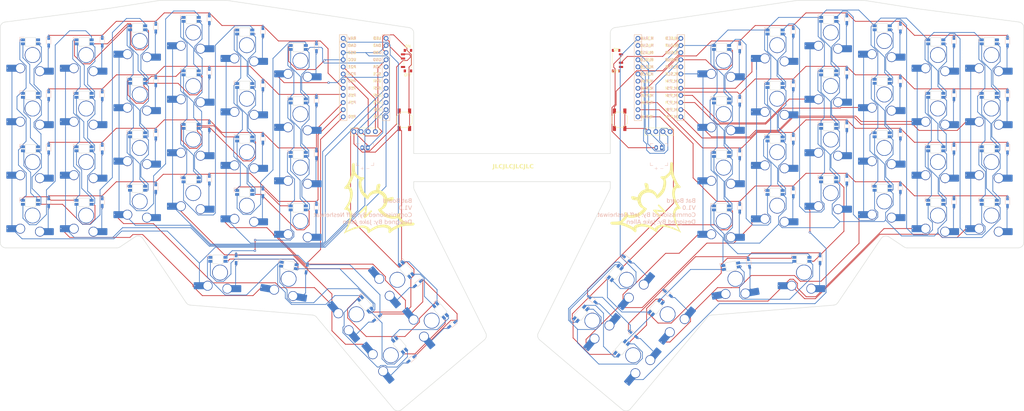
<source format=kicad_pcb>
(kicad_pcb (version 20240108) (generator "pcbnew") (generator_version "8.0")
  (title_block (title "BatBoard") (rev "v1.0.0") (company "Unknown"))
  (layers (0 "F.Cu" signal) (31 "B.Cu" signal) (34 "B.Paste" user) (35 "F.Paste" user) (36 "B.SilkS" user "B.Silkscreen") (37 "F.SilkS" user "F.Silkscreen") (38 "B.Mask" user) (39 "F.Mask" user) (44 "Edge.Cuts" user))
  (net 0 "")
  (net 1 "P10")
  (net 2 "outer_bottom")
  (net 3 "GND")
  (net 4 "outer_home")
  (net 5 "outer_top")
  (net 6 "outer_num")
  (net 7 "P16")
  (net 8 "pinky_bottom")
  (net 9 "pinky_home")
  (net 10 "pinky_top")
  (net 11 "pinky_num")
  (net 12 "P14")
  (net 13 "ring_bottom")
  (net 14 "ring_home")
  (net 15 "ring_top")
  (net 16 "ring_num")
  (net 17 "P15")
  (net 18 "middle_bottom")
  (net 19 "middle_home")
  (net 20 "middle_top")
  (net 21 "middle_num")
  (net 22 "P18")
  (net 23 "index_bottom")
  (net 24 "index_home")
  (net 25 "index_top")
  (net 26 "index_num")
  (net 27 "P20")
  (net 28 "inner_bottom")
  (net 29 "inner_home")
  (net 30 "inner_top")
  (net 31 "inner_num")
  (net 32 "stucky_thumb")
  (net 33 "tucky_thumb")
  (net 34 "resty_thumb")
  (net 35 "reachy_thumb")
  (net 36 "extra_thumb")
  (net 37 "plus_thumb")
  (net 38 "M_P10")
  (net 39 "mirror_outer_bottom")
  (net 40 "mirror_outer_home")
  (net 41 "mirror_outer_top")
  (net 42 "mirror_outer_num")
  (net 43 "M_P16")
  (net 44 "mirror_pinky_bottom")
  (net 45 "mirror_pinky_home")
  (net 46 "mirror_pinky_top")
  (net 47 "mirror_pinky_num")
  (net 48 "M_P14")
  (net 49 "mirror_ring_bottom")
  (net 50 "mirror_ring_home")
  (net 51 "mirror_ring_top")
  (net 52 "mirror_ring_num")
  (net 53 "M_P15")
  (net 54 "mirror_middle_bottom")
  (net 55 "mirror_middle_home")
  (net 56 "mirror_middle_top")
  (net 57 "mirror_middle_num")
  (net 58 "M_P18")
  (net 59 "mirror_index_bottom")
  (net 60 "mirror_index_home")
  (net 61 "mirror_index_top")
  (net 62 "mirror_index_num")
  (net 63 "M_P20")
  (net 64 "mirror_inner_bottom")
  (net 65 "mirror_inner_home")
  (net 66 "mirror_inner_top")
  (net 67 "mirror_inner_num")
  (net 68 "mirror_stucky_thumb")
  (net 69 "mirror_tucky_thumb")
  (net 70 "mirror_resty_thumb")
  (net 71 "mirror_reachy_thumb")
  (net 72 "mirror_extra_thumb")
  (net 73 "mirror_plus_thumb")
  (net 74 "VCC")
  (net 75 "LED_27")
  (net 76 "LED_26")
  (net 77 "LED_28")
  (net 78 "LED_29")
  (net 79 "LED_30")
  (net 80 "LED_23")
  (net 81 "LED_22")
  (net 82 "LED_24")
  (net 83 "LED_25")
  (net 84 "LED_19")
  (net 85 "LED_18")
  (net 86 "LED_20")
  (net 87 "LED_21")
  (net 88 "LED_15")
  (net 89 "LED_14")
  (net 90 "LED_16")
  (net 91 "LED_17")
  (net 92 "LED_11")
  (net 93 "LED_10")
  (net 94 "LED_12")
  (net 95 "LED_13")
  (net 96 "LED_7")
  (net 97 "LED_6")
  (net 98 "LED_8")
  (net 99 "LED_9")
  (net 100 "LED_5")
  (net 101 "LED_4")
  (net 102 "LED_3")
  (net 103 "LED_2")
  (net 104 "LED_1")
  (net 105 "LED")
  (net 106 "M_VCC")
  (net 107 "M_LED_27")
  (net 108 "M_GND")
  (net 109 "M_LED_26")
  (net 110 "M_LED_28")
  (net 111 "M_LED_29")
  (net 112 "M_LED_30")
  (net 113 "M_LED_23")
  (net 114 "M_LED_22")
  (net 115 "M_LED_24")
  (net 116 "M_LED_25")
  (net 117 "M_LED_19")
  (net 118 "M_LED_18")
  (net 119 "M_LED_20")
  (net 120 "M_LED_21")
  (net 121 "M_LED_15")
  (net 122 "M_LED_14")
  (net 123 "M_LED_16")
  (net 124 "M_LED_17")
  (net 125 "M_LED_11")
  (net 126 "M_LED_10")
  (net 127 "M_LED_12")
  (net 128 "M_LED_13")
  (net 129 "M_LED_7")
  (net 130 "M_LED_6")
  (net 131 "M_LED_8")
  (net 132 "M_LED_9")
  (net 133 "M_LED_5")
  (net 134 "M_LED_4")
  (net 135 "M_LED_3")
  (net 136 "M_LED_2")
  (net 137 "M_LED_1")
  (net 138 "M_LED")
  (net 139 "P8")
  (net 140 "P7")
  (net 141 "P6")
  (net 142 "P5")
  (net 143 "P9")
  (net 144 "M_P8")
  (net 145 "M_P7")
  (net 146 "M_P6")
  (net 147 "M_P5")
  (net 148 "M_P9")
  (net 149 "RAW")
  (net 150 "RST")
  (net 151 "P21")
  (net 152 "P19")
  (net 153 "DAT")
  (net 154 "SDA")
  (net 155 "SCL")
  (net 156 "P4")
  (net 157 "M_RAW")
  (net 158 "M_RST")
  (net 159 "M_P21")
  (net 160 "M_P19")
  (net 161 "M_DAT")
  (net 162 "M_SDA")
  (net 163 "M_SCL")
  (net 164 "M_P4")
  (net 165 "BAT_P")
  (net 166 "M_BAT_P")
  (footprint "E73:SW_TACT_ALPS_SKQGABE010" (layer "F.Cu") (at 182.25 140.9 90)
    (property "Reference" "B1" (hide yes))
    (property "Value" "" (hide yes))
  )
  (footprint "VIA-0.6mm" (layer "F.Cu") (at 262.310535 220.140746 50)
    (property "Reference" "REF**" (hide yes))
    (property "Value" "VIA-0.6mm" (hide yes))
  )
  (footprint "VIA-0.6mm" (layer "F.Cu") (at 298.520637 153.95)
    (property "Reference" "REF**" (hide yes))
    (property "Value" "VIA-0.6mm" (hide yes))
  )
  (footprint "VIA-0.6mm" (layer "F.Cu") (at 117.2 118.99)
    (property "Reference" "REF**" (hide yes))
    (property "Value" "VIA-0.6mm" (hide yes))
  )
  (footprint "VIA-0.6mm" (layer "F.Cu") (at 168.091916 220.868351 -50)
    (property "Reference" "REF**" (hide yes))
    (property "Value" "VIA-0.6mm" (hide yes))
  )
  (footprint "VIA-0.6mm" (layer "F.Cu") (at 170.407819 193.991798 -50)
    (property "Reference" "REF**" (hide yes))
    (property "Value" "VIA-0.6mm" (hide yes))
  )
  (footprint "VIA-0.6mm" (layer "F.Cu") (at 291.670637 171.55)
    (property "Reference" "REF**" (hide yes))
    (property "Value" "VIA-0.6mm" (hide yes))
  )
  (footprint "VIA-0.6mm" (layer "F.Cu") (at 90.8 108.85)
    (property "Reference" "REF**" (hide yes))
    (property "Value" "VIA-0.6mm" (hide yes))
  )
  (footprint "VIA-0.6mm" (layer "F.Cu") (at 141.1 133.45)
    (property "Reference" "REF**" (hide yes))
    (property "Value" "VIA-0.6mm" (hide yes))
  )
  (footprint "VIA-0.6mm" (layer "F.Cu") (at 128.9 129.4)
    (property "Reference" "REF**" (hide yes))
    (property "Value" "VIA-0.6mm" (hide yes))
  )
  (footprint "VIA-0.6mm" (layer "F.Cu") (at 291.670637 152.5)
    (property "Reference" "REF**" (hide yes))
    (property "Value" "VIA-0.6mm" (hide yes))
  )
  (footprint "VIA-0.6mm" (layer "F.Cu") (at 182.620784 208.546643 -50)
    (property "Reference" "REF**" (hide yes))
    (property "Value" "VIA-0.6mm" (hide yes))
  )
  (footprint "VIA-0.6mm" (layer "F.Cu") (at 181.254728 191.221387 -50)
    (property "Reference" "REF**" (hide yes))
    (property "Value" "VIA-0.6mm" (hide yes))
  )
  (footprint "VIA-0.6mm" (layer "F.Cu") (at 178.938824 218.09794 -50)
    (property "Reference" "REF**" (hide yes))
    (property "Value" "VIA-0.6mm" (hide yes))
  )
  (footprint "VIA-0.6mm" (layer "F.Cu") (at 71.75 113.85)
    (property "Reference" "REF**" (hide yes))
    (property "Value" "VIA-0.6mm" (hide yes))
  )
  (footprint "ceoloide:mcu_nice_nano" (layer "F.Cu") (at 168.11 124.6125)
    (property "Reference" "MCU1" (hide yes))
    (property "Value" "")
  )
  (footprint "VIA-0.6mm" (layer "F.Cu") (at 363.020637 179.64)
    (property "Reference" "REF**" (hide yes))
    (property "Value" "VIA-0.6mm" (hide yes))
  )
  (footprint "VIA-0.6mm" (layer "F.Cu") (at 343.970637 155.59)
    (property "Reference" "REF**" (hide yes))
    (property "Value" "VIA-0.6mm" (hide yes))
  )
  (footprint "VIA-0.6mm" (layer "F.Cu") (at 367.870637 131.45)
    (property "Reference" "REF**" (hide yes))
    (property "Value" "VIA-0.6mm" (hide yes))
  )
  (footprint "VIA-0.6mm" (layer "F.Cu") (at 60.05 122.49)
    (property "Reference" "REF**" (hide yes))
    (property "Value" "VIA-0.6mm" (hide yes))
  )
  (footprint "VIA-0.6mm" (layer "F.Cu") (at 147.95 173)
    (property "Reference" "REF**" (hide yes))
    (property "Value" "VIA-0.6mm" (hide yes))
  )
  (footprint "ceoloide:power_switch_smd_side" (layer "F.Cu") (at 183.5 119.85)
    (property "Reference" "PWR1" (hide yes))
    (property "Value" "reset_button")
  )
  (footprint "VIA-0.6mm" (layer "F.Cu") (at 291.670637 114.4)
    (property "Reference" "REF**" (hide yes))
    (property "Value" "VIA-0.6mm" (hide yes))
  )
  (footprint "VIA-0.6mm" (layer "F.Cu") (at 298.520637 173)
    (property "Reference" "REF**" (hide yes))
    (property "Value" "VIA-0.6mm" (hide yes))
  )
  (footprint "VIA-0.6mm" (layer "F.Cu") (at 310.720637 108.9)
    (property "Reference" "REF**" (hide yes))
    (property "Value" "VIA-0.6mm" (hide yes))
  )
  (footprint "VIA-0.6mm" (layer "F.Cu") (at 90.8 166)
    (property "Reference" "REF**" (hide yes))
    (property "Value" "VIA-0.6mm" (hide yes))
  )
  (footprint "VIA-0.6mm" (layer "F.Cu") (at 112.525 189.8625)
    (property "Reference" "REF**" (hide yes))
    (property "Value" "VIA-0.6mm" (hide yes))
  )
  (footprint "VIA-0.6mm" (layer "F.Cu") (at 324.920637 133.54)
    (property "Reference" "REF**" (hide yes))
    (property "Value" "VIA-0.6mm" (hide yes))
  )
  (footprint "VIA-0.6mm" (layer "F.Cu") (at 83.95 126.45)
    (property "Reference" "REF**" (hide yes))
    (property "Value" "VIA-0.6mm" (hide yes))
  )
  (footprint "VIA-0.6mm" (layer "F.Cu") (at 64.9 131.45)
    (property "Reference" "REF**" (hide yes))
    (property "Value" "VIA-0.6mm" (hide yes))
  )
  (footprint "VIA-0.6mm" (layer "F.Cu") (at 193.467692 205.776231 -50)
    (property "Reference" "REF**" (hide yes))
    (property "Value" "VIA-0.6mm" (hide yes))
  )
  (footprint "VIA-0.6mm" (layer "F.Cu") (at 45.85 150.5)
    (property "Reference" "REF**" (hide yes))
    (property "Value" "VIA-0.6mm" (hide yes))
  )
  (footprint "VIA-0.6mm" (layer "F.Cu") (at 336.620637 105.85)
    (property "Reference" "REF**" (hide yes))
    (property "Value" "VIA-0.6mm" (hide yes))
  )
  (footprint "VIA-0.6mm" (layer "F.Cu") (at 122.05 108.9)
    (property "Reference" "REF**" (hide yes))
    (property "Value" "VIA-0.6mm" (hide yes))
  )
  (footprint "VIA-0.6mm" (layer "F.Cu") (at 336.620637 163)
    (property "Reference" "REF**" (hide yes))
    (property "Value" "VIA-0.6mm" (hide yes))
  )
  (footprint "VIA-0.6mm" (layer "F.Cu") (at 382.070637 141.54)
    (property "Reference" "REF**" (hide yes))
    (property "Value" "VIA-0.6mm" (hide yes))
  )
  (footprint "VIA-0.6mm" (layer "F.Cu") (at 79.1 174.64)
    (property "Reference" "REF**" (hide yes))
    (property "Value" "VIA-0.6mm" (hide yes))
  )
  (footprint "VIA-0.6mm" (layer "F.Cu") (at 117.2 138.04)
    (property "Reference" "REF**" (hide yes))
    (property "Value" "VIA-0.6mm" (hide yes))
  )
  (footprint "VIA-0.6mm" (layer "F.Cu") (at 393.770637 132.9)
    (property "Reference" "REF**" (hide yes))
    (property "Value" "VIA-0.6mm" (hide yes))
  )
  (footprint "VIA-0.6mm" (layer "F.Cu") (at 317.570637 167.5)
    (property "Reference" "REF**" (hide yes))
    (property "Value" "VIA-0.6mm" (hide yes))
  )
  (footprint "VIA-0.6mm" (layer "F.Cu") (at 90.8 127.9)
    (property "Reference" "REF**" (hide yes))
    (property "Value" "VIA-0.6mm" (hide yes))
  )
  (footprint "VIA-0.6mm" (layer "F.Cu") (at 41 141.54)
    (property "Reference" "REF**" (hide yes))
    (property "Value" "VIA-0.6mm" (hide yes))
  )
  (footprint "VIA-0.6mm" (layer "F.Cu") (at 254.480772 197.579556 50)
    (property "Reference" "REF**" (hide yes))
    (property "Value" "VIA-0.6mm" (hide yes))
  )
  (footprint "VIA-0.6mm" (layer "F.Cu") (at 141.1 171.55)
    (property "Reference" "REF**" (hide yes))
    (property "Value" "VIA-0.6mm" (hide yes))
  )
  (footprint "VIA-0.6mm" (layer "F.Cu") (at 261.408544 234.657151 50)
    (property "Reference" "REF**" (hide yes))
    (property "Value" "VIA-0.6mm" (hide yes))
  )
  (footprint "VIA-0.6mm" (layer "F.Cu") (at 329.770637 123.45)
    (property "Reference" "REF**" (hide yes))
    (property "Value" "VIA-0.6mm" (hide yes))
  )
  (footprint "VIA-0.6mm" (layer "F.Cu") (at 348.820637 126.45)
    (property "Reference" "REF**" (hide yes))
    (property "Value" "VIA-0.6mm" (hide yes))
  )
  (footprint "VIA-0.6mm" (layer "F.Cu") (at 329.770637 142.5)
    (property "Reference" "REF**" (hide yes))
    (property "Value" "VIA-0.6mm" (hide yes))
  )
  (footprint "VIA-0.6mm" (layer "F.Cu") (at 71.75 132.9)
    (property "Reference" "REF**" (hide yes))
    (property "Value" "VIA-0.6mm" (hide yes))
  )
  (footprint "VIA-0.6mm" (layer "F.Cu") (at 122.05 127.95)
    (property "Reference" "REF**" (hide yes))
    (property "Value" "VIA-0.6mm" (hide yes))
  )
  (footprint "VIA-0.6mm" (layer "F.Cu") (at 286.820637 124.49)
    (property "Reference" "REF**" (hide yes))
    (property "Value" "VIA-0.6mm" (hide yes))
  )
  (footprint "ceoloide:mounting_hole_npth" (layer "F.Cu") (at 381.545637 175)
    (property "Reference" "MH6" (hide yes))
    (property "Value" "")
  )
  (footprint "ceoloide:mounting_hole_npth" (layer "F.Cu") (at 164.3 186.525)
    (property "Reference" "MH1" (hide yes))
    (property "Value" "")
  )
  (footprint "VIA-0.6mm" (layer "F.Cu") (at 382.070637 179.64)
    (property "Reference" "REF**" (hide yes))
    (property "Value" "VIA-0.6mm" (hide yes))
  )
  (footprint "VIA-0.6mm" (layer "F.Cu") (at 269.04178 209.862962 50)
    (property "Reference" "REF**" (hide yes))
    (property "Value" "VIA-0.6mm" (hide yes))
  )
  (footprint "ceoloide:display_ssd1306" (layer "F.Cu") (at 272.960637 128.4225)
    (property "Reference" "DISP2" (hide yes))
    (property "Value" "")
  )
  (footprint "VIA-0.6mm" (layer "F.Cu") (at 329.770637 161.55)
    (property "Reference" "REF**" (hide yes))
    (property "Value" "VIA-0.6mm" (hide yes))
  )
  (footprint "VIA-0.6mm" (layer "F.Cu") (at 141.1 152.5)
    (property "Reference" "REF**" (hide yes))
    (property "Value" "VIA-0.6mm" (hide yes))
  )
  (footprint "VIA-0.6mm" (layer "F.Cu") (at 286.820637 162.59)
    (property "Reference" "REF**" (hide yes))
    (property "Value" "VIA-0.6mm" (hide yes))
  )
  (footprint "VIA-0.6mm" (layer "F.Cu") (at 117.2 157.09)
    (property "Reference" "REF**" (hide yes))
    (property "Value" "VIA-0.6mm" (hide yes))
  )
  (footprint "VIA-0.6mm" (layer "F.Cu") (at 294.97459 192.911473 10)
    (property "Reference" "REF**" (hide yes))
    (property "Value" "VIA-0.6mm" (hide yes))
  )
  (footprint "ceoloide:mcu_nice_nano" (layer "F.Cu") (at 272.960637 124.6125)
    (property "Reference" "MCU2" (hide yes))
    (property "Value" "")
  )
  (footprint "VIA-0.6mm" (layer "F.Cu") (at 117.2 176.14)
    (property "Reference" "REF**" (hide yes))
    (property "Value" "VIA-0.6mm" (hide yes))
  )
  (footprint "VIA-0.6mm" (layer "F.Cu") (at 259.092641 207.780598 50)
    (property "Reference" "REF**" (hide yes))
    (property "Value" "VIA-0.6mm" (hide yes))
  )
  (footprint "VIA-0.6mm" (layer "F.Cu") (at 386.920637 131.45)
    (property "Reference" "REF**" (hide yes))
    (property "Value" "VIA-0.6mm" (hide yes))
  )
  (footprint "VIA-0.6mm" (layer "F.Cu") (at 343.970637 174.64)
    (property "Reference" "REF**" (hide yes))
    (property "Value" "VIA-0.6mm" (hide yes))
  )
  (footprint "VIA-0.6mm" (layer "F.Cu") (at 122.05 166.05)
    (property "Reference" "REF**" (hide yes))
    (property "Value" "VIA-0.6mm" (hide yes))
  )
  (footprint "ceoloide:mounting_hole_npth" (layer "F.Cu") (at 59.525 117.85)
    (property "Reference" "MH2" (hide yes))
    (property "Value" "")
  )
  (footprint "VIA-0.6mm" (layer "F.Cu") (at 320.245637 189.8625)
    (property "Reference" "REF**" (hide yes))
    (property "Value" "VIA-0.6mm" (hide yes))
  )
  (footprint "VIA-0.6mm" (layer "F.Cu") (at 363.020637 160.59)
    (property "Reference" "REF**" (hide yes))
    (property "Value" "VIA-0.6mm" (hide yes))
  )
  (footprint "ceoloide:mounting_hole_npth" (layer "F.Cu") (at 276.770637 186.525)
    (property "Reference" "MH4" (hide yes))
    (property "Value" "")
  )
  (footprint "ceoloide:mounting_hole_npth" (layer "F.Cu") (at 59.525 175)
    (property "Reference" "MH3" (hide yes))
    (property "Value" "")
  )
  (footprint "VIA-0.6mm" (layer "F.Cu") (at 374.720637 151.95)
    (property "Reference" "REF**" (hide yes))
    (property "Value" "VIA-0.6mm" (hide yes))
  )
  (footprint "VIA-0.6mm" (layer "F.Cu") (at 83.95 107.4)
    (property "Reference" "REF**" (hide yes))
    (property "Value" "VIA-0.6mm" (hide yes))
  )
  (footprint "VIA-0.6mm" (layer "F.Cu") (at 382.070637 122.49)
    (property "Reference" "REF**" (hide yes))
    (property "Value" "VIA-0.6mm" (hide yes))
  )
  (footprint "VIA-0.6mm" (layer "F.Cu") (at 45.85 169.55)
    (property "Reference" "REF**" (hide yes))
    (property "Value" "VIA-0.6mm" (hide yes))
  )
  (footprint "VIA-0.6mm" (layer "F.Cu") (at 141.1 114.4)
    (property "Reference" "REF**" (hide yes))
    (property "Value" "VIA-0.6mm" (hide yes))
  )
  (footprint "VIA-0.6mm" (layer "F.Cu") (at 386.920637 112.4)
    (property "Reference" "REF**" (hide yes))
    (property "Value" "VIA-0.6mm" (hide yes))
  )
  (footprint "VIA-0.6mm" (layer "F.Cu") (at 103 104.4)
    (property "Reference" "REF**" (hide yes))
    (property "Value" "VIA-0.6mm" (hide yes))
  )
  (footprint "VIA-0.6mm" (layer "F.Cu") (at 317.570637 129.4)
    (property "Reference" "REF**" (hide yes))
    (property "Value" "VIA-0.6mm" (hide yes))
  )
  (footprint "VIA-0.6mm" (layer "F.Cu") (at 52.7 132.9)
    (property "Reference" "REF**" (hide yes))
    (property "Value" "VIA-0.6mm" (hide yes))
  )
  (footprint "VIA-0.6mm" (layer "F.Cu") (at 315.395637 199.9525)
    (property "Reference" "REF**" (hide yes))
    (property "Value" "VIA-0.6mm" (hide yes))
  )
  (footprint "VIA-0.6mm" (layer "F.Cu") (at 310.720637 147)
    (property "Reference" "REF**" (hide yes))
    (property "Value" "VIA-0.6mm" (hide yes))
  )
  (footprint "VIA-0.6mm" (layer "F.Cu") (at 393.770637 113.85)
    (property "Reference" "REF**" (hide yes))
    (property "Value" "VIA-0.6mm" (hide yes))
  )
  (footprint "VIA-0.6mm" (layer "F.Cu") (at 273.653648 220.064005 50)
    (property "Reference" "REF**" (hide yes))
    (property "Value" "VIA-0.6mm" (hide yes))
  )
  (footprint "VIA-0.6mm" (layer "F.Cu") (at 136.25 124.49)
    (property "Reference" "REF**" (hide yes))
    (property "Value" "VIA-0.6mm" (hide yes))
  )
  (footprint "VIA-0.6mm" (layer "F.Cu") (at 196.760023 211.955678 -50)
    (property "Reference" "REF**" (hide yes))
    (property "Value" "VIA-0.6mm" (hide yes))
  )
  (footprint "VIA-0.6mm" (layer "F.Cu") (at 363.020637 141.54)
    (property "Reference" "REF**" (hide yes))
    (property "Value" "VIA-0.6mm" (hide yes))
  )
  (footprint "VIA-0.6mm" (layer "F.Cu") (at 336.620637 143.95)
    (property "Reference" "REF**" (hide yes))
    (property "Value" "VIA-0.6mm" (hide yes))
  )
  (footprint "VIA-0.6mm" (layer "F.Cu") (at 98.15 133.54)
    (property "Reference" "REF**" (hide yes))
    (property "Value" "VIA-0.6mm" (hide yes))
  )
  (footprint "VIA-0.6mm" (layer "F.Cu") (at 301.972313 193.149954 10)
    (property "Reference" "REF**" (hide yes))
    (property "Value" "VIA-0.6mm" (hide yes))
  )
  (footprint "VIA-0.6mm" (layer "F.Cu") (at 64.9 169.55)
    (property "Reference" "REF**" (hide yes))
    (property "Value" "VIA-0.6mm" (hide yes))
  )
  (footprint "VIA-0.6mm" (layer "F.Cu") (at 109.85 124.9)
    (property "Reference" "REF**" (hide yes))
    (property "Value" "VIA-0.6mm" (hide yes))
  )
  (footprint "VIA-0.6mm" (layer "F.Cu") (at 60.05 179.64)
    (property "Reference" "REF**" (hide yes))
    (property "Value" "VIA-0.6mm" (hide yes))
  )
  (footprint "VIA-0.6mm" (layer "F.Cu") (at 71.75 151.95)
    (property "Reference" "REF**" (hide yes))
    (property "Value" "VIA-0.6mm" (hide yes))
  )
  (footprint "VIA-0.6mm" (layer "F.Cu") (at 374.720637 171)
    (property "Reference" "REF**" (hide yes))
    (property "Value" "VIA-0.6mm" (hide yes))
  )
  (footprint "E73:SW_TACT_ALPS_SKQGABE010" (layer "F.Cu") (at 258.820637 140.9 -90)
    (property "Reference" "B2" (hide yes))
    (property "Value" "" (hide yes))
  )
  (footprint "VIA-0.6mm" (layer "F.Cu") (at 317.570637 148.45)
    (property "Reference" "REF**" (hide yes))
    (property "Value" "VIA-0.6mm" (hide yes))
  )
  (footprint "VIA-0.6mm" (layer "F.Cu") (at 291.950382 203.690377 10)
    (property "Reference" "REF**" (hide yes))
    (property "Value" "VIA-0.6mm" (hide yes))
  )
  (footprint "VIA-0.6mm" (layer "F.Cu") (at 122.05 147)
    (property "Reference" "REF**" (hide yes))
    (property "Value" "VIA-0.6mm" (hide yes))
  )
  (footprint "VIA-0.6mm" (layer "F.Cu") (at 310.720637 127.95)
    (property "Reference" "REF**" (hide yes))
    (property "Value" "VIA-0.6mm" (hide yes))
  )
  (footprint "VIA-0.6mm" (layer "F.Cu") (at 343.970637 136.54)
    (property "Reference" "REF**" (hide yes))
    (property "Value" "VIA-0.6mm" (hide yes))
  )
  (footprint "VIA-0.6mm" (layer "F.Cu") (at 83.95 145.5)
    (property "Reference" "REF**" (hide yes))
    (property "Value" "VIA-0.6mm" (hide yes))
  )
  (footprint "VIA-0.6mm" (layer "F.Cu") (at 98.15 171.64)
    (property "Reference" "REF**" (hide yes))
    (property "Value" "VIA-0.6mm" (hide yes))
  )
  (footprint "VIA-0.6mm" (layer "F.Cu") (at 348.820637 164.55)
    (property "Reference" "REF**" (hide yes))
    (property "Value" "VIA-0.6mm" (hide yes))
  )
  (footprint "ceoloide:mounting_hole_npth" (layer "F.Cu") (at 381.545637 117.85)
    (property "Reference" "MH5" (hide yes))
    (property "Value" "")
  )
  (footprint "VIA-0.6mm" (layer "F.Cu") (at 291.670637 133.45)
    (property "Reference" "REF**" (hide yes))
    (property "Value" "VIA-0.6mm" (hide yes))
  )
  (footprint "VIA-0.6mm" (layer "F.Cu") (at 324.920637 171.64)
    (property "Reference" "REF**" (hide yes))
    (property "Value" "VIA-0.6mm" (hide yes))
  )
  (footprint "VIA-0.6mm" (layer "F.Cu") (at 274.555639 205.5476 50)
    (property "Reference" "REF**" (hide yes))
    (property "Value" "VIA-0.6mm" (hide yes))
  )
  (footprint "VIA-0.6mm" (layer "F.Cu") (at 169.986051 209.68424 -50)
    (property "Reference" "REF**" (hide yes))
    (property "Value" "VIA-0.6mm" (hide yes))
  )
  (footprint "VIA-0.6mm" (layer "F.Cu") (at 348.820637 145.5)
    (property "Reference" "REF**" (hide yes))
    (property "Value" "VIA-0.6mm" (hide yes))
  )
  (footprint "VIA-0.6mm" (layer "F.Cu") (at 137.922143 191.470193 -10)
    (property "Reference" "REF**" (hide yes))
    (property "Value" "VIA-0.6mm" (hide yes))
  )
  (footprint "ceoloide:power_switch_smd_side" (layer "F.Cu") (at 257.570637 119.85 180)
    (property "Reference" "PWR2" (hide yes))
    (property "Value" "reset_button")
  )
  (footprint "VIA-0.6mm" (layer "F.Cu") (at 305.870637 176.14)
    (property "Reference" "REF**" (hide yes))
    (property "Value" "VIA-0.6mm" (hide yes))
  )
  (footprint "VIA-0.6mm" (layer "F.Cu") (at 286.820637 143.54)
    (property "Reference" "REF**" (hide yes))
    (property "Value" "VIA-0.6mm" (hide yes))
  )
  (footprint "VIA-0.6mm" (layer "F.Cu") (at 119.375 191.3125)
    (property "Reference" "REF**" (hide yes))
    (property "Value" "VIA-0.6mm" (hide yes))
  )
  (footprint "VIA-0.6mm" (layer "F.Cu") (at 184.547058 197.400833 -50)
    (property "Reference" "REF**" (hide yes))
    (property "Value" "VIA-0.6mm" (hide yes))
  )
  (footprint "VIA-0.6mm" (layer "F.Cu") (at 367.870637 150.5)
    (property "Reference" "REF**" (hide yes))
    (property "Value" "VIA-0.6mm" (hide yes))
  )
  (footprint "VIA-0.6mm" (layer "F.Cu") (at 98.15 152.59)
    (property "Reference" "REF**" (hide yes))
    (property "Value" "VIA-0.6mm" (hide yes))
  )
  (footprint "VIA-0.6mm" (layer "F.Cu") (at 103 142.5)
    (property "Reference" "REF**" (hide yes))
    (property "Value" "VIA-0.6mm" (hide yes))
  )
  (footprint "VIA-0.6mm" (layer "F.Cu") (at 45.85 112.4)
    (property "Reference" "REF**" (hide yes))
    (property "Value" "VIA-0.6mm" (hide yes))
  )
  (footprint "VIA-0.6mm" (layer "F.Cu") (at 355.670637 108.85)
    (property "Reference" "REF**" (hide yes))
    (property "Value" "VIA-0.6mm" (hide yes))
  )
  (footprint "VIA-0.6mm" (layer "F.Cu") (at 348.820637 107.4)
    (property "Reference" "REF**" (hide yes))
    (property "Value" "VIA-0.6mm" (hide yes))
  )
  (footprint "VIA-0.6mm" (layer "F.Cu") (at 147.95 115.85)
    (property "Reference" "REF**" (hide yes))
    (property "Value" "VIA-0.6mm" (hide yes))
  )
  (footprint "VIA-0.6mm" (layer "F.Cu") (at 327.095637 191.3125)
    (property "Reference" "REF**" (hide yes))
    (property "Value" "VIA-0.6mm" (hide yes))
  )
  (footprint "VIA-0.6mm" (layer "F.Cu") (at 131.393715 200.56471 -10)
    (property "Reference" "REF**" (hide yes))
    (property "Value" "VIA-0.6mm" (hide yes))
  )
  (footprint "VIA-0.6mm" (layer "F.Cu") (at 355.670637 127.9)
    (property "Reference" "REF**" (hide yes))
    (property "Value" "VIA-0.6mm" (hide yes))
  )
  (footprint "VIA-0.6mm" (layer "F.Cu") (at 103 123.45)
    (property "Reference" "REF**" (hide yes))
    (property "Value" "VIA-0.6mm" (hide yes))
  )
  (footprint "VIA-0.6mm" (layer "F.Cu") (at 147.95 153.95)
    (property "Reference" "REF**" (hide yes))
    (property "Value" "VIA-0.6mm" (hide yes))
  )
  (footprint "VIA-0.6mm" (layer "F.Cu") (at 155.846812 206.275205 -50)
    (property "Reference" "REF**" (hide yes))
    (property "Value" "VIA-0.6mm" (hide yes))
  )
  (footprint "VIA-0.6mm" (layer "F.Cu") (at 52.7 113.85)
    (property "Reference" "REF**" (hide yes))
    (property "Value" "VIA-0.6mm" (hide yes))
  )
  (footprint "VIA-0.6mm" (layer "F.Cu") (at 242.267808 212.1344 50)
    (property "Reference" "REF**" (hide yes))
    (property "Value" "VIA-0.6mm" (hide yes))
  )
  (footprint "VIA-0.6mm" (layer "F.Cu") (at 305.870637 157.09)
    (property "Reference" "REF**" (hide yes))
    (property "Value" "VIA-0.6mm" (hide yes))
  )
  (footprint "VIA-0.6mm" (layer "F.Cu") (at 41 160.59)
    (property "Reference" "REF**" (hide yes))
    (property "Value" "VIA-0.6mm" (hide yes))
  )
  (footprint "VIA-0.6mm" (layer "F.Cu") (at 52.7 151.95)
    (property "Reference" "REF**" (hide yes))
    (property "Value" "VIA-0.6mm" (hide yes))
  )
  (footprint "VIA-0.6mm" (layer "F.Cu") (at 355.670637 166)
    (property "Reference" "REF**" (hide yes))
    (property "Value" "VIA-0.6mm" (hide yes))
  )
  (footprint "VIA-0.6mm" (layer "F.Cu") (at 246.879676 222.335443 50)
    (property "Reference" "REF**" (hide yes))
    (property "Value" "VIA-0.6mm" (hide yes))
  )
  (footprint "VIA-0.6mm" (layer "F.Cu") (at 305.870637 118.99)
    (property "Reference" "REF**" (hide yes))
    (property "Value" "VIA-0.6mm" (hide yes))
  )
  (footprint "VIA-0.6mm" (layer "F.Cu") (at 60.05 141.54)
    (property "Reference" "REF**" (hide yes))
    (property "Value" "VIA-0.6mm" (hide yes))
  )
  (footprint "VIA-0.6mm" (layer "F.Cu") (at 317.570637 110.35)
    (property "Reference" "REF**" (hide yes))
    (property "Value" "VIA-0.6mm" (hide yes))
  )
  (footprint "VIA-0.6mm" (layer "F.Cu") (at 64.9 150.5)
    (property "Reference" "REF**" (hide yes))
    (property "Value" "VIA-0.6mm" (hide yes))
  )
  (footprint "VIA-0.6mm" (layer "F.Cu") (at 298.520637 115.85)
    (property "Reference" "REF**" (hide yes))
    (property "Value" "VIA-0.6mm" (hide yes))
  )
  (footprint "VIA-0.6mm" (layer "F.Cu") (at 79.1 155.59)
    (property "Reference" "REF**" (hide yes))
    (property "Value" "VIA-0.6mm" (hide yes))
  )
  (footprint "VIA-0.6mm" (layer "F.Cu") (at 144.416286 194.087655 -10)
    (property "Reference" "REF**" (hide yes))
    (property "Value" "VIA-0.6mm" (hide yes))
  )
  (footprint "VIA-0.6mm" (layer "F.Cu") (at 355.670637 146.95)
    (property "Reference" "REF**" (hide yes))
    (property "Value" "VIA-0.6mm" (hide yes))
  )
  (footprint "VIA-0.6mm" (layer "F.Cu") (at 393.770637 171)
    (property "Reference" "REF**" (hide yes))
    (property "Value" "VIA-0.6mm" (hide yes))
  )
  (footprint "VIA-0.6mm" (layer "F.Cu") (at 182.231155 224.277386 -50)
    (property "Reference" "REF**" (hide yes))
    (property "Value" "VIA-0.6mm" (hide yes))
  )
  (footprint "VIA-0.6mm" (layer "F.Cu") (at 41 122.49)
    (property "Reference" "REF**" (hide yes))
    (property "Value" "VIA-0.6mm" (hide yes))
  )
  (footprint "VIA-0.6mm" (layer "F.Cu") (at 386.920637 150.5)
    (property "Reference" "REF**" (hide yes))
    (property "Value" "VIA-0.6mm" (hide yes))
  )
  (footprint "VIA-0.6mm" (layer "F.Cu") (at 367.870637 112.4)
    (property "Reference" "REF**" (hide yes))
    (property "Value" "VIA-0.6mm" (hide yes))
  )
  (footprint "VIA-0.6mm" (layer "F.Cu") (at 136.25 143.54)
    (property "Reference" "REF**" (hide yes))
    (property "Value" "VIA-0.6mm" (hide yes))
  )
  (footprint "VIA-0.6mm" (layer "F.Cu") (at 52.7 171)
    (property "Reference" "REF**" (hide yes))
    (property "Value" "VIA-0.6mm" (hide yes))
  )
  (footprint "VIA-0.6mm" (layer "F.Cu") (at 336.620637 124.9)
    (property "Reference" "REF**" (hide yes))
    (property "Value" "VIA-0.6mm" (hide yes))
  )
  (footprint "VIA-0.6mm" (layer "F.Cu") (at 103 161.55)
    (property "Reference" "REF**" (hide yes))
    (property "Value" "VIA-0.6mm" (hide yes))
  )
  (footprint "VIA-0.6mm" (layer "F.Cu") (at 98.15 114.49)
    (property "Reference" "REF**" (hide yes))
    (property "Value" "VIA-0.6mm" (hide yes))
  )
  (footprint "VIA-0.6mm" (layer "F.Cu") (at 256.796676 224.456109 50)
    (property "Reference" "REF**" (hide yes))
    (property "Value" "VIA-0.6mm" (hide yes))
  )
  (footprint "VIA-0.6mm" (layer "F.Cu") (at 128.9 148.45)
    (property "Reference" "REF**" (hide yes))
    (property "Value" "VIA-0.6mm" (hide yes))
  )
  (footprint "VIA-0.6mm" (layer "F.Cu") (at 109.85 163)
    (property "Reference" "REF**" (hide yes))
    (property "Value" "VIA-0.6mm" (hide yes))
  )
  (footprint "VIA-0.6mm" (layer "F.Cu") (at 136.25 181.64)
    (property "Reference" "REF**" (hide yes))
    (property "Value" "VIA-0.6mm" (hide yes))
  )
  (footprint "VIA-0.6mm" (layer "F.Cu") (at 60.05 160.59)
    (property "Reference" "REF**" (hide yes))
    (property "Value" "VIA-0.6mm" (hide yes))
  )
  (footprint "VIA-0.6mm" (layer "F.Cu") (at 343.970637 117.49)
    (property "Reference" "REF**" (hide yes))
    (property "Value" "VIA-0.6mm" (hide yes))
  )
  (footprint "VIA-0.6mm" (layer "F.Cu") (at 45.85 131.45)
    (property "Reference" "REF**" (hide yes))
    (property "Value" "VIA-0.6mm" (hide yes))
  )
  (footprint "VIA-0.6mm" (layer "F.Cu") (at 90.8 146.95)
    (property "Reference" "REF**" (hide yes))
    (property "Value" "VIA-0.6mm" (hide yes))
  )
  (footprint "VIA-0.6mm" (layer "F.Cu") (at 83.95 164.55)
    (property "Reference" "REF**" (hide yes))
    (property "Value" "VIA-0.6mm" (hide yes))
  )
  (footprint "VIA-0.6mm" (layer "F.Cu") (at 363.020637 122.49)
    (property "Reference" "REF**" (hide yes))
    (property "Value" "VIA-0.6mm" (hide yes))
  )
  (footprint "VIA-0.6mm" (layer "F.Cu") (at 298.520637 134.9)
    (property "Reference" "REF**" (hide yes))
    (property "Value" "VIA-0.6mm" (hide yes))
  )
  (footprint "VIA-0.6mm" (layer "F.Cu") (at 286.820637 181.64)
    (property "Reference" "REF**" (hide yes))
    (property "Value" "VIA-0.6mm" (hide yes))
  )
  (footprint "VIA-0.6mm" (layer "F.Cu") (at 374.720637 132.9)
    (property "Reference" "REF**" (hide yes))
    (property "Value" "VIA-0.6mm" (hide yes))
  )
  (footprint "VIA-0.6mm" (layer "F.Cu") (at 109.85 143.95)
    (property "Reference" "REF**" (hide yes))
    (property "Value" "VIA-0.6mm" (hide yes))
  )
  (footprint "VIA-0.6mm" (layer "F.Cu") (at 393.770637 151.95)
    (property "Reference" "REF**" (hide yes))
    (property "Value" "VIA-0.6mm" (hide yes))
  )
  (footprint "VIA-0.6mm" (layer "F.Cu") (at 79.1 136.54)
    (property "Reference" "REF**" (hide yes))
    (property "Value" "VIA-0.6mm" (hide yes))
  )
  (footprint "VIA-0.6mm" (layer "F.Cu") (at 41 179.64)
    (property "Reference" "REF**" (hide yes))
    (property "Value" "VIA-0.6mm" (hide yes))
  )
  (footprint "VIA-0.6mm" (layer "F.Cu") (at 136.25 162.59)
    (property "Reference" "REF**" (hide yes))
    (property "Value" "VIA-0.6mm" (hide yes))
  )
  (footprint "VIA-0.6mm" (layer "F.Cu") (at 109.85 105.85)
    (property "Reference" "REF**" (hide yes))
    (property "Value" "VIA-0.6mm" (hide yes))
  )
  (footprint "VIA-0.6mm" (layer "F.Cu") (at 310.720637 166.05)
    (property "Reference" "REF**" (hide yes))
    (property "Value" "VIA-0.6mm" (hide yes))
  )
  (footprint "VIA-0.6mm" (layer "F.Cu") (at 79.1 117.49)
    (property "Reference" "REF**" (hide yes))
    (property "Value" "VIA-0.6mm" (hide yes))
  )
  (footprint "VIA-0.6mm" (layer "F.Cu") (at 324.920637 152.59)
    (property "Reference" "REF**" (hide yes))
    (property "Value" "VIA-0.6mm" (hide yes))
  )
  (footprint "ceoloide:display_ssd1306" (layer "F.Cu") (at 168.11 128.4225)
    (property "Reference" "DISP1" (hide yes))
    (property "Value" "")
  )
  (footprint "VIA-0.6mm" (layer "F.Cu") (at 107.675 199.9525)
    (property "Reference" "REF**" (hide yes))
    (property "Value" "VIA-0.6mm" (hide yes))
  )
  (footprint "VIA-0.6mm" (layer "F.Cu") (at 367.870637 169.55)
    (property "Reference" "REF**" (hide yes))
    (property "Value" "VIA-0.6mm" (hide yes))
  )
  (footprint "VIA-0.6mm" (layer "F.Cu") (at 128.9 110.35)
    (property "Reference" "REF**" (hide yes))
    (property "Value" "VIA-0.6mm" (hide yes))
  )
  (footprint "VIA-0.6mm" (layer "F.Cu") (at 329.770637 104.4)
    (property "Reference" "REF**" (hide yes))
    (property "Value" "VIA-0.6mm" (hide yes))
  )
  (footprint "VIA-0.6mm" (layer "F.Cu") (at 374.720637 113.85)
    (property "Reference" "REF**" (hide yes))
    (property "Value" "VIA-0.6mm" (hide yes))
  )
  (footprint "VIA-0.6mm" (layer "F.Cu") (at 324.920637 114.49)
    (property "Reference" "REF**" (hide yes))
    (property "Value" "VIA-0.6mm" (hide yes))
  )
  (footprint "VIA-0.6mm" (layer "F.Cu") (at 305.870637 138.04)
    (property "Reference" "REF**" (hide yes))
    (property "Value" "VIA-0.6mm" (hide yes))
  )
  (footprint "VIA-0.6mm" (layer "F.Cu") (at 71.75 171)
    (property "Reference" "REF**" (hide yes))
    (property "Value" "VIA-0.6mm" (hide yes))
  )
  (footprint "VIA-0.6mm" (layer "F.Cu") (at 166.69372 203.504793 -50)
    (property "Reference" "REF**" (hide yes))
    (property "Value" "VIA-0.6mm" (hide yes))
  )
  (footprint "VIA-0.6mm" (layer "F.Cu") (at 128.9 167.5)
    (property "Reference" "REF**" (hide yes))
    (property "Value" "VIA-0.6mm" (hide yes))
  )
  (footprint "VIA-0.6mm" (layer "F.Cu") (at 64.9 112.4)
    (property "Reference" "REF**" (hide yes))
    (property "Value" "VIA-0.6mm" (hide yes))
  )
  (footprint "VIA-0.6mm" (layer "F.Cu") (at 386.920637 169.55)
    (property "Reference" "REF**" (hide yes))
    (property "Value" "VIA-0.6mm" (hide yes))
  )
  (footprint "VIA-0.6mm" (layer "F.Cu") (at 147.95 134.9)
    (property "Reference" "REF**" (hide yes))
    (property "Value" "VIA-0.6mm" (hide yes))
  )
  (footprint "VIA-0.6mm" (layer "F.Cu") (at 382.070637 160.59)
    (property "Reference" "REF**" (hide yes))
    (property "Value" "VIA-0.6mm" (hide yes))
  )
  (footprint "VIA-0.6mm" (layer "F.Cu") (at 259.994632 193.264193 50)
    (property "Reference" "REF**" (hide yes))
    (property "Value" "VIA-0.6mm" (hide yes))
  )
  (footprint "VIA-0.6mm" (layer "F.Cu") (at 247.781667 207.819038 50)
    (property "Reference" "REF**" (hide yes))
    (property "Value" "VIA-0.6mm" (hide yes))
  )
  (footprint "ceoloide:switch_gateron_ks27_ks33" (layer "B.Cu") (at 295.820637 157.95)
    (property "Reference" "S52" (hide yes))
    (property "Value" "")
  )
  (footprint "D_0805" (layer "B.Cu") (at 301.535637 134.1375 -90)
    (property "Reference" "D53" (hide yes))
    (property "Value" "")
  )
  (footprint "ceoloide:switch_gateron_ks27_ks33" (layer "B.Cu") (at 126.2 171.5)
    (property "Reference" "S17" (hide yes))
    (property "Value" "")
  )
  (footprint "ceoloide:switch_gateron_ks27_ks33" (layer "B.Cu") (at 126.2 114.35)
    (property "Reference" "S20" (hide yes))
    (property "Value" "")
  )
  (footprint "ceoloide:switch_gateron_ks27_ks33" (layer "B.Cu") (at 295.820637 138.9)
    (property "Reference" "S53" (hide yes))
    (property "Value" "")
  )
  (footprint "D_0805" (layer "B.Cu") (at 150.965 115.0875 -90)
    (property "Reference" "D24" (hide yes))
    (property "Value" "")
  )
  (footprint "ceoloide:led_SK6812mini-e (per-keysingle-side)" (layer "B.Cu") (at 295.070637 172.3)
    (property "Reference" "LED51" (hide yes))
    (property "Value" "")
    (fp_line (start -1.8 -1.55) (end -1.8 1.55) (stroke (width 0.12)) (layer "Edge.Cuts"))
    (fp_line (start -1.8 1.55) (end 1.8 1.55) (stroke (width 0.12)) (layer "Edge.Cuts"))
    (fp_line (start 1.8 -1.55) (end -1.8 -1.55) (stroke (width 0.12)) (layer "Edge.Cuts"))
    (fp_line (start 1.8 1.55) (end 1.8 -1.55) (stroke (width 0.12)) (layer "Edge.Cuts"))
  )
  (footprint "ceoloide:led_SK6812mini-e (per-keysingle-side)" (layer "B.Cu") (at 314.120637 147.75)
    (property "Reference" "LED48" (hide yes))
    (property "Value" "")
    (fp_line (start -1.8 -1.55) (end -1.8 1.55) (stroke (width 0.12)) (layer "Edge.Cuts"))
    (fp_line (start -1.8 1.55) (end 1.8 1.55) (stroke (width 0.12)) (layer "Edge.Cuts"))
    (fp_line (start 1.8 -1.55) (end -1.8 -1.55) (stroke (width 0.12)) (layer "Edge.Cuts"))
    (fp_line (start 1.8 1.55) (end 1.8 -1.55) (stroke (width 0.12)) (layer "Edge.Cuts"))
  )
  (footprint "ceoloide:led_SK6812mini-e (per-keysingle-side)" (layer "B.Cu") (at 295.070637 153.25)
    (property "Reference" "LED52" (hide yes))
    (property "Value" "")
    (fp_line (start -1.8 -1.55) (end -1.8 1.55) (stroke (width 0.12)) (layer "Edge.Cuts"))
    (fp_line (start -1.8 1.55) (end 1.8 1.55) (stroke (width 0.12)) (layer "Edge.Cuts"))
    (fp_line (start 1.8 -1.55) (end -1.8 -1.55) (stroke (width 0.12)) (layer "Edge.Cuts"))
    (fp_line (start 1.8 1.55) (end 1.8 -1.55) (stroke (width 0.12)) (layer "Edge.Cuts"))
  )
  (footprint "ceoloide:switch_gateron_ks27_ks33" (layer "B.Cu") (at 391.070637 117.85)
    (property "Reference" "S34" (hide yes))
    (property "Value" "")
  )
  (footprint "ceoloide:switch_gateron_ks27_ks33" (layer "B.Cu") (at 126.2 133.4)
    (property "Reference" "S19" (hide yes))
    (property "Value" "")
  )
  (footprint "ceoloide:switch_gateron_ks27_ks33" (layer "B.Cu") (at 372.020637 155.95)
    (property "Reference" "S36" (hide yes))
    (property "Value" "")
  )
  (footprint "ceoloide:switch_gateron_ks27_ks33" (layer "B.Cu") (at 314.870637 171.5)
    (property "Reference" "S47" (hide yes))
    (property "Value" "")
  )
  (footprint "ceoloide:led_SK6812mini-e (per-keysingle-side)" (layer "B.Cu") (at 390.320637 113.15)
    (property "Reference" "LED34" (hide yes))
    (property "Value" "")
    (fp_line (start -1.8 -1.55) (end -1.8 1.55) (stroke (width 0.12)) (layer "Edge.Cuts"))
    (fp_line (start -1.8 1.55) (end 1.8 1.55) (stroke (width 0.12)) (layer "Edge.Cuts"))
    (fp_line (start 1.8 -1.55) (end -1.8 -1.55) (stroke (width 0.12)) (layer "Edge.Cuts"))
    (fp_line (start 1.8 1.55) (end 1.8 -1.55) (stroke (width 0.12)) (layer "Edge.Cuts"))
  )
  (footprint "ceoloide:led_SK6812mini-e (per-keysingle-side)" (layer "B.Cu") (at 87.35 127.2)
    (property "Reference" "LED11" (hide yes))
    (property "Value" "")
    (fp_line (start -1.8 -1.55) (end -1.8 1.55) (stroke (width 0.12)) (layer "Edge.Cuts"))
    (fp_line (start -1.8 1.55) (end 1.8 1.55) (stroke (width 0.12)) (layer "Edge.Cuts"))
    (fp_line (start 1.8 -1.55) (end -1.8 -1.55) (stroke (width 0.12)) (layer "Edge.Cuts"))
    (fp_line (start 1.8 1.55) (end 1.8 -1.55) (stroke (width 0.12)) (layer "Edge.Cuts"))
  )
  (footprint "ceoloide:led_SK6812mini-e (per-keysingle-side)" (layer "B.Cu") (at 115.925 190.6125)
    (property "Reference" "LED25" (hide yes))
    (property "Value" "")
    (fp_line (start -1.8 -1.55) (end -1.8 1.55) (stroke (width 0.12)) (layer "Edge.Cuts"))
    (fp_line (start -1.8 1.55) (end 1.8 1.55) (stroke (width 0.12)) (layer "Edge.Cuts"))
    (fp_line (start 1.8 -1.55) (end -1.8 -1.55) (stroke (width 0.12)) (layer "Edge.Cuts"))
    (fp_line (start 1.8 1.55) (end 1.8 -1.55) (stroke (width 0.12)) (layer "Edge.Cuts"))
  )
  (footprint "D_0805" (layer "B.Cu") (at 112.865 162.2375 -90)
    (property "Reference" "D13" (hide yes))
    (property "Value" "")
  )
  (footprint "ceoloide:led_SK6812mini-e (per-keysingle-side)" (layer "B.Cu") (at 49.25 113.15)
    (property "Reference" "LED4" (hide yes))
    (property "Value" "")
    (fp_line (start -1.8 -1.55) (end -1.8 1.55) (stroke (width 0.12)) (layer "Edge.Cuts"))
    (fp_line (start -1.8 1.55) (end 1.8 1.55) (stroke (width 0.12)) (layer "Edge.Cuts"))
    (fp_line (start 1.8 -1.55) (end -1.8 -1.55) (stroke (width 0.12)) (layer "Edge.Cuts"))
    (fp_line (start 1.8 1.55) (end 1.8 -1.55) (stroke (width 0.12)) (layer "Edge.Cuts"))
  )
  (footprint "ceoloide:switch_gateron_ks27_ks33" (layer "B.Cu") (at 391.070637 136.9)
    (property "Reference" "S33" (hide yes))
    (property "Value" "")
  )
  (footprint "ceoloide:switch_gateron_ks27_ks33" (layer "B.Cu") (at 141.062713 197.558035 -10)
    (property "Reference" "S26" (hide yes))
    (property "Value" "")
  )
  (footprint "ceoloide:switch_gateron_ks27_ks33" (layer "B.Cu") (at 107.15 147.95)
    (property "Reference" "S14" (hide yes))
    (property "Value" "")
  )
  (footprint "D_0805" (layer "B.Cu") (at 112.865 143.1875 -90)
    (property "Reference" "D14" (hide yes))
    (property "Value" "")
  )
  (footprint "ceoloide:switch_gateron_ks27_ks33" (layer "B.Cu") (at 179.747354 197.903664 -50)
    (property "Reference" "S29" (hide yes))
    (property "Value" "")
  )
  (footprint "D_0805" (layer "B.Cu") (at 358.685637 165.2375 -90)
    (property "Reference" "D39" (hide yes))
    (property "Value" "")
  )
  (footprint "ceoloide:switch_gateron_ks27_ks33" (layer "B.Cu") (at 50 117.85)
    (property "Reference" "S4" (hide yes))
    (property "Value" "")
  )
  (footprint "D_0805" (layer "B.Cu") (at 320.585637 128.6375 -90)
    (property "Reference" "D49" (hide yes))
    (property "Value" "")
  )
  (footprint "ceoloide:led_SK6812mini-e (per-keysingle-side)" (layer "B.Cu") (at 125.45 128.7)
    (property "Reference" "LED19" (hide yes))
    (property "Value" "")
    (fp_line (start -1.8 -1.55) (end -1.8 1.55) (stroke (width 0.12)) (layer "Edge.Cuts"))
    (fp_line (start -1.8 1.55) (end 1.8 1.55) (stroke (width 0.12)) (layer "Edge.Cuts"))
    (fp_line (start 1.8 -1.55) (end -1.8 -1.55) (stroke (width 0.12)) (layer "Edge.Cuts"))
    (fp_line (start 1.8 1.55) (end 1.8 -1.55) (stroke (width 0.12)) (layer "Edge.Cuts"))
  )
  (footprint "ceoloide:led_SK6812mini-e (per-keysingle-side)" (layer "B.Cu") (at 333.170637 143.25)
    (property "Reference" "LED44" (hide yes))
    (property "Value" "")
    (fp_line (start -1.8 -1.55) (end -1.8 1.55) (stroke (width 0.12)) (layer "Edge.Cuts"))
    (fp_line (start -1.8 1.55) (end 1.8 1.55) (stroke (width 0.12)) (layer "Edge.Cuts"))
    (fp_line (start 1.8 -1.55) (end -1.8 -1.55) (stroke (width 0.12)) (layer "Edge.Cuts"))
    (fp_line (start 1.8 1.55) (end 1.8 -1.55) (stroke (width 0.12)) (layer "Edge.Cuts"))
  )
  (footprint "ceoloide:led_SK6812mini-e (per-keysingle-side)" (layer "B.Cu") (at 371.270637 151.25)
    (property "Reference" "LED36" (hide yes))
    (property "Value" "")
    (fp_line (start -1.8 -1.55) (end -1.8 1.55) (stroke (width 0.12)) (layer "Edge.Cuts"))
    (fp_line (start -1.8 1.55) (end 1.8 1.55) (stroke (width 0.12)) (layer "Edge.Cuts"))
    (fp_line (start 1.8 -1.55) (end -1.8 -1.55) (stroke (width 0.12)) (layer "Edge.Cuts"))
    (fp_line (start 1.8 1.55) (end 1.8 -1.55) (stroke (width 0.12)) (layer "Edge.Cuts"))
  )
  (footprint "ceoloide:switch_gateron_ks27_ks33" (layer "B.Cu") (at 145.25 157.95)
    (property "Reference" "S22" (hide yes))
    (property "Value" "")
  )
  (footprint "ceoloide:led_SK6812mini-e (per-keysingle-side)" (layer "B.Cu") (at 144.5 153.25)
    (property "Reference" "LED22" (hide yes))
    (property "Value" "")
    (fp_line (start -1.8 -1.55) (end -1.8 1.55) (stroke (width 0.12)) (layer "Edge.Cuts"))
    (fp_line (start -1.8 1.55) (end 1.8 1.55) (stroke (width 0.12)) (layer "Edge.Cuts"))
    (fp_line (start 1.8 -1.55) (end -1.8 -1.55) (stroke (width 0.12)) (layer "Edge.Cuts"))
    (fp_line (start 1.8 1.55) (end 1.8 -1.55) (stroke (width 0.12)) (layer "Edge.Cuts"))
  )
  (footprint "ceoloide:switch_gateron_ks27_ks33" (layer "B.Cu") (at 352.970637 170)
    (property "Reference" "S39" (hide yes))
    (property "Value" "")
  )
  (footprint "ceoloide:switch_gateron_ks27_ks33" (layer "B.Cu") (at 145.25 138.9)
    (property "Reference" "S23" (hide yes))
    (property "Value" "")
  )
  (footprint "D_0805" (layer "B.Cu") (at 131.915 147.6875 -90)
    (property "Reference" "D18" (hide yes))
    (property "Value" "")
  )
  (footprint "ceoloide:switch_gateron_ks27_ks33" (layer "B.Cu") (at 69.05 136.9)
    (property "Reference" "S7" (hide yes))
    (property "Value" "")
  )
  (footprint "ceoloide:switch_gateron_ks27_ks33" (layer "B.Cu") (at 50 175)
    (property "Reference" "S1" (hide yes))
    (property "Value" "")
  )
  (footprint "D_0805" (layer "B.Cu") (at 131.915 128.6375 -90)
    (property "Reference" "D19" (hide yes))
    (property "Value" "")
  )
  (footprint "ceoloide:led_SK6812mini-e (per-keysingle-side)" (layer "B.Cu") (at 68.3 151.25)
    (property "Reference" "LED6" (hide yes))
    (property "Value" "")
    (fp_line (start -1.8 -1.55) (end -1.8 1.55) (stroke (width 0.12)) (layer "Edge.Cuts"))
    (fp_line (start -1.8 1.55) (end 1.8 1.55) (stroke (width 0.12)) (layer "Edge.Cuts"))
    (fp_line (start 1.8 -1.55) (end -1.8 -1.55) (stroke (width 0.12)) (layer "Edge.Cuts"))
    (fp_line (start 1.8 1.55) (end 1.8 -1.55) (stroke (width 0.12)) (layer "Edge.Cuts"))
  )
  (footprint "ceoloide:led_SK6812mini-e (per-keysingle-side)" (layer "B.Cu") (at 314.120637 109.65)
    (property "Reference" "LED50" (hide yes))
    (property "Value" "")
    (fp_line (start -1.8 -1.55) (end -1.8 1.55) (stroke (width 0.12)) (layer "Edge.Cuts"))
    (fp_line (start -1.8 1.55) (end 1.8 1.55) (stroke (width 0.12)) (layer "Edge.Cuts"))
    (fp_line (start 1.8 -1.55) (end -1.8 -1.55) (stroke (width 0.12)) (layer "Edge.Cuts"))
    (fp_line (start 1.8 1.55) (end 1.8 -1.55) (stroke (width 0.12)) (layer "Edge.Cuts"))
  )
  (footprint "ceoloide:switch_gateron_ks27_ks33" (layer "B.Cu") (at 88.1 112.85)
    (property "Reference" "S12" (hide yes))
    (property "Value" "")
  )
  (footprint "ceoloide:switch_gateron_ks27_ks33" (layer "B.Cu") (at 295.820637 119.85)
    (property "Reference" "S54" (hide yes))
    (property "Value" "")
  )
  (footprint "D_0805" (layer "B.Cu") (at 55.715 151.1875 -90)
    (property "Reference" "D2" (hide yes))
    (property "Value" "")
  )
  (footprint "ceoloide:switch_gateron_ks27_ks33" (layer "B.Cu") (at 177.431451 224.780217 -50)
    (property "Reference" "S28" (hide yes))
    (property "Value" "")
  )
  (footprint "D_0805" (layer "B.Cu") (at 358.685637 127.1375 -90)
    (property "Reference" "D41" (hide yes))
    (property "Value" "")
  )
  (footprint "ceoloide:led_SK6812mini-e (per-keysingle-side)" (layer "B.Cu") (at 245.027819 210.01194 50)
    (property "Reference" "LED60" (hide yes))
    (property "Value" "")
    (fp_line (start -1.8 -1.55) (end -1.8 1.55) (stroke (width 0.12)) (layer "Edge.Cuts"))
    (fp_line (start 1.8 -1.55) (end -1.8 -1.55) (stroke (width 0.12)) (layer "Edge.Cuts"))
    (fp_line (start -1.8 1.55) (end 1.8 1.55) (stroke (width 0.12)) (layer "Edge.Cuts"))
    (fp_line (start 1.8 1.55) (end 1.8 -1.55) (stroke (width 0.12)) (layer "Edge.Cuts"))
  )
  (footprint "ceoloide:led_SK6812mini-e (per-keysingle-side)" (layer "B.Cu") (at 49.25 132.2)
    (property "Reference" "LED3" (hide yes))
    (property "Value" "")
    (fp_line (start -1.8 -1.55) (end -1.8 1.55) (stroke (width 0.12)) (layer "Edge.Cuts"))
    (fp_line (start -1.8 1.55) (end 1.8 1.55) (stroke (width 0.12)) (layer "Edge.Cuts"))
    (fp_line (start 1.8 -1.55) (end -1.8 -1.55) (stroke (width 0.12)) (layer "Edge.Cuts"))
    (fp_line (start 1.8 1.55) (end 1.8 -1.55) (stroke (width 0.12)) (layer "Edge.Cuts"))
  )
  (footprint "D_0805" (layer "B.Cu") (at 55.715 170.2375 -90)
    (property "Reference" "D1" (hide yes))
    (property "Value" "")
  )
  (footprint "ceoloide:led_SK6812mini-e (per-keysingle-side)" (layer "B.Cu") (at 106.4 124.2)
    (property "Reference" "LED15" (hide yes))
    (property "Value" "")
    (fp_line (start -1.8 -1.55) (end -1.8 1.55) (stroke (width 0.12)) (layer "Edge.Cuts"))
    (fp_line (start -1.8 1.55) (end 1.8 1.55) (stroke (width 0.12)) (layer "Edge.Cuts"))
    (fp_line (start 1.8 -1.55) (end -1.8 -1.55) (stroke (width 0.12)) (layer "Edge.Cuts"))
    (fp_line (start 1.8 1.55) (end 1.8 -1.55) (stroke (width 0.12)) (layer "Edge.Cuts"))
  )
  (footprint "D_0805" (layer "B.Cu") (at 304.809101 191.875489 -80)
    (property "Reference" "D56" (hide yes))
    (property "Value" "")
  )
  (footprint "ceoloide:switch_gateron_ks27_ks33" (layer "B.Cu") (at 314.870637 133.4)
    (property "Reference" "S49" (hide yes))
    (property "Value" "")
  )
  (footprint "D_0805" (layer "B.Cu") (at 339.635637 105.0875 -90)
    (property "Reference" "D46" (hide yes))
    (property "Value" "")
  )
  (footprint "D_0805" (layer "B.Cu") (at 263.664431 217.340997 -40)
    (property "Reference" "D58" (hide yes))
    (property "Value" "")
  )
  (footprint "ceoloide:switch_gateron_ks27_ks33" (layer "B.Cu") (at 88.1 170)
    (property "Reference" "S9" (hide yes))
    (property "Value" "")
  )
  (footprint "D_0805" (layer "B.Cu") (at 396.785637 113.0875 -90)
    (property "Reference" "D34" (hide yes))
    (property "Value" "")
  )
  (footprint "ceoloide:led_SK6812mini-e (per-keysingle-side)" (layer "B.Cu") (at 333.170637 105.15)
    (property "Reference" "LED46" (hide yes))
    (property "Value" "")
    (fp_line (start -1.8 -1.55) (end -1.8 1.55) (stroke (width 0.12)) (layer "Edge.Cuts"))
    (fp_line (start -1.8 1.55) (end 1.8 1.55) (stroke (width 0.12)) (layer "Edge.Cuts"))
    (fp_line (start 1.8 -1.55) (end -1.8 -1.55) (stroke (width 0.12)) (layer "Edge.Cuts"))
    (fp_line (start 1.8 1.55) (end 1.8 -1.55) (stroke (width 0.12)) (layer "Edge.Cuts"))
  )
  (footprint "ceoloide:led_SK6812mini-e (per-keysingle-side)" (layer "B.Cu") (at 141.140253 192.799203 -10)
    (property "Reference" "LED26" (hide yes))
    (property "Value" "")
    (fp_line (start -1.8 1.55) (end 1.8 1.55) (stroke (width 0.12)) (layer "Edge.Cuts"))
    (fp_line (start -1.8 -1.55) (end -1.8 1.55) (stroke (width 0.12)) (layer "Edge.Cuts"))
    (fp_line (start 1.8 1.55) (end 1.8 -1.55) (stroke (width 0.12)) (layer "Edge.Cuts"))
    (fp_line (start 1.8 -1.55) (end -1.8 -1.55) (stroke (width 0.12)) (layer "Edge.Cuts"))
  )
  (footprint "ceoloide:led_SK6812mini-e (per-keysingle-side)" (layer "B.Cu") (at 87.35 165.3)
    (property "Reference" "LED9" (hide yes))
    (property "Value" "")
    (fp_line (start -1.8 -1.55) (end -1.8 1.55) (stroke (width 0.12)) (layer "Edge.Cuts"))
    (fp_line (start -1.8 1.55) (end 1.8 1.55) (stroke (width 0.12)) (layer "Edge.Cuts"))
    (fp_line (start 1.8 -1.55) (end -1.8 -1.55) (stroke (width 0.12)) (layer "Edge.Cuts"))
    (fp_line (start 1.8 1.55) (end 1.8 -1.55) (stroke (width 0.12)) (layer "Edge.Cuts"))
  )
  (footprint "D_0805" (layer "B.Cu") (at 74.765 113.0875 -90)
    (property "Reference" "D8" (hide yes))
    (property "Value" "")
  )
  (footprint "ceoloide:led_SK6812mini-e (per-keysingle-side)" (layer "B.Cu") (at 352.220637 165.3)
    (property "Reference" "LED39" (hide yes))
    (property "Value" "")
    (fp_line (start -1.8 -1.55) (end -1.8 1.55) (stroke (width 0.12)) (layer "Edge.Cuts"))
    (fp_line (start -1.8 1.55) (end 1.8 1.55) (stroke (width 0.12)) (layer "Edge.Cuts"))
    (fp_line (start 1.8 -1.55) (end -1.8 -1.55) (stroke (width 0.12)) (layer "Edge.Cuts"))
    (fp_line (start 1.8 1.55) (end 1.8 -1.55) (stroke (width 0.12)) (layer "Edge.Cuts"))
  )
  (footprint "ceoloide:switch_gateron_ks27_ks33" (layer "B.Cu") (at 69.05 175)
    (property "Reference" "S5" (hide yes))
    (property "Value" "")
  )
  (footprint "ceoloide:led_SK6812mini-e (per-keysingle-side)" (layer "B.Cu") (at 125.45 166.8)
    (property "Reference" "LED17" (hide yes))
    (property "Value" "")
    (fp_line (start -1.8 -1.55) (end -1.8 1.55) (stroke (width 0.12)) (layer "Edge.Cuts"))
    (fp_line (start -1.8 1.55) (end 1.8 1.55) (stroke (width 0.12)) (layer "Edge.Cuts"))
    (fp_line (start 1.8 -1.55) (end -1.8 -1.55) (stroke (width 0.12)) (layer "Edge.Cuts"))
    (fp_line (start 1.8 1.55) (end 1.8 -1.55) (stroke (width 0.12)) (layer "Edge.Cuts"))
  )
  (footprint "ceoloide:switch_gateron_ks27_ks33" (layer "B.Cu") (at 50 136.9)
    (property "Reference" "S3" (hide yes))
    (property "Value" "")
  )
  (footprint "D_0805" (layer "B.Cu") (at 339.635637 143.1875 -90)
    (property "Reference" "D44" (hide yes))
    (property "Value" "")
  )
  (footprint "D_0805" (layer "B.Cu") (at 377.735637 151.1875 -90)
    (property "Reference" "D36" (hide yes))
    (property "Value" "")
  )
  (footprint "D_0805" (layer "B.Cu") (at 150.965 134.1375 -90)
    (property "Reference" "D23" (hide yes))
    (property "Value" "")
  )
  (footprint "ceoloide:switch_gateron_ks27_ks33" (layer "B.Cu") (at 261.323283 197.903664 50)
    (property "Reference" "S59" (hide yes))
    (property "Value" "")
  )
  (footprint "D_0805" (layer "B.Cu") (at 330.110637 190.55 -90)
    (property "Reference" "D55" (hide yes))
    (property "Value" "")
  )
  (footprint "ceoloide:led_SK6812mini-e (per-keysingle-side)" (layer "B.Cu") (at 352.220637 146.25)
    (property "Reference" "LED40" (hide yes))
    (property "Value" "")
    (fp_line (start -1.8 -1.55) (end -1.8 1.55) (stroke (width 0.12)) (layer "Edge.Cuts"))
    (fp_line (start -1.8 1.55) (end 1.8 1.55) (stroke (width 0.12)) (layer "Edge.Cuts"))
    (fp_line (start 1.8 -1.55) (end -1.8 -1.55) (stroke (width 0.12)) (layer "Edge.Cuts"))
    (fp_line (start 1.8 1.55) (end 1.8 -1.55) (stroke (width 0.12)) (layer "Edge.Cuts"))
  )
  (footprint "D_0805" (layer "B.Cu") (at 339.635637 124.1375 -90)
    (property "Reference" "D45" (hide yes))
    (property "Value" "")
  )
  (footprint "ceoloide:led_SK6812mini-e (per-keysingle-side)" (layer "B.Cu") (at 298.453172 193.059675 10)
    (property "Reference" "LED56" (hide yes))
    (property "Value" "")
    (fp_line (start -1.8 -1.55) (end -1.8 1.55) (stroke (width 0.12)) (layer "Edge.Cuts"))
    (fp_line (start -1.8 1.55) (end 1.8 1.55) (stroke (width 0.12)) (layer "Edge.Cuts"))
    (fp_line (start 1.8 -1.55) (end -1.8 -1.55) (stroke (width 0.12)) (layer "Edge.Cuts"))
    (fp_line (start 1.8 1.55) (end 1.8 -1.55) (stroke (width 0.12)) (layer "Edge.Cuts"))
  )
  (footprint "ceoloide:led_SK6812mini-e (per-keysingle-side)" (layer "B.Cu") (at 371.270637 113.15)
    (property "Reference" "LED38" (hide yes))
    (property "Value" "")
    (fp_line (start -1.8 -1.55) (end -1.8 1.55) (stroke (width 0.12)) (layer "Edge.Cuts"))
    (fp_line (start -1.8 1.55) (end 1.8 1.55) (stroke (width 0.12)) (layer "Edge.Cuts"))
    (fp_line (start 1.8 -1.55) (end -1.8 -1.55) (stroke (width 0.12)) (layer "Edge.Cuts"))
    (fp_line (start 1.8 1.55) (end 1.8 -1.55) (stroke (width 0.12)) (layer "Edge.Cuts"))
  )
  (footprint "ceoloide:led_SK6812mini-e (per-keysingle-side)" (layer "B.Cu") (at 390.320637 132.2)
    (property "Reference" "LED33" (hide yes))
    (property "Value" "")
    (fp_line (start -1.8 -1.55) (end -1.8 1.55) (stroke (width 0.12)) (layer "Edge.Cuts"))
    (fp_line (start -1.8 1.55) (end 1.8 1.55) (stroke (width 0.12)) (layer "Edge.Cuts"))
    (fp_line (start 1.8 -1.55) (end -1.8 -1.55) (stroke (width 0.12)) (layer "Edge.Cuts"))
    (fp_line (start 1.8 1.55) (end 1.8 -1.55) (stroke (width 0.12)) (layer "Edge.Cuts"))
  )
  (footprint "ceoloide:switch_gateron_ks27_ks33" (layer "B.Cu") (at 333.920637 147.95)
    (property "Reference" "S44" (hide yes))
    (property "Value" "")
  )
  (footprint "ceoloide:led_SK6812mini-e (per-keysingle-side)" (layer "B.Cu") (at 352.220637 108.15)
    (property "Reference" "LED42" (hide yes))
    (property "Value" "")
    (fp_line (start -1.8 -1.55) (end -1.8 1.55) (stroke (width 0.12)) (layer "Edge.Cuts"))
    (fp_line (start -1.8 1.55) (end 1.8 1.55) (stroke (width 0.12)) (layer "Edge.Cuts"))
    (fp_line (start 1.8 -1.55) (end -1.8 -1.55) (stroke (width 0.12)) (layer "Edge.Cuts"))
    (fp_line (start 1.8 1.55) (end 1.8 -1.55) (stroke (width 0.12)) (layer "Edge.Cuts"))
  )
  (footprint "D_0805" (layer "B.Cu") (at 93.815 146.1875 -90)
    (property "Reference" "D10" (hide yes))
    (property "Value" "")
  )
  (footprint "ceoloide:switch_gateron_ks27_ks33" (layer "B.Cu") (at 391.070637 175)
    (property "Reference" "S31" (hide yes))
    (property "Value" "")
  )
  (footprint "ceoloide:switch_gateron_ks27_ks33" (layer "B.Cu") (at 249.110319 212.458508 50)
    (property "Reference" "S60" (hide yes))
    (property "Value" "")
  )
  (footprint "ceoloide:led_SK6812mini-e (per-keysingle-side)" (layer "B.Cu") (at 314.120637 128.7)
    (property "Reference" "LED49" (hide yes))
    (property "Value" "")
    (fp_line (start -1.8 -1.55) (end -1.8 1.55) (stroke (width 0.12)) (layer "Edge.Cuts"))
    (fp_line (start -1.8 1.55) (end 1.8 1.55) (stroke (width 0.12)) (layer "Edge.Cuts"))
    (fp_line (start 1.8 -1.55) (end -1.8 -1.55) (stroke (width 0.12)) (layer "Edge.Cuts"))
    (fp_line (start 1.8 1.55) (end 1.8 -1.55) (stroke (width 0.12)) (layer "Edge.Cuts"))
  )
  (footprint "ceoloide:switch_gateron_ks27_ks33" (layer "B.Cu") (at 314.870637 114.35)
    (property "Reference" "S50" (hide yes))
    (property "Value" "")
  )
  (footprint "D_0805" (layer "B.Cu") (at 396.785637 132.1375 -90)
    (property "Reference" "D33" (hide yes))
    (property "Value" "")
  )
  (footprint "ceoloide:led_SK6812mini-e (per-keysingle-side)" (layer "B.Cu") (at 68.3 113.15)
    (property "Reference" "LED8" (hide yes))
    (property "Value" "")
    (fp_line (start -1.8 -1.55) (end -1.8 1.55) (stroke (width 0.12)) (layer "Edge.Cuts"))
    (fp_line (start -1.8 1.55) (end 1.8 1.55) (stroke (width 0.12)) (layer "Edge.Cuts"))
    (fp_line (start 1.8 -1.55) (end -1.8 -1.55) (stroke (width 0.12)) (layer "Edge.Cuts"))
    (fp_line (start 1.8 1.55) (end 1.8 -1.55) (stroke (width 0.12)) (layer "Edge.Cuts"))
  )
  (footprint "ceoloide:switch_gateron_ks27_ks33" (layer "B.Cu") (at 352.970637 131.9)
    (property "Reference" "S41" (hide yes))
    (property "Value" "")
  )
  (footprint "D_0805" (layer "B.Cu") (at 396.785637 170.2375 -90)
    (property "Reference" "D31" (hide yes))
    (property "Value" "")
  )
  (footprint "ceoloide:switch_gateron_ks27_ks33" (layer "B.Cu") (at 107.15 128.9)
    (property "Reference" "S15" (hide yes))
    (property "Value" "")
  )
  (footprint "ceoloide:led_SK6812mini-e (per-keysingle-side)" (layer "B.Cu") (at 390.320637 170.3)
    (property "Reference" "LED31" (hide yes))
    (property "Value" "")
    (fp_line (start -1.8 -1.55) (end -1.8 1.55) (stroke (width 0.12)) (layer "Edge.Cuts"))
    (fp_line (start -1.8 1.55) (end 1.8 1.55) (stroke (width 0.12)) (layer "Edge.Cuts"))
    (fp_line (start 1.8 -1.55) (end -1.8 -1.55) (stroke (width 0.12)) (layer "Edge.Cuts"))
    (fp_line (start 1.8 1.55) (end 1.8 -1.55) (stroke (width 0.12)) (layer "Edge.Cuts"))
  )
  (footprint "ceoloide:led_SK6812mini-e (per-keysingle-side)" (layer "B.Cu") (at 144.5 134.2)
    (property "Reference" "LED23" (hide yes))
    (property "Value" "")
    (fp_line (start -1.8 -1.55) (end -1.8 1.55) (stroke (width 0.12)) (layer "Edge.Cuts"))
    (fp_line (start -1.8 1.55) (end 1.8 1.55) (stroke (width 0.12)) (layer "Edge.Cuts"))
    (fp_line (start 1.8 -1.55) (end -1.8 -1.55) (stroke (width 0.12)) (layer "Edge.Cuts"))
    (fp_line (start 1.8 1.55) (end 1.8 -1.55) (stroke (width 0.12)) (layer "Edge.Cuts"))
  )
  (footprint "D_0805" (layer "B.Cu") (at 131.915 166.7375 -90)
    (property "Reference" "D17" (hide yes))
    (property "Value" "")
  )
  (footprint "ceoloide:led_SK6812mini-e (per-keysingle-side)" (layer "B.Cu") (at 87.35 108.15)
    (property "Reference" "LED12" (hide yes))
    (property "Value" "")
    (fp_line (start -1.8 -1.55) (end -1.8 1.55) (stroke (width 0.12)) (layer "Edge.Cuts"))
    (fp_line (start -1.8 1.55) (end 1.8 1.55) (stroke (width 0.12)) (layer "Edge.Cuts"))
    (fp_line (start 1.8 -1.55) (end -1.8 -1.55) (stroke (width 0.12)) (layer "Edge.Cuts"))
    (fp_line (start 1.8 1.55) (end 1.8 -1.55) (stroke (width 0.12)) (layer "Edge.Cuts"))
  )
  (footprint "ceoloide:switch_gateron_ks27_ks33" (layer "B.Cu") (at 145.25 177)
    (property "Reference" "S21" (hide yes))
    (property "Value" "")
  )
  (footprint "ceoloide:led_SK6812mini-e (per-keysingle-side)" (layer "B.Cu") (at 333.170637 162.3)
    (property "Reference" "LED43" (hide yes))
    (property "Value" "")
    (fp_line (start -1.8 -1.55) (end -1.8 1.55) (stroke (width 0.12)) (layer "Edge.Cuts"))
    (fp_line (start -1.8 1.55) (end 1.8 1.55) (stroke (width 0.12)) (layer "Edge.Cuts"))
    (fp_line (start 1.8 -1.55) (end -1.8 -1.55) (stroke (width 0.12)) (layer "Edge.Cuts"))
    (fp_line (start 1.8 1.55) (end 1.8 -1.55) (stroke (width 0.12)) (layer "Edge.Cuts"))
  )
  (footprint "D_0805" (layer "B.Cu") (at 249.135563 205.019288 -40)
    (property "Reference" "D60" (hide yes))
    (property "Value" "")
  )
  (footprint "ceoloide:led_SK6812mini-e (per-keysingle-side)" (layer "B.Cu") (at 295.070637 134.2)
    (property "Reference" "LED53" (hide yes))
    (property "Value" "")
    (fp_line (start -1.8 -1.55) (end -1.8 1.55) (stroke (width 0.12)) (layer "Edge.Cuts"))
    (fp_line (start -1.8 1.55) (end 1.8 1.55) (stroke (width 0.12)) (layer "Edge.Cuts"))
    (fp_line (start 1.8 -1.55) (end -1.8 -1.55) (stroke (width 0.12)) (layer "Edge.Cuts"))
    (fp_line (start 1.8 1.55) (end 1.8 -1.55) (stroke (width 0.12)) (layer "Edge.Cuts"))
  )
  (footprint "ceoloide:led_SK6812mini-e (per-keysingle-side)" (layer "B.Cu") (at 323.645637 190.6125)
    (property "Reference" "LED55" (hide yes))
    (property "Value" "")
    (fp_line (start -1.8 -1.55) (end -1.8 1.55) (stroke (width 0.12)) (layer "Edge.Cuts"))
    (fp_line (start -1.8 1.55) (end 1.8 1.55) (stroke (width 0.12)) (layer "Edge.Cuts"))
    (fp_line (start 1.8 -1.55) (end -1.8 -1.55) (stroke (width 0.12)) (layer "Edge.Cuts"))
    (fp_line (start 1.8 1.55) (end 1.8 -1.55) (stroke (width 0.12)) (layer "Edge.Cuts"))
  )
  (footprint "ceoloide:led_SK6812mini-e (per-keysingle-side)" (layer "B.Cu") (at 106.4 162.3)
    (property "Reference" "LED13" (hide yes))
    (property "Value" "")
    (fp_line (start -1.8 -1.55) (end -1.8 1.55) (stroke (width 0.12)) (layer "Edge.Cuts"))
    (fp_line (start -1.8 1.55) (end 1.8 1.55) (stroke (width 0.12)) (layer "Edge.Cuts"))
    (fp_line (start 1.8 -1.55) (end -1.8 -1.55) (stroke (width 0.12)) (layer "Edge.Cuts"))
    (fp_line (start 1.8 1.55) (end 1.8 -1.55) (stroke (width 0.12)) (layer "Edge.Cuts"))
  )
  (footprint "ceoloide:led_SK6812mini-e (per-keysingle-side)" (layer "B.Cu") (at 144.5 172.3)
    (property "Reference" "LED21" (hide yes))
    (property "Value" "")
    (fp_line (start -1.8 -1.55) (end -1.8 1.55) (stroke (width 0.12)) (layer "Edge.Cuts"))
    (fp_line (start -1.8 1.55) (end 1.8 1.55) (stroke (width 0.12)) (layer "Edge.Cuts"))
    (fp_line (start 1.8 -1.55) (end -1.8 -1.55) (stroke (width 0.12)) (layer "Edge.Cuts"))
    (fp_line (start 1.8 1.55) (end 1.8 -1.55) (stroke (width 0.12)) (layer "Edge.Cuts"))
  )
  (footprint "D_0805" (layer "B.Cu") (at 55.715 132.1375 -90)
    (property "Reference" "D3" (hide yes))
    (property "Value" "")
  )
  (footprint "ceoloide:switch_gateron_ks27_ks33" (layer "B.Cu") (at 145.25 119.85)
    (property "Reference" "S24" (hide yes))
    (property "Value" "")
  )
  (footprint "D_0805" (layer "B.Cu") (at 172.508165 211.503738 -140)
    (property "Reference" "D27" (hide yes))
    (property "Value" "")
  )
  (footprint "ceoloide:switch_gateron_ks27_ks33" (layer "B.Cu") (at 69.05 117.85)
    (property "Reference" "S8" (hide yes))
    (property "Value" "")
  )
  (footprint "ceoloide:led_SK6812mini-e (per-keysingle-side)" (layer "B.Cu") (at 371.270637 170.3)
    (property "Reference" "LED35" (hide yes))
    (property "Value" "")
    (fp_line (start -1.8 -1.55) (end -1.8 1.55) (stroke (width 0.12)) (layer "Edge.Cuts"))
    (fp_line (start -1.8 1.55) (end 1.8 1.55) (stroke (width 0.12)) (layer "Edge.Cuts"))
    (fp_line (start 1.8 -1.55) (end -1.8 -1.55) (stroke (width 0.12)) (layer "Edge.Cuts"))
    (fp_line (start 1.8 1.55) (end 1.8 -1.55) (stroke (width 0.12)) (layer "Edge.Cuts"))
  )
  (footprint "ceoloide:led_SK6812mini-e (per-keysingle-side)" (layer "B.Cu") (at 144.5 115.15)
    (property "Reference" "LED24" (hide yes))
    (property "Value" "")
    (fp_line (start -1.8 -1.55) (end -1.8 1.55) (stroke (width 0.12)) (layer "Edge.Cuts"))
    (fp_line (start -1.8 1.55) (end 1.8 1.55) (stroke (width 0.12)) (layer "Edge.Cuts"))
    (fp_line (start 1.8 -1.55) (end -1.8 -1.55) (stroke (width 0.12)) (layer "Edge.Cuts"))
    (fp_line (start 1.8 1.55) (end 1.8 -1.55) (stroke (width 0.12)) (layer "Edge.Cuts"))
  )
  (footprint "ceoloide:switch_gateron_ks27_ks33" (layer "B.Cu") (at 50 155.95)
    (property "Reference" "S2" (hide yes))
    (property "Value" "")
  )
  (footprint "D_0805" (layer "B.Cu") (at 150.965 153.1875 -90)
    (property "Reference" "D22" (hide yes))
    (property "Value" "")
  )
  (footprint "ceoloide:switch_gateron_ks27_ks33" (layer "B.Cu") (at 295.820637 177)
    (property "Reference" "S51" (hide yes))
    (property "Value" "")
  )
  (footprint "D_0805" (layer "B.Cu") (at 301.535637 115.0875 -90)
    (property "Reference" "D54" (hide yes))
    (property "Value" "")
  )
  (footprint "ceoloide:led_SK6812mini-e (per-keysingle-side)" (layer "B.Cu") (at 390.320637 151.25)
    (property "Reference" "LED32" (hide yes))
    (property "Value" "")
    (fp_line (start -1.8 -1.55) (end -1.8 1.55) (stroke (width 0.12)) (layer "Edge.Cuts"))
    (fp_line (start -1.8 1.55) (end 1.8 1.55) (stroke (width 0.12)) (layer "Edge.Cuts"))
    (fp_line (start 1.8 -1.55) (end -1.8 -1.55) (stroke (width 0.12)) (layer "Edge.Cuts"))
    (fp_line (start 1.8 1.55) (end 1.8 -1.55) (stroke (width 0.12)) (layer "Edge.Cuts"))
  )
  (footprint "ceoloide:switch_gateron_ks27_ks33" (layer "B.Cu") (at 107.15 109.85)
    (property "Reference" "S16" (hide yes))
    (property "Value" "")
  )
  (footprint "ceoloide:switch_gateron_ks27_ks33" (layer "B.Cu") (at 372.020637 136.9)
    (property "Reference" "S37" (hide yes))
    (property "Value" "")
  )
  (footprint "ceoloide:switch_gateron_ks27_ks33" (layer "B.Cu") (at 126.2 152.45)
    (property "Reference" "S18" (hide yes))
    (property "Value" "")
  )
  (footprint "ceoloide:switch_gateron_ks27_ks33" (layer "B.Cu") (at 165.186347 210.18707 -50)
    (property "Reference" "S27" (hide yes))
    (property "Value" "")
  )
  (footprint "ceoloide:led_SK6812mini-e (per-keysingle-side)" (layer "B.Cu") (at 182.865672 194.308029 -50)
    (property "Reference" "LED29" (hide yes))
    (property "Value" "")
    (fp_line (start -1.8 1.55) (end 1.8 1.55) (stroke (width 0.12)) (layer "Edge.Cuts"))
    (fp_line (start 1.8 1.55) (end 1.8 -1.55) (stroke (width 0.12)) (layer "Edge.Cuts"))
    (fp_line (start -1.8 -1.55) (end -1.8 1.55) (stroke (width 0.12)) (layer "Edge.Cuts"))
    (fp_line (start 1.8 -1.55) (end -1.8 -1.55) (stroke (width 0.12)) (layer "Edge.Cuts"))
  )
  (footprint "ceoloide:led_SK6812mini-e (per-keysingle-side)" (layer "B.Cu") (at 49.25 151.25)
    (property "Reference" "LED2" (hide yes))
    (property "Value" "")
    (fp_line (start -1.8 -1.55) (end -1.8 1.55) (stroke (width 0.12)) (layer "Edge.Cuts"))
    (fp_line (start -1.8 1.55) (end 1.8 1.55) (stroke (width 0.12)) (layer "Edge.Cuts"))
    (fp_line (start 1.8 -1.55) (end -1.8 -1.55) (stroke (width 0.12)) (layer "Edge.Cuts"))
    (fp_line (start 1.8 1.55) (end 1.8 -1.55) (stroke (width 0.12)) (layer "Edge.Cuts"))
  )
  (footprint "D_0805" (layer "B.Cu") (at 377.735637 132.1375 -90)
    (property "Reference" "D37" (hide yes))
    (property "Value" "")
  )
  (footprint "ceoloide:switch_gateron_ks27_ks33" (layer "B.Cu") (at 88.1 150.95)
    (property "Reference" "S10" (hide yes))
    (property "Value" "")
  )
  (footprint "D_0805" (layer "B.Cu") (at 74.765 132.1375 -90)
    (property "Reference" "D7" (hide yes))
    (property "Value" "")
  )
  (footprint "D_0805" (layer "B.Cu") (at 74.765 170.2375 -90)
    (property "Reference" "D5" (hide yes))
    (property "Value" "")
  )
  (footprint "ceoloide:switch_gateron_ks27_ks33" (layer "B.Cu") (at 69.05 155.95)
    (property "Reference" "S6" (hide yes))
    (property "Value" "")
  )
  (footprint "D_0805" (layer "B.Cu") (at 131.915 109.5875 -90)
    (property "Reference" "D20" (hide yes))
    (property "Value" "")
  )
  (footprint "D_0805" (layer "B.Cu") (at 55.715 113.0875 -90)
    (property "Reference" "D4" (hide yes))
    (property "Value" "")
  )
  (footprint "ceoloide:led_SK6812mini-e (per-keysingle-side)" (layer "B.Cu") (at 352.220637 127.2)
    (property "Reference" "LED41" (hide yes))
    (property "Value" "")
    (fp_line (start -1.8 -1.55) (end -1.8 1.55) (stroke (width 0.12)) (layer "Edge.Cuts"))
    (fp_line (start -1.8 1.55) (end 1.8 1.55) (stroke (width 0.12)) (layer "Edge.Cuts"))
    (fp_line (start 1.8 -1.55) (end -1.8 -1.55) (stroke (width 0.12)) (layer "Edge.Cuts"))
    (fp_line (start 1.8 1.55) (end 1.8 -1.55) (stroke (width 0.12)) (layer "Edge.Cuts"))
  )
  (footprint "ceoloide:switch_gateron_ks27_ks33" (layer "B.Cu") (at 333.920637 167)
    (property "Reference" "S43" (hide yes))
    (property "Value" "")
  )
  (footprint "ceoloide:switch_gateron_ks27_ks33" (layer "B.Cu") (at 300.007924 197.558035 10)
    (property "Reference" "S56" (hide yes))
    (property "Value" "")
  )
  (footprint "ceoloide:switch_gateron_ks27_ks33" (layer "B.Cu") (at 116.675 195.3125)
    (property "Reference" "S25" (hide yes))
    (property "Value" "")
  )
  (footprint "D_0805" (layer "B.Cu") (at 74.765 151.1875 -90)
    (property "Reference" "D6" (hide yes))
    (property "Value" "")
  )
  (footprint "ceoloide:led_SK6812mini-e (per-keysingle-side)" (layer "B.Cu") (at 257.240784 195.457095 50)
    (property "Reference" "LED59" (hide yes))
    (property "Value" "")
    (fp_line (start -1.8 -1.55) (end -1.8 1.55) (stroke (width 0.12)) (layer "Edge.Cuts"))
    (fp_line (start 1.8 -1.55) (end -1.8 -1.55) (stroke (width 0.12)) (layer "Edge.Cuts"))
    (fp_line (start -1.8 1.55) (end 1.8 1.55) (stroke (width 0.12)) (layer "Edge.Cuts"))
    (fp_line (start 1.8 1.55) (end 1.8 -1.55) (stroke (width 0.12)) (layer "Edge.Cuts"))
  )
  (footprint "ceoloide:led_SK6812mini-e (per-keysingle-side)" (layer "B.Cu") (at 87.35 146.25)
    (property "Reference" "LED10" (hide yes))
    (property "Value" "")
    (fp_line (start -1.8 -1.55) (end -1.8 1.55) (stroke (width 0.12)) (layer "Edge.Cuts"))
    (fp_line (start -1.8 1.55) (end 1.8 1.55) (stroke (width 0.12)) (layer "Edge.Cuts"))
    (fp_line (start 1.8 -1.55) (end -1.8 -1.55) (stroke (width 0.12)) (layer "Edge.Cuts"))
    (fp_line (start 1.8 1.55) (end 1.8 -1.55) (stroke (width 0.12)) (layer "Edge.Cuts"))
  )
  (footprint "D_0805" (layer "B.Cu") (at 377.735637 170.2375 -90)
    (property "Reference" "D35" (hide yes))
    (property "Value" "")
  )
  (footprint "ceoloide:switch_gateron_ks27_ks33" (layer "B.Cu") (at 191.960319 212.458508 -50)
    (property "Reference" "S30" (hide yes))
    (property "Value" "")
  )
  (footprint "D_0805" (layer "B.Cu") (at 122.39 190.55 -90)
    (property "Reference" "D25" (hide yes))
    (property "Value" "")
  )
  (footprint "D_0805" (layer "B.Cu") (at 93.815 127.1375 -90)
    (property "Reference" "D11" (hide yes))
    (property "Value" "")
  )
  (footprint "ceoloide:switch_gateron_ks27_ks33" (layer "B.Cu") (at 391.070637 155.95)
    (property "Reference" "S32" (hide yes))
    (property "Value" "")
  )
  (footprint "D_0805" (layer "B.Cu") (at 93.815 108.0875 -90)
    (property "Reference" "D12" (hide yes))
    (property "Value" "")
  )
  (footprint "ceoloide:led_SK6812mini-e (per-keysingle-side)" (layer "B.Cu") (at 295.070637 115.15)
    (property "Reference" "LED54" (hide yes))
    (property "Value" "")
    (fp_line (start -1.8 -1.55) (end -1.8 1.55) (stroke (width 0.12)) (layer "Edge.Cuts"))
    (fp_line (start -1.8 1.55) (end 1.8 1.55) (stroke (width 0.12)) (layer "Edge.Cuts"))
    (fp_line (start 1.8 -1.55) (end -1.8 -1.55) (stroke (width 0.12)) (layer "Edge.Cuts"))
    (fp_line (start 1.8 1.55) (end 1.8 -1.55) (stroke (width 0.12)) (layer "Edge.Cuts"))
  )
  (footprint "ceoloide:switch_gateron_ks27_ks33" (layer "B.Cu") (at 275.88429 210.18707 50)
    (property "Reference" "S57" (hide yes))
    (property "Value" "")
  )
  (footprint "ceoloide:led_SK6812mini-e (per-keysingle-side)" (layer "B.Cu") (at 371.270637 132.2)
    (property "Reference" "LED37" (hide yes))
    (property "Value" "")
    (fp_line (start -1.8 -1.55) (end -1.8 1.55) (stroke (width 0.12)) (layer "Edge.Cuts"))
    (fp_line (start -1.8 1.55) (end 1.8 1.55) (stroke (width 0.12)) (layer "Edge.Cuts"))
    (fp_line (start 1.8 -1.55) (end -1.8 -1.55) (stroke (width 0.12)) (layer "Edge.Cuts"))
    (fp_line (start 1.8 1.55) (end 1.8 -1.55) (stroke (width 0.12)) (layer "Edge.Cuts"))
  )
  (footprint "ceoloide:led_SK6812mini-e (per-keysingle-side)" (layer "B.Cu") (at 180.549769 221.184582 -50)
    (property "Reference" "LED28" (hide yes))
    (property "Value" "")
    (fp_line (start -1.8 1.55) (end 1.8 1.55) (stroke (width 0.12)) (layer "Edge.Cuts"))
    (fp_line (start 1.8 1.55) (end 1.8 -1.55) (stroke (width 0.12)) (layer "Edge.Cuts"))
    (fp_line (start -1.8 -1.55) (end -1.8 1.55) (stroke (width 0.12)) (layer "Edge.Cuts"))
    (fp_line (start 1.8 -1.55) (end -1.8 -1.55) (stroke (width 0.12)) (layer "Edge.Cuts"))
  )
  (footprint "D_0805" (layer "B.Cu") (at 187.069172 199.220332 -140)
    (property "Reference" "D29" (hide yes))
    (property "Value" "")
  )
  (footprint "D_0805" (layer "B.Cu") (at 261.348528 190.464444 -40)
    (property "Reference" "D59" (hide yes))
    (property "Value" "")
  )
  (footprint "D_0805" (layer "B.Cu") (at 199.282136 213.775176 -140)
    (property "Reference" "D30" (hide yes))
    (property "Value" "")
  )
  (footprint "D_0805" (layer "B.Cu") (at 320.585637 109.5875 -90)
    (property "Reference" "D50" (hide yes))
    (property "Value" "")
  )
  (footprint "D_0805" (layer "B.Cu") (at 377.735637 113.0875 -90)
    (property "Reference" "D38" (hide yes))
    (property "Value" "")
  )
  (footprint "ceoloide:led_SK6812mini-e (per-keysingle-side)" (layer "B.Cu") (at 168.304665 206.591435 -50)
    (property "Reference" "LED27" (hide yes))
    (property "Value" "")
    (fp_line (start -1.8 1.55) (end 1.8 1.55) (stroke (width 0.12)) (layer "Edge.Cuts"))
    (fp_line (start 1.8 1.55) (end 1.8 -1.55) (stroke (width 0.12)) (layer "Edge.Cuts"))
    (fp_line (start -1.8 -1.55) (end -1.8 1.55) (stroke (width 0.12)) (layer "Edge.Cuts"))
    (fp_line (start 1.8 -1.55) (end -1.8 -1.55) (stroke (width 0.12)) (layer "Edge.Cuts"))
  )
  (footprint "ceoloide:led_SK6812mini-e (per-keysingle-side)" (layer "B.Cu") (at 125.45 147.75)
    (property "Reference" "LED18" (hide yes))
    (property "Value" "")
    (fp_line (start -1.8 -1.55) (end -1.8 1.55) (stroke (width 0.12)) (layer "Edge.Cuts"))
    (fp_line (start -1.8 1.55) (end 1.8 1.55) (stroke (width 0.12)) (layer "Edge.Cuts"))
    (fp_line (start 1.8 -1.55) (end -1.8 -1.55) (stroke (width 0.12)) (layer "Edge.Cuts"))
    (fp_line (start 1.8 1.55) (end 1.8 -1.55) (stroke (width 0.12)) (layer "Edge.Cuts"))
  )
  (footprint "ceoloide:switch_gateron_ks27_ks33" (layer "B.Cu") (at 107.15 167)
    (property "Reference" "S13" (hide yes))
    (property "Value" "")
  )
  (footprint "ceoloide:led_SK6812mini-e (per-keysingle-side)" (layer "B.Cu") (at 333.170637 124.2)
    (property "Reference" "LED45" (hide yes))
    (property "Value" "")
    (fp_line (start -1.8 -1.55) (end -1.8 1.55) (stroke (width 0.12)) (layer "Edge.Cuts"))
    (fp_line (start -1.8 1.55) (end 1.8 1.55) (stroke (width 0.12)) (layer "Edge.Cuts"))
    (fp_line (start 1.8 -1.55) (end -1.8 -1.55) (stroke (width 0.12)) (layer "Edge.Cuts"))
    (fp_line (start 1.8 1.55) (end 1.8 -1.55) (stroke (width 0.12)) (layer "Edge.Cuts"))
  )
  (footprint "ceoloide:led_SK6812mini-e (per-keysingle-side)" (layer "B.Cu") (at 106.4 143.25)
    (property "Reference" "LED14" (hide yes))
    (property "Value" "")
    (fp_line (start -1.8 -1.55) (end -1.8 1.55) (stroke (width 0.12)) (layer "Edge.Cuts"))
    (fp_line (start -1.8 1.55) (end 1.8 1.55) (stroke (width 0.12)) (layer "Edge.Cuts"))
    (fp_line (start 1.8 -1.55) (end -1.8 -1.55) (stroke (width 0.12)) (layer "Edge.Cuts"))
    (fp_line (start 1.8 1.55) (end 1.8 -1.55) (stroke (width 0.12)) (layer "Edge.Cuts"))
  )
  (footprint "D_0805" (layer "B.Cu") (at 358.685637 146.1875 -90)
    (property "Reference" "D40" (hide yes))
    (property "Value" "")
  )
  (footprint "ceoloide:switch_gateron_ks27_ks33" (layer "B.Cu") (at 333.920637 128.9)
    (property "Reference" "S45" (hide yes))
    (property "Value" "")
  )
  (footprint "D_0805" (layer "B.Cu") (at 184.753269 226.096885 -140)
    (property "Reference" "D28" (hide yes))
    (property "Value" "")
  )
  (footprint "D_0805" (layer "B.Cu") (at 320.585637 147.6875 -90)
    (property "Reference" "D48" (hide yes))
    (property "Value" "")
  )
  (footprint "ceoloide:led_SK6812mini-e (per-keysingle-side)" (layer "B.Cu") (at 271.801791 207.740502 50)
    (property "Reference" "LED57" (hide yes))
    (property "Value" "")
    (fp_line (start -1.8 -1.55) (end -1.8 1.55) (stroke (width 0.12)) (layer "Edge.Cuts"))
    (fp_line (start 1.8 -1.55) (end -1.8 -1.55) (stroke (width 0.12)) (layer "Edge.Cuts"))
    (fp_line (start -1.8 1.55) (end 1.8 1.55) (stroke (width 0.12)) (layer "Edge.Cuts"))
    (fp_line (start 1.8 1.55) (end 1.8 -1.55) (stroke (width 0.12)) (layer "Edge.Cuts"))
  )
  (footprint "ceoloide:led_SK6812mini-e (per-keysingle-side)" (layer "B.Cu") (at 259.556687 222.333648 50)
    (property "Reference" "LED58" (hide yes))
    (property "Value" "")
    (fp_line (start -1.8 -1.55) (end -1.8 1.55) (stroke (width 0.12)) (layer "Edge.Cuts"))
    (fp_line (start 1.8 -1.55) (end -1.8 -1.55) (stroke (width 0.12)) (layer "Edge.Cuts"))
    (fp_line (start -1.8 1.55) (end 1.8 1.55) (stroke (width 0.12)) (layer "Edge.Cuts"))
    (fp_line (start 1.8 1.55) (end 1.8 -1.55) (stroke (width 0.12)) (layer "Edge.Cuts"))
  )
  (footprint "D_0805" (layer "B.Cu") (at 320.585637 166.7375 -90)
    (property "Reference" "D47" (hide yes))
    (property "Value" "")
  )
  (footprint "D_0805" (layer "B.Cu") (at 339.635637 162.2375 -90)
    (property "Reference" "D43" (hide yes))
    (property "Value" "")
  )
  (footprint "D_0805" (layer "B.Cu") (at 301.535637 153.1875 -90)
    (property "Reference" "D52" (hide yes))
    (property "Value" "")
  )
  (footprint "ceoloide:switch_gateron_ks27_ks33" (layer "B.Cu") (at 314.870637 152.45)
    (property "Reference" "S48" (hide yes))
    (property "Value" "")
  )
  (footprint "D_0805" (layer "B.Cu") (at 396.785637 151.1875 -90)
    (property "Reference" "D32" (hide yes))
    (property "Value" "")
  )
  (footprint "ceoloide:led_SK6812mini-e (per-keysingle-side)" (layer "B.Cu") (at 125.45 109.65)
    (property "Reference" "LED20" (hide yes))
    (property "Value" "")
    (fp_line (start -1.8 -1.55) (end -1.8 1.55) (stroke (width 0.12)) (layer "Edge.Cuts"))
    (fp_line (start -1.8 1.55) (end 1.8 1.55) (stroke (width 0.12)) (layer "Edge.Cuts"))
    (fp_line (start 1.8 -1.55) (end -1.8 -1.55) (stroke (width 0.12)) (layer "Edge.Cuts"))
    (fp_line (start 1.8 1.55) (end 1.8 -1.55) (stroke (width 0.12)) (layer "Edge.Cuts"))
  )
  (footprint "ceoloide:switch_gateron_ks27_ks33" (layer "B.Cu") (at 372.020637 117.85)
    (property "Reference" "S38" (hide yes))
    (property "Value" "")
  )
  (footprint "D_0805" (layer "B.Cu") (at 147.517889 193.860288 -100)
    (property "Reference" "D26" (hide yes))
    (property "Value" "")
  )
  (footprint "ceoloide:led_SK6812mini-e (per-keysingle-side)" (layer "B.Cu") (at 49.25 170.3)
    (property "Reference" "LED1" (hide yes))
    (property "Value" "")
    (fp_line (start -1.8 -1.55) (end -1.8 1.55) (stroke (width 0.12)) (layer "Edge.Cuts"))
    (fp_line (start -1.8 1.55) (end 1.8 1.55) (stroke (width 0.12)) (layer "Edge.Cuts"))
    (fp_line (start 1.8 -1.55) (end -1.8 -1.55) (stroke (width 0.12)) (layer "Edge.Cuts"))
    (fp_line (start 1.8 1.55) (end 1.8 -1.55) (stroke (width 0.12)) (layer "Edge.Cuts"))
  )
  (footprint "ceoloide:led_SK6812mini-e (per-keysingle-side)" (layer "B.Cu") (at 314.120637 166.8)
    (property "Reference" "LED47" (hide yes))
    (property "Value" "")
    (fp_line (start -1.8 -1.55) (end -1.8 1.55) (stroke (width 0.12)) (layer "Edge.Cuts"))
    (fp_line (start -1.8 1.55) (end 1.8 1.55) (stroke (width 0.12)) (layer "Edge.Cuts"))
    (fp_line (start 1.8 -1.55) (end -1.8 -1.55) (stroke (width 0.12)) (layer "Edge.Cuts"))
    (fp_line (start 1.8 1.55) (end 1.8 -1.55) (stroke (width 0.12)) (layer "Edge.Cuts"))
  )
  (footprint "ceoloide/battery_connector_jst_ph_2" (layer "B.Cu") (at 272.820637 150.85)
    (property "Reference" "JST2" (hide yes))
    (property "Value" "")
  )
  (footprint "ceoloide:switch_gateron_ks27_ks33" (layer "B.Cu") (at 88.1 131.9)
    (property "Reference" "S11" (hide yes))
    (property "Value" "")
  )
  (footprint "ceoloide:led_SK6812mini-e (per-keysingle-side)" (layer "B.Cu") (at 106.4 105.15)
    (property "Reference" "LED16" (hide yes))
    (property "Value" "")
    (fp_line (start -1.8 -1.55) (end -1.8 1.55) (stroke (width 0.12)) (layer "Edge.Cuts"))
    (fp_line (start -1.8 1.55) (end 1.8 1.55) (stroke (width 0.12)) (layer "Edge.Cuts"))
    (fp_line (start 1.8 -1.55) (end -1.8 -1.55) (stroke (width 0.12)) (layer "Edge.Cuts"))
    (fp_line (start 1.8 1.55) (end 1.8 -1.55) (stroke (width 0.12)) (layer "Edge.Cuts"))
  )
  (footprint "D_0805" (layer "B.Cu") (at 112.865 124.1375 -90)
    (property "Reference" "D15" (hide yes))
    (property "Value" "")
  )
  (footprint "D_0805" (layer "B.Cu") (at 112.865 105.0875 -90)
    (property "Reference" "D16" (hide yes))
    (property "Value" "")
  )
  (footprint "ceoloide:switch_gateron_ks27_ks33" (layer "B.Cu") (at 352.970637 112.85)
    (property "Reference" "S42" (hide yes))
    (property "Value" "")
  )
  (footprint "ceoloide/battery_connector_jst_ph_2" (layer "B.Cu") (at 168.25 150.85)
    (property "Reference" "JST1" (hide yes))
    (property "Value" "")
  )
  (footprint "D_0805" (layer "B.Cu") (at 275.909535 202.74785 -40)
    (property "Reference" "D57" (hide yes))
    (property "Value" "")
  )
  (footprint "D_0805" (layer "B.Cu") (at 150.965 172.2375 -90)
    (property "Reference" "D21" (hide yes))
    (property "Value" "")
  )
  (footprint "ceoloide:switch_gateron_ks27_ks33" (layer "B.Cu") (at 324.395637 195.3125)
    (property "Reference" "S55" (hide yes))
    (property "Value" "")
  )
  (footprint "D_0805" (layer "B.Cu") (at 301.535637 172.2375 -90)
    (property "Reference" "D51" (hide yes))
    (property "Value" "")
  )
  (footprint "ceoloide:switch_gateron_ks27_ks33" (layer "B.Cu") (at 333.920637 109.85)
    (property "Reference" "S46" (hide yes))
    (property "Value" "")
  )
  (footprint "D_0805" (layer "B.Cu") (at 358.685637 108.0875 -90)
    (property "Reference" "D42" (hide yes))
    (property "Value" "")
  )
  (footprint "ceoloide:switch_gateron_ks27_ks33" (layer "B.Cu") (at 263.639186 224.780217 50)
    (property "Reference" "S58" (hide yes))
    (property "Value" "")
  )
  (footprint "ceoloide:switch_gateron_ks27_ks33" (layer "B.Cu") (at 352.970637 150.95)
    (property "Reference" "S40" (hide yes))
    (property "Value" "")
  )
  (footprint "ceoloide:led_SK6812mini-e (per-keysingle-side)" (layer "B.Cu") (at 68.3 132.2)
    (property "Reference" "LED7" (hide yes))
    (property "Value" "")
    (fp_line (start -1.8 -1.55) (end -1.8 1.55) (stroke (width 0.12)) (layer "Edge.Cuts"))
    (fp_line (start -1.8 1.55) (end 1.8 1.55) (stroke (width 0.12)) (layer "Edge.Cuts"))
    (fp_line (start 1.8 -1.55) (end -1.8 -1.55) (stroke (width 0.12)) (layer "Edge.Cuts"))
    (fp_line (start 1.8 1.55) (end 1.8 -1.55) (stroke (width 0.12)) (layer "Edge.Cuts"))
  )
  (footprint "ceoloide:led_SK6812mini-e (per-keysingle-side)" (layer "B.Cu") (at 195.078637 208.862873 -50)
    (property "Reference" "LED30" (hide yes))
    (property "Value" "")
    (fp_line (start -1.8 1.55) (end 1.8 1.55) (stroke (width 0.12)) (layer "Edge.Cuts"))
    (fp_line (start 1.8 1.55) (end 1.8 -1.55) (stroke (width 0.12)) (layer "Edge.Cuts"))
    (fp_line (start -1.8 -1.55) (end -1.8 1.55) (stroke (width 0.12)) (layer "Edge.Cuts"))
    (fp_line (start 1.8 -1.55) (end -1.8 -1.55) (stroke (width 0.12)) (layer "Edge.Cuts"))
  )
  (footprint "D_0805" (layer "B.Cu") (at 93.815 165.2375 -90)
    (property "Reference" "D9" (hide yes))
    (property "Value" "")
  )
  (footprint "ceoloide:switch_gateron_ks27_ks33" (layer "B.Cu") (at 372.020637 175)
    (property "Reference" "S35" (hide yes))
    (property "Value" "")
  )
  (footprint "ceoloide:led_SK6812mini-e (per-keysingle-side)" (layer "B.Cu") (at 68.3 170.3)
    (property "Reference" "LED5" (hide yes))
    (property "Value" "")
    (fp_line (start -1.8 -1.55) (end -1.8 1.55) (stroke (width 0.12)) (layer "Edge.Cuts"))
    (fp_line (start -1.8 1.55) (end 1.8 1.55) (stroke (width 0.12)) (layer "Edge.Cuts"))
    (fp_line (start 1.8 -1.55) (end -1.8 -1.55) (stroke (width 0.12)) (layer "Edge.Cuts"))
    (fp_line (start 1.8 1.55) (end 1.8 -1.55) (stroke (width 0.12)) (layer "Edge.Cuts"))
  )
  (gr_poly (pts (xy 170.650709 173.27447) (xy 170.660168 173.285232) (xy 170.66913 173.29648) (xy 170.677572 173.308192) (xy 170.685478 173.320349) (xy 170.692829 173.33293) (xy 170.699602 173.345911) (xy 170.705782 173.359277) (xy 170.711348 173.373005) (xy 170.71628 173.387072) (xy 170.72056 173.401462) (xy 170.724169 173.416149) (xy 170.727088 173.431119) (xy 170.729295 173.446345) (xy 170.730774 173.461813) (xy 170.731506 173.477495) (xy 170.723776 173.522543) (xy 170.713173 173.548366) (xy 170.696312 173.578288) (xy 170.638504 173.656135) (xy 170.539742 173.767481) (xy 170.389413 173.923729) (xy 170.176904 174.136278) (xy 169.522911 174.775889) (xy 169.172019 175.113262) (xy 168.890669 175.381354) (xy 168.773252 175.491887) (xy 168.669833 175.588058) (xy 168.579282 175.670857) (xy 168.500473 175.741266) (xy 168.432276 175.800277) (xy 168.37356 175.848872) (xy 168.323197 175.888041) (xy 168.280059 175.918766) (xy 168.243017 175.942039) (xy 168.226428 175.951188) (xy 168.21094 175.958846) (xy 168.196411 175.96513) (xy 168.1827 175.97017) (xy 168.169666 175.974084) (xy 168.157167 175.976998) (xy 168.1428 175.979774) (xy 168.128475 175.981798) (xy 168.114213 175.983088) (xy 168.100039 175.983655) (xy 168.085972 175.98352) (xy 168.072032 175.982694) (xy 168.058241 175.981198) (xy 168.044622 175.979044) (xy 168.031195 175.976248) (xy 168.017979 175.972826) (xy 168.004999 175.968796) (xy 167.992274 175.964171) (xy 167.979826 175.958968) (xy 167.967676 175.953203) (xy 167.955845 175.946891) (xy 167.944355 175.940048) (xy 167.933226 175.932688) (xy 167.92248 175.924831) (xy 167.912139 175.916489) (xy 167.902224 175.90768) (xy 167.892754 175.898417) (xy 167.883752 175.88872) (xy 167.875241 175.8786) (xy 167.86724 175.868077) (xy 167.859769 175.857163) (xy 167.852852 175.845878) (xy 167.84651 175.834233) (xy 167.840762 175.822247) (xy 167.835632 175.809935) (xy 167.831138 175.797314) (xy 167.827305 175.784397) (xy 167.824151 175.771201) (xy 167.822825 175.760042) (xy 167.82301 175.74226) (xy 167.827658 175.688414) (xy 167.837567 175.612819) (xy 167.852213 175.518632) (xy 167.871066 175.40901) (xy 167.893605 175.287109) (xy 167.9193 175.156088) (xy 167.947626 175.019103) (xy 167.978504 174.86352) (xy 168.011529 174.684389) (xy 168.079994 174.280571) (xy 168.144948 173.857809) (xy 168.173589 173.655) (xy 168.198326 173.466267) (xy 168.314321 172.594434) (xy 167.401329 173.470008) (xy 167.073778 173.784375) (xy 166.940553 173.910625) (xy 166.82533 174.017711) (xy 166.773913 174.064411) (xy 166.726329 174.106731) (xy 166.682358 174.144809) (xy 166.641777 174.178784) (xy 166.604364 174.208787) (xy 166.569898 174.23496) (xy 166.538156 174.257439) (xy 166.508914 174.276361) (xy 166.481955 174.291862) (xy 166.457055 174.304081) (xy 166.433987 174.313154) (xy 166.423073 174.316552) (xy 166.412535 174.319216) (xy 166.402346 174.321161) (xy 166.392476 174.322406) (xy 166.3829 174.322968) (xy 166.373587 174.322863) (xy 166.364512 174.322109) (xy 166.355646 174.320721) (xy 166.346961 174.318719) (xy 166.338431 174.316117) (xy 166.321721 174.309191) (xy 166.305293 174.300076) (xy 166.288925 174.288912) (xy 166.272396 174.275835) (xy 166.255481 174.260982) (xy 166.237963 174.244492) (xy 166.200221 174.207138) (xy 166.188733 174.195042) (xy 166.178135 174.182628) (xy 166.168435 174.169928) (xy 166.163927 174.163479) (xy 166.159645 174.156975) (xy 166.155595 174.150416) (xy 166.151777 174.143805) (xy 166.14819 174.137147) (xy 166.14484 174.130448) (xy 166.141723 174.123708) (xy 166.138844 174.116935) (xy 166.136204 174.110133) (xy 166.133805 174.103305) (xy 166.131644 174.096453) (xy 166.129728 174.089585) (xy 166.128055 174.082703) (xy 166.126629 174.07581) (xy 166.125447 174.068913) (xy 166.124513 174.062015) (xy 166.12383 174.05512) (xy 166.123398 174.04823) (xy 166.123218 174.041352) (xy 166.12329 174.034488) (xy 166.123618 174.027645) (xy 166.124202 174.020825) (xy 166.125043 174.014031) (xy 166.126144 174.007269) (xy 166.127505 174.000544) (xy 166.129128 173.993857) (xy 166.158703 173.948175) (xy 166.226822 173.865526) (xy 166.332037 173.747536) (xy 166.472901 173.595826) (xy 166.855788 173.197736) (xy 167.363912 172.684237) (xy 168.565019 171.483129) (xy 168.710949 171.516805) (xy 168.730032 171.52124) (xy 168.748023 171.526165) (xy 168.764973 171.531626) (xy 168.78093 171.537675) (xy 168.795947 171.54436) (xy 168.810069 171.551729) (xy 168.823347 171.559832) (xy 168.83583 171.56872) (xy 168.847569 171.578441) (xy 168.85861 171.589045) (xy 168.869006 171.600579) (xy 168.878803 171.613095) (xy 168.888053 171.626642) (xy 168.896804 171.641268) (xy 168.905106 171.657024) (xy 168.913008 171.673956) (xy 168.921994 171.715456) (xy 168.92668 171.787403) (xy 168.924174 172.010424) (xy 168.907547 172.318601) (xy 168.878863 172.68751) (xy 168.84018 173.092725) (xy 168.793561 173.509825) (xy 168.741066 173.914381) (xy 168.684755 174.281974) (xy 168.598697 174.802079) (xy 168.759591 174.686087) (xy 168.805296 174.648756) (xy 168.875468 174.586696) (xy 169.074837 174.401713) (xy 169.328928 174.157795) (xy 169.608975 173.881605) (xy 169.808254 173.683188) (xy 169.893148 173.599551) (xy 169.969122 173.525551) (xy 170.036849 173.460626) (xy 170.097015 173.404221) (xy 170.150295 173.355774) (xy 170.197371 173.314726) (xy 170.23892 173.280518) (xy 170.257835 173.265806) (xy 170.275625 173.252592) (xy 170.292373 173.24081) (xy 170.308164 173.230388) (xy 170.323085 173.221257) (xy 170.337217 173.213346) (xy 170.35065 173.206588) (xy 170.363465 173.20091) (xy 170.375749 173.196243) (xy 170.387585 173.192519) (xy 170.399061 173.189666) (xy 170.410259 173.187612) (xy 170.421265 173.186293) (xy 170.432166 173.185634) (xy 170.447169 173.185006) (xy 170.462001 173.185213) (xy 170.47664 173.186233) (xy 170.491069 173.188046) (xy 170.505267 173.190633) (xy 170.519216 173.193971) (xy 170.532898 173.198043) (xy 170.54629 173.202824) (xy 170.559375 173.208296) (xy 170.572135 173.214439) (xy 170.584548 173.22123) (xy 170.596597 173.22865) (xy 170.608265 173.23668) (xy 170.619528 173.245297) (xy 170.630369 173.254481) (xy 170.640768 173.264211)) (stroke (width -0.000001)) (fill solid) (layer "F.SilkS"))
  (gr_poly (pts (xy 272.515819 171.175888) (xy 272.526582 171.16643) (xy 272.537829 171.157468) (xy 272.549542 171.149026) (xy 272.5617 171.14112) (xy 272.574279 171.133769) (xy 272.587261 171.126996) (xy 272.600627 171.120816) (xy 272.614353 171.115251) (xy 272.628422 171.110317) (xy 272.64281 171.106038) (xy 272.657499 171.102428) (xy 272.672468 171.09951) (xy 272.687695 171.097302) (xy 272.703161 171.095823) (xy 272.718845 171.095091) (xy 272.763892 171.102822) (xy 272.789715 171.113425) (xy 272.819638 171.130286) (xy 272.897484 171.188093) (xy 273.00883 171.286856) (xy 273.165079 171.437185) (xy 273.377627 171.649693) (xy 274.017237 172.303686) (xy 274.354611 172.654579) (xy 274.622704 172.935928) (xy 274.733236 173.053347) (xy 274.829407 173.156765) (xy 274.912206 173.247316) (xy 274.982616 173.326126) (xy 275.041626 173.394322) (xy 275.090221 173.453037) (xy 275.129389 173.503401) (xy 275.160116 173.546538) (xy 275.183389 173.583582) (xy 275.192538 173.60017) (xy 275.200195 173.615658) (xy 275.206479 173.630187) (xy 275.211518 173.643898) (xy 275.215432 173.656932) (xy 275.218348 173.669431) (xy 275.221123 173.683798) (xy 275.223147 173.698123) (xy 275.224436 173.712384) (xy 275.225005 173.726557) (xy 275.224869 173.740626) (xy 275.224044 173.754565) (xy 275.222547 173.768357) (xy 275.220393 173.781975) (xy 275.217597 173.795404) (xy 275.214176 173.808618) (xy 275.210145 173.8216) (xy 275.20552 173.834324) (xy 275.200318 173.846772) (xy 275.194552 173.858922) (xy 275.18824 173.870753) (xy 275.181396 173.882243) (xy 275.174037 173.893372) (xy 275.16618 173.904118) (xy 275.157839 173.914459) (xy 275.149029 173.924374) (xy 275.139766 173.933843) (xy 275.130068 173.942845) (xy 275.11995 173.951357) (xy 275.109426 173.959359) (xy 275.098513 173.966828) (xy 275.087227 173.973746) (xy 275.075583 173.980088) (xy 275.063597 173.985836) (xy 275.051285 173.990966) (xy 275.038663 173.99546) (xy 275.025746 173.999293) (xy 275.012549 174.002447) (xy 275.001391 174.003774) (xy 274.983609 174.003588) (xy 274.929764 173.99894) (xy 274.854168 173.989031) (xy 274.759981 173.974385) (xy 274.650358 173.955532) (xy 274.528457 173.932992) (xy 274.397436 173.907298) (xy 274.260453 173.878971) (xy 274.104869 173.848093) (xy 273.925739 173.815068) (xy 273.521919 173.746604) (xy 273.099159 173.68165) (xy 272.896349 173.653009) (xy 272.707616 173.628272) (xy 271.835784 173.512277) (xy 272.711358 174.425269) (xy 273.025724 174.75282) (xy 273.151973 174.886044) (xy 273.25906 175.001268) (xy 273.30576 175.052685) (xy 273.34808 175.100268) (xy 273.386159 175.144239) (xy 273.420132 175.18482) (xy 273.450136 175.222232) (xy 273.476309 175.2567) (xy 273.498789 175.288442) (xy 273.51771 175.317682) (xy 273.533212 175.344643) (xy 273.54543 175.369545) (xy 273.554503 175.392609) (xy 273.557902 175.403525) (xy 273.560565 175.414063) (xy 273.562511 175.424252) (xy 273.563755 175.434121) (xy 273.564317 175.443699) (xy 273.564212 175.45301) (xy 273.563458 175.462086) (xy 273.562069 175.470952) (xy 273.560068 175.479637) (xy 273.557467 175.488166) (xy 273.55054 175.504877) (xy 273.541425 175.521305) (xy 273.530261 175.537673) (xy 273.517185 175.554202) (xy 273.502331 175.571116) (xy 273.485841 175.588635) (xy 273.448488 175.626378) (xy 273.436391 175.637864) (xy 273.423977 175.648463) (xy 273.411277 175.658163) (xy 273.404829 175.662672) (xy 273.398325 175.666952) (xy 273.391764 175.671002) (xy 273.385154 175.674821) (xy 273.378497 175.678408) (xy 273.371796 175.681758) (xy 273.365058 175.684875) (xy 273.358285 175.687753) (xy 273.351483 175.690394) (xy 273.344653 175.692793) (xy 273.337802 175.694953) (xy 273.330934 175.69687) (xy 273.324052 175.698543) (xy 273.317161 175.69997) (xy 273.310262 175.701151) (xy 273.303364 175.702084) (xy 273.296469 175.702768) (xy 273.289579 175.703201) (xy 273.282701 175.703381) (xy 273.275837 175.703307) (xy 273.268994 175.70298) (xy 273.262174 175.702397) (xy 273.25538 175.701554) (xy 273.248618 175.700454) (xy 273.241893 175.699092) (xy 273.235205 175.697471) (xy 273.189524 175.667894) (xy 273.106875 175.599776) (xy 272.988885 175.49456) (xy 272.837175 175.353697) (xy 272.439086 174.970809) (xy 271.925586 174.462687) (xy 270.724478 173.261579) (xy 270.758154 173.115649) (xy 270.762589 173.096565) (xy 270.767514 173.078574) (xy 270.772976 173.061624) (xy 270.779025 173.045667) (xy 270.78571 173.03065) (xy 270.793079 173.016528) (xy 270.801182 173.00325) (xy 270.81007 172.990767) (xy 270.819791 172.979029) (xy 270.830394 172.967987) (xy 270.841929 172.957592) (xy 270.854445 172.947794) (xy 270.86799 172.938544) (xy 270.882617 172.929794) (xy 270.898373 172.921491) (xy 270.915306 172.91359) (xy 270.956805 172.904602) (xy 271.028751 172.899917) (xy 271.251774 172.902424) (xy 271.559951 172.91905) (xy 271.928859 172.947735) (xy 272.334075 172.986418) (xy 272.751174 173.033036) (xy 273.155731 173.085532) (xy 273.523324 173.141842) (xy 274.043428 173.227901) (xy 273.927436 173.067007) (xy 273.890106 173.021302) (xy 273.828045 172.951129) (xy 273.643062 172.751761) (xy 273.399144 172.497671) (xy 273.122953 172.217623) (xy 272.924537 172.018344) (xy 272.840901 171.933448) (xy 272.7669 171.857476) (xy 272.701977 171.789749) (xy 272.645571 171.729583) (xy 272.597123 171.676304) (xy 272.556075 171.629228) (xy 272.521867 171.587678) (xy 272.507155 171.568762) (xy 272.49394 171.550973) (xy 272.482159 171.534225) (xy 272.471737 171.518433) (xy 272.462606 171.503513) (xy 272.454696 171.48938) (xy 272.447937 171.475948) (xy 272.442259 171.463133) (xy 272.437594 171.45085) (xy 272.433867 171.439013) (xy 272.431015 171.427536) (xy 272.428962 171.416339) (xy 272.427641 171.405333) (xy 272.426983 171.394432) (xy 272.426356 171.379429) (xy 272.426562 171.364597) (xy 272.427582 171.349957) (xy 272.429396 171.335529) (xy 272.431983 171.321331) (xy 272.435321 171.307381) (xy 272.439392 171.293701) (xy 272.444174 171.280309) (xy 272.449644 171.267223) (xy 272.455787 171.254463) (xy 272.46258 171.242049) (xy 272.47 171.23) (xy 272.47803 171.218333) (xy 272.486646 171.207069) (xy 272.495831 171.196228) (xy 272.505561 171.185829)) (stroke (width -0.000001)) (fill solid) (layer "F.SilkS"))
  (gr_poly (pts (xy 267.762426 163.505054) (xy 267.796733 163.480883) (xy 267.833743 163.460362) (xy 267.873217 163.443399) (xy 267.914916 163.4299) (xy 267.958602 163.419771) (xy 268.004035 163.412921) (xy 268.05098 163.409255) (xy 268.099197 163.40868) (xy 268.148444 163.411105) (xy 268.198489 163.416431) (xy 268.249089 163.424574) (xy 268.300007 163.435432) (xy 268.351005 163.448917) (xy 268.452285 163.483389) (xy 268.551022 163.527245) (xy 268.645308 163.57974) (xy 268.690185 163.608993) (xy 268.733235 163.640127) (xy 268.77422 163.673047) (xy 268.812898 163.707661) (xy 268.849035 163.743875) (xy 268.882388 163.781597) (xy 268.912722 163.820734) (xy 268.939798 163.86119) (xy 268.963376 163.902874) (xy 268.983218 163.945694) (xy 268.999088 163.989555) (xy 269.010746 164.034363) (xy 269.025917 164.11794) (xy 269.043018 164.230808) (xy 269.061523 164.368231) (xy 269.080904 164.525471) (xy 269.120191 164.880472) (xy 269.156672 165.257926) (xy 269.18661 165.579715) (xy 269.691746 165.680744) (xy 269.892187 165.727139) (xy 270.090128 165.785835) (xy 270.284563 165.856062) (xy 270.474478 165.937055) (xy 270.65887 166.028046) (xy 270.83673 166.128266) (xy 271.007046 166.236949) (xy 271.168812 166.353328) (xy 271.321019 166.476634) (xy 271.462658 166.606102) (xy 271.592722 166.740963) (xy 271.7102 166.880449) (xy 271.814084 167.023795) (xy 271.903369 167.170232) (xy 271.977043 167.318992) (xy 272.00771 167.394005) (xy 272.034098 167.46931) (xy 272.049474 167.512283) (xy 272.0645 167.553502) (xy 272.078824 167.591914) (xy 272.092096 167.626467) (xy 272.103964 167.656109) (xy 272.114078 167.679788) (xy 272.118368 167.689062) (xy 272.122088 167.69645) (xy 272.125193 167.701821) (xy 272.127642 167.705045) (xy 272.132289 167.704515) (xy 272.141842 167.698884) (xy 272.17459 167.673297) (xy 272.223737 167.630259) (xy 272.287135 167.571743) (xy 272.44809 167.416168) (xy 272.640263 167.222354) (xy 272.812779 167.042195) (xy 272.98135 166.856597) (xy 273.144481 166.667492) (xy 273.300685 166.476807) (xy 273.448472 166.286473) (xy 273.586347 166.09842) (xy 273.712822 165.914576) (xy 273.826405 165.736872) (xy 273.867741 165.661729) (xy 273.911363 165.56562) (xy 273.956662 165.450997) (xy 274.003029 165.320307) (xy 274.049857 165.176003) (xy 274.096538 165.020535) (xy 274.187019 164.685901) (xy 274.26961 164.33601) (xy 274.339439 163.990457) (xy 274.368048 163.825436) (xy 274.391641 163.668848) (xy 274.409611 163.523147) (xy 274.421349 163.390782) (xy 274.429756 163.250825) (xy 274.434928 163.124618) (xy 274.436265 163.010644) (xy 274.43316 162.90739) (xy 274.425013 162.813345) (xy 274.41122 162.726996) (xy 274.402018 162.686233) (xy 274.391179 162.646828) (xy 274.378627 162.608591) (xy 274.364287 162.571332) (xy 274.348084 162.534862) (xy 274.32994 162.498991) (xy 274.309783 162.463532) (xy 274.287537 162.428296) (xy 274.236473 162.357732) (xy 274.176146 162.285786) (xy 274.105952 162.210947) (xy 274.02529 162.131701) (xy 273.933556 162.046535) (xy 273.830148 161.953937) (xy 273.741799 161.876421) (xy 273.663223 161.804916) (xy 273.594195 161.738949) (xy 273.563191 161.707894) (xy 273.534491 161.678041) (xy 273.508064 161.649335) (xy 273.483884 161.621714) (xy 273.461922 161.59512) (xy 273.442152 161.569493) (xy 273.424543 161.544773) (xy 273.409069 161.520901) (xy 273.395701 161.497816) (xy 273.38441 161.475459) (xy 273.37517 161.453772) (xy 273.367951 161.432694) (xy 273.362727 161.412164) (xy 273.359467 161.392126) (xy 273.358146 161.372515) (xy 273.358734 161.353277) (xy 273.361204 161.33435) (xy 273.365526 161.315675) (xy 273.371674 161.29719) (xy 273.379618 161.278839) (xy 273.389334 161.260559) (xy 273.400789 161.242292) (xy 273.413956 161.223979) (xy 273.428809 161.205561) (xy 273.445318 161.186975) (xy 273.463456 161.168166) (xy 273.481225 161.15149) (xy 273.499676 161.136492) (xy 273.519133 161.123095) (xy 273.539929 161.11122) (xy 273.562391 161.100793) (xy 273.586847 161.091738) (xy 273.613627 161.083974) (xy 273.643061 161.077428) (xy 273.675476 161.072022) (xy 273.711203 161.067679) (xy 273.750566 161.064322) (xy 273.793901 161.061876) (xy 273.841531 161.060263) (xy 273.893788 161.059406) (xy 274.013494 161.059655) (xy 274.1424 161.060473) (xy 274.26336 161.056907) (xy 274.377632 161.048341) (xy 274.486478 161.034162) (xy 274.591158 161.013759) (xy 274.692933 160.986514) (xy 274.793065 160.951816) (xy 274.892811 160.909048) (xy 274.993437 160.857599) (xy 275.096198 160.796853) (xy 275.202358 160.726198) (xy 275.313177 160.645019) (xy 275.429917 160.552703) (xy 275.553835 160.448635) (xy 275.686194 160.332201) (xy 275.828256 160.202788) (xy 275.989475 160.053059) (xy 276.058168 159.988105) (xy 276.119648 159.928938) (xy 276.174462 159.874946) (xy 276.223161 159.825513) (xy 276.266289 159.780027) (xy 276.304398 159.737873) (xy 276.338032 159.698438) (xy 276.367744 159.661108) (xy 276.394078 159.625269) (xy 276.417585 159.590307) (xy 276.438813 159.555608) (xy 276.458307 159.520558) (xy 276.476619 159.484543) (xy 276.494294 159.446949) (xy 276.524775 159.375381) (xy 276.553102 159.299376) (xy 276.579312 159.218627) (xy 276.603446 159.132817) (xy 276.625541 159.041637) (xy 276.645636 158.944771) (xy 276.663769 158.84191) (xy 276.679978 158.73274) (xy 276.6943 158.616948) (xy 276.706775 158.494224) (xy 276.717443 158.364253) (xy 276.72634 158.226723) (xy 276.738974 157.92774) (xy 276.744989 157.594773) (xy 276.747561 157.421015) (xy 276.752239 157.247958) (xy 276.75867 157.080162) (xy 276.766506 156.922189) (xy 276.775394 156.778599) (xy 276.784982 156.65395) (xy 276.794921 156.552805) (xy 276.80486 156.479723) (xy 276.817424 156.420687) (xy 276.83258 156.364365) (xy 276.850202 156.310924) (xy 276.870165 156.260538) (xy 276.880985 156.236541) (xy 276.892343 156.213373) (xy 276.904224 156.191054) (xy 276.916609 156.169602) (xy 276.929485 156.149042) (xy 276.942837 156.129394) (xy 276.956647 156.110678) (xy 276.970901 156.092918) (xy 276.985582 156.076133) (xy 277.000675 156.060345) (xy 277.016164 156.045573) (xy 277.032033 156.031843) (xy 277.048267 156.019173) (xy 277.064849 156.007584) (xy 277.081765 155.997099) (xy 277.098997 155.987738) (xy 277.116532 155.979524) (xy 277.134352 155.972474) (xy 277.152441 155.966613) (xy 277.170786 155.961961) (xy 277.189368 155.958541) (xy 277.208173 155.956371) (xy 277.227186 155.955475) (xy 277.246388 155.955873) (xy 277.266136 155.957182) (xy 277.286066 155.959685) (xy 277.326318 155.968115) (xy 277.366844 155.980876) (xy 277.407342 155.997677) (xy 277.447513 156.018227) (xy 277.487053 156.042236) (xy 277.525661 156.069413) (xy 277.563036 156.099466) (xy 277.598876 156.132107) (xy 277.63288 156.167044) (xy 277.664745 156.203988) (xy 277.694172 156.242648) (xy 277.720859 156.282732) (xy 277.744503 156.323952) (xy 277.764804 156.366014) (xy 277.78146 156.408631) (xy 277.787727 156.43504) (xy 277.793877 156.473096) (xy 277.805723 156.581279) (xy 277.816781 156.727435) (xy 277.82683 156.905819) (xy 277.835651 157.110688) (xy 277.843025 157.336299) (xy 277.848732 157.576905) (xy 277.852554 157.826764) (xy 277.856735 158.174968) (xy 277.864247 158.474675) (xy 277.87597 158.736671) (xy 277.883683 158.856898) (xy 277.892779 158.971744) (xy 277.903364 159.082556) (xy 277.915552 159.190682) (xy 277.929447 159.29747) (xy 277.945164 159.404269) (xy 277.982495 159.623294) (xy 278.028421 159.858547) (xy 278.100384 160.181354) (xy 278.178266 160.481493) (xy 278.269742 160.779438) (xy 278.382484 161.095671) (xy 278.524167 161.450663) (xy 278.702463 161.864897) (xy 278.925047 162.358848) (xy 279.199591 162.952994) (xy 279.238752 163.03467) (xy 279.281699 163.118105) (xy 279.328187 163.202956) (xy 279.37797 163.288875) (xy 279.48643 163.462538) (xy 279.605109 163.636332) (xy 279.73203 163.807496) (xy 279.865222 163.973266) (xy 280.002709 164.130881) (xy 280.072449 164.205767) (xy 280.142521 164.277577) (xy 280.202626 164.337816) (xy 280.25555 164.391336) (xy 280.301742 164.43887) (xy 280.341653 164.481153) (xy 280.359394 164.500555) (xy 280.375733 164.51892) (xy 280.390725 164.536339) (xy 280.40443 164.552905) (xy 280.4169 164.568709) (xy 280.428195 164.583842) (xy 280.438366 164.598398) (xy 280.447474 164.612468) (xy 280.455573 164.626141) (xy 280.462721 164.639512) (xy 280.468972 164.652673) (xy 280.474384 164.665715) (xy 280.47901 164.678728) (xy 280.482909 164.691806) (xy 280.486138 164.705041) (xy 280.488751 164.718523) (xy 280.490805 164.732346) (xy 280.492356 164.7466) (xy 280.493461 164.761377) (xy 280.494173 164.776771) (xy 280.494655 164.809767) (xy 280.494248 164.84633) (xy 280.493897 164.872373) (xy 280.492844 164.897179) (xy 280.491091 164.920735) (xy 280.488635 164.94303) (xy 280.485478 164.964053) (xy 280.481619 164.983794) (xy 280.477058 165.002242) (xy 280.471796 165.019385) (xy 280.465833 165.035213) (xy 280.462589 165.04263) (xy 280.459168 165.049715) (xy 280.455572 165.056464) (xy 280.4518 165.062878) (xy 280.447855 165.068956) (xy 280.443733 165.074694) (xy 280.439435 165.080093) (xy 280.434963 165.085149) (xy 280.430314 165.089865) (xy 280.425491 165.094236) (xy 280.420492 165.098261) (xy 280.415316 165.10194) (xy 280.409967 165.105271) (xy 280.404441 165.108252) (xy 280.351817 165.134753) (xy 280.303007 165.158197) (xy 280.25744 165.178679) (xy 280.214549 165.196301) (xy 280.173763 165.211161) (xy 280.134511 165.223356) (xy 280.096224 165.232987) (xy 280.058331 165.24015) (xy 280.020263 165.244946) (xy 279.98145 165.247473) (xy 279.94132 165.24783) (xy 279.899306 165.246113) (xy 279.854836 165.242425) (xy 279.80734 165.236861) (xy 279.756249 165.229523) (xy 279.700993 165.220506) (xy 279.630386 165.208028) (xy 279.564286 165.198728) (xy 279.502373 165.192716) (xy 279.444329 165.190103) (xy 279.389837 165.190999) (xy 279.338581 165.195511) (xy 279.314064 165.199159) (xy 279.290238 165.203752) (xy 279.267063 165.209305) (xy 279.244494 165.215829) (xy 279.222499 165.22334) (xy 279.201031 165.231852) (xy 279.180055 165.241378) (xy 279.15953 165.251931) (xy 279.139416 165.263527) (xy 279.119673 165.276176) (xy 279.100262 165.289895) (xy 279.081143 165.304697) (xy 279.043622 165.337602) (xy 279.006791 165.375002) (xy 278.970333 165.417005) (xy 278.933929 165.463723) (xy 278.88136 165.542071) (xy 278.830503 165.633081) (xy 278.781663 165.735383) (xy 278.735146 165.847605) (xy 278.691261 165.968378) (xy 278.650313 166.096331) (xy 278.61261 166.230092) (xy 278.578459 166.368295) (xy 278.548166 166.509568) (xy 278.52204 166.65254) (xy 278.500386 166.795839) (xy 278.483511 166.938097) (xy 278.471723 167.077944) (xy 278.46533 167.214009) (xy 278.464635 167.344922) (xy 278.469948 167.469312) (xy 278.488334 167.704548) (xy 278.514615 167.950833) (xy 278.54756 168.200975) (xy 278.585944 168.447786) (xy 278.628535 168.684075) (xy 278.674109 168.902645) (xy 278.721435 169.096311) (xy 278.745374 169.181558) (xy 278.76929 169.25788) (xy 278.821061 169.398325) (xy 278.888084 169.559187) (xy 279.060155 169.928418) (xy 279.270022 170.338076) (xy 279.502209 170.76067) (xy 279.741236 171.168707) (xy 279.971625 171.534691) (xy 280.078743 171.693323) (xy 280.177897 171.831131) (xy 280.267154 171.944681) (xy 280.344575 172.030534) (xy 280.370616 172.058111) (xy 280.394039 172.086067) (xy 280.41488 172.114312) (xy 280.433171 172.142767) (xy 280.448951 172.171343) (xy 280.462252 172.199959) (xy 280.47311 172.22853) (xy 280.48156 172.25697) (xy 280.487635 172.285199) (xy 280.491373 172.313127) (xy 280.492808 172.340674) (xy 280.491974 172.367755) (xy 280.488906 172.394284) (xy 280.48364 172.420179) (xy 280.47621 172.445354) (xy 280.466651 172.469725) (xy 280.454998 172.493208) (xy 280.441287 172.51572) (xy 280.425552 172.537176) (xy 280.407829 172.55749) (xy 280.38815 172.576578) (xy 280.366552 172.594358) (xy 280.343072 172.610744) (xy 280.317741 172.625653) (xy 280.290597 172.638998) (xy 280.261671 172.650698) (xy 280.231003 172.660668) (xy 280.198627 172.668822) (xy 280.164573 172.675077) (xy 280.128882 172.679349) (xy 280.091586 172.681553) (xy 280.05272 172.681604) (xy 279.961204 172.681924) (xy 279.870644 172.689775) (xy 279.781289 172.70497) (xy 279.693392 172.727324) (xy 279.607205 172.756649) (xy 279.52298 172.79276) (xy 279.44097 172.83547) (xy 279.361426 172.884595) (xy 279.284601 172.939944) (xy 279.210746 173.001334) (xy 279.140115 173.068579) (xy 279.072959 173.141491) (xy 279.009529 173.219883) (xy 278.950079 173.303571) (xy 278.894859 173.392367) (xy 278.844125 173.486085) (xy 278.81556 173.546417) (xy 278.787494 173.610581) (xy 278.760074 173.67802) (xy 278.73345 173.748185) (xy 278.707768 173.820521) (xy 278.683177 173.894472) (xy 278.659825 173.969488) (xy 278.637859 174.045013) (xy 278.617428 174.120494) (xy 278.59868 174.195377) (xy 278.581764 174.26911) (xy 278.566825 174.341138) (xy 278.554013 174.410907) (xy 278.543474 174.477867) (xy 278.53536 174.541457) (xy 278.529817 174.60113) (xy 278.528232 174.666975) (xy 278.530305 174.746759) (xy 278.535743 174.838549) (xy 278.544256 174.940405) (xy 278.569345 175.166585) (xy 278.603248 175.409822) (xy 278.643641 175.654639) (xy 278.688199 175.885555) (xy 278.734598 176.087092) (xy 278.757762 176.172006) (xy 278.780516 176.243771) (xy 278.804208 176.313286) (xy 278.832549 176.404201) (xy 278.899315 176.634787) (xy 278.973099 176.904663) (xy 279.04618 177.182956) (xy 279.080346 177.320561) (xy 279.11745 177.458736) (xy 279.15622 177.593842) (xy 279.195385 177.722238) (xy 279.233671 177.840286) (xy 279.269811 177.944347) (xy 279.302529 178.030781) (xy 279.330556 178.095947) (xy 279.358421 178.154069) (xy 279.390716 178.225565) (xy 279.426256 178.307672) (xy 279.463857 178.397629) (xy 279.502333 178.492672) (xy 279.540505 178.590038) (xy 279.577183 178.686967) (xy 279.611189 178.780694) (xy 279.725825 179.087943) (xy 279.845634 179.390019) (xy 279.967023 179.679289) (xy 280.086396 179.948128) (xy 280.200153 180.188901) (xy 280.304702 180.393983) (xy 280.352402 180.480754) (xy 280.396449 180.555741) (xy 280.436397 180.61799) (xy 280.471795 180.666546) (xy 280.487897 180.686546) (xy 280.503225 180.706526) (xy 280.517772 180.726449) (xy 280.531526 180.746272) (xy 280.544483 180.765955) (xy 280.556636 180.785458) (xy 280.567976 180.80474) (xy 280.578496 180.823761) (xy 280.588188 180.84248) (xy 280.597045 180.860859) (xy 280.605059 180.878853) (xy 280.612224 180.896426) (xy 280.61853 180.913535) (xy 280.623971 180.930141) (xy 280.628538 180.946204) (xy 280.632226 180.96168) (xy 280.635026 180.976533) (xy 280.636931 180.99072) (xy 280.637931 181.004202) (xy 280.638021 181.016937) (xy 280.637194 181.028886) (xy 280.63544 181.040008) (xy 280.632754 181.050262) (xy 280.629127 181.059608) (xy 280.624551 181.068007) (xy 280.61902 181.075417) (xy 280.612526 181.081798) (xy 280.60506 181.087107) (xy 280.596616 181.091309) (xy 280.587187 181.09436) (xy 280.576762 181.096219) (xy 280.56534 181.096848) (xy 280.558355 181.0959) (xy 280.548749 181.093122) (xy 280.536712 181.088611) (xy 280.522426 181.082469) (xy 280.487859 181.065674) (xy 280.446538 181.043531) (xy 280.399957 181.016827) (xy 280.349604 180.986352) (xy 280.29697 180.952896) (xy 280.243548 180.917247) (xy 280.104598 180.825668) (xy 279.946486 180.733959) (xy 279.761627 180.638827) (xy 279.542434 180.536989) (xy 279.281321 180.425152) (xy 278.970702 180.300029) (xy 278.602993 180.158331) (xy 278.170606 179.99677) (xy 278.049641 179.947249) (xy 277.921309 179.892466) (xy 277.859094 179.864966) (xy 277.800695 179.838386) (xy 277.747997 179.813473) (xy 277.702884 179.790972) (xy 277.649293 179.76679) (xy 277.572332 179.737125) (xy 277.475637 179.703164) (xy 277.36285 179.66609) (xy 277.237611 179.627086) (xy 277.103557 179.587337) (xy 276.96433 179.548027) (xy 276.823569 179.510339) (xy 276.534457 179.433341) (xy 276.250608 179.354587) (xy 276.005347 179.283553) (xy 275.907601 179.25389) (xy 275.831998 179.229707) (xy 275.750738 179.204445) (xy 275.659518 179.179332) (xy 275.559867 179.154602) (xy 275.453318 179.130491) (xy 275.225633 179.085071) (xy 274.988695 179.044956) (xy 274.75474 179.012033) (xy 274.535999 178.988186) (xy 274.436157 178.980255) (xy 274.344709 178.975302) (xy 274.263178 178.973559) (xy 274.193101 178.975264) (xy 274.164127 178.976568) (xy 274.13215 178.97902) (xy 274.060501 178.987075) (xy 273.980783 178.998811) (xy 273.895629 179.013619) (xy 273.807667 179.03088) (xy 273.71953 179.049984) (xy 273.63385 179.070315) (xy 273.553255 179.091259) (xy 273.395244 179.140439) (xy 273.246818 179.195291) (xy 273.108095 179.255702) (xy 273.042407 179.287956) (xy 272.979187 179.321555) (xy 272.918452 179.356486) (xy 272.860211 179.392735) (xy 272.804485 179.430288) (xy 272.751283 179.469128) (xy 272.700623 179.509244) (xy 272.652517 179.550619) (xy 272.606979 179.59324) (xy 272.564027 179.637092) (xy 272.523671 179.682161) (xy 272.48593 179.728432) (xy 272.450814 179.775891) (xy 272.418339 179.824524) (xy 272.388519 179.874317) (xy 272.361371 179.925255) (xy 272.336907 179.977322) (xy 272.31514 180.030506) (xy 272.296087 180.084791) (xy 272.279763 180.140164) (xy 272.26618 180.196609) (xy 272.255353 180.254114) (xy 272.247296 180.312661) (xy 272.242027 180.372239) (xy 272.239554 180.432833) (xy 272.239896 180.494428) (xy 272.240226 180.517337) (xy 272.23982 180.539754) (xy 272.238684 180.56167) (xy 272.236827 180.583076) (xy 272.234257 180.60396) (xy 272.230984 180.624313) (xy 272.227014 180.644127) (xy 272.222356 180.663392) (xy 272.217019 180.682098) (xy 272.21101 180.700234) (xy 272.204338 180.717792) (xy 272.197011 180.734762) (xy 272.189039 180.751136) (xy 272.180426 180.766901) (xy 272.171183 180.782052) (xy 272.161318 180.796575) (xy 272.15084 180.810462) (xy 272.139756 180.823705) (xy 272.128074 180.836291) (xy 272.115804 180.848214) (xy 272.102951 180.859462) (xy 272.089527 180.870027) (xy 272.075538 180.879897) (xy 272.060992 180.889067) (xy 272.045899 180.897522) (xy 272.030265 180.905255) (xy 272.0141 180.912258) (xy 271.997411 180.918517) (xy 271.980208 180.924028) (xy 271.962497 180.928776) (xy 271.944286 180.932754) (xy 271.925587 180.935955) (xy 271.909702 180.937877) (xy 271.892874 180.938001) (xy 271.875039 180.936284) (xy 271.856129 180.93268) (xy 271.836078 180.927148) (xy 271.814822 180.919643) (xy 271.792295 180.910121) (xy 271.76843 180.898537) (xy 271.743163 180.884849) (xy 271.716426 180.869013) (xy 271.688154 180.850985) (xy 271.658282 180.83072) (xy 271.626745 180.808174) (xy 271.593474 180.783304) (xy 271.521474 180.726418) (xy 271.390095 180.623846) (xy 271.276564 180.537983) (xy 271.168206 180.460625) (xy 271.05235 180.383575) (xy 270.916323 180.298634) (xy 270.747454 180.197597) (xy 270.260495 179.914449) (xy 270.111461 179.82784) (xy 269.956419 179.74075) (xy 269.799887 179.655499) (xy 269.646378 179.574416) (xy 269.500413 179.499822) (xy 269.366507 179.434042) (xy 269.249173 179.379397) (xy 269.152931 179.338215) (xy 269.006265 179.282497) (xy 268.844294 179.229223) (xy 268.669431 179.178733) (xy 268.484089 179.131367) (xy 268.290679 179.087464) (xy 268.091614 179.047368) (xy 267.8893 179.011414) (xy 267.686156 178.979943) (xy 267.484591 178.953296) (xy 267.287014 178.931811) (xy 267.09584 178.91583) (xy 266.913479 178.905692) (xy 266.742345 178.901736) (xy 266.584847 178.904304) (xy 266.443397 178.913734) (xy 266.320409 178.930364) (xy 266.252903 178.944593) (xy 266.170445 178.964216) (xy 266.076324 178.988311) (xy 265.973827 179.015958) (xy 265.866244 179.046235) (xy 265.756863 179.078223) (xy 265.648973 179.110999) (xy 265.545862 179.143643) (xy 265.412116 179.188587) (xy 265.292547 179.23273) (xy 265.237901 179.254746) (xy 265.18659 179.276852) (xy 265.138544 179.299148) (xy 265.093691 179.321729) (xy 265.051962 179.344696) (xy 265.013289 179.368143) (xy 264.9776 179.392167) (xy 264.944824 179.416867) (xy 264.914894 179.442342) (xy 264.887739 179.468684) (xy 264.863288 179.495995) (xy 264.841474 179.524371) (xy 264.822222 179.553909) (xy 264.805467 179.584706) (xy 264.791138 179.616858) (xy 264.779164 179.650465) (xy 264.769474 179.685624) (xy 264.762003 179.722431) (xy 264.756676 179.760984) (xy 264.753424 179.80138) (xy 264.75218 179.843716) (xy 264.752871 179.888089) (xy 264.755429 179.934599) (xy 264.759783 179.983339) (xy 264.765863 180.034408) (xy 264.773601 180.087905) (xy 264.793766 180.202568) (xy 264.801118 180.25092) (xy 264.805042 180.301557) (xy 264.805712 180.353871) (xy 264.803296 180.407253) (xy 264.797964 180.461097) (xy 264.789885 180.514793) (xy 264.77923 180.567733) (xy 264.766169 180.619307) (xy 264.750872 180.668908) (xy 264.73351 180.715927) (xy 264.71425 180.759758) (xy 264.693264 180.799789) (xy 264.670721 180.835414) (xy 264.658919 180.851383) (xy 264.646791 180.866023) (xy 264.634358 180.879257) (xy 264.621646 180.891009) (xy 264.608669 180.901202) (xy 264.595452 180.909762) (xy 264.555968 180.930493) (xy 264.517065 180.946156) (xy 264.478095 180.956428) (xy 264.438414 180.960976) (xy 264.397373 180.959475) (xy 264.354326 180.951593) (xy 264.308627 180.937002) (xy 264.259627 180.915374) (xy 264.206682 180.886379) (xy 264.149143 180.849689) (xy 264.086364 180.804973) (xy 264.017698 180.751906) (xy 263.942501 180.690155) (xy 263.860121 180.619395) (xy 263.671236 180.449524) (xy 263.443513 180.244619) (xy 263.243502 180.078036) (xy 263.143585 180.003443) (xy 263.038231 179.931625) (xy 262.923317 179.860311) (xy 262.794723 179.787231) (xy 262.480005 179.6267) (xy 262.061102 179.431879) (xy 260.778843 178.866754) (xy 260.655153 178.81581) (xy 260.515457 178.764381) (xy 260.361642 178.713042) (xy 260.195595 178.66236) (xy 260.019198 178.612906) (xy 259.834338 178.565249) (xy 259.6429 178.519961) (xy 259.446773 178.47761) (xy 259.200107 178.429215) (xy 258.974139 178.390028) (xy 258.973219 178.389898) (xy 259.873334 177.489783) (xy 260.498208 177.695578) (xy 260.636268 177.742591) (xy 260.788841 177.798069) (xy 260.950797 177.859946) (xy 261.117006 177.926165) (xy 261.282338 177.994665) (xy 261.441663 178.063384) (xy 261.58985 178.130261) (xy 261.721769 178.193233) (xy 261.990885 178.325073) (xy 262.28631 178.467787) (xy 262.572614 178.604186) (xy 262.814368 178.717084) (xy 262.917192 178.766808) (xy 263.021685 178.819514) (xy 263.124949 178.873622) (xy 263.224091 178.927557) (xy 263.316218 178.979737) (xy 263.398434 179.028585) (xy 263.467847 179.072522) (xy 263.521562 179.109969) (xy 263.565434 179.142659) (xy 263.606629 179.172937) (xy 263.64423 179.200144) (xy 263.677315 179.223627) (xy 263.704961 179.242723) (xy 263.726249 179.256776) (xy 263.734222 179.261707) (xy 263.74026 179.265129) (xy 263.744246 179.266963) (xy 263.745436 179.267257) (xy 263.746069 179.267125) (xy 263.749322 179.26149) (xy 263.75595 179.248006) (xy 263.777406 179.201175) (xy 263.80658 179.133998) (xy 263.822857 179.095082) (xy 263.839614 179.053842) (xy 263.868154 178.992225) (xy 263.903063 178.930991) (xy 263.944045 178.87035) (xy 263.990805 178.81051) (xy 264.043045 178.751678) (xy 264.100471 178.694062) (xy 264.162787 178.637871) (xy 264.229694 178.583314) (xy 264.300898 178.530598) (xy 264.376106 178.479933) (xy 264.455017 178.431527) (xy 264.537338 178.385586) (xy 264.622772 178.342321) (xy 264.711023 178.301937) (xy 264.801797 178.264645) (xy 264.894796 178.230654) (xy 265.076896 178.171538) (xy 265.254677 178.119042) (xy 265.428908 178.073126) (xy 265.600354 178.033743) (xy 265.769781 178.000849) (xy 265.93796 177.9744) (xy 266.105657 177.954354) (xy 266.273638 177.940666) (xy 266.442671 177.933291) (xy 266.613525 177.932187) (xy 266.786965 177.937312) (xy 266.96376 177.948617) (xy 267.144677 177.966061) (xy 267.330483 177.989601) (xy 267.521946 178.01919) (xy 267.719831 178.054788) (xy 268.164526 178.145782) (xy 268.370092 178.194171) (xy 268.566468 178.245327) (xy 268.755147 178.299882) (xy 268.937628 178.358465) (xy 269.115405 178.421708) (xy 269.289976 178.490238) (xy 269.462835 178.564689) (xy 269.635483 178.64569) (xy 269.809412 178.733871) (xy 269.98612 178.829863) (xy 270.167104 178.934295) (xy 270.353859 179.047799) (xy 270.75067 179.304541) (xy 271.364322 179.716137) (xy 271.442897 179.502856) (xy 271.457576 179.465804) (xy 271.472459 179.431477) (xy 271.488009 179.399353) (xy 271.504694 179.368912) (xy 271.522982 179.339634) (xy 271.543333 179.310995) (xy 271.566218 179.282478) (xy 271.592101 179.25356) (xy 271.621448 179.223722) (xy 271.654724 179.192442) (xy 271.692398 179.159199) (xy 271.734932 179.123475) (xy 271.83645 179.042494) (xy 271.963004 178.945332) (xy 272.158813 178.800317) (xy 272.244605 178.739126) (xy 272.324145 178.684637) (xy 272.398794 178.63622) (xy 272.46992 178.593248) (xy 272.538887 178.555087) (xy 272.607057 178.52111) (xy 272.675799 178.490681) (xy 272.746476 178.463177) (xy 272.820451 178.437962) (xy 272.899091 178.41441) (xy 272.98376 178.391886) (xy 273.075824 178.369764) (xy 273.287593 178.324198) (xy 273.508071 178.282271) (xy 273.606749 178.265635) (xy 273.699478 178.251875) (xy 273.787583 178.240989) (xy 273.872383 178.232969) (xy 273.955199 178.227811) (xy 274.03735 178.225508) (xy 274.120159 178.226055) (xy 274.204948 178.229447) (xy 274.293034 178.235679) (xy 274.385743 178.244744) (xy 274.484393 178.256638) (xy 274.590306 178.271353) (xy 274.829201 178.309231) (xy 275.083378 178.362507) (xy 275.422974 178.449196) (xy 275.819749 178.560616) (xy 276.245463 178.688084) (xy 276.671879 178.82292) (xy 277.070758 178.956439) (xy 277.41386 179.079962) (xy 277.67295 179.184805) (xy 277.91691 179.296196) (xy 278.182885 179.421355) (xy 278.730002 179.688073) (xy 278.985714 179.817179) (xy 279.212574 179.935146) (xy 279.397863 180.03575) (xy 279.528868 180.112763) (xy 279.575261 180.140687) (xy 279.618854 180.165492) (xy 279.659388 180.187128) (xy 279.696604 180.205548) (xy 279.73025 180.220701) (xy 279.745651 180.227036) (xy 279.760062 180.232536) (xy 279.773451 180.237196) (xy 279.785786 180.241008) (xy 279.797034 180.243967) (xy 279.807163 180.246065) (xy 279.816141 180.247297) (xy 279.823936 180.247656) (xy 279.830516 180.247138) (xy 279.835848 180.245735) (xy 279.8399 180.243442) (xy 279.841435 180.24196) (xy 279.842639 180.240252) (xy 279.843509 180.238319) (xy 279.844035 180.236159) (xy 279.844055 180.231155) (xy 279.842666 180.225238) (xy 279.839835 180.218399) (xy 279.835532 180.210632) (xy 279.829724 180.20193) (xy 279.822377 180.192289) (xy 279.813462 180.181703) (xy 279.802945 180.170163) (xy 279.790793 180.157665) (xy 279.753946 180.112384) (xy 279.705084 180.038162) (xy 279.644119 179.934825) (xy 279.570964 179.802198) (xy 279.485532 179.640102) (xy 279.387734 179.448366) (xy 279.154692 178.975266) (xy 278.924572 178.50006) (xy 278.828456 178.303852) (xy 278.761805 178.170785) (xy 278.718751 178.072885) (xy 278.667655 177.943421) (xy 278.546712 177.607004) (xy 278.409721 177.195957) (xy 278.267424 176.744701) (xy 278.130564 176.287657) (xy 278.009884 175.859244) (xy 277.916129 175.493888) (xy 277.882705 175.345611) (xy 277.860039 175.226008) (xy 277.841758 175.109644) (xy 277.826217 174.998607) (xy 277.813438 174.892175) (xy 277.803445 174.789623) (xy 277.796257 174.690229) (xy 277.791897 174.593268) (xy 277.790388 174.498017) (xy 277.791751 174.403754) (xy 277.796008 174.309752) (xy 277.803181 174.215291) (xy 277.813292 174.119645) (xy 277.826363 174.022094) (xy 277.842416 173.921909) (xy 277.861471 173.818371) (xy 277.883553 173.710756) (xy 277.908681 173.598338) (xy 277.94652 173.452591) (xy 277.993544 173.306538) (xy 278.048943 173.161274) (xy 278.111908 173.017896) (xy 278.181624 172.877498) (xy 278.257281 172.741179) (xy 278.33807 172.610034) (xy 278.423177 172.48516) (xy 278.511792 172.367653) (xy 278.603103 172.258608) (xy 278.6963 172.159122) (xy 278.790572 172.070291) (xy 278.885106 171.993211) (xy 278.979092 171.92898) (xy 279.025627 171.902026) (xy 279.071719 171.878694) (xy 279.117269 171.859122) (xy 279.162175 171.843446) (xy 279.180529 171.837816) (xy 279.196224 171.831908) (xy 279.209146 171.825351) (xy 279.21918 171.817781) (xy 279.223077 171.8135) (xy 279.226209 171.808829) (xy 279.228561 171.803721) (xy 279.23012 171.79813) (xy 279.23087 171.792009) (xy 279.230797 171.785313) (xy 279.229887 171.777997) (xy 279.228125 171.770014) (xy 279.221989 171.751865) (xy 279.212274 171.730499) (xy 279.198864 171.705548) (xy 279.181646 171.676644) (xy 279.160502 171.643422) (xy 279.135319 171.605513) (xy 279.072373 171.514167) (xy 278.807108 171.113176) (xy 278.688495 170.927281) (xy 278.578635 170.749854) (xy 278.477084 170.579945) (xy 278.383397 170.416609) (xy 278.297134 170.258897) (xy 278.217846 170.10586) (xy 278.145093 169.956549) (xy 278.078429 169.810019) (xy 278.017411 169.665318) (xy 277.961594 169.5215) (xy 277.910535 169.377617) (xy 277.86379 169.232718) (xy 277.820914 169.085857) (xy 277.781464 168.936087) (xy 277.712486 168.656327) (xy 277.652869 168.390052) (xy 277.602591 168.135922) (xy 277.561632 167.8926) (xy 277.52997 167.65875) (xy 277.507581 167.433035) (xy 277.494444 167.214115) (xy 277.490538 167.000655) (xy 277.49584 166.791316) (xy 277.510329 166.584761) (xy 277.533981 166.379655) (xy 277.566777 166.174659) (xy 277.608693 165.968433) (xy 277.659707 165.759642) (xy 277.719799 165.54695) (xy 277.788945 165.329018) (xy 277.821824 165.238613) (xy 277.857284 165.15126) (xy 277.895276 165.067034) (xy 277.935751 164.986002) (xy 277.97866 164.908237) (xy 278.023953 164.83381) (xy 278.071581 164.762793) (xy 278.121496 164.695255) (xy 278.173646 164.63127) (xy 278.227982 164.570907) (xy 278.284457 164.514239) (xy 278.34302 164.461336) (xy 278.403623 164.412269) (xy 278.466214 164.367112) (xy 278.530745 164.325931) (xy 278.597168 164.288803) (xy 278.825417 164.165329) (xy 278.713164 164.008171) (xy 278.662241 163.938072) (xy 278.608862 163.86271) (xy 278.55899 163.790857) (xy 278.518592 163.731281) (xy 278.463503 163.632315) (xy 278.364827 163.438371) (xy 278.082675 162.861319) (xy 277.764041 162.191657) (xy 277.500831 161.62092) (xy 277.472803 161.552903) (xy 277.440085 161.468969) (xy 277.365658 161.266855) (xy 277.287723 161.041589) (xy 277.25062 160.928715) (xy 277.216453 160.820182) (xy 277.055557 160.307559) (xy 276.411972 160.943658) (xy 276.230795 161.1233) (xy 276.076674 161.27229) (xy 276.008128 161.336677) (xy 275.944389 161.395061) (xy 275.884805 161.447997) (xy 275.828723 161.496039) (xy 275.775491 161.539738) (xy 275.724458 161.579651) (xy 275.67497 161.616329) (xy 275.626376 161.650328) (xy 275.578023 161.6822) (xy 275.529259 161.7125) (xy 275.479431 161.741778) (xy 275.427888 161.770591) (xy 275.091127 161.957679) (xy 275.244539 162.387983) (xy 275.266607 162.451627) (xy 275.28656 162.512486) (xy 275.304475 162.571195) (xy 275.320426 162.628393) (xy 275.334492 162.684713) (xy 275.34675 162.740792) (xy 275.357276 162.797266) (xy 275.366146 162.85477) (xy 275.373438 162.91394) (xy 275.379228 162.975413) (xy 275.383592 163.039823) (xy 275.386608 163.107807) (xy 275.388352 163.18) (xy 275.388903 163.25704) (xy 275.386726 163.428197) (xy 275.381427 163.686416) (xy 275.372402 163.906969) (xy 275.365765 164.007792) (xy 275.357325 164.104806) (xy 275.346793 164.199881) (xy 275.333875 164.294884) (xy 275.318282 164.391686) (xy 275.299724 164.492154) (xy 275.252549 164.711567) (xy 275.190027 164.968075) (xy 275.109834 165.276634) (xy 275.018014 165.613613) (xy 274.974374 165.76107) (xy 274.93093 165.897183) (xy 274.886699 166.023956) (xy 274.840691 166.143395) (xy 274.791919 166.257507) (xy 274.7394 166.368298) (xy 274.682144 166.477771) (xy 274.619166 166.587936) (xy 274.54948 166.700797) (xy 274.472097 166.818361) (xy 274.386033 166.942636) (xy 274.2903 167.075624) (xy 274.065881 167.375769) (xy 274.012018 167.443932) (xy 273.948241 167.519762) (xy 273.796883 167.688616) (xy 273.623686 167.870712) (xy 273.440537 168.054431) (xy 273.259316 168.228154) (xy 273.091909 168.380257) (xy 272.950197 168.499126) (xy 272.89269 168.542463) (xy 272.846063 168.573137) (xy 272.718375 168.651245) (xy 272.618224 168.713626) (xy 272.509302 168.782675) (xy 272.442799 168.822514) (xy 272.381913 168.856363) (xy 272.326214 168.884106) (xy 272.300172 168.895652) (xy 272.275265 168.905627) (xy 272.251438 168.914019) (xy 272.228637 168.920812) (xy 272.206806 168.925993) (xy 272.185894 168.929545) (xy 272.165843 168.931458) (xy 272.146604 168.931714) (xy 272.128118 168.9303) (xy 272.110334 168.9272) (xy 272.093197 168.922402) (xy 272.076653 168.91589) (xy 272.060646 168.90765) (xy 272.045125 168.897669) (xy 272.030032 168.88593) (xy 272.015316 168.872418) (xy 272.000923 168.857124) (xy 271.986798 168.840029) (xy 271.972886 168.821119) (xy 271.959134 168.800381) (xy 271.945487 168.777799) (xy 271.931892 168.753361) (xy 271.904639 168.698855) (xy 271.876942 168.636744) (xy 271.838055 168.549528) (xy 271.798416 168.465902) (xy 271.757803 168.385597) (xy 271.715988 168.308347) (xy 271.672748 168.23388) (xy 271.627859 168.161927) (xy 271.581095 168.092224) (xy 271.532232 168.024498) (xy 271.481044 167.958482) (xy 271.427309 167.893909) (xy 271.3708 167.830507) (xy 271.311292 167.768011) (xy 271.248563 167.70615) (xy 271.182384 167.644657) (xy 271.112534 167.583262) (xy 271.038787 167.521696) (xy 270.881258 167.394557) (xy 270.811332 167.340105) (xy 270.746049 167.291051) (xy 270.684472 167.246886) (xy 270.625662 167.207103) (xy 270.568683 167.171188) (xy 270.512597 167.138633) (xy 270.456468 167.108928) (xy 270.399358 167.081564) (xy 270.340329 167.05603) (xy 270.278445 167.031817) (xy 270.212768 167.008416) (xy 270.142361 166.985314) (xy 270.066285 166.962007) (xy 269.983605 166.937979) (xy 269.838686 166.900528) (xy 269.693157 166.869539) (xy 269.547289 166.844983) (xy 269.401351 166.826838) (xy 269.255607 166.815071) (xy 269.110332 166.809657) (xy 268.96579 166.810567) (xy 268.822252 166.817775) (xy 268.679985 166.831254) (xy 268.539259 166.850976) (xy 268.400341 166.876914) (xy 268.263501 166.909039) (xy 268.129007 166.947326) (xy 267.997126 166.991746) (xy 267.868128 167.042273) (xy 267.742282 167.098877) (xy 267.646033 167.147685) (xy 267.554953 167.197486) (xy 267.468774 167.248569) (xy 267.387225 167.301225) (xy 267.310038 167.355744) (xy 267.236947 167.412419) (xy 267.167682 167.471536) (xy 267.101973 167.533391) (xy 267.039554 167.59827) (xy 266.980153 167.666464) (xy 266.923505 167.738266) (xy 266.86934 167.813965) (xy 266.817389 167.893851) (xy 266.767384 167.978216) (xy 266.719056 168.067349) (xy 266.672137 168.161542) (xy 266.629024 168.252139) (xy 266.589453 168.341717) (xy 266.553367 168.43057) (xy 266.520712 168.518998) (xy 266.491434 168.607293) (xy 266.465477 168.695752) (xy 266.442787 168.784671) (xy 266.423309 168.874348) (xy 266.406987 168.965077) (xy 266.39377 169.057154) (xy 266.383598 169.150876) (xy 266.376419 169.246538) (xy 266.372179 169.344435) (xy 266.370823 169.444866) (xy 266.372293 169.548125) (xy 266.376537 169.654508) (xy 266.394183 169.883567) (xy 266.427204 170.107313) (xy 266.475188 170.325173) (xy 266.537725 170.536572) (xy 266.614403 170.740931) (xy 266.704811 170.937678) (xy 266.808538 171.126238) (xy 266.925174 171.306031) (xy 267.054306 171.476486) (xy 267.195525 171.637026) (xy 267.348418 171.787074) (xy 267.512574 171.926057) (xy 267.687584 172.053396) (xy 267.873034 172.16852) (xy 268.068516 172.270849) (xy 268.273617 172.35981) (xy 268.30606 172.372525) (xy 268.334801 172.384176) (xy 268.360076 172.395016) (xy 268.382127 172.405297) (xy 268.392021 172.410306) (xy 268.401198 172.41527) (xy 268.40969 172.420221) (xy 268.417528 172.425189) (xy 268.424741 172.430207) (xy 268.431359 172.435306) (xy 268.437411 172.440516) (xy 268.44293 172.445871) (xy 268.447945 172.451401) (xy 268.452486 172.457138) (xy 268.456583 172.463114) (xy 268.460265 172.469359) (xy 268.463564 172.475905) (xy 268.466511 172.482786) (xy 268.469132 172.49003) (xy 268.471462 172.497671) (xy 268.473528 172.505739) (xy 268.475361 172.514266) (xy 268.476991 172.523283) (xy 268.478449 172.532822) (xy 268.480967 172.553594) (xy 268.483155 172.576832) (xy 268.479587 172.644377) (xy 268.459702 172.724129) (xy 268.424461 172.814874) (xy 268.374818 172.915404) (xy 268.311737 173.024507) (xy 268.236175 173.140969) (xy 268.149092 173.263583) (xy 268.051447 173.391136) (xy 267.944198 173.522414) (xy 267.828307 173.65621) (xy 267.704732 173.791309) (xy 267.574428 173.926501) (xy 267.438362 174.060576) (xy 267.297486 174.192322) (xy 267.152764 174.320526) (xy 267.005154 174.443978) (xy 266.720829 174.665978) (xy 266.591611 174.762544) (xy 266.469087 174.850487) (xy 266.3518 174.93056) (xy 266.238302 175.003512) (xy 266.127139 175.070095) (xy 266.016857 175.131062) (xy 265.906007 175.187159) (xy 265.793133 175.239141) (xy 265.676785 175.287757) (xy 265.555509 175.33376) (xy 265.427854 175.377898) (xy 265.292364 175.420923) (xy 265.147591 175.463587) (xy 264.992078 175.506641) (xy 264.654705 175.598591) (xy 264.507099 175.637151) (xy 264.371179 175.671162) (xy 264.245169 175.700919) (xy 264.127291 175.726719) (xy 264.015773 175.748857) (xy 263.908838 175.767631) (xy 263.804707 175.783333) (xy 263.701606 175.796264) (xy 263.597762 175.806717) (xy 263.491396 175.814987) (xy 263.380732 175.821373) (xy 263.263995 175.826169) (xy 263.005198 175.832176) (xy 262.900157 175.832476) (xy 262.798211 175.830547) (xy 262.699213 175.826346) (xy 262.603018 175.81984) (xy 262.509473 175.810988) (xy 262.418437 175.799751) (xy 262.329752 175.78609) (xy 262.24328 175.76997) (xy 262.158868 175.75135) (xy 262.076369 175.73019) (xy 261.995636 175.706457) (xy 261.916518 175.680108) (xy 261.83887 175.651106) (xy 261.762543 175.619414) (xy 261.687389 175.584992) (xy 261.61326 175.547802) (xy 261.598561 175.541542) (xy 261.585122 175.537016) (xy 261.572628 175.534548) (xy 261.560758 175.534472) (xy 261.549194 175.537113) (xy 261.53762 175.542803) (xy 261.525717 175.551869) (xy 261.513167 175.56464) (xy 261.499652 175.581445) (xy 261.484854 175.602612) (xy 261.468456 175.628473) (xy 261.45014 175.659353) (xy 261.406482 175.737492) (xy 261.351336 175.839661) (xy 261.295084 175.939203) (xy 261.23528 176.034056) (xy 261.166971 176.130048) (xy 261.0852 176.233013) (xy 260.985013 176.348781) (xy 260.861454 176.483186) (xy 260.709568 176.642057) (xy 260.524401 176.831229) (xy 259.873334 177.489783) (xy 258.973219 178.389898) (xy 258.756941 178.359086) (xy 258.536585 178.335424) (xy 258.301145 178.318074) (xy 258.038696 178.306074) (xy 257.737308 178.298459) (xy 257.385055 178.294263) (xy 257.135532 178.290441) (xy 256.895876 178.284733) (xy 256.671742 178.277359) (xy 256.468787 178.268538) (xy 256.292669 178.258489) (xy 256.149042 178.247432) (xy 256.091179 178.241595) (xy 256.043563 178.235586) (xy 256.006897 178.229435) (xy 255.981888 178.223169) (xy 255.944326 178.210039) (xy 255.908142 178.195265) (xy 255.873365 178.17893) (xy 255.840038 178.161122) (xy 255.808196 178.141928) (xy 255.777877 178.121433) (xy 255.749116 178.099725) (xy 255.721952 178.076889) (xy 255.696422 178.053011) (xy 255.672562 178.028178) (xy 255.65041 178.002477) (xy 255.630003 177.975993) (xy 255.611375 177.948812) (xy 255.594568 177.921022) (xy 255.579613 177.892709) (xy 255.566552 177.863959) (xy 255.555423 177.834858) (xy 255.546256 177.805492) (xy 255.539094 177.775948) (xy 255.533972 177.746312) (xy 255.53093 177.716671) (xy 255.53 177.687111) (xy 255.531222 177.657718) (xy 255.534632 177.628578) (xy 255.540266 177.599779) (xy 255.548165 177.571404) (xy 255.558361 177.543544) (xy 255.570894 177.516282) (xy 255.585802 177.489704) (xy 255.603117 177.463898) (xy 255.622882 177.438951) (xy 255.645131 177.414946) (xy 255.677756 177.385417) (xy 255.714434 177.358491) (xy 255.755966 177.334053) (xy 255.803162 177.311989) (xy 255.856824 177.292183) (xy 255.917761 177.274521) (xy 255.986776 177.258885) (xy 256.064676 177.245163) (xy 256.152267 177.233239) (xy 256.250355 177.222997) (xy 256.359743 177.214324) (xy 256.481241 177.207102) (xy 256.763781 177.196556) (xy 257.104422 177.190439) (xy 257.289668 177.186964) (xy 257.464034 177.182101) (xy 257.627953 177.17578) (xy 257.781857 177.167931) (xy 257.926182 177.158479) (xy 258.061358 177.147357) (xy 258.187818 177.134492) (xy 258.305998 177.119813) (xy 258.416328 177.103248) (xy 258.519243 177.084726) (xy 258.615174 177.064178) (xy 258.704555 177.041528) (xy 258.78782 177.016709) (xy 258.8654 176.989647) (xy 258.937729 176.960274) (xy 259.005242 176.928515) (xy 259.065154 176.894911) (xy 259.132001 176.850866) (xy 259.204822 176.797337) (xy 259.282658 176.735287) (xy 259.364551 176.665672) (xy 259.449541 176.589452) (xy 259.624972 176.421037) (xy 259.801282 176.237711) (xy 259.970794 176.047152) (xy 260.125836 175.85703) (xy 260.195534 175.764532) (xy 260.258735 175.675021) (xy 260.309757 175.599125) (xy 260.356278 175.525459) (xy 260.398447 175.453538) (xy 260.436411 175.382871) (xy 260.470321 175.31297) (xy 260.500322 175.243351) (xy 260.526563 175.173522) (xy 260.549192 175.102997) (xy 260.568356 175.031289) (xy 260.584205 174.957909) (xy 260.596885 174.882369) (xy 260.606546 174.804181) (xy 260.613333 174.722859) (xy 260.617397 174.637913) (xy 260.618885 174.548857) (xy 260.617946 174.455203) (xy 260.617519 174.392707) (xy 260.617698 174.335496) (xy 260.618554 174.28324) (xy 260.620168 174.235609) (xy 260.622615 174.192274) (xy 260.625972 174.152909) (xy 260.630314 174.117183) (xy 260.635721 174.084768) (xy 260.642268 174.055334) (xy 260.645992 174.041634) (xy 260.65003 174.028554) (xy 260.654392 174.016054) (xy 260.659087 174.004096) (xy 260.664125 173.992637) (xy 260.669514 173.981635) (xy 260.675265 173.971049) (xy 260.681389 173.960839) (xy 260.687892 173.950964) (xy 260.694786 173.941382) (xy 260.70208 173.932051) (xy 260.709783 173.922932) (xy 260.726459 173.905162) (xy 260.763853 173.870515) (xy 260.800586 173.842495) (xy 260.837131 173.821326) (xy 260.855483 173.813382) (xy 260.873967 173.807233) (xy 260.892643 173.802911) (xy 260.91157 173.800441) (xy 260.930808 173.799853) (xy 260.950416 173.801174) (xy 260.970457 173.804434) (xy 260.990986 173.809658) (xy 261.012064 173.816878) (xy 261.033752 173.826117) (xy 261.079192 173.850777) (xy 261.127785 173.883859) (xy 261.180006 173.925592) (xy 261.236333 173.976197) (xy 261.297241 174.035903) (xy 261.36321 174.104931) (xy 261.434713 174.183506) (xy 261.512229 174.271856) (xy 261.604828 174.375264) (xy 261.69 174.46699) (xy 261.769264 174.547635) (xy 261.844137 174.617795) (xy 261.880403 174.649129) (xy 261.916138 174.678067) (xy 261.951536 174.704681) (xy 261.986785 174.729047) (xy 262.022076 174.751241) (xy 262.057597 174.771334) (xy 262.093539 174.789406) (xy 262.130091 174.805526) (xy 262.167445 174.819773) (xy 262.205787 174.832221) (xy 262.245308 174.842943) (xy 262.286201 174.852014) (xy 262.328652 174.859511) (xy 262.372853 174.865505) (xy 262.418993 174.870072) (xy 262.46726 174.873288) (xy 262.570943 174.875964) (xy 262.685416 174.874129) (xy 262.812201 174.86838) (xy 262.952814 174.859315) (xy 263.103311 174.847614) (xy 263.26227 174.829555) (xy 263.428684 174.805446) (xy 263.601543 174.775593) (xy 263.779841 174.740301) (xy 263.962566 174.69988) (xy 264.148712 174.654634) (xy 264.337269 174.604874) (xy 264.675543 174.504409) (xy 264.826598 174.453915) (xy 264.968169 174.401708) (xy 265.102173 174.346628) (xy 265.230537 174.287518) (xy 265.355187 174.223224) (xy 265.478043 174.152587) (xy 265.601031 174.074453) (xy 265.726074 173.987665) (xy 265.855098 173.891065) (xy 265.990024 173.783497) (xy 266.132776 173.663805) (xy 266.28528 173.53083) (xy 266.627236 173.220418) (xy 267.300754 172.591801) (xy 267.091215 172.50948) (xy 266.951089 172.451922) (xy 266.837358 172.402607) (xy 266.788118 172.37967) (xy 266.742746 172.35715) (xy 266.700336 172.334499) (xy 266.659976 172.311167) (xy 266.620755 172.286607) (xy 266.581763 172.260273) (xy 266.542093 172.231614) (xy 266.500833 172.200083) (xy 266.409906 172.126211) (xy 266.301702 172.034275) (xy 266.201175 171.943152) (xy 266.104542 171.846747) (xy 266.01192 171.745298) (xy 265.92343 171.63905) (xy 265.839195 171.52824) (xy 265.759334 171.413111) (xy 265.683966 171.293904) (xy 265.613214 171.170861) (xy 265.547197 171.044223) (xy 265.486038 170.914229) (xy 265.429854 170.781122) (xy 265.37877 170.645142) (xy 265.332901 170.506534) (xy 265.292371 170.365532) (xy 265.257302 170.222385) (xy 265.227812 170.077329) (xy 265.141752 169.617092) (xy 264.917243 169.609607) (xy 264.817166 169.603791) (xy 264.684903 169.592536) (xy 264.52826 169.57672) (xy 264.355043 169.557222) (xy 264.173055 169.534917) (xy 263.990105 169.510684) (xy 263.813992 169.485398) (xy 263.652526 169.459936) (xy 263.618628 169.453557) (xy 263.58502 169.444987) (xy 263.551753 169.434297) (xy 263.518874 169.421554) (xy 263.486433 169.406826) (xy 263.454482 169.390184) (xy 263.423067 169.371692) (xy 263.392238 169.351423) (xy 263.332537 169.305825) (xy 263.275776 169.253934) (xy 263.222345 169.196298) (xy 263.172642 169.133466) (xy 263.127062 169.065986) (xy 263.085999 168.994406) (xy 263.049844 168.919275) (xy 263.018996 168.841139) (xy 262.993849 168.760549) (xy 262.974798 168.678052) (xy 262.962235 168.594194) (xy 262.95851 168.551927) (xy 262.956558 168.509525) (xy 262.957614 168.484001) (xy 262.959399 168.459325) (xy 262.961941 168.435473) (xy 262.965267 168.412414) (xy 262.969405 168.390124) (xy 262.97438 168.368574) (xy 262.980223 168.347735) (xy 262.986958 168.327581) (xy 262.994614 168.308086) (xy 263.003218 168.289221) (xy 263.012798 168.270959) (xy 263.023381 168.253274) (xy 263.034995 168.236135) (xy 263.047666 168.219518) (xy 263.061423 168.203393) (xy 263.076292 168.187734) (xy 263.096193 168.168604) (xy 263.115523 168.151866) (xy 263.134764 168.137451) (xy 263.154401 168.125293) (xy 263.174915 168.115328) (xy 263.196789 168.107491) (xy 263.220504 168.101713) (xy 263.246543 168.097931) (xy 263.275387 168.096078) (xy 263.307521 168.09609) (xy 263.343427 168.097898) (xy 263.383585 168.101438) (xy 263.42848 168.106646) (xy 263.478592 168.113453) (xy 263.596399 168.131607) (xy 263.690281 168.148795) (xy 263.800911 168.171597) (xy 263.924345 168.198959) (xy 264.056637 168.229827) (xy 264.332008 168.297882) (xy 264.595452 168.367339) (xy 264.715891 168.40249) (xy 264.828611 168.434573) (xy 264.931158 168.462972) (xy 265.021078 168.487075) (xy 265.095915 168.506266) (xy 265.15321 168.519931) (xy 265.174514 168.524502) (xy 265.190511 168.527459) (xy 265.200895 168.528728) (xy 265.203887 168.528707) (xy 265.205361 168.528235) (xy 265.207152 168.525322) (xy 265.209688 168.519494) (xy 265.216821 168.499703) (xy 265.226409 168.470091) (xy 265.238102 168.431883) (xy 265.266398 168.334597) (xy 265.298904 168.217666) (xy 265.328542 168.105735) (xy 265.360089 167.998364) (xy 265.393783 167.895114) (xy 265.429868 167.795549) (xy 265.468583 167.699228) (xy 265.510169 167.605711) (xy 265.554869 167.514565) (xy 265.602925 167.425347) (xy 265.654575 167.337619) (xy 265.710062 167.250946) (xy 265.769627 167.164885) (xy 265.833511 167.079) (xy 265.901955 166.992851) (xy 265.975201 166.906) (xy 266.053489 166.818009) (xy 266.137063 166.72844) (xy 266.238741 166.62442) (xy 266.335735 166.529286) (xy 266.42958 166.442186) (xy 266.521821 166.362272) (xy 266.613998 166.288696) (xy 266.707646 166.220604) (xy 266.80431 166.157151) (xy 266.905528 166.097484) (xy 267.012844 166.040756) (xy 267.127792 165.986114) (xy 267.251916 165.932714) (xy 267.386756 165.879701) (xy 267.533853 165.826228) (xy 267.694745 165.771445) (xy 268.064077 165.654551) (xy 268.065602 165.652749) (xy 268.066674 165.649469) (xy 268.067497 165.63862) (xy 268.066608 165.622291) (xy 268.064075 165.600765) (xy 268.054341 165.543264) (xy 268.038818 165.4684) (xy 268.018034 165.378451) (xy 267.992513 165.275698) (xy 267.962784 165.162423) (xy 267.929372 165.040902) (xy 267.892686 164.912482) (xy 267.856174 164.776871) (xy 267.820715 164.638105) (xy 267.787186 164.500215) (xy 267.756462 164.367236) (xy 267.729422 164.243202) (xy 267.706943 164.132149) (xy 267.689899 164.038106) (xy 267.680125 163.979774) (xy 267.671871 163.92662) (xy 267.665159 163.878301) (xy 267.660023 163.834472) (xy 267.656486 163.794786) (xy 267.654578 163.758898) (xy 267.654243 163.742271) (xy 267.654326 163.726464) (xy 267.654828 163.711433) (xy 267.655755 163.697137) (xy 267.65711 163.683531) (xy 267.658895 163.670573) (xy 267.661115 163.658218) (xy 267.663772 163.646425) (xy 267.666872 163.63515) (xy 267.670415 163.624351) (xy 267.674406 163.613981) (xy 267.67885 163.604002) (xy 267.683747 163.594368) (xy 267.689103 163.585035) (xy 267.694922 163.575961) (xy 267.701206 163.567104) (xy 267.707957 163.558419) (xy 267.715181 163.549863) (xy 267.731058 163.532968)) (stroke (width -0.000001)) (fill solid) (layer "F.SilkS"))
  (gr_poly (pts (xy 178.321544 168.521076) (xy 178.345714 168.555384) (xy 178.366237 168.592393) (xy 178.383199 168.631868) (xy 178.396698 168.673566) (xy 178.406827 168.717252) (xy 178.413675 168.762686) (xy 178.417342 168.80963) (xy 178.417918 168.857848) (xy 178.415493 168.907096) (xy 178.410165 168.957139) (xy 178.402025 169.007739) (xy 178.391166 169.058658) (xy 178.37768 169.109655) (xy 178.343208 169.210936) (xy 178.299353 169.309673) (xy 178.246859 169.403958) (xy 178.217605 169.448836) (xy 178.18647 169.491887) (xy 178.153551 169.532872) (xy 178.118935 169.571549) (xy 178.082722 169.607684) (xy 178.045001 169.641039) (xy 178.005864 169.671372) (xy 177.965408 169.698448) (xy 177.923724 169.722028) (xy 177.880904 169.741868) (xy 177.837043 169.757739) (xy 177.792235 169.769396) (xy 177.708657 169.784567) (xy 177.59579 169.801669) (xy 177.458368 169.820174) (xy 177.301125 169.839554) (xy 176.946124 169.878842) (xy 176.568673 169.915323) (xy 176.246882 169.94526) (xy 176.145853 170.450397) (xy 176.09946 170.650838) (xy 176.040762 170.84878) (xy 175.970535 171.043214) (xy 175.889542 171.233129) (xy 175.798553 171.417522) (xy 175.698332 171.59538) (xy 175.589649 171.765697) (xy 175.47327 171.927463) (xy 175.349963 172.07967) (xy 175.220495 172.221309) (xy 175.085635 172.351372) (xy 174.946147 172.468851) (xy 174.802802 172.572735) (xy 174.656366 172.662019) (xy 174.507605 172.735693) (xy 174.432593 172.766362) (xy 174.357288 172.792747) (xy 174.314314 172.808125) (xy 174.273097 172.82315) (xy 174.234684 172.837476) (xy 174.20013 172.850746) (xy 174.170488 172.862615) (xy 174.14681 172.872728) (xy 174.137535 172.877019) (xy 174.130147 172.880738) (xy 174.124777 172.883843) (xy 174.121554 172.886294) (xy 174.122083 172.89094) (xy 174.127714 172.900493) (xy 174.1533 172.933241) (xy 174.196339 172.982389) (xy 174.254855 173.045786) (xy 174.41043 173.20674) (xy 174.604243 173.398915) (xy 174.784403 173.57143) (xy 174.97 173.74) (xy 175.159106 173.903132) (xy 175.34979 174.059337) (xy 175.540124 174.207123) (xy 175.728179 174.344998) (xy 175.912021 174.471473) (xy 176.089725 174.585056) (xy 176.164868 174.626392) (xy 176.260979 174.670014) (xy 176.375602 174.715312) (xy 176.506292 174.76168) (xy 176.650595 174.808508) (xy 176.806063 174.855189) (xy 177.140696 174.945671) (xy 177.490588 175.028261) (xy 177.83614 175.09809) (xy 178.001162 175.126699) (xy 178.15775 175.150292) (xy 178.303451 175.168263) (xy 178.435816 175.179999) (xy 178.575772 175.188407) (xy 178.70198 175.193578) (xy 178.815954 175.194915) (xy 178.919208 175.19181) (xy 179.013253 175.183664) (xy 179.099602 175.169871) (xy 179.140365 175.16067) (xy 179.17977 175.14983) (xy 179.218006 175.137278) (xy 179.255266 175.122938) (xy 179.291737 175.106734) (xy 179.327607 175.088591) (xy 179.363064 175.068434) (xy 179.398303 175.046188) (xy 179.468866 174.995123) (xy 179.540811 174.934796) (xy 179.615651 174.864602) (xy 179.694896 174.783941) (xy 179.780063 174.692207) (xy 179.87266 174.588798) (xy 179.950178 174.50045) (xy 180.021681 174.421875) (xy 180.087648 174.352847) (xy 180.118705 174.321841) (xy 180.148557 174.293141) (xy 180.177263 174.266714) (xy 180.204885 174.242535) (xy 180.231477 174.220574) (xy 180.257104 174.200803) (xy 180.281825 174.183194) (xy 180.305697 174.16772) (xy 180.328782 174.154352) (xy 180.351138 174.143061) (xy 180.372826 174.13382) (xy 180.393904 174.126603) (xy 180.414434 174.121377) (xy 180.434473 174.118118) (xy 180.454082 174.116797) (xy 180.473321 174.117384) (xy 180.492249 174.119854) (xy 180.510922 174.124178) (xy 180.529409 174.130326) (xy 180.547759 174.138269) (xy 180.566039 174.147985) (xy 180.584305 174.159439) (xy 180.602618 174.172608) (xy 180.621038 174.18746) (xy 180.639622 174.203969) (xy 180.658432 174.222107) (xy 180.675108 174.239876) (xy 180.690106 174.258327) (xy 180.703503 174.277783) (xy 180.715377 174.298579) (xy 180.725804 174.321041) (xy 180.73486 174.345497) (xy 180.742624 174.372277) (xy 180.74917 174.401713) (xy 180.754577 174.434127) (xy 180.758919 174.469854) (xy 180.762275 174.509218) (xy 180.764721 174.552551) (xy 180.766334 174.600182) (xy 180.767192 174.652438) (xy 180.766943 174.772146) (xy 180.766125 174.901051) (xy 180.769691 175.022011) (xy 180.778257 175.136284) (xy 180.792435 175.245129) (xy 180.812839 175.349809) (xy 180.840083 175.451584) (xy 180.874782 175.551716) (xy 180.917549 175.651462) (xy 180.968999 175.752089) (xy 181.029745 175.854849) (xy 181.100399 175.961009) (xy 181.181579 176.071828) (xy 181.273894 176.188567) (xy 181.377964 176.312486) (xy 181.494396 176.444845) (xy 181.623809 176.586908) (xy 181.773538 176.748126) (xy 181.838493 176.816818) (xy 181.89766 176.878298) (xy 181.951652 176.933113) (xy 182.001085 176.981812) (xy 182.046571 177.02494) (xy 182.088725 177.063049) (xy 182.128159 177.096684) (xy 182.165489 177.126395) (xy 182.201329 177.152731) (xy 182.236291 177.176236) (xy 182.27099 177.197464) (xy 182.30604 177.216957) (xy 182.342055 177.23527) (xy 182.379649 177.252946) (xy 182.451217 177.283425) (xy 182.527221 177.311752) (xy 182.607971 177.337963) (xy 182.693781 177.362098) (xy 182.78496 177.384192) (xy 182.881826 177.404286) (xy 182.984688 177.42242) (xy 183.09386 177.438628) (xy 183.20965 177.452951) (xy 183.332374 177.465426) (xy 183.462345 177.476094) (xy 183.599874 177.48499) (xy 183.898858 177.497625) (xy 184.231824 177.503639) (xy 184.405582 177.506213) (xy 184.578641 177.51089) (xy 184.746436 177.517321) (xy 184.904408 177.525156) (xy 185.048 177.534044) (xy 185.172647 177.543633) (xy 185.273792 177.553572) (xy 185.346874 177.563512) (xy 185.405911 177.576076) (xy 185.462233 177.59123) (xy 185.515674 177.608854) (xy 185.566061 177.628815) (xy 185.590056 177.639637) (xy 185.613225 177.650994) (xy 185.635544 177.662874) (xy 185.656995 177.675261) (xy 185.677555 177.688137) (xy 185.697204 177.701487) (xy 185.71592 177.715299) (xy 185.73368 177.729552) (xy 185.750465 177.744233) (xy 185.766253 177.759326) (xy 185.781025 177.774816) (xy 185.794755 177.790683) (xy 185.807426 177.806918) (xy 185.819014 177.823501) (xy 185.829499 177.840415) (xy 185.83886 177.857647) (xy 185.847074 177.875184) (xy 185.854124 177.893003) (xy 185.859983 177.911092) (xy 185.864636 177.929437) (xy 185.868057 177.948018) (xy 185.870227 177.966824) (xy 185.871123 177.985836) (xy 185.870725 178.005039) (xy 185.869416 178.024786) (xy 185.866914 178.044716) (xy 185.858484 178.084969) (xy 185.845722 178.125495) (xy 185.828921 178.165993) (xy 185.808369 178.206164) (xy 185.784362 178.245703) (xy 185.757184 178.284311) (xy 185.727132 178.321686) (xy 185.694491 178.357527) (xy 185.659554 178.39153) (xy 185.622609 178.423397) (xy 185.583949 178.452823) (xy 185.543865 178.479511) (xy 185.502646 178.503154) (xy 185.460584 178.523455) (xy 185.417967 178.540112) (xy 185.391558 178.546377) (xy 185.353501 178.552528) (xy 185.245318 178.564374) (xy 185.099163 178.575433) (xy 184.920779 178.585481) (xy 184.71591 178.594302) (xy 184.490299 178.601675) (xy 184.249693 178.607382) (xy 183.999833 178.611205) (xy 183.651631 178.615386) (xy 183.351923 178.622899) (xy 183.089927 178.634621) (xy 182.969699 178.642334) (xy 182.854854 178.65143) (xy 182.744043 178.662016) (xy 182.635916 178.674202) (xy 182.529127 178.688098) (xy 182.422328 178.703816) (xy 182.203303 178.741146) (xy 181.968051 178.787072) (xy 181.645243 178.859034) (xy 181.345105 178.936917) (xy 181.04716 179.028393) (xy 180.730928 179.141134) (xy 180.375935 179.282818) (xy 179.961701 179.461114) (xy 179.46775 179.683698) (xy 178.873605 179.958242) (xy 178.791927 179.997402) (xy 178.708493 180.04035) (xy 178.623642 180.086837) (xy 178.537722 180.136621) (xy 178.36406 180.245082) (xy 178.190266 180.36376) (xy 178.019102 180.490682) (xy 177.853332 180.623872) (xy 177.695717 180.761359) (xy 177.62083 180.8311) (xy 177.54902 180.901173) (xy 177.488781 180.961278) (xy 177.435262 181.0142) (xy 177.387728 181.060393) (xy 177.345445 181.100304) (xy 177.326042 181.118044) (xy 177.307678 181.134383) (xy 177.29026 181.149376) (xy 177.273693 181.16308) (xy 177.257888 181.17555) (xy 177.242755 181.186844) (xy 177.2282 181.197018) (xy 177.214131 181.206125) (xy 177.200457 181.214225) (xy 177.187086 181.221373) (xy 177.173925 181.227623) (xy 177.160883 181.233034) (xy 177.147869 181.237661) (xy 177.134791 181.241561) (xy 177.121556 181.244789) (xy 177.108075 181.247402) (xy 177.094252 181.249454) (xy 177.079998 181.251007) (xy 177.065222 181.252111) (xy 177.049828 181.252824) (xy 177.01683 181.253306) (xy 176.980268 181.252898) (xy 176.954225 181.252548) (xy 176.929419 181.251495) (xy 176.905863 181.249741) (xy 176.883567 181.247285) (xy 176.862544 181.24413) (xy 176.842803 181.24027) (xy 176.824356 181.235711) (xy 176.807211 181.230447) (xy 176.791385 181.224484) (xy 176.783966 181.221239) (xy 176.776883 181.217819) (xy 176.770133 181.214223) (xy 176.76372 181.210451) (xy 176.757642 181.206507) (xy 176.751904 181.202383) (xy 176.746506 181.198086) (xy 176.741449 181.193614) (xy 176.736733 181.188965) (xy 176.732362 181.184142) (xy 176.728336 181.179143) (xy 176.724657 181.173967) (xy 176.721326 181.168619) (xy 176.718345 181.163093) (xy 176.691845 181.110468) (xy 176.668401 181.061657) (xy 176.647918 181.016091) (xy 176.630297 180.9732) (xy 176.615436 180.932414) (xy 176.603243 180.893162) (xy 176.593611 180.854875) (xy 176.586447 180.816983) (xy 176.581651 180.778913) (xy 176.579125 180.740101) (xy 176.578768 180.699971) (xy 176.580485 180.657958) (xy 176.584173 180.613487) (xy 176.589737 180.565992) (xy 176.597075 180.514899) (xy 176.606092 180.459644) (xy 176.61857 180.389037) (xy 176.62787 180.322938) (xy 176.633881 180.261024) (xy 176.636493 180.20298) (xy 176.635598 180.148488) (xy 176.631086 180.097231) (xy 176.627439 180.072715) (xy 176.622846 180.048888) (xy 176.617293 180.025712) (xy 176.610769 180.003146) (xy 176.603258 179.981149) (xy 176.594745 179.959681) (xy 176.58522 179.938706) (xy 176.574667 179.918181) (xy 176.563072 179.898066) (xy 176.550421 179.878324) (xy 176.536702 179.858913) (xy 176.521901 179.839794) (xy 176.488997 179.802271) (xy 176.451597 179.765443) (xy 176.409592 179.728983) (xy 176.362875 179.69258) (xy 176.284526 179.640011) (xy 176.193516 179.589153) (xy 176.091215 179.540314) (xy 175.978992 179.493797) (xy 175.858221 179.449912) (xy 175.730266 179.408963) (xy 175.596505 179.371261) (xy 175.458302 179.33711) (xy 175.31703 179.306817) (xy 175.174059 179.280691) (xy 175.030758 179.259038) (xy 174.888502 179.242162) (xy 174.748653 179.230375) (xy 174.612588 179.22398) (xy 174.481676 179.223286) (xy 174.357285 179.2286) (xy 174.12205 179.246986) (xy 173.875764 179.273266) (xy 173.625622 179.30621) (xy 173.378811 179.344594) (xy 173.142524 179.387184) (xy 172.923952 179.432759) (xy 172.730285 179.480086) (xy 172.645041 179.504025) (xy 172.568717 179.527941) (xy 172.428274 179.579711) (xy 172.26741 179.646735) (xy 171.89818 179.818806) (xy 171.488522 180.028675) (xy 171.065928 180.260861) (xy 170.657891 180.499888) (xy 170.291906 180.730276) (xy 170.133274 180.837393) (xy 169.995466 180.936548) (xy 169.881917 181.025804) (xy 169.796065 181.103226) (xy 169.768486 181.129267) (xy 169.740532 181.152689) (xy 169.712286 181.173531) (xy 169.683831 181.191822) (xy 169.655255 181.207601) (xy 169.626639 181.220903) (xy 169.598068 181.23176) (xy 169.569627 181.240211) (xy 169.541399 181.246286) (xy 169.513471 181.250025) (xy 169.485923 181.251458) (xy 169.458844 181.250625) (xy 169.432315 181.247556) (xy 169.406419 181.242291) (xy 169.381245 181.234861) (xy 169.356872 181.225301) (xy 169.333389 181.213649) (xy 169.310877 181.199938) (xy 169.289423 181.184202) (xy 169.269108 181.16648) (xy 169.25002 181.146801) (xy 169.23224 181.125203) (xy 169.215854 181.101722) (xy 169.200945 181.076391) (xy 169.187599 181.049248) (xy 169.175899 181.020322) (xy 169.165931 180.989654) (xy 169.157777 180.957278) (xy 169.15152 180.923224) (xy 169.147248 180.887533) (xy 169.145044 180.850236) (xy 169.144994 180.81137) (xy 169.144674 180.719853) (xy 169.136823 180.629295) (xy 169.121629 180.53994) (xy 169.099274 180.452042) (xy 169.069949 180.365856) (xy 169.033838 180.281631) (xy 168.991128 180.199621) (xy 168.942004 180.120077) (xy 168.886653 180.043252) (xy 168.825264 179.969398) (xy 168.758019 179.898767) (xy 168.685107 179.83161) (xy 168.606715 179.768179) (xy 168.523027 179.70873) (xy 168.434231 179.653511) (xy 168.340513 179.602776) (xy 168.28018 179.574211) (xy 168.216018 179.546144) (xy 168.148578 179.518725) (xy 168.078413 179.492099) (xy 168.006076 179.466419) (xy 167.932126 179.441828) (xy 167.857109 179.418476) (xy 167.781585 179.39651) (xy 167.706104 179.376079) (xy 167.63122 179.357332) (xy 167.557487 179.340415) (xy 167.48546 179.325476) (xy 167.41569 179.312664) (xy 167.348732 179.302125) (xy 167.285141 179.294011) (xy 167.225469 179.288467) (xy 167.159623 179.286883) (xy 167.079837 179.288956) (xy 166.988049 179.294393) (xy 166.886193 179.302906) (xy 166.660012 179.327996) (xy 166.416776 179.361899) (xy 166.171958 179.402291) (xy 165.941043 179.44685) (xy 165.739506 179.493247) (xy 165.654592 179.516412) (xy 165.582827 179.539165) (xy 165.513311 179.56286) (xy 165.422397 179.5912) (xy 165.19181 179.657967) (xy 164.921934 179.731751) (xy 164.643641 179.804832) (xy 164.506037 179.838997) (xy 164.367861 179.876101) (xy 164.232756 179.91487) (xy 164.10436 179.954035) (xy 163.986311 179.992323) (xy 163.88225 180.028462) (xy 163.795817 180.061179) (xy 163.730651 180.089207) (xy 163.672528 180.117073) (xy 163.601032 180.149367) (xy 163.518925 180.184906) (xy 163.428968 180.222508) (xy 163.333927 180.260984) (xy 163.236559 180.299156) (xy 163.139632 180.335834) (xy 163.045905 180.36984) (xy 162.738654 180.484475) (xy 162.436579 180.604285) (xy 162.147308 180.725673) (xy 161.87847 180.845046) (xy 161.637696 180.958805) (xy 161.432615 181.063353) (xy 161.345844 181.111052) (xy 161.270857 181.1551) (xy 161.208608 181.195046) (xy 161.160053 181.230446) (xy 161.140052 181.246549) (xy 161.120072 181.261875) (xy 161.100149 181.276424) (xy 161.080326 181.290177) (xy 161.060643 181.303134) (xy 161.041139 181.315286) (xy 161.021858 181.326627) (xy 161.002836 181.337147) (xy 160.984117 181.346839) (xy 160.965739 181.355695) (xy 160.947745 181.363709) (xy 160.930171 181.370874) (xy 160.913063 181.377181) (xy 160.896457 181.382622) (xy 160.880394 181.387188) (xy 160.864917 181.390877) (xy 160.850065 181.393678) (xy 160.835877 181.395581) (xy 160.822396 181.396582) (xy 160.809661 181.396672) (xy 160.797712 181.395844) (xy 160.786591 181.39409) (xy 160.776335 181.391406) (xy 160.76699 181.387778) (xy 160.758591 181.383202) (xy 160.751182 181.377671) (xy 160.7448 181.371176) (xy 160.73949 181.363712) (xy 160.735289 181.355268) (xy 160.732238 181.345838) (xy 160.730379 181.335414) (xy 160.729749 181.32399) (xy 160.730697 181.317005) (xy 160.733476 181.3074) (xy 160.737985 181.295362) (xy 160.74413 181.281077) (xy 160.760925 181.24651) (xy 160.783066 181.205188) (xy 160.80977 181.158607) (xy 160.840246 181.108255) (xy 160.873701 181.055621) (xy 160.909351 181.0022) (xy 161.00093 180.86325) (xy 161.092639 180.705138) (xy 161.18777 180.520277) (xy 161.289609 180.301085) (xy 161.401445 180.039972) (xy 161.526569 179.729353) (xy 161.668267 179.361644) (xy 161.829828 178.929257) (xy 161.87935 178.808291) (xy 161.934131 178.67996) (xy 161.961632 178.617745) (xy 161.988211 178.559345) (xy 162.013126 178.506647) (xy 162.035626 178.461534) (xy 162.059808 178.407944) (xy 162.089473 178.330982) (xy 162.123434 178.234288) (xy 162.160508 178.121503) (xy 162.199511 177.996263) (xy 162.239261 177.862208) (xy 162.278571 177.722981) (xy 162.316258 177.582219) (xy 162.393257 177.293108) (xy 162.472011 177.009259) (xy 162.543045 176.763998) (xy 162.572708 176.666252) (xy 162.59689 176.590649) (xy 162.622152 176.509387) (xy 162.647266 176.418168) (xy 162.671996 176.318519) (xy 162.696107 176.211968) (xy 162.741527 175.984283) (xy 162.781642 175.747345) (xy 162.814565 175.513391) (xy 162.838412 175.29465) (xy 162.846343 175.194807) (xy 162.851296 175.103359) (xy 162.853039 175.02183) (xy 162.851334 174.951752) (xy 162.85003 174.922777) (xy 162.847577 174.890802) (xy 162.839523 174.819151) (xy 162.827786 174.739434) (xy 162.812979 174.65428) (xy 162.795718 174.566318) (xy 162.776614 174.478181) (xy 162.756283 174.392501) (xy 162.735339 174.311906) (xy 162.686159 174.153894) (xy 162.631308 174.00547) (xy 162.570896 173.866745) (xy 162.538642 173.801058) (xy 162.505042 173.737837) (xy 162.470112 173.677103) (xy 162.433862 173.618862) (xy 162.39631 173.563135) (xy 162.35747 173.509935) (xy 162.317353 173.459274) (xy 162.275978 173.411167) (xy 162.233357 173.36563) (xy 162.189506 173.322678) (xy 162.144437 173.282322) (xy 162.098166 173.24458) (xy 162.050707 173.209464) (xy 162.002072 173.17699) (xy 161.95228 173.14717) (xy 161.901343 173.12002) (xy 161.849277 173.095557) (xy 161.796091 173.07379) (xy 161.741806 173.054738) (xy 161.686435 173.038413) (xy 161.629988 173.02483) (xy 161.572483 173.014003) (xy 161.513935 173.005947) (xy 161.454359 173.000678) (xy 161.393764 172.998205) (xy 161.33217 172.998546) (xy 161.309261 172.998876) (xy 161.286844 172.998472) (xy 161.264928 172.997335) (xy 161.243522 172.995477) (xy 161.222638 172.992908) (xy 161.202284 172.989635) (xy 161.182471 172.985665) (xy 161.163205 172.981006) (xy 161.1445 172.97567) (xy 161.126363 172.96966) (xy 161.108806 172.962989) (xy 161.091836 172.955662) (xy 161.075461 172.947689) (xy 161.059696 172.939077) (xy 161.044545 172.929833) (xy 161.030023 172.919968) (xy 161.016134 172.909491) (xy 161.002893 172.898406) (xy 160.990307 172.886727) (xy 160.978383 172.874454) (xy 160.967134 172.861602) (xy 160.956571 172.848178) (xy 160.946701 172.834188) (xy 160.937531 172.819642) (xy 160.929076 172.804549) (xy 160.921343 172.788915) (xy 160.91434 172.772751) (xy 160.908081 172.756063) (xy 160.902571 172.738858) (xy 160.897821 172.721147) (xy 160.893843 172.702937) (xy 160.890643 172.684238) (xy 160.888721 172.668352) (xy 160.888598 172.651526) (xy 160.890315 172.633691) (xy 160.893917 172.614781) (xy 160.899449 172.594729) (xy 160.906955 172.573474) (xy 160.916477 172.550946) (xy 160.928059 172.527081) (xy 160.941749 172.501814) (xy 160.957585 172.475077) (xy 160.975613 172.446804) (xy 160.995877 172.416933) (xy 161.018424 172.385395) (xy 161.043294 172.352125) (xy 161.100179 172.280125) (xy 161.202751 172.148747) (xy 161.288614 172.035214) (xy 161.365972 171.926857) (xy 161.443023 171.811001) (xy 161.527963 171.674974) (xy 161.629 171.506105) (xy 161.91215 171.019146) (xy 161.998756 170.870112) (xy 162.085848 170.71507) (xy 162.171098 170.558538) (xy 162.25218 170.405029) (xy 162.326775 170.259065) (xy 162.392556 170.125158) (xy 162.447199 170.007824) (xy 162.488382 169.911581) (xy 162.544103 169.764915) (xy 162.597375 169.602944) (xy 162.647864 169.428082) (xy 162.69523 169.242739) (xy 162.739133 169.049331) (xy 162.779229 168.850265) (xy 162.815184 168.647952) (xy 162.846654 168.444807) (xy 162.873303 168.243242) (xy 162.894785 168.045666) (xy 162.910766 167.854492) (xy 162.920906 167.67213) (xy 162.924862 167.500996) (xy 162.922293 167.343497) (xy 162.912865 167.202047) (xy 162.896233 167.079059) (xy 162.882005 167.011554) (xy 162.862382 166.929096) (xy 162.838288 166.834976) (xy 162.81064 166.732478) (xy 162.780363 166.624895) (xy 162.748376 166.515513) (xy 162.715598 166.407623) (xy 162.682955 166.304513) (xy 162.638011 166.170767) (xy 162.593868 166.051198) (xy 162.571852 165.996551) (xy 162.549745 165.945242) (xy 162.527451 165.897195) (xy 162.504867 165.852342) (xy 162.481902 165.810613) (xy 162.458454 165.77194) (xy 162.434431 165.736251) (xy 162.40973 165.703476) (xy 162.384256 165.673546) (xy 162.357914 165.64639) (xy 162.330603 165.621939) (xy 162.302227 165.600126) (xy 162.27269 165.580874) (xy 162.241892 165.564119) (xy 162.20974 165.549788) (xy 162.176133 165.537815) (xy 162.140973 165.528126) (xy 162.104167 165.520655) (xy 162.065614 165.515326) (xy 162.025217 165.512074) (xy 161.982882 165.510831) (xy 161.938508 165.511523) (xy 161.891999 165.51408) (xy 161.84326 165.518434) (xy 161.79219 165.524516) (xy 161.738693 165.532251) (xy 161.624029 165.552417) (xy 161.575678 165.559769) (xy 161.525042 165.563694) (xy 161.472727 165.564363) (xy 161.419344 165.561948) (xy 161.365501 165.556615) (xy 161.311805 165.548535) (xy 161.258864 165.53788) (xy 161.207291 165.524819) (xy 161.157689 165.509523) (xy 161.11067 165.492161) (xy 161.06684 165.472901) (xy 161.026809 165.451915) (xy 160.991185 165.429372) (xy 160.975215 165.41757) (xy 160.960574 165.405441) (xy 160.947341 165.39301) (xy 160.935589 165.380296) (xy 160.925396 165.367319) (xy 160.916835 165.354102) (xy 160.896106 165.314618) (xy 160.880441 165.275716) (xy 160.870169 165.236746) (xy 160.865622 165.197065) (xy 160.867122 165.156024) (xy 160.875004 165.112977) (xy 160.889595 165.067278) (xy 160.911225 165.018279) (xy 160.940219 164.965333) (xy 160.976909 164.907794) (xy 161.021624 164.845014) (xy 161.074692 164.77635) (xy 161.136443 164.701151) (xy 161.207203 164.618772) (xy 161.377074 164.429886) (xy 161.58198 164.202162) (xy 161.748562 164.002153) (xy 161.823154 163.902235) (xy 161.894972 163.796883) (xy 161.966288 163.681967) (xy 162.039367 163.553374) (xy 162.199898 163.238655) (xy 162.394718 162.819752) (xy 162.959843 161.537494) (xy 163.010788 161.413803) (xy 163.062217 161.274108) (xy 163.113555 161.120292) (xy 163.164238 160.954245) (xy 163.213692 160.777849) (xy 163.26135 160.592989) (xy 163.306636 160.401551) (xy 163.348988 160.205423) (xy 163.397383 159.958759) (xy 163.43657 159.73279) (xy 163.4367 159.73187) (xy 164.336815 160.631985) (xy 164.131021 161.256859) (xy 164.084005 161.394919) (xy 164.02853 161.547492) (xy 163.966652 161.709447) (xy 163.900433 161.875656) (xy 163.831933 162.040989) (xy 163.763215 162.200314) (xy 163.696337 162.3485) (xy 163.633365 162.48042) (xy 163.501525 162.749535) (xy 163.35881 163.04496) (xy 163.22241 163.331265) (xy 163.109513 163.573019) (xy 163.059789 163.675844) (xy 163.007083 163.780337) (xy 162.952975 163.8836) (xy 162.89904 163.982741) (xy 162.846861 164.074869) (xy 162.798013 164.157085) (xy 162.754076 164.226499) (xy 162.71663 164.280213) (xy 162.68394 164.324084) (xy 162.653661 164.36528) (xy 162.626453 164.402881) (xy 162.602972 164.435965) (xy 162.583874 164.463611) (xy 162.569822 164.4849) (xy 162.564891 164.492872) (xy 162.561469 164.49891) (xy 162.559635 164.502896) (xy 162.55934 164.504088) (xy 162.559473 164.504721) (xy 162.565109 164.507973) (xy 162.578591 164.514602) (xy 162.625423 164.536057) (xy 162.6926 164.565231) (xy 162.731516 164.581507) (xy 162.772756 164.598265) (xy 162.834373 164.626805) (xy 162.895607 164.661714) (xy 162.956247 164.702696) (xy 163.016089 164.749456) (xy 163.074921 164.801696) (xy 163.132536 164.859121) (xy 163.188726 164.921438) (xy 163.243283 164.988344) (xy 163.295998 165.059549) (xy 163.346664 165.134757) (xy 163.395071 165.213668) (xy 163.441011 165.295988) (xy 163.484278 165.381423) (xy 163.524659 165.469674) (xy 163.561953 165.560448) (xy 163.595944 165.653446) (xy 163.655059 165.835547) (xy 163.707554 166.013329) (xy 163.753472 166.187559) (xy 163.792854 166.359005) (xy 163.825749 166.528432) (xy 163.852198 166.69661) (xy 163.872244 166.864308) (xy 163.885931 167.032288) (xy 163.893307 167.201321) (xy 163.89441 167.372176) (xy 163.889288 167.545616) (xy 163.877981 167.722411) (xy 163.860537 167.903328) (xy 163.836997 168.089134) (xy 163.807408 168.280597) (xy 163.771809 168.478483) (xy 163.680815 168.923178) (xy 163.632426 169.128742) (xy 163.581271 169.325119) (xy 163.526715 169.513798) (xy 163.468134 169.696278) (xy 163.40489 169.874055) (xy 163.33636 170.048627) (xy 163.261909 170.221487) (xy 163.180908 170.394134) (xy 163.092726 170.568064) (xy 162.996734 170.744771) (xy 162.892304 170.925755) (xy 162.778799 171.112511) (xy 162.522057 171.50932) (xy 162.110462 172.122973) (xy 162.323741 172.201548) (xy 162.360793 172.216227) (xy 162.39512 172.231109) (xy 162.427245 172.246661) (xy 162.457687 172.263346) (xy 162.486965 172.281632) (xy 162.515603 172.301984) (xy 162.54412 172.324869) (xy 162.573038 172.350753) (xy 162.602876 172.380098) (xy 162.634155 172.413376) (xy 162.667398 172.451049) (xy 162.703122 172.493582) (xy 162.784104 172.5951) (xy 162.881266 172.721655) (xy 163.026281 172.917463) (xy 163.087471 173.003255) (xy 163.141961 173.082795) (xy 163.190377 173.157446) (xy 163.23335 173.228571) (xy 163.271512 173.297538) (xy 163.305488 173.365709) (xy 163.335916 173.43445) (xy 163.36342 173.505126) (xy 163.388636 173.579101) (xy 163.412188 173.657742) (xy 163.434712 173.742412) (xy 163.456834 173.834474) (xy 163.502399 174.046245) (xy 163.544327 174.266723) (xy 163.560962 174.3654) (xy 163.574722 174.45813) (xy 163.58561 174.546235) (xy 163.593628 174.631034) (xy 163.598787 174.71385) (xy 163.601089 174.796001) (xy 163.600544 174.87881) (xy 163.59715 174.963598) (xy 163.59092 175.051686) (xy 163.581854 175.144393) (xy 163.569961 175.243044) (xy 163.555245 175.348957) (xy 163.517368 175.587853) (xy 163.464091 175.842029) (xy 163.377402 176.181624) (xy 163.265982 176.578399) (xy 163.138514 177.004113) (xy 163.003677 177.43053) (xy 162.870158 177.829409) (xy 162.746636 178.172512) (xy 162.641792 178.431601) (xy 162.530401 178.67556) (xy 162.405242 178.941534) (xy 162.138525 179.488652) (xy 162.009418 179.744364) (xy 161.891451 179.971225) (xy 161.790847 180.156513) (xy 161.713834 180.287519) (xy 161.68591 180.333912) (xy 161.661106 180.377504) (xy 161.63947 180.41804) (xy 161.62105 180.455255) (xy 161.605897 180.488901) (xy 161.599562 180.504301) (xy 161.594061 180.518712) (xy 161.589402 180.532102) (xy 161.585589 180.544437) (xy 161.582632 180.555685) (xy 161.580534 180.565814) (xy 161.5793 180.574792) (xy 161.57894 180.582587) (xy 161.57946 180.589168) (xy 161.580863 180.594499) (xy 161.583155 180.59855) (xy 161.584638 180.600086) (xy 161.586346 180.60129) (xy 161.58828 180.602159) (xy 161.590439 180.602687) (xy 161.595441 180.602705) (xy 161.60136 180.601317) (xy 161.608199 180.598486) (xy 161.615966 180.594183) (xy 161.624667 180.588374) (xy 161.634308 180.581029) (xy 161.644894 180.572112) (xy 161.656435 180.561596) (xy 161.668933 180.549444) (xy 161.714214 180.512597) (xy 161.788436 180.463734) (xy 161.891773 180.40277) (xy 162.024401 180.329615) (xy 162.186496 180.244184) (xy 162.378232 180.146384) (xy 162.851332 179.913342) (xy 163.326536 179.683223) (xy 163.522746 179.587108) (xy 163.655813 179.520456) (xy 163.753712 179.477402) (xy 163.883176 179.426307) (xy 164.219593 179.305364) (xy 164.630641 179.168372) (xy 165.081897 179.026075) (xy 165.538941 178.889214) (xy 165.967354 178.768536) (xy 166.332711 178.674781) (xy 166.480987 178.641356) (xy 166.60059 178.61869) (xy 166.716954 178.600409) (xy 166.827991 178.584867) (xy 166.934422 178.572088) (xy 167.036974 178.562095) (xy 167.136368 178.554907) (xy 167.233329 178.550548) (xy 167.32858 178.549039) (xy 167.422845 178.550402) (xy 167.516846 178.554657) (xy 167.611308 178.561832) (xy 167.706953 178.571944) (xy 167.804505 178.585013) (xy 167.904689 178.601067) (xy 168.008226 178.620122) (xy 168.115842 178.642204) (xy 168.228259 178.667333) (xy 168.374007 178.70517) (xy 168.520059 178.752195) (xy 168.665324 178.807595) (xy 168.808702 178.870558) (xy 168.9491 178.940274) (xy 169.085418 179.015931) (xy 169.216563 179.096721) (xy 169.341439 179.181828) (xy 169.458946 179.270443) (xy 169.567991 179.361753) (xy 169.667477 179.454951) (xy 169.756307 179.549223) (xy 169.833387 179.643756) (xy 169.897618 179.737743) (xy 169.924571 179.784277) (xy 169.947905 179.830369) (xy 169.967477 179.875919) (xy 169.983151 179.920826) (xy 169.988781 179.939179) (xy 169.994691 179.954874) (xy 170.001247 179.967797) (xy 170.008817 179.97783) (xy 170.013098 179.981729) (xy 170.017769 179.98486) (xy 170.022878 179.987212) (xy 170.028469 179.98877) (xy 170.034588 179.98952) (xy 170.041285 179.989448) (xy 170.048601 179.988539) (xy 170.056584 179.986776) (xy 170.074732 179.98064) (xy 170.096099 179.970925) (xy 170.121049 179.957514) (xy 170.149953 179.940296) (xy 170.183176 179.919153) (xy 170.221084 179.89397) (xy 170.312431 179.831024) (xy 170.713421 179.56576) (xy 170.899317 179.447146) (xy 171.076745 179.337285) (xy 171.246653 179.235734) (xy 171.409989 179.142048) (xy 171.567701 179.055784) (xy 171.720738 178.976497) (xy 171.870049 178.903744) (xy 172.016579 178.83708) (xy 172.161281 178.776063) (xy 172.305097 178.720246) (xy 172.448982 178.669185) (xy 172.593879 178.622441) (xy 172.740741 178.579566) (xy 172.89051 178.540114) (xy 173.17027 178.471137) (xy 173.436547 178.41152) (xy 173.690677 178.361242) (xy 173.933998 178.320283) (xy 174.167847 178.28862) (xy 174.393562 178.266233) (xy 174.612482 178.253096) (xy 174.825943 178.249189) (xy 175.035281 178.254491) (xy 175.241836 178.268981) (xy 175.446943 178.292632) (xy 175.65194 178.325428) (xy 175.858165 178.367344) (xy 176.066955 178.418357) (xy 176.279648 178.47845) (xy 176.49758 178.547596) (xy 176.587986 178.580474) (xy 176.675337 178.615935) (xy 176.759563 178.653926) (xy 176.840595 178.694402) (xy 176.91836 178.737312) (xy 176.992787 178.782604) (xy 177.063804 178.830232) (xy 177.131342 178.880147) (xy 177.195329 178.932297) (xy 177.25569 178.986634) (xy 177.312359 179.043108) (xy 177.365262 179.10167) (xy 177.414329 179.162273) (xy 177.459486 179.224865) (xy 177.500666 179.289397) (xy 177.537795 179.35582) (xy 177.661269 179.584068) (xy 177.818427 179.471815) (xy 177.888527 179.420891) (xy 177.963888 179.367513) (xy 178.035741 179.317642) (xy 178.095317 179.277243) (xy 178.194283 179.222154) (xy 178.388227 179.123479) (xy 178.965279 178.841326) (xy 179.634941 178.522692) (xy 180.205679 178.259482) (xy 180.273695 178.231454) (xy 180.357627 178.198736) (xy 180.559743 178.124308) (xy 180.785008 178.046374) (xy 180.897883 178.009271) (xy 181.006414 177.975105) (xy 181.519038 177.814208) (xy 180.882939 177.170624) (xy 180.703298 176.989446) (xy 180.554308 176.835326) (xy 180.48992 176.766779) (xy 180.431537 176.703041) (xy 180.378601 176.643456) (xy 180.330559 176.587374) (xy 180.286859 176.534142) (xy 180.246947 176.48311) (xy 180.210269 176.433621) (xy 180.17627 176.385027) (xy 180.144399 176.336674) (xy 180.114099 176.28791) (xy 180.08482 176.238082) (xy 180.056008 176.186539) (xy 179.868918 175.849777) (xy 179.438615 176.003189) (xy 179.374971 176.025258) (xy 179.314113 176.045211) (xy 179.255402 176.063126) (xy 179.198205 176.079077) (xy 179.141884 176.093144) (xy 179.085806 176.105401) (xy 179.029332 176.115927) (xy 178.971828 176.124797) (xy 178.912657 176.132089) (xy 178.851186 176.137879) (xy 178.786776 176.142243) (xy 178.718791 176.145259) (xy 178.646598 176.147003) (xy 178.569557 176.147553) (xy 178.398401 176.145377) (xy 178.140183 176.140077) (xy 177.919629 176.131052) (xy 177.818807 176.124416) (xy 177.721791 176.115976) (xy 177.626718 176.105444) (xy 177.531713 176.092525) (xy 177.434912 176.076932) (xy 177.334444 176.058374) (xy 177.115032 176.0112) (xy 176.858521 175.948678) (xy 176.549964 175.868484) (xy 176.212985 175.776666) (xy 176.065527 175.733025) (xy 175.929416 175.68958) (xy 175.802642 175.645349) (xy 175.683203 175.599342) (xy 175.569092 175.55057) (xy 175.458301 175.49805) (xy 175.348827 175.440796) (xy 175.238661 175.377818) (xy 175.125801 175.30813) (xy 175.008236 175.230747) (xy 174.883962 175.144683) (xy 174.750974 175.04895) (xy 174.450828 174.824532) (xy 174.382667 174.770669) (xy 174.306836 174.706893) (xy 174.137982 174.555534) (xy 173.955885 174.382337) (xy 173.772167 174.199187) (xy 173.598444 174.017968) (xy 173.446341 173.85056) (xy 173.327472 173.708848) (xy 173.284134 173.651341) (xy 173.253461 173.604714) (xy 173.175354 173.477027) (xy 173.11297 173.376874) (xy 173.043922 173.267953) (xy 173.004083 173.201451) (xy 172.970234 173.140565) (xy 172.942492 173.084864) (xy 172.930947 173.058824) (xy 172.920971 173.033916) (xy 172.912578 173.010089) (xy 172.905785 172.987287) (xy 172.900605 172.965457) (xy 172.897052 172.944545) (xy 172.895139 172.924495) (xy 172.894884 172.905255) (xy 172.896298 172.886769) (xy 172.899396 172.868985) (xy 172.904196 172.851848) (xy 172.910707 172.835303) (xy 172.918948 172.819297) (xy 172.92893 172.803775) (xy 172.940668 172.788684) (xy 172.954179 172.773967) (xy 172.969473 172.759573) (xy 172.986569 172.745449) (xy 173.005479 172.731537) (xy 173.026217 172.717785) (xy 173.048798 172.704139) (xy 173.073236 172.690542) (xy 173.127744 172.66329) (xy 173.189854 172.635593) (xy 173.27707 172.596705) (xy 173.360695 172.557067) (xy 173.441001 172.516454) (xy 173.518251 172.474638) (xy 173.592718 172.4314) (xy 173.66467 172.386511) (xy 173.734374 172.339746) (xy 173.802099 172.290883) (xy 173.868115 172.239695) (xy 173.932688 172.18596) (xy 173.996091 172.129452) (xy 174.058587 172.069943) (xy 174.120449 172.007214) (xy 174.181941 171.941036) (xy 174.243336 171.871184) (xy 174.304903 171.797438) (xy 174.432041 171.639909) (xy 174.486493 171.569982) (xy 174.535547 171.5047) (xy 174.579711 171.443124) (xy 174.619495 171.384312) (xy 174.65541 171.327334) (xy 174.687965 171.271248) (xy 174.71767 171.215119) (xy 174.745034 171.158009) (xy 174.770568 171.09898) (xy 174.794782 171.037096) (xy 174.818183 170.971419) (xy 174.841283 170.901012) (xy 174.864592 170.824936) (xy 174.888617 170.742256) (xy 174.92607 170.597336) (xy 174.95706 170.451808) (xy 174.981614 170.30594) (xy 174.999761 170.160002) (xy 175.011527 170.014258) (xy 175.016942 169.868983) (xy 175.016031 169.724442) (xy 175.008823 169.580902) (xy 174.995344 169.438636) (xy 174.975621 169.297911) (xy 174.949685 169.158992) (xy 174.917559 169.022152) (xy 174.879271 168.887657) (xy 174.834852 168.755777) (xy 174.784325 168.62678) (xy 174.727721 168.500934) (xy 174.678913 168.404685) (xy 174.629112 168.313605) (xy 174.57803 168.227425) (xy 174.525373 168.145876) (xy 174.470853 168.06869) (xy 174.41418 167.995597) (xy 174.355062 167.926332) (xy 174.293208 167.860623) (xy 174.228328 167.798205) (xy 174.160133 167.738804) (xy 174.088332 167.682157) (xy 174.012633 167.627992) (xy 173.932747 167.57604) (xy 173.848382 167.526035) (xy 173.75925 167.477707) (xy 173.665056 167.430787) (xy 173.574458 167.387675) (xy 173.484881 167.348104) (xy 173.396028 167.312019) (xy 173.3076 167.279362) (xy 173.219305 167.250084) (xy 173.130846 167.224129) (xy 173.041926 167.201439) (xy 172.952251 167.18196) (xy 172.861521 167.165638) (xy 172.769444 167.152421) (xy 172.675722 167.142249) (xy 172.58006 167.135069) (xy 172.482162 167.13083) (xy 172.381732 167.129473) (xy 172.278472 167.130943) (xy 172.17209 167.135188) (xy 171.943031 167.152834) (xy 171.719283 167.185855) (xy 171.501424 167.233838) (xy 171.290026 167.296375) (xy 171.085666 167.373054) (xy 170.888919 167.463463) (xy 170.70036 167.567188) (xy 170.520567 167.683825) (xy 170.350112 167.812957) (xy 170.189572 167.954175) (xy 170.039524 168.107067) (xy 169.900542 168.271226) (xy 169.773201 168.446234) (xy 169.658078 168.631686) (xy 169.555748 168.827166) (xy 169.466787 169.032267) (xy 169.454073 169.064711) (xy 169.442423 169.093451) (xy 169.431582 169.118727) (xy 169.421301 169.140778) (xy 169.416292 169.150671) (xy 169.411327 169.159849) (xy 169.406377 169.168341) (xy 169.401409 169.176179) (xy 169.396391 169.183391) (xy 169.391291 169.190011) (xy 169.386082 169.196064) (xy 169.380727 169.201581) (xy 169.375197 169.206596) (xy 169.369459 169.211138) (xy 169.363483 169.215234) (xy 169.357238 169.218916) (xy 169.350693 169.222214) (xy 169.343813 169.225162) (xy 169.336568 169.227784) (xy 169.328927 169.230112) (xy 169.320859 169.232178) (xy 169.312331 169.234012) (xy 169.303314 169.235642) (xy 169.293776 169.2371) (xy 169.273003 169.239619) (xy 169.249765 169.241806) (xy 169.182221 169.238239) (xy 169.102469 169.218354) (xy 169.011724 169.183112) (xy 168.911194 169.133468) (xy 168.80209 169.070387) (xy 168.685628 168.994826) (xy 168.563014 168.907742) (xy 168.435463 168.810098) (xy 168.304184 168.702849) (xy 168.170387 168.586958) (xy 168.035289 168.463382) (xy 167.900096 168.33308) (xy 167.766022 168.197011) (xy 167.634276 168.056137) (xy 167.506072 167.911414) (xy 167.38262 167.763805) (xy 167.160619 167.479479) (xy 167.064053 167.350262) (xy 166.976111 167.227737) (xy 166.896037 167.11045) (xy 166.823086 166.996953) (xy 166.756501 166.88579) (xy 166.695537 166.775508) (xy 166.63944 166.664658) (xy 166.587456 166.551783) (xy 166.538841 166.435435) (xy 166.492838 166.31416) (xy 166.4487 166.186504) (xy 166.405676 166.051015) (xy 166.363011 165.906241) (xy 166.319957 165.750729) (xy 166.228005 165.413356) (xy 166.189446 165.26575) (xy 166.155435 165.12983) (xy 166.125678 165.003819) (xy 166.099879 164.885942) (xy 166.07774 164.774424) (xy 166.058967 164.667489) (xy 166.043265 164.563358) (xy 166.030334 164.460257) (xy 166.01988 164.356413) (xy 166.01161 164.250047) (xy 166.005224 164.139384) (xy 166.000428 164.022645) (xy 165.994422 163.763849) (xy 165.994121 163.658807) (xy 165.996051 163.556861) (xy 166.000251 163.457864) (xy 166.006757 163.361669) (xy 166.015611 163.268124) (xy 166.026848 163.177087) (xy 166.040507 163.088404) (xy 166.056629 163.001931) (xy 166.075248 162.91752) (xy 166.096407 162.835021) (xy 166.120141 162.754287) (xy 166.14649 162.67517) (xy 166.175491 162.597521) (xy 166.207184 162.521194) (xy 166.241606 162.44604) (xy 166.278797 162.371911) (xy 166.285057 162.357211) (xy 166.289583 162.343774) (xy 166.292049 162.331279) (xy 166.292126 162.319409) (xy 166.289485 162.307845) (xy 166.283795 162.29627) (xy 166.274729 162.284367) (xy 166.261957 162.271818) (xy 166.245152 162.258302) (xy 166.223986 162.243505) (xy 166.198125 162.227106) (xy 166.167244 162.208792) (xy 166.089105 162.165133) (xy 165.986937 162.109986) (xy 165.887395 162.053736) (xy 165.792543 161.99393) (xy 165.69655 161.925622) (xy 165.593586 161.843851) (xy 165.477816 161.743664) (xy 165.343412 161.620103) (xy 165.184541 161.468219) (xy 164.995369 161.283051) (xy 164.336815 160.631985) (xy 163.4367 159.73187) (xy 163.467511 159.515591) (xy 163.491175 159.295236) (xy 163.508524 159.059796) (xy 163.520523 158.797347) (xy 163.528139 158.495959) (xy 163.532334 158.143705) (xy 163.536158 157.894184) (xy 163.541864 157.654526) (xy 163.549239 157.430393) (xy 163.558059 157.227437) (xy 163.568108 157.051319) (xy 163.579166 156.907692) (xy 163.585003 156.84983) (xy 163.591012 156.802214) (xy 163.597164 156.765548) (xy 163.603429 156.740539) (xy 163.616558 156.702977) (xy 163.631333 156.666793) (xy 163.647666 156.632016) (xy 163.665475 156.59869) (xy 163.684669 156.566847) (xy 163.705164 156.536528) (xy 163.726872 156.507766) (xy 163.749709 156.480603) (xy 163.773586 156.455072) (xy 163.79842 156.431213) (xy 163.824122 156.409061) (xy 163.850605 156.388655) (xy 163.877784 156.370026) (xy 163.905576 156.353218) (xy 163.933887 156.338264) (xy 163.962639 156.325202) (xy 163.99174 156.314073) (xy 164.021107 156.304907) (xy 164.05065 156.297746) (xy 164.080286 156.292624) (xy 164.109927 156.289582) (xy 164.139487 156.288651) (xy 164.16888 156.289873) (xy 164.198021 156.293283) (xy 164.226819 156.298917) (xy 164.255193 156.306816) (xy 164.283054 156.317012) (xy 164.310316 156.329545) (xy 164.336894 156.344453) (xy 164.362699 156.361769) (xy 164.387647 156.381532) (xy 164.41165 156.403783) (xy 164.441181 156.436407) (xy 164.468107 156.473085) (xy 164.492545 156.514617) (xy 164.514608 156.561813) (xy 164.534414 156.615476) (xy 164.552077 156.676411) (xy 164.567714 156.745427) (xy 164.581436 156.823327) (xy 164.593358 156.910918) (xy 164.603601 157.009006) (xy 164.612274 157.118394) (xy 164.619495 157.239893) (xy 164.630042 157.522433) (xy 164.636158 157.863073) (xy 164.639633 158.048319) (xy 164.644497 158.222685) (xy 164.650818 158.386604) (xy 164.658667 158.540508) (xy 164.668119 158.684834) (xy 164.67924 158.820008) (xy 164.692106 158.946471) (xy 164.706785 159.064649) (xy 164.723349 159.174978) (xy 164.741872 159.277893) (xy 164.762421 159.373826) (xy 164.785069 159.463207) (xy 164.809889 159.546471) (xy 164.83695 159.624051) (xy 164.866324 159.69638) (xy 164.898082 159.763892) (xy 164.931687 159.823806) (xy 164.975732 159.890652) (xy 165.02926 159.963473) (xy 165.09131 160.041308) (xy 165.160926 160.123203) (xy 165.237145 160.208192) (xy 165.405561 160.383624) (xy 165.588886 160.559933) (xy 165.779446 160.729444) (xy 165.969567 160.884488) (xy 166.062065 160.954184) (xy 166.151576 161.017386) (xy 166.227473 161.068408) (xy 166.301139 161.11493) (xy 166.37306 161.157097) (xy 166.443726 161.195062) (xy 166.513627 161.228973) (xy 166.583247 161.258973) (xy 166.653076 161.285214) (xy 166.7236 161.307841) (xy 166.795309 161.327007) (xy 166.868689 161.342855) (xy 166.944228 161.355535) (xy 167.022416 161.365197) (xy 167.103739 161.371984) (xy 167.188684 161.376049) (xy 167.27774 161.377536) (xy 167.371394 161.376596) (xy 167.43389 161.376171) (xy 167.491102 161.376349) (xy 167.543357 161.377205) (xy 167.590989 161.378819) (xy 167.634323 161.381265) (xy 167.673689 161.384623) (xy 167.709415 161.388965) (xy 167.74183 161.394372) (xy 167.771264 161.400918) (xy 167.784963 161.404643) (xy 167.798044 161.408682) (xy 167.810544 161.413043) (xy 167.822501 161.417738) (xy 167.833962 161.422776) (xy 167.844963 161.428164) (xy 167.855549 161.433917) (xy 167.865758 161.44004) (xy 167.875634 161.446544) (xy 167.885216 161.453438) (xy 167.894547 161.460731) (xy 167.903666 161.468435) (xy 167.921436 161.48511) (xy 167.956081 161.522504) (xy 167.984103 161.559236) (xy 168.005272 161.595781) (xy 168.013217 161.614134) (xy 168.019365 161.632618) (xy 168.023687 161.651294) (xy 168.026156 161.67022) (xy 168.026744 161.689459) (xy 168.025423 161.709068) (xy 168.022163 161.729107) (xy 168.01694 161.749638) (xy 168.00972 161.770716) (xy 168.00048 161.792403) (xy 167.97582 161.837843) (xy 167.942738 161.886435) (xy 167.901006 161.938657) (xy 167.8504 161.994984) (xy 167.790695 162.055893) (xy 167.721668 162.121861) (xy 167.643092 162.193364) (xy 167.554741 162.27088) (xy 167.451335 162.363478) (xy 167.359607 162.44865) (xy 167.278963 162.527915) (xy 167.208803 162.602788) (xy 167.177469 162.639053) (xy 167.148531 162.674789) (xy 167.121917 162.710186) (xy 167.097551 162.745435) (xy 167.075357 162.780726) (xy 167.055263 162.816248) (xy 167.037192 162.85219) (xy 167.021072 162.888742) (xy 167.006825 162.926096) (xy 166.994377 162.964438) (xy 166.983655 163.003959) (xy 166.974583 163.044852) (xy 166.967086 163.087304) (xy 166.961092 163.131504) (xy 166.956525 163.177645) (xy 166.95331 163.225911) (xy 166.950633 163.329594) (xy 166.952469 163.444067) (xy 166.958219 163.570852) (xy 166.967283 163.711465) (xy 166.978983 163.861962) (xy 166.997043 164.020921) (xy 167.021152 164.187336) (xy 167.051005 164.360194) (xy 167.086296 164.538491) (xy 167.126718 164.721217) (xy 167.171963 164.907364) (xy 167.221725 165.095921) (xy 167.322188 165.434193) (xy 167.372682 165.585249) (xy 167.42489 165.726819) (xy 167.479972 165.860824) (xy 167.539078 165.989188) (xy 167.603374 166.113838) (xy 167.67401 166.236695) (xy 167.752146 166.359683) (xy 167.838934 166.484726) (xy 167.935532 166.613749) (xy 168.043101 166.748674) (xy 168.162793 166.891428) (xy 168.295767 167.043931) (xy 168.60618 167.385887) (xy 169.234798 168.059405) (xy 169.317117 167.849866) (xy 169.374676 167.70974) (xy 169.423991 167.596009) (xy 169.446927 167.546769) (xy 169.469448 167.501397) (xy 169.492098 167.458986) (xy 169.51543 167.418627) (xy 169.539991 167.379405) (xy 169.566324 167.340414) (xy 169.594984 167.300744) (xy 169.626515 167.259484) (xy 169.700387 167.168556) (xy 169.792322 167.060353) (xy 169.883445 166.959826) (xy 169.97985 166.863194) (xy 170.0813 166.770571) (xy 170.187548 166.682081) (xy 170.298358 166.597845) (xy 170.413487 166.517984) (xy 170.532693 166.442617) (xy 170.655737 166.371865) (xy 170.782376 166.305847) (xy 170.912369 166.244689) (xy 171.045476 166.188504) (xy 171.181456 166.13742) (xy 171.320064 166.091551) (xy 171.461065 166.051022) (xy 171.604213 166.015953) (xy 171.749269 165.986463) (xy 172.209507 165.900402) (xy 172.216991 165.675895) (xy 172.222807 165.575816) (xy 172.234062 165.443553) (xy 172.249877 165.286911) (xy 172.269376 165.113694) (xy 172.291681 164.931707) (xy 172.315913 164.748757) (xy 172.3412 164.572642) (xy 172.366662 164.411177) (xy 172.373041 164.37728) (xy 172.381611 164.34367) (xy 172.3923 164.310404) (xy 172.405044 164.277526) (xy 172.419771 164.245085) (xy 172.436415 164.213133) (xy 172.454906 164.181719) (xy 172.475175 164.15089) (xy 172.520773 164.091189) (xy 172.572664 164.034426) (xy 172.630299 163.980996) (xy 172.693132 163.931293) (xy 172.760611 163.885712) (xy 172.832193 163.844649) (xy 172.907324 163.808495) (xy 172.985458 163.777648) (xy 173.066049 163.752499) (xy 173.148547 163.733448) (xy 173.232404 163.720886) (xy 173.274671 163.717162) (xy 173.317072 163.715208) (xy 173.342597 163.716266) (xy 173.367273 163.71805) (xy 173.391125 163.720592) (xy 173.414185 163.723919) (xy 173.436474 163.728056) (xy 173.458024 163.733031) (xy 173.478862 163.738873) (xy 173.499016 163.74561) (xy 173.518511 163.753264) (xy 173.537376 163.761869) (xy 173.555638 163.771449) (xy 173.573324 163.782031) (xy 173.590463 163.793646) (xy 173.607079 163.806316) (xy 173.623205 163.820074) (xy 173.638864 163.834943) (xy 173.657994 163.854843) (xy 173.674733 163.874174) (xy 173.689146 163.893414) (xy 173.701305 163.913052) (xy 173.71127 163.933566) (xy 173.719107 163.955439) (xy 173.724886 163.979155) (xy 173.728667 164.005194) (xy 173.73052 164.034038) (xy 173.730508 164.066172) (xy 173.7287 164.102078) (xy 173.725159 164.142237) (xy 173.719951 164.18713) (xy 173.713145 164.237243) (xy 173.694991 164.35505) (xy 173.677802 164.448931) (xy 173.655 164.559561) (xy 173.627639 164.682995) (xy 173.596771 164.815288) (xy 173.528717 165.090659) (xy 173.459259 165.354103) (xy 173.424107 165.474541) (xy 173.392024 165.587262) (xy 173.363626 165.68981) (xy 173.339523 165.779729) (xy 173.320333 165.854565) (xy 173.306666 165.911861) (xy 173.302096 165.933164) (xy 173.299138 165.949162) (xy 173.29787 165.959545) (xy 173.297891 165.962538) (xy 173.298363 165.964012) (xy 173.301275 165.965803) (xy 173.307103 165.968339) (xy 173.326895 165.975473) (xy 173.356508 165.985059) (xy 173.394714 165.996753) (xy 173.492 166.025049) (xy 173.608931 166.057555) (xy 173.720863 166.087193) (xy 173.828233 166.118739) (xy 173.931482 166.152434) (xy 174.031049 166.188519) (xy 174.127369 166.227234) (xy 174.220886 166.268821) (xy 174.312032 166.313519) (xy 174.40125 166.361576) (xy 174.48898 166.413226) (xy 174.575653 166.468713) (xy 174.661713 166.528278) (xy 174.747598 166.59216) (xy 174.833747 166.660607) (xy 174.920598 166.733852) (xy 175.008588 166.81214) (xy 175.098158 166.895713) (xy 175.202178 166.997392) (xy 175.297312 167.094385) (xy 175.384412 167.18823) (xy 175.464326 167.280473) (xy 175.537902 167.372649) (xy 175.605994 167.466298) (xy 175.669447 167.562961) (xy 175.729113 167.664178) (xy 175.785842 167.771496) (xy 175.840483 167.886443) (xy 175.893884 168.010567) (xy 175.946896 168.145407) (xy 176.00037 168.292503) (xy 176.055153 168.453396) (xy 176.172047 168.822728) (xy 176.173849 168.824253) (xy 176.177129 168.825326) (xy 176.187978 168.826148) (xy 176.204307 168.825258) (xy 176.225833 168.822726) (xy 176.283334 168.812991) (xy 176.358197 168.797469) (xy 176.448146 168.776685) (xy 176.5509 168.751164) (xy 176.664174 168.721435) (xy 176.785696 168.688023) (xy 176.914115 168.651336) (xy 177.049726 168.614826) (xy 177.188493 168.579367) (xy 177.326383 168.545838) (xy 177.459361 168.515113) (xy 177.583395 168.488073) (xy 177.694449 168.465593) (xy 177.788491 168.44855) (xy 177.846823 168.438777) (xy 177.899978 168.430521) (xy 177.948296 168.423811) (xy 177.992125 168.418674) (xy 178.031812 168.415137) (xy 178.067699 168.413229) (xy 178.084327 168.412894) (xy 178.100135 168.412978) (xy 178.115164 168.41348) (xy 178.12946 168.414406) (xy 178.143067 168.41576) (xy 178.156024 168.417545) (xy 178.16838 168.419765) (xy 178.180172 168.422424) (xy 178.191448 168.425523) (xy 178.202246 168.429066) (xy 178.212617 168.433057) (xy 178.222596 168.4375) (xy 178.23223 168.442398) (xy 178.241563 168.447754) (xy 178.250637 168.453573) (xy 178.259494 168.459856) (xy 178.268179 168.466608) (xy 178.276734 168.473831) (xy 178.293631 168.489709)) (stroke (width -0.000001)) (fill solid) (layer "F.SilkS"))
  (gr_line (start 402.595637 184.525) (end 402.595637 108.079682) (stroke (width 0.15)) (layer "Edge.Cuts"))
  (gr_line (start 322.248646 98.346968) (end 257.187522 108.070281) (stroke (width 0.15)) (layer "Edge.Cuts"))
  (gr_line (start 291.471978 210.464337) (end 334.961895 206.91573) (stroke (width 0.15)) (layer "Edge.Cuts"))
  (gr_line (start 354.625967 182.624887) (end 359.992668 186.190801) (stroke (width 0.15)) (layer "Edge.Cuts"))
  (gr_line (start 118.821991 98.346968) (end 183.883115 108.070281) (stroke (width 0.15)) (layer "Edge.Cuts"))
  (gr_line (start 185.797353 165.896229) (end 211.202117 216.89019) (stroke (width 0.15)) (layer "Edge.Cuts"))
  (gr_line (start 255.273285 165.896229) (end 229.86852 216.89019) (stroke (width 0.15)) (layer "Edge.Cuts"))
  (gr_arc (start 211.202117 216.890191) (mid 211.37106 218.184476) (end 210.705569 219.307346) (stroke (width 0.15)) (layer "Edge.Cuts"))
  (gr_line (start 364.470238 101.321) (end 345.600248 98.349348) (stroke (width 0.15)) (layer "Edge.Cuts"))
  (gr_line (start 185.5875 152.95) (end 255.483137 152.95) (stroke (width 0.15)) (layer "Edge.Cuts"))
  (gr_arc (start 81.077969 186.190801) (mid 80.549223 186.439628) (end 79.971124 186.525) (stroke (width 0.15)) (layer "Edge.Cuts"))
  (gr_arc (start 262.641233 243.899248) (mid 261.283456 244.606062) (end 259.823569 244.145762) (stroke (width 0.15)) (layer "Edge.Cuts"))
  (gr_line (start 178.429404 243.899248) (end 150.968097 211.172137) (stroke (width 0.15)) (layer "Edge.Cuts"))
  (gr_arc (start 290.102541 211.172136) (mid 290.716326 210.680996) (end 291.471978 210.464337) (stroke (width 0.15)) (layer "Edge.Cuts"))
  (gr_arc (start 185.797353 165.896228) (mid 185.64067 165.462488) (end 185.5875 165.004392) (stroke (width 0.15)) (layer "Edge.Cuts"))
  (gr_line (start 336.458032 206.039682) (end 351.860334 183.173361) (stroke (width 0.15)) (layer "Edge.Cuts"))
  (gr_line (start 361.099513 186.525) (end 400.595637 186.525) (stroke (width 0.15)) (layer "Edge.Cuts"))
  (gr_line (start 243.702354 230.618456) (end 259.823569 244.145762) (stroke (width 0.15)) (layer "Edge.Cuts"))
  (gr_arc (start 243.702354 230.618456) (mid 243.698337 230.615077) (end 243.694329 230.611687) (stroke (width 0.15)) (layer "Edge.Cuts"))
  (gr_arc (start 400.855873 106.096685) (mid 402.099045 106.760681) (end 402.595637 108.079682) (stroke (width 0.15)) (layer "Edge.Cuts"))
  (gr_arc (start 181.247068 244.145762) (mid 179.787181 244.606062) (end 178.429404 243.899248) (stroke (width 0.15)) (layer "Edge.Cuts"))
  (gr_line (start 76.6004 101.321) (end 95.47039 98.349348) (stroke (width 0.15)) (layer "Edge.Cuts"))
  (gr_line (start 104.612605 206.039682) (end 89.210304 183.173361) (stroke (width 0.15)) (layer "Edge.Cuts"))
  (gr_line (start 210.705569 219.307346) (end 197.376308 230.611687) (stroke (width 0.15)) (layer "Edge.Cuts"))
  (gr_arc (start 86.44467 182.624886) (mid 87.940574 182.328894) (end 89.210304 183.173361) (stroke (width 0.15)) (layer "Edge.Cuts"))
  (gr_arc (start 364.521128 101.328345) (mid 364.495659 101.324836) (end 364.470238 101.321) (stroke (width 0.15)) (layer "Edge.Cuts"))
  (gr_line (start 185.5875 162.95) (end 185.5875 165.004392) (stroke (width 0.15)) (layer "Edge.Cuts"))
  (gr_arc (start 118.526376 98.325001) (mid 118.674592 98.3305) (end 118.821992 98.346969) (stroke (width 0.15)) (layer "Edge.Cuts"))
  (gr_arc (start 230.365067 219.307347) (mid 229.699576 218.184476) (end 229.86852 216.89019) (stroke (width 0.15)) (layer "Edge.Cuts"))
  (gr_line (start 40.214764 106.096684) (end 76.549509 101.328345) (stroke (width 0.15)) (layer "Edge.Cuts"))
  (gr_line (start 38.475 184.525) (end 38.475 108.079682) (stroke (width 0.15)) (layer "Edge.Cuts"))
  (gr_arc (start 255.483138 165.004392) (mid 255.429968 165.462489) (end 255.273285 165.896229) (stroke (width 0.15)) (layer "Edge.Cuts"))
  (gr_arc (start 40.475 186.525) (mid 39.060786 185.939214) (end 38.475 184.525) (stroke (width 0.15)) (layer "Edge.Cuts"))
  (gr_line (start 262.641233 243.899248) (end 290.10254 211.172137) (stroke (width 0.15)) (layer "Edge.Cuts"))
  (gr_line (start 185.5875 110.048314) (end 185.5875 152.95) (stroke (width 0.15)) (layer "Edge.Cuts"))
  (gr_arc (start 183.883115 108.070282) (mid 185.102628 108.742793) (end 185.5875 110.048314) (stroke (width 0.15)) (layer "Edge.Cuts"))
  (gr_arc (start 197.376308 230.611687) (mid 197.3723 230.615077) (end 197.368283 230.618456) (stroke (width 0.15)) (layer "Edge.Cuts"))
  (gr_line (start 95.781516 98.325) (end 118.526377 98.325) (stroke (width 0.15)) (layer "Edge.Cuts"))
  (gr_line (start 255.483137 162.95) (end 255.483137 165.004392) (stroke (width 0.15)) (layer "Edge.Cuts"))
  (gr_line (start 255.483137 110.048314) (end 255.483137 152.95) (stroke (width 0.15)) (layer "Edge.Cuts"))
  (gr_arc (start 106.108742 206.91573) (mid 105.260812 206.648253) (end 104.612605 206.039682) (stroke (width 0.15)) (layer "Edge.Cuts"))
  (gr_arc (start 361.099513 186.525001) (mid 360.521414 186.439629) (end 359.992668 186.190802) (stroke (width 0.15)) (layer "Edge.Cuts"))
  (gr_line (start 86.44467 182.624887) (end 81.077969 186.190801) (stroke (width 0.15)) (layer "Edge.Cuts"))
  (gr_arc (start 255.483136 110.048314) (mid 255.968008 108.742792) (end 257.187522 108.070281) (stroke (width 0.15)) (layer "Edge.Cuts"))
  (gr_arc (start 95.47039 98.349348) (mid 95.625477 98.331096) (end 95.781516 98.325) (stroke (width 0.15)) (layer "Edge.Cuts"))
  (gr_line (start 230.365068 219.307346) (end 243.694329 230.611687) (stroke (width 0.15)) (layer "Edge.Cuts"))
  (gr_line (start 185.5875 162.95) (end 255.483137 162.95) (stroke (width 0.15)) (layer "Edge.Cuts"))
  (gr_line (start 149.59866 210.464337) (end 106.108742 206.91573) (stroke (width 0.15)) (layer "Edge.Cuts"))
  (gr_line (start 345.289121 98.325) (end 322.544261 98.325) (stroke (width 0.15)) (layer "Edge.Cuts"))
  (gr_line (start 197.368283 230.618456) (end 181.247068 244.145762) (stroke (width 0.15)) (layer "Edge.Cuts"))
  (gr_arc (start 345.289122 98.325) (mid 345.445161 98.331096) (end 345.600248 98.349348) (stroke (width 0.15)) (layer "Edge.Cuts"))
  (gr_arc (start 149.59866 210.464337) (mid 150.354312 210.680997) (end 150.968097 211.172137) (stroke (width 0.15)) (layer "Edge.Cuts"))
  (gr_line (start 400.855873 106.096684) (end 364.521128 101.328345) (stroke (width 0.15)) (layer "Edge.Cuts"))
  (gr_arc (start 351.860334 183.173361) (mid 353.130064 182.328895) (end 354.625967 182.624887) (stroke (width 0.15)) (layer "Edge.Cuts"))
  (gr_arc (start 322.248646 98.346968) (mid 322.396046 98.3305) (end 322.544261 98.325) (stroke (width 0.15)) (layer "Edge.Cuts"))
  (gr_line (start 79.971124 186.525) (end 40.475 186.525) (stroke (width 0.15)) (layer "Edge.Cuts"))
  (gr_arc (start 76.600399 101.321) (mid 76.574978 101.324836) (end 76.549509 101.328345) (stroke (width 0.15)) (layer "Edge.Cuts"))
  (gr_arc (start 38.474999 108.079682) (mid 38.971591 106.76068) (end 40.214764 106.096684) (stroke (width 0.15)) (layer "Edge.Cuts"))
  (gr_arc (start 402.595637 184.525) (mid 402.009851 185.939214) (end 400.595637 186.525) (stroke (width 0.15)) (layer "Edge.Cuts"))
  (gr_arc (start 336.458032 206.039682) (mid 335.809825 206.648253) (end 334.961895 206.91573) (stroke (width 0.15)) (layer "Edge.Cuts"))
  (gr_text "Bat Board\nV1.0\nCommissioned By: Jeff Nesheiwat\nDesigned By: Jake Allen" (at 285.89 178.24 -0) (layer "B.SilkS") (effects (font (size 1.5 1.5) (thickness 0.1875)) (justify left bottom mirror)))
  (gr_text "Bat Board\nV1.0\nCommissioned By: Jeff Nesheiwat\nDesigned By: Jake Allen" (at 184.97 178.27 -0) (layer "B.SilkS") (effects (font (size 1.5 1.5) (thickness 0.1875)) (justify left bottom mirror)))
  (gr_text "JLCJLCJLCJLC" (at 213.62 158.48 0) (layer "F.SilkS") (effects (font (size 1.5 1.5) (thickness 0.3) (bold yes)) (justify left bottom)))
  (segment (start 78.91 183.31) (end 46.26 183.31) (width 0.25) (layer "B.Cu") (net 1))
  (segment (start 114.9545 186.333) (end 154.017 186.333) (width 0.25) (layer "B.Cu") (net 1))
  (segment (start 42.65 179.7) (end 42.65 160.65) (width 0.25) (layer "B.Cu") (net 1))
  (segment (start 42.65 141.6) (end 42.65 122.55) (width 0.25) (layer "B.Cu") (net 1))
  (segment (start 81.69 180.53) (end 78.91 183.31) (width 0.25) (layer "B.Cu") (net 1))
  (segment (start 42.65 160.65) (end 42.65 141.6) (width 0.25) (layer "B.Cu") (net 1))
  (segment (start 109.325 191.9625) (end 114.9545 186.333) (width 0.25) (layer "B.Cu") (net 1))
  (segment (start 109.325 191.9625) (end 97.8925 180.53) (width 0.25) (layer "B.Cu") (net 1))
  (segment (start 175.73 164.62) (end 175.73 139.8525) (width 0.25) (layer "B.Cu") (net 1))
  (segment (start 154.017 186.333) (end 175.73 164.62) (width 0.25) (layer "B.Cu") (net 1))
  (segment (start 97.8925 180.53) (end 81.69 180.53) (width 0.25) (layer "B.Cu") (net 1))
  (segment (start 46.26 183.31) (end 42.65 179.7) (width 0.25) (layer "B.Cu") (net 1))
  (segment (start 109.325 200.0125) (end 109.325 191.9625) (width 0.25) (layer "B.Cu") (net 1))
  (segment (start 55.55 180.75) (end 55.55 172.6525) (width 0.25) (layer "B.Cu") (net 2))
  (segment (start 55.55 172.6525) (end 55.715 172.4875) (width 0.25) (layer "B.Cu") (net 2))
  (segment (start 164.3 149.483148) (end 164.3 145.1225) (width 0.25) (layer "F.Cu") (net 3))
  (segment (start 108.625 143.04) (end 114.434341 143.04) (width 0.25) (layer "F.Cu") (net 3))
  (segment (start 47.075 168.325) (end 55.232256 168.325) (width 0.25) (layer "F.Cu") (net 3))
  (segment (start 181.254728 191.221387) (end 181.254728 144.854728) (width 0.25) (layer "F.Cu") (net 3))
  (segment (start 150.57 123.03) (end 153.88 119.72) (width 0.25) (layer "F.Cu") (net 3))
  (segment (start 131.405 164.825) (end 138.13 171.55) (width 0.25) (layer "F.Cu") (net 3))
  (segment (start 193.467692 205.776231) (end 187.606645 211.637278) (width 0.25) (layer "F.Cu") (net 3))
  (segment (start 89.394418 135.025) (end 91.225 133.194418) (width 0.25) (layer "F.Cu") (net 3))
  (segment (start 45.85 169.55) (end 47.075 168.325) (width 0.25) (layer "F.Cu") (net 3))
  (segment (start 83.95 126.45) (end 83.95 132.169418) (width 0.25) (layer "F.Cu") (net 3))
  (segment (start 86.805582 135.025) (end 89.394418 135.025) (width 0.25) (layer "F.Cu") (net 3))
  (segment (start 108.444418 151.075) (end 110.275 149.244418) (width 0.25) (layer "F.Cu") (net 3))
  (segment (start 180.4 144) (end 171.973 152.427) (width 0.25) (layer "F.Cu") (net 3))
  (segment (start 103 142.5) (end 103 148.219418) (width 0.25) (layer "F.Cu") (net 3))
  (segment (start 171.973 152.427) (end 167.243852 152.427) (width 0.25) (layer "F.Cu") (net 3))
  (segment (start 114.434341 143.04) (end 118.394341 147) (width 0.25) (layer "F.Cu") (net 3))
  (segment (start 83.95 132.169418) (end 86.805582 135.025) (width 0.25) (layer "F.Cu") (net 3))
  (segment (start 91.225 130.576041) (end 89.575 128.926041) (width 0.25) (layer "F.Cu") (net 3))
  (segment (start 55.232256 168.325) (end 56.457256 169.55) (width 0.25) (layer "F.Cu") (net 3))
  (segment (start 138.13 171.55) (end 141.1 171.55) (width 0.25) (layer "F.Cu") (net 3))
  (segment (start 91.225 133.194418) (end 91.225 130.576041) (width 0.25) (layer "F.Cu") (net 3))
  (segment (start 123.275 164.825) (end 131.405 164.825) (width 0.25) (layer "F.Cu") (net 3))
  (segment (start 64.9 118.119418) (end 67.755582 120.975) (width 0.25) (layer "F.Cu") (net 3))
  (segment (start 187.606645 211.637278) (end 187.606645 212.968508) (width 0.25) (layer "F.Cu") (net 3))
  (segment (start 182.477213 218.09794) (end 178.938824 218.09794) (width 0.25) (layer "F.Cu") (net 3))
  (segment (start 141.1 120.119418) (end 144.010582 123.03) (width 0.25) (layer "F.Cu") (net 3))
  (segment (start 162.061347 208.137166) (end 166.69372 203.504793) (width 0.25) (layer "F.Cu") (net 3))
  (segment (start 110.275 146.626041) (end 108.625 144.976041) (width 0.25) (layer "F.Cu") (net 3))
  (segment (start 118.394341 147) (end 122.05 147) (width 0.25) (layer "F.Cu") (net 3))
  (segment (start 64.9 112.4) (end 64.9 118.119418) (width 0.25) (layer "F.Cu") (net 3))
  (segment (start 89.575 128.085) (end 92.1925 125.4675) (width 0.25) (layer "F.Cu") (net 3))
  (segment (start 168.677799 218.09794) (end 162.061347 211.481488) (width 0.25) (layer "F.Cu") (net 3))
  (segment (start 103 148.219418) (end 105.855582 151.075) (width 0.25) (layer "F.Cu") (net 3))
  (segment (start 169.25 150.0725) (end 169.25 150.85) (width 0.25) (layer "F.Cu") (net 3))
  (segment (start 89.575 128.926041) (end 89.575 128.085) (width 0.25) (layer "F.Cu") (net 3))
  (segment (start 122.05 166.05) (end 123.275 164.825) (width 0.25) (layer "F.Cu") (net 3))
  (segment (start 181.254728 144.854728) (end 180.4 144) (width 0.25) (layer "F.Cu") (net 3))
  (segment (start 141.1 114.4) (end 141.1 120.119418) (width 0.25) (layer "F.Cu") (net 3))
  (segment (start 100.9825 125.4675) (end 103 123.45) (width 0.25) (layer "F.Cu") (net 3))
  (segment (start 164.3 145.1225) (end 169.25 150.0725) (width 0.25) (layer "F.Cu") (net 3))
  (segment (start 162.061347 211.481488) (end 162.061347 208.137166) (width 0.25) (layer "F.Cu") (net 3))
  (segment (start 178.938824 218.09794) (end 168.677799 218.09794) (width 0.25) (layer "F.Cu") (net 3))
  (segment (start 180.4 144) (end 180.4 137.8) (width 0.25) (layer "F.Cu") (net 3))
  (segment (start 92.1925 125.4675) (end 100.9825 125.4675) (width 0.25) (layer "F.Cu") (net 3))
  (segment (start 187.606645 212.968508) (end 182.477213 218.09794) (width 0.25) (layer "F.Cu") (net 3))
  (segment (start 105.855582 151.075) (end 108.444418 151.075) (width 0.25) (layer "F.Cu") (net 3))
  (segment (start 70.375 120.975) (end 83.95 107.4) (width 0.25) (layer "F.Cu") (net 3))
  (segment (start 108.625 144.976041) (end 108.625 143.04) (width 0.25) (layer "F.Cu") (net 3))
  (segment (start 144.010582 123.03) (end 150.57 123.03) (width 0.25) (layer "F.Cu") (net 3))
  (segment (start 110.275 149.244418) (end 110.275 146.626041) (width 0.25) (layer "F.Cu") (net 3))
  (segment (start 167.243852 152.427) (end 164.3 149.483148) (width 0.25) (layer "F.Cu") (net 3))
  (segment (start 67.755582 120.975) (end 70.375 120.975) (width 0.25) (layer "F.Cu") (net 3))
  (segment (start 56.457256 169.55) (end 64.9 169.55) (width 0.25) (layer "F.Cu") (net 3))
  (via (at 153.88 119.72) (size 0.8) (drill 0.4) (layers "F.Cu" "B.Cu") (net 3))
  (segment (start 122.75 147.05) (end 121.8 147.05) (width 0.25) (layer "B.Cu") (net 3))
  (segment (start 143.17 162.035506) (end 143.17 169.48) (width 0.25) (layer "B.Cu") (net 3))
  (segment (start 103.7 161.04) (end 103.7 161.6) (width 0.25) (layer "B.Cu") (net 3))
  (segment (start 102.675 111.375) (end 104.94 113.64) (width 0.25) (layer "B.Cu") (net 3))
  (segment (start 137.19 192.343014) (end 137.19 199.65) (width 0.25) (layer "B.Cu") (net 3))
  (segment (start 45.6 112.45) (end 45.45 112.6) (width 0.25) (layer "B.Cu") (net 3))
  (segment (start 169.25 150.85) (end 174.555 145.545) (width 0.25) (layer "B.Cu") (net 3))
  (segment (start 141.8 152.55) (end 140.85 152.55) (width 0.25) (layer "B.Cu") (net 3))
  (segment (start 103.7 104.45) (end 103.25 104.45) (width 0.25) (layer "B.Cu") (net 3))
  (segment (start 104.94 140.56) (end 103.7 141.8) (width 0.25) (layer "B.Cu") (net 3))
  (segment (start 122.75 128) (end 122.3 128) (width 0.25) (layer "B.Cu") (net 3))
  (segment (start 84.65 145.55) (end 84.2 145.55) (width 0.25) (layer "B.Cu") (net 3))
  (segment (start 102.675 142.625) (end 102.675 149.535) (width 0.25) (layer "B.Cu") (net 3))
  (segment (start 103.7 141.8) (end 103.7 142.55) (width 0.25) (layer "B.Cu") (net 3))
  (segment (start 112.275 189.9125) (end 112.2 189.9875) (width 0.25) (layer "B.Cu") (net 3))
  (segment (start 193.879342 201.416184) (end 193.879342 206.344602) (width 0.25) (layer "B.Cu") (net 3))
  (segment (start 46.55 169.048959) (end 46.55 169.6) (width 0.25) (layer "B.Cu") (net 3))
  (segment (start 142.925 131.475) (end 141.8 132.6) (width 0.25) (layer "B.Cu") (net 3))
  (segment (start 84.65 126.5) (end 84.2 126.5) (width 0.25) (layer "B.Cu") (net 3))
  (segment (start 121.55 153.965506) (end 123.89 156.305506) (width 0.25) (layer "B.Cu") (net 3))
  (segment (start 46.1 150.55) (end 44.97 151.68) (width 0.25) (layer "B.Cu") (net 3))
  (segment (start 140.775 134.075) (end 140.775 140.265) (width 0.25) (layer "B.Cu") (net 3))
  (segment (start 102.675 149.535) (end 104.825 151.685) (width 0.25) (layer "B.Cu") (net 3))
  (segment (start 141.8 151.86) (end 141.8 152.55) (width 0.25) (layer "B.Cu") (net 3))
  (segment (start 47.7 148.55) (end 46.55 149.7) (width 0.25) (layer "B.Cu") (net 3))
  (segment (start 174.555 145.545) (end 174.555 139.365799) (width 0.25) (layer "B.Cu") (net 3))
  (segment (start 47.75 167.848959) (end 46.55 169.048959) (width 0.25) (layer "B.Cu") (net 3))
  (segment (start 103.7 122.75) (end 103.7 123.5) (width 0.25) (layer "B.Cu") (net 3))
  (segment (start 112.2 197.003006) (end 118.516994 203.32) (width 0.25) (layer "B.Cu") (net 3))
  (segment (start 45.45 119.465506) (end 47.7 121.715506) (width 0.25) (layer "B.Cu") (net 3))
  (segment (start 83.625 133.590506) (end 85.86 135.825506) (width 0.25) (layer "B.Cu") (net 3))
  (segment (start 103.25 104.45) (end 102.675 105.025) (width 0.25) (layer "B.Cu") (net 3))
  (segment (start 85.86 143.59) (end 83.95 145.5) (width 0.25) (layer "B.Cu") (net 3))
  (segment (start 122.3 128) (end 121.61 128.69) (width 0.25) (layer "B.Cu") (net 3))
  (segment (start 141.8 170.85) (end 141.8 171.6) (width 0.25) (layer "B.Cu") (net 3))
  (segment (start 141.8 114.45) (end 141.35 114.45) (width 0.25) (layer "B.Cu") (net 3))
  (segment (start 64.575 138.525) (end 66.725 140.675) (width 0.25) (layer "B.Cu") (net 3))
  (segment (start 122.75 146.27) (end 122.75 147.05) (width 0.25) (layer "B.Cu") (net 3))
  (segment (start 64.27 119.23) (end 66.94 121.9) (width 0.25) (layer "B.Cu") (net 3))
  (segment (start 46.55 131.5) (end 45.6 131.5) (width 0.25) (layer "B.Cu") (net 3))
  (segment (start 160.49 116.9925) (end 168.47 116.9925) (width 0.25) (layer "B.Cu") (net 3))
  (segment (start 141.35 133.5) (end 140.775 134.075) (width 0.25) (layer "B.Cu") (net 3))
  (segment (start 84.2 145.55) (end 83.625 146.125) (width 0.25) (layer "B.Cu") (net 3))
  (segment (start 45.6 131.5) (end 44.44 132.66) (width 0.25) (layer "B.Cu") (net 3))
  (segment (start 126.072336 203.32) (end 137.922143 191.470193) (width 0.25) (layer "B.Cu") (net 3))
  (segment (start 121.8 108.95) (end 121.725 109.025) (width 0.25) (layer "B.Cu") (net 3))
  (segment (start 124.04 126.02) (end 122.75 127.31) (width 0.25) (layer "B.Cu") (net 3))
  (segment (start 154.33 206.68) (end 157.505207 203.504793) (width 0.25) (layer "B.Cu") (net 3))
  (segment (start 121.61 128.69) (end 121.61 134.975506) (width 0.25) (layer "B.Cu") (net 3))
  (segment (start 137.19 199.65) (end 139.89 202.35) (width 0.25) (layer "B.Cu") (net 3))
  (segment (start 84.2 126.5) (end 83.625 127.075) (width 0.25) (layer "B.Cu") (net 3))
  (segment (start 173.19 116.9925) (end 175.73 114.4525) (width 0.25) (layer "B.Cu") (net 3))
  (segment (start 47.7 121.715506) (end 47.7 129.6) (width 0.25) (layer "B.Cu") (net 3))
  (segment (start 65.6 112.45) (end 64.65 112.45) (width 0.25) (layer "B.Cu") (net 3))
  (segment (start 181.666377 191.789758) (end 182.021281 191.434854) (width 0.25) (layer "B.Cu") (net 3))
  (segment (start 141.35 114.45) (end 140.775 115.025) (width 0.25) (layer "B.Cu") (net 3))
  (segment (start 66.76 159.66) (end 66.76 167.62) (width 0.25) (layer "B.Cu") (net 3))
  (segment (start 83.625 127.075) (end 83.625 133.590506) (width 0.25) (layer "B.Cu") (net 3))
  (segment (start 46.55 150.55) (end 46.1 150.55) (width 0.25) (layer "B.Cu") (net 3))
  (segment (start 143.17 169.48) (end 141.8 170.85) (width 0.25) (layer "B.Cu") (net 3))
  (segment (start 121.61 134.975506) (end 124.62 137.985506) (width 0.25) (layer "B.Cu") (net 3))
  (segment (start 124.62 137.985506) (end 124.62 144.4) (width 0.25) (layer "B.Cu") (net 3))
  (segment (start 154.0675 119.5325) (end 160.49 119.5325) (width 0.25) (layer "B.Cu") (net 3))
  (segment (start 46.55 149.7) (end 46.55 150.55) (width 0.25) (layer "B.Cu") (net 3))
  (segment (start 65.15 150.55) (end 64.575 151.125) (width 0.25) (layer "B.Cu") (net 3))
  (segment (start 84.65 125.948959) (end 84.65 126.5) (width 0.25) (layer "B.Cu") (net 3))
  (segment (start 176.026701 118.1675) (end 169.645 118.1675) (width 0.25) (layer "B.Cu") (net 3))
  (segment (start 66.94 129.24) (end 65.6 130.58) (width 0.25) (layer "B.Cu") (net 3))
  (segment (start 176.216701 138.6775) (end 176.905 137.989201) (width 0.25) (layer "B.Cu") (net 3))
  (segment (start 121.55 147.3) (end 121.55 153.965506) (width 0.25) (layer "B.Cu") (net 3))
  (segment (start 65.6 130.58) (end 65.6 131.5) (width 0.25) (layer "B.Cu") (net 3))
  (segment (start 83.625 152.640506) (end 85.775 154.790506) (width 0.25) (layer "B.Cu") (net 3))
  (segment (start 140.775 121.540506) (end 142.925 123.690506) (width 0.25) (layer "B.Cu") (net 3))
  (segment (start 141.8 132.6) (end 141.8 133.5) (width 0.25) (layer "B.Cu") (net 3))
  (segment (start 139.89 204.46) (end 142.11 206.68) (width 0.25) (layer "B.Cu") (net 3))
  (segment (start 64.27 112.83) (end 64.27 119.23) (width 0.25) (layer "B.Cu") (net 3))
  (segment (start 182.021281 191.434854) (end 183.898012 191.434854) (width 0.25) (layer "B.Cu") (net 3))
  (segment (start 44.44 137.09) (end 47.7 140.35) (width 0.25) (layer "B.Cu") (net 3))
  (segment (start 44.97 151.68) (end 44.97 157.04) (width 0.25) (layer "B.Cu") (net 3))
  (segment (start 142.97 150.69) (end 141.8 151.86) (width 0.25) (layer "B.Cu") (net 3))
  (segment (start 168.47 116.9925) (end 173.19 116.9925) (width 0.25) (layer "B.Cu") (net 3))
  (segment (start 112.2 189.9875) (end 112.2 197.003006) (width 0.25) (layer "B.Cu") (net 3))
  (segment (start 83.625 108.025) (end 83.625 114.465) (width 0.25) (layer "B.Cu") (net 3))
  (segment (start 83.625 146.125) (end 83.625 152.640506) (width 0.25) (layer "B.Cu") (net 3))
  (segment (start 103.7 123.5) (end 103.25 123.5) (width 0.25) (layer "B.Cu") (net 3))
  (segment (start 176.905 137.989201) (end 176.905 119.045799) (width 0.25) (layer "B.Cu") (net 3))
  (segment (start 102.675 105.025) (end 102.675 111.375) (width 0.25) (layer "B.Cu") (net 3))
  (segment (start 140.85 152.55) (end 140.65 152.75) (width 0.25) (layer "B.Cu") (net 3))
  (segment (start 142.11 206.68) (end 154.33 206.68) (width 0.25) (layer "B.Cu") (net 3))
  (segment (start 121.8 147.05) (end 121.55 147.3) (width 0.25) (layer "B.Cu") (net 3))
  (segment (start 121.725 109.025) (end 121.725 116.040506) (width 0.25) (layer "B.Cu") (net 3))
  (segment (start 122.75 108.95) (end 121.8 108.95) (width 0.25) (layer "B.Cu") (net 3))
  (segment (start 118.516994 203.32) (end 126.072336 203.32) (width 0.25) (layer "B.Cu") (net 3))
  (segment (start 102.675 124.075) (end 102.675 130.590506) (width 0.25) (layer "B.Cu") (net 3))
  (segment (start 47.75 159.82) (end 47.75 167.848959) (width 0.25) (layer "B.Cu") (net 3))
  (segment (start 65.6 131.5) (end 65.325 131.5) (width 0.25) (layer "B.Cu") (net 3))
  (segment (start 124.04 118.355506) (end 124.04 126.02) (width 0.25) (layer "B.Cu") (net 3))
  (segment (start 122.75 165.5) (end 122.75 166.1) (width 0.25) (layer "B.Cu") (net 3))
  (segment (start 103.7 142.55) (end 102.75 142.55) (width 0.25) (layer "B.Cu") (net 3))
  (segment (start 64.575 151.125) (end 64.575 157.475) (width 0.25) (layer "B.Cu") (net 3))
  (segment (start 44.97 157.04) (end 47.75 159.82) (width 0.25) (layer "B.Cu") (net 3))
  (segment (start 46.55 112.45) (end 45.6 112.45) (width 0.25) (layer "B.Cu") (net 3))
  (segment (start 104.825 159.915) (end 103.7 161.04) (width 0.25) (layer "B.Cu") (net 3))
  (segment (start 84.2 107.45) (end 83.625 108.025) (width 0.25) (layer "B.Cu") (net 3))
  (segment (start 157.505207 203.504793) (end 166.536999 203.504793) (width 0.25) (layer "B.Cu") (net 3))
  (segment (start 66.725 140.675) (end 66.725 148.675) (width 0.25) (layer "B.Cu") (net 3))
  (segment (start 166.536999 203.504793) (end 167.10537 204.073164) (width 0.25) (layer "B.Cu") (net 3))
  (segment (start 84.65 163.72) (end 84.65 164.6) (width 0.25) (layer "B.Cu") (net 3))
  (segment (start 169.645 118.1675) (end 168.47 116.9925) (width 0.25) (layer "B.Cu") (net 3))
  (segment (start 47.7 129.6) (end 46.55 130.75) (width 0.25) (layer "B.Cu") (net 3))
  (segment (start 64.65 112.45) (end 64.27 112.83) (width 0.25) (layer "B.Cu") (net 3))
  (segment (start 174.555 139.365799) (end 175.243299 138.6775) (width 0.25) (layer "B.Cu") (net 3))
  (segment (start 102.675 130.590506) (end 104.94 132.855506) (width 0.25) (layer "B.Cu") (net 3))
  (segment (start 66.725 148.675) (end 65.6 149.8) (width 0.25) (layer "B.Cu") (net 3))
  (segment (start 65.6 168.78) (end 65.6 169.6) (width 0.25) (layer "B.Cu") (net 3))
  (segment (start 113.225 189.9125) (end 112.275 189.9125) (width 0.25) (layer "B.Cu") (net 3))
  (segment (start 123.89 164.36) (end 122.75 165.5) (width 0.25) (layer "B.Cu") (net 3))
  (segment (start 66.76 167.62) (end 65.6 168.78) (width 0.25) (layer "B.Cu") (net 3))
  (segment (start 85.775 124.823959) (end 84.65 125.948959) (width 0.25) (layer "B.Cu") (net 3))
  (segment (start 140.65 152.75) (end 140.65 159.515506) (width 0.25) (layer "B.Cu") (net 3))
  (segment (start 104.94 121.51) (end 103.7 122.75) (width 0.25) (layer "B.Cu") (net 3))
  (segment (start 175.243299 138.6775) (end 176.216701 138.6775) (width 0.25) (layer "B.Cu") (net 3))
  (segment (start 46.55 130.75) (end 46.55 131.5) (width 0.25) (layer "B.Cu") (net 3))
  (segment (start 47.7 140.35) (end 47.7 148.55) (width 0.25) (layer "B.Cu") (net 3))
  (segment (start 139.89 202.35) (end 139.89 204.46) (width 0.25) (layer "B.Cu") (net 3))
  (segment (start 85.775 162.595) (end 84.65 163.72) (width 0.25) (layer "B.Cu") (net 3))
  (segment (start 84.65 107.45) (end 84.2 107.45) (width 0.25) (layer "B.Cu") (net 3))
  (segment (start 142.925 123.690506) (end 142.925 131.475) (width 0.25) (layer "B.Cu") (net 3))
  (segment (start 124.62 144.4) (end 122.75 146.27) (width 0.25) (layer "B.Cu") (net 3))
  (segment (start 65.325 131.5) (end 64.575 132.25) (width 0.25) (layer "B.Cu") (net 3))
  (segment (start 140.775 115.025) (end 140.775 121.540506) (width 0.25) (layer "B.Cu") (net 3))
  (segment (start 104.94 113.64) (end 104.94 121.51) (width 0.25) (layer "B.Cu") (net 3))
  (segment (start 45.45 112.6) (end 45.45 119.465506) (width 0.25) (layer "B.Cu") (net 3))
  (segment (start 85.775 116.615) (end 85.775 124.823959) (width 0.25) (layer "B.Cu") (net 3))
  (segment (start 65.6 150.55) (end 65.15 150.55) (width 0.25) (layer "B.Cu") (net 3))
  (segment (start 66.94 121.9) (end 66.94 129.24) (width 0.25) (layer "B.Cu") (net 3))
  (segment (start 104.94 132.855506) (end 104.94 140.56) (width 0.25) (layer "B.Cu") (net 3))
  (segment (start 122.75 127.31) (end 122.75 128) (width 0.25) (layer "B.Cu") (net 3))
  (segment (start 183.898012 191.434854) (end 193.879342 201.416184) (width 0.25) (layer "B.Cu") (net 3))
  (segment (start 85.775 154.790506) (end 85.775 162.595) (width 0.25) (layer "B.Cu") (net 3))
  (segment (start 137.892027 191.640987) (end 137.19 192.343014) (width 0.25) (layer "B.Cu") (net 3))
  (segment (start 123.89 156.305506) (end 123.89 164.36) (width 0.25) (layer "B.Cu") (net 3))
  (segment (start 140.775 140.265) (end 142.97 142.46) (width 0.25) (layer "B.Cu") (net 3))
  (segment (start 104.825 151.685) (end 104.825 159.915) (width 0.25) (layer "B.Cu") (net 3))
  (segment (start 64.575 157.475) (end 66.76 159.66) (width 0.25) (layer "B.Cu") (net 3))
  (segment (start 138.602826 191.640987) (end 137.892027 191.640987) (width 0.25) (layer "B.Cu") (net 3))
  (segment (start 153.88 119.72) (end 154.0675 119.5325) (width 0.25) (layer "B.Cu") (net 3))
  (segment (start 102.75 142.55) (end 102.675 142.625) (width 0.25) (layer "B.Cu") (net 3))
  (segment (start 64.575 132.25) (end 64.575 138.525) (width 0.25) (layer "B.Cu") (net 3))
  (segment (start 142.97 142.46) (end 142.97 150.69) (width 0.25) (layer "B.Cu") (net 3))
  (segment (start 121.725 116.040506) (end 124.04 118.355506) (width 0.25) (layer "B.Cu") (net 3))
  (segment (start 103.25 123.5) (end 102.675 124.075) (width 0.25) (layer "B.Cu") (net 3))
  (segment (start 85.86 135.825506) (end 85.86 143.59) (width 0.25) (layer "B.Cu") (net 3))
  (segment (start 176.905 119.045799) (end 176.026701 118.1675) (width 0.25) (layer "B.Cu") (net 3))
  (segment (start 44.44 132.66) (end 44.44 137.09) (width 0.25) (layer "B.Cu") (net 3))
  (segment (start 65.6 149.8) (end 65.6 150.55) (width 0.25) (layer "B.Cu") (net 3))
  (segment (start 140.65 159.515506) (end 143.17 162.035506) (width 0.25) (layer "B.Cu") (net 3))
  (segment (start 141.8 133.5) (end 141.35 133.5) (width 0.25) (layer "B.Cu") (net 3))
  (segment (start 83.625 114.465) (end 85.775 116.615) (width 0.25) (layer "B.Cu") (net 3))
  (segment (start 160.49 119.5325) (end 160.49 116.9925) (width 0.25) (layer "B.Cu") (net 3))
  (segment (start 55.55 153.6025) (end 55.715 153.4375) (width 0.25) (layer "B.Cu") (net 4))
  (segment (start 55.55 161.7) (end 55.55 153.6025) (width 0.25) (layer "B.Cu") (net 4))
  (segment (start 55.55 134.5525) (end 55.715 134.3875) (width 0.25) (layer "B.Cu") (net 5))
  (segment (start 55.55 142.65) (end 55.55 134.5525) (width 0.25) (layer "B.Cu") (net 5))
  (segment (start 55.55 123.6) (end 55.55 115.5025) (width 0.25) (layer "B.Cu") (net 6))
  (segment (start 55.55 115.5025) (end 55.715 115.3375) (width 0.25) (layer "B.Cu") (net 6))
  (segment (start 107.05 199.693616) (end 107.05 200.211384) (width 0.25) (layer "F.Cu") (net 7))
  (segment (start 107.056808 199.686808) (end 107.05 199.693616) (width 0.25) (layer "F.Cu") (net 7))
  (segment (start 107.05 200.211384) (end 110.368616 203.53) (width 0.25) (layer "F.Cu") (net 7))
  (segment (start 60.05 179.64) (end 63.235 182.825) (width 0.25) (layer "F.Cu") (net 7))
  (segment (start 128.428425 203.53) (end 131.393715 200.56471) (width 0.25) (layer "F.Cu") (net 7))
  (segment (start 84.615 182.825) (end 85.67 181.77) (width 0.25) (layer "F.Cu") (net 7))
  (segment (start 110.368616 203.53) (end 128.428425 203.53) (width 0.25) (layer "F.Cu") (net 7))
  (segment (start 85.67 181.77) (end 89.14 181.77) (width 0.25) (layer "F.Cu") (net 7))
  (segment (start 63.235 182.825) (end 84.615 182.825) (width 0.25) (layer "F.Cu") (net 7))
  (segment (start 89.14 181.77) (end 107.056808 199.686808) (width 0.25) (layer "F.Cu") (net 7))
  (segment (start 61.7 160.65) (end 61.7 141.6) (width 0.25) (layer "B.Cu") (net 7))
  (segment (start 112.876 185.956) (end 153.624 185.956) (width 0.25) (layer "B.Cu") (net 7))
  (segment (start 78.505 182.825) (end 81.99 179.34) (width 0.25) (layer "B.Cu") (net 7))
  (segment (start 81.99 179.34) (end 106.26 179.34) (width 0.25) (layer "B.Cu") (net 7))
  (segment (start 61.7 141.6) (end 61.7 122.55) (width 0.25) (layer "B.Cu") (net 7))
  (segment (start 106.26 179.34) (end 112.876 185.956) (width 0.25) (layer "B.Cu") (net 7))
  (segment (start 168.19 144.650799) (end 175.528299 137.3125) (width 0.25) (layer "B.Cu") (net 7))
  (segment (start 64.825 182.825) (end 78.505 182.825) (width 0.25) (layer "B.Cu") (net 7))
  (segment (start 61.7 179.7) (end 64.825 182.825) (width 0.25) (layer "B.Cu") (net 7))
  (segment (start 168.19 171.39) (end 168.19 144.650799) (width 0.25) (layer "B.Cu") (net 7))
  (segment (start 153.624 185.956) (end 168.19 171.39) (width 0.25) (layer "B.Cu") (net 7))
  (segment (start 61.7 179.7) (end 61.7 160.65) (width 0.25) (layer "B.Cu") (net 7))
  (segment (start 175.528299 137.3125) (end 175.73 137.3125) (width 0.25) (layer "B.Cu") (net 7))
  (segment (start 74.6 172.6525) (end 74.765 172.4875) (width 0.25) (layer "B.Cu") (net 8))
  (segment (start 74.6 180.75) (end 74.6 172.6525) (width 0.25) (layer "B.Cu") (net 8))
  (segment (start 74.6 153.6025) (end 74.765 153.4375) (width 0.25) (layer "B.Cu") (net 9))
  (segment (start 74.6 161.7) (end 74.6 153.6025) (width 0.25) (layer "B.Cu") (net 9))
  (segment (start 74.6 134.5525) (end 74.765 134.3875) (width 0.25) (layer "B.Cu") (net 10))
  (segment (start 74.6 142.65) (end 74.6 134.5525) (width 0.25) (layer "B.Cu") (net 10))
  (segment (start 74.6 115.5025) (end 74.765 115.3375) (width 0.25) (layer "B.Cu") (net 11))
  (segment (start 74.6 123.6) (end 74.6 115.5025) (width 0.25) (layer "B.Cu") (net 11))
  (segment (start 150.254642 200.683035) (end 137.988412 200.683035) (width 0.25) (layer "F.Cu") (net 12))
  (segment (start 113.134494 197.9375) (end 113.0275 197.9375) (width 0.25) (layer "F.Cu") (net 12))
  (segment (start 92.96 177.87) (end 82.33 177.87) (width 0.25) (layer "F.Cu") (net 12))
  (segment (start 113.0275 197.9375) (end 92.96 177.87) (width 0.25) (layer "F.Cu") (net 12))
  (segment (start 114.184494 198.9875) (end 113.134494 197.9375) (width 0.25) (layer "F.Cu") (net 12))
  (segment (start 155.846812 206.275205) (end 150.254642 200.683035) (width 0.25) (layer "F.Cu") (net 12))
  (segment (start 82.33 177.87) (end 79.1 174.64) (width 0.25) (layer "F.Cu") (net 12))
  (segment (start 137.988412 200.563085) (end 136.412827 198.9875) (width 0.25) (layer "F.Cu") (net 12))
  (segment (start 136.412827 198.9875) (end 114.184494 198.9875) (width 0.25) (layer "F.Cu") (net 12))
  (segment (start 137.988412 200.683035) (end 137.988412 200.563085) (width 0.25) (layer "F.Cu") (net 12))
  (segment (start 175.5075 134.7725) (end 175.73 134.7725) (width 0.25) (layer "B.Cu") (net 12))
  (segment (start 86.53 178.48) (end 106.046842 178.48) (width 0.25) (layer "B.Cu") (net 12))
  (segment (start 80.75 117.55) (end 80.75 136.6) (width 0.25) (layer "B.Cu") (net 12))
  (segment (start 80.75 174.7) (end 82.75 174.7) (width 0.25) (layer "B.Cu") (net 12))
  (segment (start 80.75 136.6) (end 80.75 155.65) (width 0.25) (layer "B.Cu") (net 12))
  (segment (start 82.75 174.7) (end 86.53 178.48) (width 0.25) (layer "B.Cu") (net 12))
  (segment (start 106.046842 178.48) (end 113.145842 185.579) (width 0.25) (layer "B.Cu") (net 12))
  (segment (start 153.321 185.579) (end 165.665 173.235) (width 0.25) (layer "B.Cu") (net 12))
  (segment (start 165.665 144.615) (end 175.5075 134.7725) (width 0.25) (layer "B.Cu") (net 12))
  (segment (start 80.75 155.65) (end 80.75 174.7) (width 0.25) (layer "B.Cu") (net 12))
  (segment (start 165.665 173.235) (end 165.665 144.615) (width 0.25) (layer "B.Cu") (net 12))
  (segment (start 113.145842 185.579) (end 153.321 185.579) (width 0.25) (layer "B.Cu") (net 12))
  (segment (start 93.65 175.75) (end 93.65 167.6525) (width 0.25) (layer "B.Cu") (net 13))
  (segment (start 93.65 167.6525) (end 93.815 167.4875) (width 0.25) (layer "B.Cu") (net 13))
  (segment (start 93.65 156.7) (end 93.65 148.6025) (width 0.25) (layer "B.Cu") (net 14))
  (segment (start 93.65 148.6025) (end 93.815 148.4375) (width 0.25) (layer "B.Cu") (net 14))
  (segment (start 93.65 129.5525) (end 93.815 129.3875) (width 0.25) (layer "B.Cu") (net 15))
  (segment (start 93.65 137.65) (end 93.65 129.5525) (width 0.25) (layer "B.Cu") (net 15))
  (segment (start 93.65 110.5025) (end 93.815 110.3375) (width 0.25) (layer "B.Cu") (net 16))
  (segment (start 93.65 118.6) (end 93.65 110.5025) (width 0.25) (layer "B.Cu") (net 16))
  (segment (start 156.471812 216.0554) (end 156.471812 202.961812) (width 0.25) (layer "F.Cu") (net 17))
  (segment (start 168.091916 220.868351) (end 161.284763 220.868351) (width 0.25) (layer "F.Cu") (net 17))
  (segment (start 142.516842 189.02) (end 118.283541 189.02) (width 0.25) (layer "F.Cu") (net 17))
  (segment (start 161.284763 220.868351) (end 156.471812 216.0554) (width 0.25) (layer "F.Cu") (net 17))
  (segment (start 118.283541 189.02) (end 100.903541 171.64) (width 0.25) (layer "F.Cu") (net 17))
  (segment (start 100.903541 171.64) (end 98.15 171.64) (width 0.25) (layer "F.Cu") (net 17))
  (segment (start 147.878798 194.368798) (end 147.86564 194.368798) (width 0.25) (layer "F.Cu") (net 17))
  (segment (start 156.471812 202.961812) (end 147.878798 194.368798) (width 0.25) (layer "F.Cu") (net 17))
  (segment (start 147.86564 194.368798) (end 142.516842 189.02) (width 0.25) (layer "F.Cu") (net 17))
  (segment (start 99.8 171.7) (end 99.8 152.65) (width 0.25) (layer "B.Cu") (net 17))
  (segment (start 99.8 133.6) (end 99.8 114.55) (width 0.25) (layer "B.Cu") (net 17))
  (segment (start 99.8 152.65) (end 99.8 133.6) (width 0.25) (layer "B.Cu") (net 17))
  (segment (start 153.131159 185.202) (end 154.12 184.213159) (width 0.25) (layer "B.Cu") (net 17))
  (segment (start 99.8 171.7) (end 113.302 185.202) (width 0.25) (layer "B.Cu") (net 17))
  (segment (start 154.12 184.213159) (end 154.12 153.8425) (width 0.25) (layer "B.Cu") (net 17))
  (segment (start 113.302 185.202) (end 153.131159 185.202) (width 0.25) (layer "B.Cu") (net 17))
  (segment (start 163.125 144.635799) (end 163.813299 143.9475) (width 0.25) (layer "B.Cu") (net 17))
  (segment (start 163.813299 143.9475) (end 164.015 143.9475) (width 0.25) (layer "B.Cu") (net 17))
  (segment (start 163.125 144.8375) (end 163.125 144.635799) (width 0.25) (layer "B.Cu") (net 17))
  (segment (start 164.015 143.9475) (end 175.73 132.2325) (width 0.25) (layer "B.Cu") (net 17))
  (segment (start 154.12 153.8425) (end 163.125 144.8375) (width 0.25) (layer "B.Cu") (net 17))
  (segment (start 112.7 172.75) (end 112.7 164.6525) (width 0.25) (layer "B.Cu") (net 18))
  (segment (start 112.7 164.6525) (end 112.865 164.4875) (width 0.25) (layer "B.Cu") (net 18))
  (segment (start 112.7 145.6025) (end 112.865 145.4375) (width 0.25) (layer "B.Cu") (net 19))
  (segment (start 112.7 153.7) (end 112.7 145.6025) (width 0.25) (layer "B.Cu") (net 19))
  (segment (start 112.7 126.5525) (end 112.865 126.3875) (width 0.25) (layer "B.Cu") (net 20))
  (segment (start 112.7 134.65) (end 112.7 126.5525) (width 0.25) (layer "B.Cu") (net 20))
  (segment (start 112.7 107.5025) (end 112.865 107.3375) (width 0.25) (layer "B.Cu") (net 21))
  (segment (start 112.7 115.6) (end 112.7 107.5025) (width 0.25) (layer "B.Cu") (net 21))
  (segment (start 135.625 181.595) (end 133.355 179.325) (width 0.25) (layer "F.Cu") (net 22))
  (segment (start 120.385 179.325) (end 117.2 176.14) (width 0.25) (layer "F.Cu") (net 22))
  (segment (start 170.407819 193.991798) (end 148.021798 193.991798) (width 0.25) (layer "F.Cu") (net 22))
  (segment (start 135.625 181.898884) (end 135.625 181.595) (width 0.25) (layer "F.Cu") (net 22))
  (segment (start 133.355 179.325) (end 120.385 179.325) (width 0.25) (layer "F.Cu") (net 22))
  (segment (start 135.991116 182.265) (end 135.625 181.898884) (width 0.25) (layer "F.Cu") (net 22))
  (segment (start 136.295 182.265) (end 135.991116 182.265) (width 0.25) (layer "F.Cu") (net 22))
  (segment (start 148.021798 193.991798) (end 136.295 182.265) (width 0.25) (layer "F.Cu") (net 22))
  (segment (start 152.975 184.825) (end 153.18 184.62) (width 0.25) (layer "B.Cu") (net 22))
  (segment (start 118.85 157.15) (end 118.85 176.2) (width 0.25) (layer "B.Cu") (net 22))
  (segment (start 118.85 138.1) (end 118.85 157.15) (width 0.25) (layer "B.Cu") (net 22))
  (segment (start 153.18 152.2425) (end 175.73 129.6925) (width 0.25) (layer "B.Cu") (net 22))
  (segment (start 153.18 184.62) (end 153.18 152.2425) (width 0.25) (layer "B.Cu") (net 22))
  (segment (start 118.85 176.2) (end 127.475 184.825) (width 0.25) (layer "B.Cu") (net 22))
  (segment (start 118.85 119.05) (end 118.85 138.1) (width 0.25) (layer "B.Cu") (net 22))
  (segment (start 127.475 184.825) (end 152.975 184.825) (width 0.25) (layer "B.Cu") (net 22))
  (segment (start 131.75 177.25) (end 131.75 169.1525) (width 0.25) (layer "B.Cu") (net 23))
  (segment (start 131.75 169.1525) (end 131.915 168.9875) (width 0.25) (layer "B.Cu") (net 23))
  (segment (start 131.75 150.1025) (end 131.915 149.9375) (width 0.25) (layer "B.Cu") (net 24))
  (segment (start 131.75 158.2) (end 131.75 150.1025) (width 0.25) (layer "B.Cu") (net 24))
  (segment (start 131.75 131.0525) (end 131.915 130.8875) (width 0.25) (layer "B.Cu") (net 25))
  (segment (start 131.75 139.15) (end 131.75 131.0525) (width 0.25) (layer "B.Cu") (net 25))
  (segment (start 131.75 112.0025) (end 131.915 111.8375) (width 0.25) (layer "B.Cu") (net 26))
  (segment (start 131.75 120.1) (end 131.75 112.0025) (width 0.25) (layer "B.Cu") (net 26))
  (segment (start 182.620784 208.546643) (end 182.620784 205.196512) (width 0.25) (layer "F.Cu") (net 27))
  (segment (start 175.52 198.095728) (end 175.52 196.8) (width 0.25) (layer "F.Cu") (net 27))
  (segment (start 171.04 192.32) (end 146.93 192.32) (width 0.25) (layer "F.Cu") (net 27))
  (segment (start 182.620784 205.196512) (end 175.52 198.095728) (width 0.25) (layer "F.Cu") (net 27))
  (segment (start 146.93 192.32) (end 136.25 181.64) (width 0.25) (layer "F.Cu") (net 27))
  (segment (start 136.25 124.49) (end 139.45 127.69) (width 0.25) (layer "F.Cu") (net 27))
  (segment (start 139.45 127.69) (end 155.28 127.69) (width 0.25) (layer "F.Cu") (net 27))
  (segment (start 175.52 196.8) (end 171.04 192.32) (width 0.25) (layer "F.Cu") (net 27))
  (via (at 155.28 127.69) (size 0.8) (drill 0.4) (layers "F.Cu" "B.Cu") (net 27))
  (segment (start 137.9 181.7) (end 137.9 162.65) (width 0.25) (layer "B.Cu") (net 27))
  (segment (start 174.555 125.7875) (end 175.73 124.6125) (width 0.25) (layer "B.Cu") (net 27))
  (segment (start 137.9 162.65) (end 137.9 143.6) (width 0.25) (layer "B.Cu") (net 27))
  (segment (start 155.28 127.69) (end 155.295 127.675) (width 0.25) (layer "B.Cu") (net 27))
  (segment (start 158.305799 127.675) (end 160.193299 125.7875) (width 0.25) (layer "B.Cu") (net 27))
  (segment (start 137.9 143.6) (end 137.9 124.55) (width 0.25) (layer "B.Cu") (net 27))
  (segment (start 160.193299 125.7875) (end 174.555 125.7875) (width 0.25) (layer "B.Cu") (net 27))
  (segment (start 155.265 127.675) (end 155.28 127.69) (width 0.25) (layer "B.Cu") (net 27))
  (segment (start 155.295 127.675) (end 158.305799 127.675) (width 0.25) (layer "B.Cu") (net 27))
  (segment (start 150.8 174.6525) (end 150.965 174.4875) (width 0.25) (layer "B.Cu") (net 28))
  (segment (start 150.8 182.75) (end 150.8 174.6525) (width 0.25) (layer "B.Cu") (net 28))
  (segment (start 150.8 163.7) (end 150.8 155.6025) (width 0.25) (layer "B.Cu") (net 29))
  (segment (start 150.8 155.6025) (end 150.965 155.4375) (width 0.25) (layer "B.Cu") (net 29))
  (segment (start 150.8 144.65) (end 150.8 136.5525) (width 0.25) (layer "B.Cu") (net 30))
  (segment (start 150.8 136.5525) (end 150.965 136.3875) (width 0.25) (layer "B.Cu") (net 30))
  (segment (start 150.8 117.5025) (end 150.965 117.3375) (width 0.25) (layer "B.Cu") (net 31))
  (segment (start 150.8 125.6) (end 150.8 117.5025) (width 0.25) (layer "B.Cu") (net 31))
  (segment (start 122.225 192.965) (end 122.39 192.8) (width 0.25) (layer "B.Cu") (net 32))
  (segment (start 122.225 201.0625) (end 122.225 192.965) (width 0.25) (layer "B.Cu") (net 32))
  (segment (start 147.127181 202.587165) (end 147.127181 196.076105) (width 0.25) (layer "B.Cu") (net 33))
  (segment (start 145.529919 204.184427) (end 147.127181 202.587165) (width 0.25) (layer "B.Cu") (net 33))
  (segment (start 169.533698 212.95001) (end 170.784565 212.95001) (width 0.25) (layer "B.Cu") (net 34))
  (segment (start 164.349063 218.134645) (end 169.533698 212.95001) (width 0.25) (layer "B.Cu") (net 34))
  (segment (start 176.594167 232.727792) (end 181.778802 227.543157) (width 0.25) (layer "B.Cu") (net 35))
  (segment (start 181.778802 227.543157) (end 183.029669 227.543157) (width 0.25) (layer "B.Cu") (net 35))
  (segment (start 178.91007 205.851239) (end 184.094705 200.666604) (width 0.25) (layer "B.Cu") (net 36))
  (segment (start 184.094705 200.666604) (end 185.345572 200.666604) (width 0.25) (layer "B.Cu") (net 36))
  (segment (start 191.123035 220.406083) (end 196.30767 215.221448) (width 0.25) (layer "B.Cu") (net 37))
  (segment (start 196.30767 215.221448) (end 197.558536 215.221448) (width 0.25) (layer "B.Cu") (net 37))
  (segment (start 368.480131 181.775) (end 368.565131 181.69) (width 0.25) (layer "F.Cu") (net 38))
  (segment (start 372.43 181.69) (end 373.565 182.825) (width 0.25) (layer "F.Cu") (net 38))
  (segment (start 344.72 142.53) (end 342.31 140.12) (width 0.25) (layer "F.Cu") (net 38))
  (segment (start 315.456214 145.057) (end 307.583 145.057) (width 0.25) (layer "F.Cu") (net 38))
  (segment (start 365.321753 144.725) (end 363.126753 142.53) (width 0.25) (layer "F.Cu") (net 38))
  (segment (start 351.38 181.69) (end 366.676143 181.69) (width 0.25) (layer "F.Cu") (net 38))
  (segment (start 363.126753 142.53) (end 344.72 142.53) (width 0.25) (layer "F.Cu") (net 38))
  (segment (start 305.23 147.41) (end 288.138137 147.41) (width 0.25) (layer "F.Cu") (net 38))
  (segment (start 307.583 145.057) (end 305.23 147.41) (width 0.25) (layer "F.Cu") (net 38))
  (segment (start 324.613137 204.63) (end 328.44 204.63) (width 0.25) (layer "F.Cu") (net 38))
  (segment (start 368.565131 181.69) (end 372.43 181.69) (width 0.25) (layer "F.Cu") (net 38))
  (segment (start 366.676143 181.69) (end 366.761143 181.775) (width 0.25) (layer "F.Cu") (net 38))
  (segment (start 373.565 182.825) (end 378.885637 182.825) (width 0.25) (layer "F.Cu") (net 38))
  (segment (start 382.070637 141.54) (end 378.885637 144.725) (width 0.25) (layer "F.Cu") (net 38))
  (segment (start 320.393214 140.12) (end 315.456214 145.057) (width 0.25) (layer "F.Cu") (net 38))
  (segment (start 366.761143 181.775) (end 368.480131 181.775) (width 0.25) (layer "F.Cu") (net 38))
  (segment (start 328.44 204.63) (end 351.38 181.69) (width 0.25) (layer "F.Cu") (net 38))
  (segment (start 319.995637 200.0125) (end 324.613137 204.63) (width 0.25) (layer "F.Cu") (net 38))
  (segment (start 342.31 140.12) (end 320.393214 140.12) (width 0.25) (layer "F.Cu") (net 38))
  (segment (start 378.885637 144.725) (end 365.321753 144.725) (width 0.25) (layer "F.Cu") (net 38))
  (segment (start 378.885637 182.825) (end 382.070637 179.64) (width 0.25) (layer "F.Cu") (net 38))
  (segment (start 288.138137 147.41) (end 280.580637 139.8525) (width 0.25) (layer "F.Cu") (net 38))
  (segment (start 383.720637 179.7) (end 383.720637 160.65) (width 0.25) (layer "B.Cu") (net 38))
  (segment (start 383.720637 141.6) (end 383.720637 122.55) (width 0.25) (layer "B.Cu") (net 38))
  (segment (start 383.720637 160.65) (end 383.720637 141.6) (width 0.25) (layer "B.Cu") (net 38))
  (segment (start 396.620637 180.75) (end 396.620637 172.6525) (width 0.25) (layer "B.Cu") (net 39))
  (segment (start 396.620637 172.6525) (end 396.785637 172.4875) (width 0.25) (layer "B.Cu") (net 39))
  (segment (start 396.620637 161.7) (end 396.620637 153.6025) (width 0.25) (layer "B.Cu") (net 40))
  (segment (start 396.620637 153.6025) (end 396.785637 153.4375) (width 0.25) (layer "B.Cu") (net 40))
  (segment (start 396.620637 142.65) (end 396.620637 134.5525) (width 0.25) (layer "B.Cu") (net 41))
  (segment (start 396.620637 134.5525) (end 396.785637 134.3875) (width 0.25) (layer "B.Cu") (net 41))
  (segment (start 396.620637 123.6) (end 396.620637 115.5025) (width 0.25) (layer "B.Cu") (net 42))
  (segment (start 396.620637 115.5025) (end 396.785637 115.3375) (width 0.25) (layer "B.Cu") (net 42))
  (segment (start 307.261219 144.68) (end 304.971219 146.97) (width 0.25) (layer "F.Cu") (net 43))
  (segment (start 291.950382 203.690377) (end 293.730005 205.47) (width 0.25) (layer "F.Cu") (net 43))
  (segment (start 293.730005 205.47) (end 311.603643 205.47) (width 0.25) (layer "F.Cu") (net 43))
  (segment (start 363.020637 141.54) (end 344.750055 141.54) (width 0.25) (layer "F.Cu") (net 43))
  (segment (start 320.370055 139.61) (end 315.300055 144.68) (width 0.25) (layer "F.Cu") (net 43))
  (segment (start 291.46 146.97) (end 281.8025 137.3125) (width 0.25) (layer "F.Cu") (net 43))
  (segment (start 320.630772 197.713141) (end 322.070637 199.153006) (width 0.25) (layer "F.Cu") (net 43))
  (segment (start 352.896842 179.64) (end 363.020637 179.64) (width 0.25) (layer "F.Cu") (net 43))
  (segment (start 322.070637 199.153006) (end 322.070637 200.830637) (width 0.25) (layer "F.Cu") (net 43))
  (segment (start 315.300055 144.68) (end 307.261219 144.68) (width 0.25) (layer "F.Cu") (net 43))
  (segment (start 325.176561 203.936561) (end 328.600281 203.936561) (width 0.25) (layer "F.Cu") (net 43))
  (segment (start 281.8025 137.3125) (end 280.580637 137.3125) (width 0.25) (layer "F.Cu") (net 43))
  (segment (start 319.360502 197.713141) (end 320.630772 197.713141) (width 0.25) (layer "F.Cu") (net 43))
  (segment (start 342.820055 139.61) (end 320.370055 139.61) (width 0.25) (layer "F.Cu") (net 43))
  (segment (start 304.971219 146.97) (end 291.46 146.97) (width 0.25) (layer "F.Cu") (net 43))
  (segment (start 311.603643 205.47) (end 319.360502 197.713141) (width 0.25) (layer "F.Cu") (net 43))
  (segment (start 344.750055 141.54) (end 342.820055 139.61) (width 0.25) (layer "F.Cu") (net 43))
  (segment (start 328.600281 203.936561) (end 352.896842 179.64) (width 0.25) (layer "F.Cu") (net 43))
  (segment (start 322.070637 200.830637) (end 325.176561 203.936561) (width 0.25) (layer "F.Cu") (net 43))
  (segment (start 364.670637 141.6) (end 364.670637 122.55) (width 0.25) (layer "B.Cu") (net 43))
  (segment (start 364.670637 160.65) (end 364.670637 141.6) (width 0.25) (layer "B.Cu") (net 43))
  (segment (start 364.670637 179.7) (end 364.670637 160.65) (width 0.25) (layer "B.Cu") (net 43))
  (segment (start 377.570637 180.75) (end 377.570637 172.6525) (width 0.25) (layer "B.Cu") (net 44))
  (segment (start 377.570637 172.6525) (end 377.735637 172.4875) (width 0.25) (layer "B.Cu") (net 44))
  (segment (start 377.570637 161.7) (end 377.570637 153.6025) (width 0.25) (layer "B.Cu") (net 45))
  (segment (start 377.570637 153.6025) (end 377.735637 153.4375) (width 0.25) (layer "B.Cu") (net 45))
  (segment (start 377.570637 142.65) (end 377.570637 134.5525) (width 0.25) (layer "B.Cu") (net 46))
  (segment (start 377.570637 134.5525) (end 377.735637 134.3875) (width 0.25) (layer "B.Cu") (net 46))
  (segment (start 377.570637 123.6) (end 377.570637 115.5025) (width 0.25) (layer "B.Cu") (net 47))
  (segment (start 377.570637 115.5025) (end 377.735637 115.3375) (width 0.25) (layer "B.Cu") (net 47))
  (segment (start 321.023719 196.36) (end 323.101219 198.4375) (width 0.25) (layer "F.Cu") (net 48))
  (segment (start 284.035293 212.750877) (end 284.035293 210.284707) (width 0.25) (layer "F.Cu") (net 48))
  (segment (start 293.62 200.7) (end 298.54525 200.7) (width 0.25) (layer "F.Cu") (net 48))
  (segment (start 301.302342 200.683035) (end 305.625377 196.36) (width 0.25) (layer "F.Cu") (net 48))
  (segment (start 284.035293 210.284707) (end 293.62 200.7) (width 0.25) (layer "F.Cu") (net 48))
  (segment (start 316.453214 136.77) (end 310.783214 142.44) (width 0.25) (layer "F.Cu") (net 48))
  (segment (start 273.653648 220.064005) (end 276.722165 220.064005) (width 0.25) (layer "F.Cu") (net 48))
  (segment (start 337.335131 136.77) (end 316.453214 136.77) (width 0.25) (layer "F.Cu") (net 48))
  (segment (start 330.4525 198.4375) (end 343.970637 184.919363) (width 0.25) (layer "F.Cu") (net 48))
  (segment (start 343.970637 136.54) (end 337.565131 136.54) (width 0.25) (layer "F.Cu") (net 48))
  (segment (start 298.562215 200.683035) (end 301.302342 200.683035) (width 0.25) (layer "F.Cu") (net 48))
  (segment (start 323.101219 198.4375) (end 330.4525 198.4375) (width 0.25) (layer "F.Cu") (net 48))
  (segment (start 337.565131 136.54) (end 337.335131 136.77) (width 0.25) (layer "F.Cu") (net 48))
  (segment (start 310.783214 142.44) (end 293.195131 142.44) (width 0.25) (layer "F.Cu") (net 48))
  (segment (start 305.625377 196.36) (end 321.023719 196.36) (width 0.25) (layer "F.Cu") (net 48))
  (segment (start 285.527631 134.7725) (end 280.580637 134.7725) (width 0.25) (layer "F.Cu") (net 48))
  (segment (start 293.195131 142.44) (end 285.527631 134.7725) (width 0.25) (layer "F.Cu") (net 48))
  (segment (start 343.970637 184.919363) (end 343.970637 174.64) (width 0.25) (layer "F.Cu") (net 48))
  (segment (start 276.722165 220.064005) (end 284.035293 212.750877) (width 0.25) (layer "F.Cu") (net 48))
  (segment (start 298.54525 200.7) (end 298.562215 200.683035) (width 0.25) (layer "F.Cu") (net 48))
  (segment (start 345.620637 174.7) (end 345.620637 155.65) (width 0.25) (layer "B.Cu") (net 48))
  (segment (start 345.620637 155.65) (end 345.620637 136.6) (width 0.25) (layer "B.Cu") (net 48))
  (segment (start 345.620637 136.6) (end 345.620637 117.55) (width 0.25) (layer "B.Cu") (net 48))
  (segment (start 358.520637 167.6525) (end 358.685637 167.4875) (width 0.25) (layer "B.Cu") (net 49))
  (segment (start 358.520637 175.75) (end 358.520637 167.6525) (width 0.25) (layer "B.Cu") (net 49))
  (segment (start 358.520637 156.7) (end 358.520637 148.6025) (width 0.25) (layer "B.Cu") (net 50))
  (segment (start 358.520637 148.6025) (end 358.685637 148.4375) (width 0.25) (layer "B.Cu") (net 50))
  (segment (start 358.520637 137.65) (end 358.520637 129.5525) (width 0.25) (layer "B.Cu") (net 51))
  (segment (start 358.520637 129.5525) (end 358.685637 129.3875) (width 0.25) (layer "B.Cu") (net 51))
  (segment (start 358.520637 118.6) (end 358.520637 110.5025) (width 0.25) (layer "B.Cu") (net 52))
  (segment (start 358.520637 110.5025) (end 358.685637 110.3375) (width 0.25) (layer "B.Cu") (net 52))
  (segment (start 326.51 180.98) (end 326.51 173.229363) (width 0.25) (layer "F.Cu") (net 53))
  (segment (start 324.920637 133.54) (end 319.150055 133.54) (width 0.25) (layer "F.Cu") (net 53))
  (segment (start 326.51 173.229363) (end 324.920637 171.64) (width 0.25) (layer "F.Cu") (net 53))
  (segment (start 294.526219 142.025) (end 284.733719 132.2325) (width 0.25) (layer "F.Cu") (net 53))
  (segment (start 319.150055 133.54) (end 310.665055 142.025) (width 0.25) (layer "F.Cu") (net 53))
  (segment (start 284.733719 132.2325) (end 280.580637 132.2325) (width 0.25) (layer "F.Cu") (net 53))
  (segment (start 310.665055 142.025) (end 294.526219 142.025) (width 0.25) (layer "F.Cu") (net 53))
  (via (at 326.51 180.98) (size 0.8) (drill 0.4) (layers "F.Cu" "B.Cu") (net 53))
  (segment (start 262.515106 233.431745) (end 267.22248 233.431745) (width 0.25) (layer "B.Cu") (net 53))
  (segment (start 294.264225 206.39) (end 328.33 206.39) (width 0.25) (layer "B.Cu") (net 53))
  (segment (start 267.22248 233.431745) (end 294.264225 206.39) (width 0.25) (layer "B.Cu") (net 53))
  (segment (start 328.33 206.39) (end 332.270637 202.449363) (width 0.25) (layer "B.Cu") (net 53))
  (segment (start 326.570637 152.65) (end 326.570637 133.6) (width 0.25) (layer "B.Cu") (net 53))
  (segment (start 326.570637 133.6) (end 326.570637 114.55) (width 0.25) (layer "B.Cu") (net 53))
  (segment (start 326.570637 171.7) (end 326.570637 152.65) (width 0.25) (layer "B.Cu") (net 53))
  (segment (start 332.270637 186.740637) (end 326.51 180.98) (width 0.25) (layer "B.Cu") (net 53))
  (segment (start 332.270637 202.449363) (end 332.270637 186.740637) (width 0.25) (layer "B.Cu") (net 53))
  (segment (start 339.470637 164.6525) (end 339.635637 164.4875) (width 0.25) (layer "B.Cu") (net 54))
  (segment (start 339.470637 172.75) (end 339.470637 164.6525) (width 0.25) (layer "B.Cu") (net 54))
  (segment (start 339.470637 153.7) (end 339.470637 145.6025) (width 0.25) (layer "B.Cu") (net 55))
  (segment (start 339.470637 145.6025) (end 339.635637 145.4375) (width 0.25) (layer "B.Cu") (net 55))
  (segment (start 339.470637 126.5525) (end 339.635637 126.3875) (width 0.25) (layer "B.Cu") (net 56))
  (segment (start 339.470637 134.65) (end 339.470637 126.5525) (width 0.25) (layer "B.Cu") (net 56))
  (segment (start 339.470637 107.5025) (end 339.635637 107.3375) (width 0.25) (layer "B.Cu") (net 57))
  (segment (start 339.470637 115.6) (end 339.470637 107.5025) (width 0.25) (layer "B.Cu") (net 57))
  (segment (start 259.092641 207.780598) (end 266.886671 207.780598) (width 0.25) (layer "F.Cu") (net 58))
  (segment (start 266.886671 207.780598) (end 289.842269 184.825) (width 0.25) (layer "F.Cu") (net 58))
  (segment (start 305.870637 178.369363) (end 305.870637 176.14) (width 0.25) (layer "F.Cu") (net 58))
  (segment (start 289.842269 184.825) (end 299.415 184.825) (width 0.25) (layer "F.Cu") (net 58))
  (segment (start 299.415 184.825) (end 305.870637 178.369363) (width 0.25) (layer "F.Cu") (net 58))
  (segment (start 305.870637 118.99) (end 305.870637 123.869863) (width 0.25) (layer "F.Cu") (net 58))
  (segment (start 305.870637 123.869863) (end 300.048 129.6925) (width 0.25) (layer "F.Cu") (net 58))
  (segment (start 300.048 129.6925) (end 280.580637 129.6925) (width 0.25) (layer "F.Cu") (net 58))
  (segment (start 307.520637 157.15) (end 307.520637 138.1) (width 0.25) (layer "B.Cu") (net 58))
  (segment (start 307.520637 138.1) (end 307.520637 119.05) (width 0.25) (layer "B.Cu") (net 58))
  (segment (start 307.520637 176.2) (end 307.520637 157.15) (width 0.25) (layer "B.Cu") (net 58))
  (segment (start 307.520637 119.05) (end 307.520637 123.0201) (width 0.25) (layer "B.Cu") (net 58))
  (segment (start 320.420637 177.25) (end 320.420637 169.1525) (width 0.25) (layer "B.Cu") (net 59))
  (segment (start 320.420637 169.1525) (end 320.585637 168.9875) (width 0.25) (layer "B.Cu") (net 59))
  (segment (start 320.420637 150.1025) (end 320.585637 149.9375) (width 0.25) (layer "B.Cu") (net 60))
  (segment (start 320.420637 158.2) (end 320.420637 150.1025) (width 0.25) (layer "B.Cu") (net 60))
  (segment (start 320.420637 139.15) (end 320.420637 131.0525) (width 0.25) (layer "B.Cu") (net 61))
  (segment (start 320.420637 131.0525) (end 320.585637 130.8875) (width 0.25) (layer "B.Cu") (net 61))
  (segment (start 320.420637 120.1) (end 320.420637 112.0025) (width 0.25) (layer "B.Cu") (net 62))
  (segment (start 320.420637 112.0025) (end 320.585637 111.8375) (width 0.25) (layer "B.Cu") (net 62))
  (segment (start 260.020426 203.119574) (end 262.111336 201.028664) (width 0.25) (layer "F.Cu") (net 63))
  (segment (start 246.879676 219.109679) (end 260.020426 205.968929) (width 0.25) (layer "F.Cu") (net 63))
  (segment (start 262.617701 201.028664) (end 275.166365 188.48) (width 0.25) (layer "F.Cu") (net 63))
  (segment (start 262.111336 201.028664) (end 262.617701 201.028664) (width 0.25) (layer "F.Cu") (net 63))
  (segment (start 246.879676 222.335443) (end 246.879676 219.109679) (width 0.25) (layer "F.Cu") (net 63))
  (segment (start 260.020426 205.968929) (end 260.020426 203.119574) (width 0.25) (layer "F.Cu") (net 63))
  (segment (start 275.166365 188.48) (end 279.980637 188.48) (width 0.25) (layer "F.Cu") (net 63))
  (segment (start 279.980637 188.48) (end 286.820637 181.64) (width 0.25) (layer "F.Cu") (net 63))
  (segment (start 288.470637 162.65) (end 288.470637 143.6) (width 0.25) (layer "B.Cu") (net 63))
  (segment (start 288.470637 143.6) (end 288.470637 124.55) (width 0.25) (layer "B.Cu") (net 63))
  (segment (start 288.470637 124.55) (end 280.643137 124.55) (width 0.25) (layer "B.Cu") (net 63))
  (segment (start 288.470637 181.7) (end 288.470637 162.65) (width 0.25) (layer "B.Cu") (net 63))
  (segment (start 280.643137 124.55) (end 280.580637 124.6125) (width 0.25) (layer "B.Cu") (net 63))
  (segment (start 301.370637 182.75) (end 301.370637 174.6525) (width 0.25) (layer "B.Cu") (net 64))
  (segment (start 301.370637 174.6525) (end 301.535637 174.4875) (width 0.25) (layer "B.Cu") (net 64))
  (segment (start 301.370637 163.7) (end 301.370637 155.6025) (width 0.25) (layer "B.Cu") (net 65))
  (segment (start 301.370637 155.6025) (end 301.535637 155.4375) (width 0.25) (layer "B.Cu") (net 65))
  (segment (start 301.370637 136.5525) (end 301.535637 136.3875) (width 0.25) (layer "B.Cu") (net 66))
  (segment (start 301.370637 144.65) (end 301.370637 136.5525) (width 0.25) (layer "B.Cu") (net 66))
  (segment (start 301.370637 117.5025) (end 301.535637 117.3375) (width 0.25) (layer "B.Cu") (net 67))
  (segment (start 301.370637 125.6) (end 301.370637 117.5025) (width 0.25) (layer "B.Cu") (net 67))
  (segment (start 329.945637 201.0625) (end 329.945637 192.965) (width 0.25) (layer "B.Cu") (net 68))
  (segment (start 329.945637 192.965) (end 330.110637 192.8) (width 0.25) (layer "B.Cu") (net 68))
  (segment (start 306.472084 202.256932) (end 305.199809 200.984657) (width 0.25) (layer "B.Cu") (net 69))
  (segment (start 305.199809 200.984657) (end 305.199809 194.091305) (width 0.25) (layer "B.Cu") (net 69))
  (segment (start 283.856517 209.631552) (end 278.419087 204.194122) (width 0.25) (layer "B.Cu") (net 70))
  (segment (start 278.419087 204.194122) (end 277.633135 204.194122) (width 0.25) (layer "B.Cu") (net 70))
  (segment (start 266.173983 218.787269) (end 265.388031 218.787269) (width 0.25) (layer "B.Cu") (net 71))
  (segment (start 271.611413 224.224699) (end 266.173983 218.787269) (width 0.25) (layer "B.Cu") (net 71))
  (segment (start 269.29551 197.348146) (end 263.85808 191.910716) (width 0.25) (layer "B.Cu") (net 72))
  (segment (start 263.85808 191.910716) (end 263.072128 191.910716) (width 0.25) (layer "B.Cu") (net 72))
  (segment (start 251.645116 206.46556) (end 250.859163 206.46556) (width 0.25) (layer "B.Cu") (net 73))
  (segment (start 257.082546 211.90299) (end 251.645116 206.46556) (width 0.25) (layer "B.Cu") (net 73))
  (segment (start 168.3775 146.66) (end 172.65 146.66) (width 0.25) (layer "F.Cu") (net 74))
  (segment (start 60.630582 171) (end 67.755582 178.125) (width 0.25) (layer "F.Cu") (net 74))
  (segment (start 72.175 171.425) (end 71.75 171) (width 0.25) (layer "F.Cu") (net 74))
  (segment (start 142.742958 190.511072) (end 144.416286 192.1844) (width 0.25) (layer "F.Cu") (net 74))
  (segment (start 185.648785 194.065138) (end 183.108435 191.524788) (width 0.25) (layer "F.Cu") (net 74))
  (segment (start 89.394418 115.975) (end 91.24 114.129418) (width 0.25) (layer "F.Cu") (net 74))
  (segment (start 91.24 114.129418) (end 91.24 109.29) (width 0.25) (layer "F.Cu") (net 74))
  (segment (start 196.760023 213.547534) (end 186.030171 224.277386) (width 0.25) (layer "F.Cu") (net 74))
  (segment (start 182.487983 191.720416) (end 180.382955 193.486744) (width 0.25) (layer "F.Cu") (net 74))
  (segment (start 124.905582 155.575) (end 127.695 155.575) (width 0.25) (layer "F.Cu") (net 74))
  (segment (start 105.855582 132.025) (end 108.444418 132.025) (width 0.25) (layer "F.Cu") (net 74))
  (segment (start 180.382955 193.486744) (end 163.125 176.228789) (width 0.25) (layer "F.Cu") (net 74))
  (segment (start 129.325 153.945) (end 129.325 148.875) (width 0.25) (layer "F.Cu") (net 74))
  (segment (start 163.84 143.89) (end 165.6075 143.89) (width 0.25) (layer "F.Cu") (net 74))
  (segment (start 184.547058 197.400833) (end 185.648785 196.299106) (width 0.25) (layer "F.Cu") (net 74))
  (segment (start 172.81 122.4525) (end 175.73 119.5325) (width 0.25) (layer "F.Cu") (net 74))
  (segment (start 186.030171 224.277386) (end 182.231155 224.277386) (width 0.25) (layer "F.Cu") (net 74))
  (segment (start 185.648785 196.299106) (end 185.648785 194.065138) (width 0.25) (layer "F.Cu") (net 74))
  (segment (start 76.616116 113.85) (end 83.736116 106.73) (width 0.25) (layer "F.Cu") (net 74))
  (segment (start 84.825 106.73) (end 84.975 106.88) (width 0.25) (layer "F.Cu") (net 74))
  (segment (start 84.975 114.144418) (end 86.805582 115.975) (width 0.25) (layer "F.Cu") (net 74))
  (segment (start 86.805582 115.975) (end 89.394418 115.975) (width 0.25) (layer "F.Cu") (net 74))
  (segment (start 144.416286 192.1844) (end 144.416286 194.087655) (width 0.25) (layer "F.Cu") (net 74))
  (segment (start 112.880582 143.55) (end 124.905582 155.575) (width 0.25) (layer "F.Cu") (net 74))
  (segment (start 146.544418 180.125) (end 148.375 178.294418) (width 0.25) (layer "F.Cu") (net 74))
  (segment (start 128.9 167.5) (end 131.330582 167.5) (width 0.25) (layer "F.Cu") (net 74))
  (segment (start 163.125 176.228789) (end 163.125 144.605) (width 0.25) (layer "F.Cu") (net 74))
  (segment (start 52.7 171) (end 60.630582 171) (width 0.25) (layer "F.Cu") (net 74))
  (segment (start 72.175 176.294418) (end 72.175 171.425) (width 0.25) (layer "F.Cu") (net 74))
  (segment (start 71.75 113.85) (end 76.616116 113.85) (width 0.25) (layer "F.Cu") (net 74))
  (segment (start 174.26 145.05) (end 172.81 143.6) (width 0.25) (layer "F.Cu") (net 74))
  (segment (start 182.68576 209.38424) (end 184.547058 207.522942) (width 0.25) (layer "F.Cu") (net 74))
  (segment (start 109.85 143.95) (end 110.25 143.55) (width 0.25) (layer "F.Cu") (net 74))
  (segment (start 110.25 143.55) (end 112.880582 143.55) (width 0.25) (layer "F.Cu") (net 74))
  (segment (start 165.6075 143.89) (end 166.84 145.1225) (width 0.25) (layer "F.Cu") (net 74))
  (segment (start 129.325 148.875) (end 128.9 148.45) (width 0.25) (layer "F.Cu") (net 74))
  (segment (start 70.344418 178.125) (end 72.175 176.294418) (width 0.25) (layer "F.Cu") (net 74))
  (segment (start 166.84 145.1225) (end 168.3775 146.66) (width 0.25) (layer "F.Cu") (net 74))
  (segment (start 196.760023 211.955678) (end 196.760023 213.547534) (width 0.25) (layer "F.Cu") (net 74))
  (segment (start 143.955582 180.125) (end 146.544418 180.125) (width 0.25) (layer "F.Cu") (net 74))
  (segment (start 163.125 144.605) (end 163.84 143.89) (width 0.25) (layer "F.Cu") (net 74))
  (segment (start 131.330582 167.5) (end 143.955582 180.125) (width 0.25) (layer "F.Cu") (net 74))
  (segment (start 108.444418 132.025) (end 110.275 130.194418) (width 0.25) (layer "F.Cu") (net 74))
  (segment (start 172.81 143.6) (end 172.81 122.4525) (width 0.25) (layer "F.Cu") (net 74))
  (segment (start 148.375 173.425) (end 147.95 173) (width 0.25) (layer "F.Cu") (net 74))
  (segment (start 127.695 155.575) (end 129.325 153.945) (width 0.25) (layer "F.Cu") (net 74))
  (segment (start 172.65 146.66) (end 174.26 145.05) (width 0.25) (layer "F.Cu") (net 74))
  (segment (start 83.736116 106.73) (end 84.825 106.73) (width 0.25) (layer "F.Cu") (net 74))
  (segment (start 169.986051 209.68424) (end 170.286051 209.38424) (width 0.25) (layer "F.Cu") (net 74))
  (segment (start 90.8 127.9) (end 101.730582 127.9) (width 0.25) (layer "F.Cu") (net 74))
  (segment (start 119.375 191.3125) (end 120.176428 190.511072) (width 0.25) (layer "F.Cu") (net 74))
  (segment (start 184.547058 207.522942) (end 184.547058 197.400833) (width 0.25) (layer "F.Cu") (net 74))
  (segment (start 67.755582 178.125) (end 70.344418 178.125) (width 0.25) (layer "F.Cu") (net 74))
  (segment (start 148.375 178.294418) (end 148.375 173.425) (width 0.25) (layer "F.Cu") (net 74))
  (segment (start 182.757693 191.494102) (end 182.487983 191.720416) (width 0.25) (layer "F.Cu") (net 74))
  (segment (start 84.975 106.88) (end 84.975 114.144418) (width 0.25) (layer "F.Cu") (net 74))
  (segment (start 101.730582 127.9) (end 105.855582 132.025) (width 0.25) (layer "F.Cu") (net 74))
  (segment (start 110.275 130.194418) (end 110.275 125.325) (width 0.25) (layer "F.Cu") (net 74))
  (segment (start 120.176428 190.511072) (end 142.742958 190.511072) (width 0.25) (layer "F.Cu") (net 74))
  (segment (start 183.108435 191.524788) (end 182.757693 191.494102) (width 0.25) (layer "F.Cu") (net 74))
  (segment (start 170.286051 209.38424) (end 182.68576 209.38424) (width 0.25) (layer "F.Cu") (net 74))
  (segment (start 91.24 109.29) (end 90.8 108.85) (width 0.25) (layer "F.Cu") (net 74))
  (segment (start 110.275 125.325) (end 109.85 124.9) (width 0.25) (layer "F.Cu") (net 74))
  (segment (start 72.05 151.65) (end 71.75 151.95) (width 0.25) (layer "B.Cu") (net 74))
  (segment (start 129.1 148.45) (end 128.15 148.45) (width 0.25) (layer "B.Cu") (net 74))
  (segment (start 49.83 161.26) (end 49.83 165.37) (width 0.25) (layer "B.Cu") (net 74))
  (segment (start 110.275 145.125) (end 110.275 150.135) (width 0.25) (layer "B.Cu") (net 74))
  (segment (start 110.14 143.86) (end 110.05 143.95) (width 0.25) (layer "B.Cu") (net 74))
  (segment (start 148.225 132.825) (end 148.225 134.825) (width 0.25) (layer "B.Cu") (net 74))
  (segment (start 72.05 149.94) (end 72.05 151.65) (width 0.25) (layer "B.Cu") (net 74))
  (segment (start 170.156664 209.109706) (end 174.306451 213.259493) (width 0.25) (layer "B.Cu") (net 74))
  (segment (start 129.1 129.4) (end 128.15 129.4) (width 0.25) (layer "B.Cu") (net 74))
  (segment (start 91.075 146.875) (end 91 146.95) (width 0.25) (layer "B.Cu") (net 74))
  (segment (start 53 132.6) (end 52.7 132.9) (width 0.25) (layer "B.Cu") (net 74))
  (segment (start 148.375 122.140506) (end 145.74 124.775506) (width 0.25) (layer "B.Cu") (net 74))
  (segment (start 90.8 127.9) (end 90.05 127.9) (width 0.25) (layer "B.Cu") (net 74))
  (segment (start 90.05 146.95) (end 91.225 148.125) (width 0.25) (layer "B.Cu") (net 74))
  (segment (start 148.225 134.825) (end 148.15 134.9) (width 0.25) (layer "B.Cu") (net 74))
  (segment (start 53.125 115.025) (end 53.125 120.140506) (width 0.25) (layer "B.Cu") (net 74))
  (segment (start 110.14 137.974494) (end 110.14 143.86) (width 0.25) (layer "B.Cu") (net 74))
  (segment (start 129.325 130.575) (end 129.325 135.690506) (width 0.25) (layer "B.Cu") (net 74))
  (segment (start 174.306451 213.259493) (end 174.306451 226.074635) (width 0.25) (layer "B.Cu") (net 74))
  (segment (start 110.32 124.63) (end 110.05 124.9) (width 0.25) (layer "B.Cu") (net 74))
  (segment (start 148.47 171.02) (end 148.47 172.68) (width 0.25) (layer "B.Cu") (net 74))
  (segment (start 52.7 132.9) (end 51.95 132.9) (width 0.25) (layer "B.Cu") (net 74))
  (segment (start 126.725 138.290506) (end 126.725 143.965) (width 0.25) (layer "B.Cu") (net 74))
  (segment (start 148.225 151.815) (end 148.225 153.875) (width 0.25) (layer "B.Cu") (net 74))
  (segment (start 107.675 116.459494) (end 110.32 119.104494) (width 0.25) (layer "B.Cu") (net 74))
  (segment (start 53.125 139.190506) (end 50.525 141.790506) (width 0.25) (layer "B.Cu") (net 74))
  (segment (start 148.225 153.875) (end 148.15 153.95) (width 0.25) (layer "B.Cu") (net 74))
  (segment (start 88.53 117.835506) (end 88.53 123.27) (width 0.25) (layer "B.Cu") (net 74))
  (segment (start 129.175 146.415) (end 129.175 148.375) (width 0.25) (layer "B.Cu") (net 74))
  (segment (start 69.56 166.31) (end 72.1 168.85) (width 0.25) (layer "B.Cu") (net 74))
  (segment (start 110.275 107.025) (end 110.275 112.140506) (width 0.25) (layer "B.Cu") (net 74))
  (segment (start 176.137033 227.905217) (end 178.734783 227.905217) (width 0.25) (layer "B.Cu") (net 74))
  (segment (start 129.18 127.18) (end 129.18 129.32) (width 0.25) (layer "B.Cu") (net 74))
  (segment (start 129.325 154.715) (end 126.725 157.315) (width 0.25) (layer "B.Cu") (net 74))
  (segment (start 107.6 152.81) (end 107.6 158.39) (width 0.25) (layer "B.Cu") (net 74))
  (segment (start 88.44 136.975506) (end 88.44 142.26) (width 0.25) (layer "B.Cu") (net 74))
  (segment (start 171.734397 206.462005) (end 171.734397 208.565603) (width 0.25) (layer "B.Cu") (net 74))
  (segment (start 126.725 162.925) (end 129.175 165.375) (width 0.25) (layer "B.Cu") (net 74))
  (segment (start 52.975 145.959494) (end 52.975 151.875) (width 0.25) (layer "B.Cu") (net 74))
  (segment (start 171.734397 208.565603) (end 170.61576 209.68424) (width 0.25) (layer "B.Cu") (net 74))
  (segment (start 72.1 168.85) (end 72.1 170.65) (width 0.25) (layer "B.Cu") (net 74))
  (segment (start 91 166) (end 90.05 166) (width 0.25) (layer "B.Cu") (net 74))
  (segment (start 143.67768 193.957419) (end 159.229811 193.957419) (width 0.25) (layer "B.Cu") (net 74))
  (segment (start 69.575 128.345) (end 72.025 130.795) (width 0.25) (layer "B.Cu") (net 74))
  (segment (start 148.71 115.09) (end 152.69 115.09) (width 0.25) (layer "B.Cu") (net 74))
  (segment (start 52.975 151.875) (end 52.9 151.95) (width 0.25) (layer "B.Cu") (net 74))
  (segment (start 52.9 171) (end 51.95 171) (width 0.25) (layer "B.Cu") (net 74))
  (segment (start 50.51 128.34) (end 53 130.83) (width 0.25) (layer "B.Cu") (net 74))
  (segment (start 91.1 127.6) (end 90.8 127.9) (width 0.25) (layer "B.Cu") (net 74))
  (segment (start 129.175 167.425) (end 129.1 167.5) (width 0.25) (layer "B.Cu") (net 74))
  (segment (start 71 113.85) (end 72.175 115.025) (width 0.25) (layer "B.Cu") (net 74))
  (segment (start 110.275 112.140506) (end 107.675 114.740506) (width 0.25) (layer "B.Cu") (net 74))
  (segment (start 53.125 120.140506) (end 50.51 122.755506) (width 0.25) (layer "B.Cu") (net 74))
  (segment (start 88.53 155.935506) (end 88.53 161.23) (width 0.25) (layer "B.Cu") (net 74))
  (segment (start 128.15 129.4) (end 129.325 130.575) (width 0.25) (layer "B.Cu") (net 74))
  (segment (start 178.734783 227.905217) (end 181.749064 224.890936) (width 0.25) (layer "B.Cu") (net 74))
  (segment (start 88.44 142.26) (end 91.075 144.895) (width 0.25) (layer "B.Cu") (net 74))
  (segment (start 91.225 129.075) (end 91.225 134.190506) (width 0.25) (layer "B.Cu") (net 74))
  (segment (start 109.1 105.85) (end 110.275 107.025) (width 0.25) (layer "B.Cu") (net 74))
  (segment (start 49.83 165.37) (end 52.975 168.515) (width 0.25) (layer "B.Cu") (net 74))
  (segment (start 128.15 110.35) (end 129.325 111.525) (width 0.25) (layer "B.Cu") (net 74))
  (segment (start 72.175 138.875) (end 69.56 141.49) (width 0.25) (layer "B.Cu") (net 74))
  (segment (start 109.1 124.9) (end 110.275 126.075) (width 0.25) (layer "B.Cu") (net 74))
  (segment (start 153.155 115.555) (end 153.155 120.145) (width 0.25) (layer "B.Cu") (net 74))
  (segment (start 88.53 161.23) (end 91.11 163.81) (width 0.25) (layer "B.Cu") (net 74))
  (segment (start 91.225 153.240506) (end 88.53 155.935506) (width 0.25) (layer "B.Cu") (net 74))
  (segment (start 148.375 136.075) (end 148.375 140.785) (width 0.25) (layer "B.Cu") (net 74))
  (segment (start 72.175 153.125) (end 72.175 158.240506) (width 0.25) (layer "B.Cu") (net 74))
  (segment (start 129.325 135.690506) (end 126.725 138.290506) (width 0.25) (layer "B.Cu") (net 74))
  (segment (start 107.6 158.39) (end 110.125 160.915) (width 0.25) (layer "B.Cu") (net 74))
  (segment (start 72.175 158.240506) (end 69.56 160.855506) (width 0.25) (layer "B.Cu") (net 74))
  (segment (start 145.775 149.365) (end 148.225 151.815) (width 0.25) (layer "B.Cu") (net 74))
  (segment (start 126.725 157.315) (end 126.725 162.925) (width 0.25) (layer "B.Cu") (net 74))
  (segment (start 91.225 115.140506) (end 88.53 117.835506) (width 0.25) (layer "B.Cu") (net 74))
  (segment (start 107.675 114.740506) (end 107.675 116.459494) (width 0.25) (layer "B.Cu") (net 74))
  (segment (start 91 146.95) (end 90.05 146.95) (width 0.25) (layer "B.Cu") (net 74))
  (segment (start 129.325 149.625) (end 129.325 154.715) (width 0.25) (layer "B.Cu") (net 74))
  (segment (start 148.375 117.025) (end 148.375 122.140506) (width 0.25) (layer "B.Cu") (net 74))
  (segment (start 148.375 140.785) (end 145.775 143.385) (width 0.25) (layer "B.Cu") (net 74))
  (segment (start 91.225 134.190506) (end 88.44 136.975506) (width 0.25) (layer "B.Cu") (net 74))
  (segment (start 109.1 143.95) (end 110.275 145.125) (width 0.25) (layer "B.Cu") (net 74))
  (segment (start 159.229811 193.957419) (end 171.734397 206.462005) (width 0.25) (layer "B.Cu") (net 74))
  (segment (start 147.2 134.9) (end 148.375 136.075) (width 0.25) (layer "B.Cu") (net 74))
  (segment (start 129.175 165.375) (end 129.175 167.425) (width 0.25) (layer "B.Cu") (net 74))
  (segment (start 110.05 163) (end 109.1 163) (width 0.25) (layer "B.Cu") (net 74))
  (segment (start 69.56 160.855506) (end 69.56 166.31) (width 0.25) (layer "B.Cu") (net 74))
  (segment (start 126.71 119.255506) (end 126.71 124.71) (width 0.25) (layer "B.Cu") (net 74))
  (segment (start 153.72 120.71) (end 174.5525 120.71) (width 0.25) (layer "B.Cu") (net 74))
  (segment (start 107.675 133.790506) (end 107.675 135.509494) (width 0.25) (layer "B.Cu") (net 74))
  (segment (start 90.05 108.85) (end 91.225 110.025) (width 0.25) (layer "B.Cu") (net 74))
  (segment (start 147.95 115.85) (end 148.71 115.09) (width 0.25) (layer "B.Cu") (net 74))
  (segment (start 69.56 141.49) (end 69.56 147.45) (width 0.25) (layer "B.Cu") (net 74))
  (segment (start 107.675 135.509494) (end 110.14 137.974494) (width 0.25) (layer "B.Cu") (net 74))
  (segment (start 145.74 130.34) (end 148.225 132.825) (width 0.25) (layer "B.Cu") (net 74))
  (segment (start 152.69 115.09) (end 153.155 115.555) (width 0.25) (layer "B.Cu") (net 74))
  (segment (start 145.775 143.385) (end 145.775 149.365) (width 0.25) (layer "B.Cu") (net 74))
  (segment (start 51.95 113.85) (end 53.125 115.025) (width 0.25) (layer "B.Cu") (net 74))
  (segment (start 72.175 115.025) (end 72.175 120.065) (width 0.25) (layer "B.Cu") (net 74))
  (segment (start 69.56 147.45) (end 72.05 149.94) (width 0.25) (layer "B.Cu") (net 74))
  (segment (start 91.11 165.89) (end 91 166) (width 0.25) (layer "B.Cu") (net 74))
  (segment (start 90.05 127.9) (end 91.225 129.075) (width 0.25) (layer "B.Cu") (net 74))
  (segment (start 110.275 126.075) (end 110.275 131.190506) (width 0.25) (layer "B.Cu") (net 74))
  (segment (start 174.5525 120.71) (end 175.73 119.5325) (width 0.25) (layer "B.Cu") (net 74))
  (segment (start 148.375 160.240506) (end 145.775 162.840506) (width 0.25) (layer "B.Cu") (net 74))
  (segment (start 147.2 115.85) (end 148.375 117.025) (width 0.25) (layer "B.Cu") (net 74))
  (segment (start 53 130.83) (end 53 132.6) (width 0.25) (layer "B.Cu") (net 74))
  (segment (start 126.725 143.965) (end 129.175 146.415) (width 0.25) (layer "B.Cu") (net 74))
  (segment (start 91.225 148.125) (end 91.225 153.240506) (width 0.25) (layer "B.Cu") (net 74))
  (segment (start 91.11 163.81) (end 91.11 165.89) (width 0.25) (layer "B.Cu") (net 74))
  (segment (start 72.1 170.65) (end 71.75 171) (width 0.25) (layer "B.Cu") (net 74))
  (segment (start 128.15 148.45) (end 129.325 149.625) (width 0.25) (layer "B.Cu") (net 74))
  (segment (start 181.749064 224.890936) (end 181.749064 223.702853) (width 0.25) (layer "B.Cu") (net 74))
  (segment (start 110.275 131.190506) (end 107.675 133.790506) (width 0.25) (layer "B.Cu") (net 74))
  (segment (start 91.225 110.025) (end 91.225 115.140506) (width 0.25) (layer "B.Cu") (net 74))
  (segment (start 53.125 153.125) (end 53.125 157.965) (width 0.25) (layer "B.Cu") (net 74))
  (segment (start 71.75 151.95) (end 71 151.95) (width 0.25) (layer "B.Cu") (net 74))
  (segment (start 129.325 116.640506) (end 126.71 119.255506) (width 0.25) (layer "B.Cu") (net 74))
  (segment (start 145.775 162.840506) (end 145.775 168.325) (width 0.25) (layer "B.Cu") (net 74))
  (segment (start 51.95 151.95) (end 53.125 153.125) (width 0.25) (layer "B.Cu") (net 74))
  (segment (start 148.47 172.68) (end 148.15 173) (width 0.25) (layer "B.Cu") (net 74))
  (segment (start 71 151.95) (end 72.175 153.125) (width 0.25) (layer "B.Cu") (net 74))
  (segment (start 52.975 168.515) (end 52.975 170.925) (width 0.25) (layer "B.Cu") (net 74))
  (segment (start 88.53 123.27) (end 91.1 125.84) (width 0.25) (layer "B.Cu") (net 74))
  (segment (start 50.525 141.790506) (end 50.525 143.509494) (width 0.25) (layer "B.Cu") (net 74))
  (segment (start 71 132.9) (end 72.175 134.075) (width 0.25) (layer "B.Cu") (net 74))
  (segment (start 110.05 143.95) (end 109.1 143.95) (width 0.25) (layer "B.Cu") (net 74))
  (segment (start 51.95 132.9) (end 53.125 134.075) (width 0.25) (layer "B.Cu") (net 74))
  (segment (start 110.125 162.925) (end 110.05 163) (width 0.25) (layer "B.Cu") (net 74))
  (segment (start 148.375 155.125) (end 148.375 160.240506) (width 0.25) (layer "B.Cu") (net 74))
  (segment (start 148.15 173) (end 147.2 173) (width 0.25) (layer "B.Cu") (net 74))
  (segment (start 129.175 148.375) (end 129.1 148.45) (width 0.25) (layer "B.Cu") (net 74))
  (segment (start 53.125 134.075) (end 53.125 139.190506) (width 0.25) (layer "B.Cu") (net 74))
  (segment (start 169.50396 209.109706) (end 170.156664 209.109706) (width 0.25) (layer "B.Cu") (net 74))
  (segment (start 170.61576 209.68424) (end 169.986051 209.68424) (width 0.25) (layer "B.Cu") (net 74))
  (segment (start 147.2 153.95) (end 148.375 155.125) (width 0.25) (layer "B.Cu") (net 74))
  (segment (start 174.306451 226.074635) (end 176.137033 227.905217) (width 0.25) (layer "B.Cu") (net 74))
  (segment (start 50.525 143.509494) (end 52.975 145.959494) (width 0.25) (layer "B.Cu") (net 74))
  (segment (start 148.15 153.95) (end 147.2 153.95) (width 0.25) (layer "B.Cu") (net 74))
  (segment (start 145.775 168.325) (end 148.47 171.02) (width 0.25) (layer "B.Cu") (net 74))
  (segment (start 72.025 130.795) (end 72.025 132.825) (width 0.25) (layer "B.Cu") (net 74))
  (segment (start 129.1 167.5) (end 128.15 167.5) (width 0.25) (layer "B.Cu") (net 74))
  (segment (start 153.155 120.145) (end 153.72 120.71) (width 0.25) (layer "B.Cu") (net 74))
  (segment (start 52.975 170.925) (end 52.9 171) (width 0.25) (layer "B.Cu") (net 74))
  (segment (start 53.125 157.965) (end 49.83 161.26) (width 0.25) (layer "B.Cu") (net 74))
  (segment (start 52.9 151.95) (end 51.95 151.95) (width 0.25) (layer "B.Cu") (net 74))
  (segment (start 50.51 122.755506) (end 50.51 128.34) (width 0.25) (layer "B.Cu") (net 74))
  (segment (start 72.175 120.065) (end 69.575 122.665) (width 0.25) (layer "B.Cu") (net 74))
  (segment (start 126.71 124.71) (end 129.18 127.18) (width 0.25) (layer "B.Cu") (net 74))
  (segment (start 129.325 111.525) (end 129.325 116.640506) (width 0.25) (layer "B.Cu") (net 74))
  (segment (start 145.74 124.775506) (end 145.74 130.34) (width 0.25) (layer "B.Cu") (net 74))
  (segment (start 110.32 119.104494) (end 110.32 124.63) (width 0.25) (layer "B.Cu") (net 74))
  (segment (start 91.1 125.84) (end 91.1 127.6) (width 0.25) (layer "B.Cu") (net 74))
  (segment (start 110.125 160.915) (end 110.125 162.925) (width 0.25) (layer "B.Cu") (net 74))
  (segment (start 110.05 124.9) (end 109.1 124.9) (width 0.25) (layer "B.Cu") (net 74))
  (segment (start 129.18 129.32) (end 129.1 129.4) (width 0.25) (layer "B.Cu") (net 74))
  (segment (start 148.15 134.9) (end 147.2 134.9) (width 0.25) (layer "B.Cu") (net 74))
  (segment (start 72.175 134.075) (end 72.175 138.875) (width 0.25) (layer "B.Cu") (net 74))
  (segment (start 110.275 150.135) (end 107.6 152.81) (width 0.25) (layer "B.Cu") (net 74))
  (segment (start 91.075 144.895) (end 91.075 146.875) (width 0.25) (layer "B.Cu") (net 74))
  (segment (start 69.575 122.665) (end 69.575 128.345) (width 0.25) (layer "B.Cu") (net 74))
  (segment (start 51.475 169.125) (end 51.95 169.6) (width 0.25) (layer "B.Cu") (net 75))
  (segment (start 51.475 168.573959) (end 51.475 169.125) (width 0.25) (layer "B.Cu") (net 75))
  (segment (start 46.875 152.575) (end 46.875 157.244418) (width 0.25) (layer "B.Cu") (net 75))
  (segment (start 46.875 157.244418) (end 49.32 159.689418) (width 0.25) (layer "B.Cu") (net 75))
  (segment (start 49.32 166.97) (end 50.675 168.325) (width 0.25) (layer "B.Cu") (net 75))
  (segment (start 51.226041 168.325) (end 51.475 168.573959) (width 0.25) (layer "B.Cu") (net 75))
  (segment (start 46.55 151.95) (end 47.025 152.425) (width 0.25) (layer "B.Cu") (net 75))
  (segment (start 47.025 152.425) (end 46.875 152.575) (width 0.25) (layer "B.Cu") (net 75))
  (segment (start 49.32 159.689418) (end 49.32 166.97) (width 0.25) (layer "B.Cu") (net 75))
  (segment (start 50.675 168.325) (end 51.226041 168.325) (width 0.25) (layer "B.Cu") (net 75))
  (segment (start 46.55 175.969418) (end 48.860582 178.28) (width 0.25) (layer "B.Cu") (net 76))
  (segment (start 54.94 165.8801) (end 58.046 162.7741) (width 0.25) (layer "B.Cu") (net 76))
  (segment (start 51.28 178.28) (end 54.94 174.62) (width 0.25) (layer "B.Cu") (net 76))
  (segment (start 58.046 114.294) (end 63.14 109.2) (width 0.25) (layer "B.Cu") (net 76))
  (segment (start 68.9 109.2) (end 71 111.3) (width 0.25) (layer "B.Cu") (net 76))
  (segment (start 54.94 174.62) (end 54.94 165.8801) (width 0.25) (layer "B.Cu") (net 76))
  (segment (start 48.860582 178.28) (end 51.28 178.28) (width 0.25) (layer "B.Cu") (net 76))
  (segment (start 71 111.3) (end 71 112.45) (width 0.25) (layer "B.Cu") (net 76))
  (segment (start 63.14 109.2) (end 68.9 109.2) (width 0.25) (layer "B.Cu") (net 76))
  (segment (start 46.55 171) (end 46.55 175.969418) (width 0.25) (layer "B.Cu") (net 76))
  (segment (start 58.046 162.7741) (end 58.046 114.294) (width 0.25) (layer "B.Cu") (net 76))
  (segment (start 47.025 133.375) (end 46.875 133.525) (width 0.25) (layer "B.Cu") (net 77))
  (segment (start 46.875 138.194418) (end 49.2 140.519418) (width 0.25) (layer "B.Cu") (net 77))
  (segment (start 46.875 133.525) (end 46.875 138.194418) (width 0.25) (layer "B.Cu") (net 77))
  (segment (start 51.95 149.998959) (end 51.95 150.55) (width 0.25) (layer "B.Cu") (net 77))
  (segment (start 49.2 140.519418) (end 49.2 147.248959) (width 0.25) (layer "B.Cu") (net 77))
  (segment (start 49.2 147.248959) (end 51.95 149.998959) (width 0.25) (layer "B.Cu") (net 77))
  (segment (start 46.55 132.9) (end 47.025 133.375) (width 0.25) (layer "B.Cu") (net 77))
  (segment (start 46.55 118.819418) (end 48.99 121.259418) (width 0.25) (layer "B.Cu") (net 78))
  (segment (start 48.99 121.259418) (end 48.99 127.86) (width 0.25) (layer "B.Cu") (net 78))
  (segment (start 46.55 113.85) (end 46.55 118.819418) (width 0.25) (layer "B.Cu") (net 78))
  (segment (start 51.95 130.82) (end 51.95 131.5) (width 0.25) (layer "B.Cu") (net 78))
  (segment (start 48.99 127.86) (end 51.95 130.82) (width 0.25) (layer "B.Cu") (net 78))
  (segment (start 65.6 156.919418) (end 65.6 151.95) (width 0.25) (layer "B.Cu") (net 80))
  (segment (start 71 168.85) (end 67.46 165.31) (width 0.25) (layer "B.Cu") (net 80))
  (segment (start 71 169.6) (end 71 168.85) (width 0.25) (layer "B.Cu") (net 80))
  (segment (start 67.46 158.779418) (end 65.6 156.919418) (width 0.25) (layer "B.Cu") (net 80))
  (segment (start 67.46 165.31) (end 67.46 158.779418) (width 0.25) (layer "B.Cu") (net 80))
  (segment (start 65.6 171) (end 65.6 175.969418) (width 0.25) (layer "B.Cu") (net 81))
  (segment (start 90.05 106.7) (end 90.05 107.45) (width 0.25) (layer "B.Cu") (net 81))
  (segment (start 88.18 104.83) (end 90.05 106.7) (width 0.25) (layer "B.Cu") (net 81))
  (segment (start 78.36 161.5101) (end 78.36 109.85) (width 0.25) (layer "B.Cu") (net 81))
  (segment (start 73.99 174.763) (end 73.99 165.8801) (width 0.25) (layer "B.Cu") (net 81))
  (segment (start 70.628 178.125) (end 73.99 174.763) (width 0.25) (layer "B.Cu") (net 81))
  (segment (start 83.38 104.83) (end 88.18 104.83) (width 0.25) (layer "B.Cu") (net 81))
  (segment (start 65.6 175.969418) (end 67.755582 178.125) (width 0.25) (layer "B.Cu") (net 81))
  (segment (start 78.36 109.85) (end 83.38 104.83) (width 0.25) (layer "B.Cu") (net 81))
  (segment (start 67.755582 178.125) (end 70.628 178.125) (width 0.25) (layer "B.Cu") (net 81))
  (segment (start 73.99 165.8801) (end 78.36 161.5101) (width 0.25) (layer "B.Cu") (net 81))
  (segment (start 71 149.998959) (end 71 150.55) (width 0.25) (layer "B.Cu") (net 82))
  (segment (start 65.6 132.9) (end 65.6 139.016842) (width 0.25) (layer "B.Cu") (net 82))
  (segment (start 68.21 141.626842) (end 68.21 147.208959) (width 0.25) (layer "B.Cu") (net 82))
  (segment (start 65.6 139.016842) (end 68.21 141.626842) (width 0.25) (layer "B.Cu") (net 82))
  (segment (start 68.21 147.208959) (end 71 149.998959) (width 0.25) (layer "B.Cu") (net 82))
  (segment (start 68.38 128.328959) (end 71 130.948959) (width 0.25) (layer "B.Cu") (net 83))
  (segment (start 68.38 121.599418) (end 68.38 128.328959) (width 0.25) (layer "B.Cu") (net 83))
  (segment (start 66.075 114.325) (end 65.925 114.475) (width 0.25) (layer "B.Cu") (net 83))
  (segment (start 71 130.948959) (end 71 131.5) (width 0.25) (layer "B.Cu") (net 83))
  (segment (start 65.925 119.144418) (end 68.38 121.599418) (width 0.25) (layer "B.Cu") (net 83))
  (segment (start 65.6 113.85) (end 66.075 114.325) (width 0.25) (layer "B.Cu") (net 83))
  (segment (start 65.925 114.475) (end 65.925 119.144418) (width 0.25) (layer "B.Cu") (net 83))
  (segment (start 84.65 153.132348) (end 88.153 156.635348) (width 0.25) (layer "B.Cu") (net 84))
  (segment (start 90.05 164.048959) (end 90.05 164.6) (width 0.25) (layer "B.Cu") (net 84))
  (segment (start 88.153 156.635348) (end 88.153 162.151959) (width 0.25) (layer "B.Cu") (net 84))
  (segment (start 88.153 162.151959) (end 90.05 164.048959) (width 0.25) (layer "B.Cu") (net 84))
  (segment (start 84.65 146.95) (end 84.65 153.132348) (width 0.25) (layer "B.Cu") (net 84))
  (segment (start 97.32 105.02) (end 100.16 102.18) (width 0.25) (layer "B.Cu") (net 85))
  (segment (start 86.960582 173.28) (end 90.527 173.28) (width 0.25) (layer "B.Cu") (net 85))
  (segment (start 107.58 102.18) (end 109.1 103.7) (width 0.25) (layer "B.Cu") (net 85))
  (segment (start 84.65 166) (end 84.65 170.969418) (width 0.25) (layer "B.Cu") (net 85))
  (segment (start 84.65 170.969418) (end 86.960582 173.28) (width 0.25) (layer "B.Cu") (net 85))
  (segment (start 100.16 102.18) (end 107.58 102.18) (width 0.25) (layer "B.Cu") (net 85))
  (segment (start 93.04 170.767) (end 93.04 160.8801) (width 0.25) (layer "B.Cu") (net 85))
  (segment (start 93.04 160.8801) (end 97.32 156.6001) (width 0.25) (layer "B.Cu") (net 85))
  (segment (start 90.527 173.28) (end 93.04 170.767) (width 0.25) (layer "B.Cu") (net 85))
  (segment (start 97.32 156.6001) (end 97.32 105.02) (width 0.25) (layer "B.Cu") (net 85))
  (segment (start 109.1 103.7) (end 109.1 104.45) (width 0.25) (layer "B.Cu") (net 85))
  (segment (start 84.65 127.9) (end 84.65 134.082348) (width 0.25) (layer "B.Cu") (net 86))
  (segment (start 88.063 142.983) (end 90.05 144.97) (width 0.25) (layer "B.Cu") (net 86))
  (segment (start 90.05 144.97) (end 90.05 145.55) (width 0.25) (layer "B.Cu") (net 86))
  (segment (start 88.063 137.495348) (end 88.063 142.983) (width 0.25) (layer "B.Cu") (net 86))
  (segment (start 84.65 134.082348) (end 88.063 137.495348) (width 0.25) (layer "B.Cu") (net 86))
  (segment (start 90.05 125.93) (end 90.05 126.5) (width 0.25) (layer "B.Cu") (net 87))
  (segment (start 87.52 123.4) (end 90.05 125.93) (width 0.25) (layer "B.Cu") (net 87))
  (segment (start 87.52 117.826842) (end 87.52 123.4) (width 0.25) (layer "B.Cu") (net 87))
  (segment (start 84.65 108.85) (end 84.65 114.956842) (width 0.25) (layer "B.Cu") (net 87))
  (segment (start 84.65 114.956842) (end 87.52 117.826842) (width 0.25) (layer "B.Cu") (net 87))
  (segment (start 107.223 159.171959) (end 109.1 161.048959) (width 0.25) (layer "B.Cu") (net 88))
  (segment (start 107.223 153.549842) (end 107.223 159.171959) (width 0.25) (layer "B.Cu") (net 88))
  (segment (start 103.7 150.026842) (end 107.223 153.549842) (width 0.25) (layer "B.Cu") (net 88))
  (segment (start 103.7 143.95) (end 103.7 150.026842) (width 0.25) (layer "B.Cu") (net 88))
  (segment (start 109.1 161.048959) (end 109.1 161.6) (width 0.25) (layer "B.Cu") (net 88))
  (segment (start 115.025 114.345) (end 115.025 174.115) (width 0.25) (layer "B.Cu") (net 89))
  (segment (start 115.025 174.115) (end 114.315 174.825) (width 0.25) (layer "B.Cu") (net 89))
  (segment (start 108.885 174.825) (end 103.7 169.64) (width 0.25) (layer "B.Cu") (net 89))
  (segment (start 114.315 174.825) (end 108.885 174.825) (width 0.25) (layer "B.Cu") (net 89))
  (segment (start 128.15 108.95) (end 128.15 108.2) (width 0.25) (layer "B.Cu") (net 89))
  (segment (start 127.37 107.42) (end 121.95 107.42) (width 0.25) (layer "B.Cu") (net 89))
  (segment (start 103.7 169.64) (end 103.7 163) (width 0.25) (layer "B.Cu") (net 89))
  (segment (start 121.95 107.42) (end 115.025 114.345) (width 0.25) (layer "B.Cu") (net 89))
  (segment (start 128.15 108.2) (end 127.37 107.42) (width 0.25) (layer "B.Cu") (net 89))
  (segment (start 109.1 141.96) (end 109.1 142.55) (width 0.25) (layer "B.Cu") (net 90))
  (segment (start 107.298 140.158) (end 109.1 141.96) (width 0.25) (layer "B.Cu") (net 90))
  (segment (start 103.7 124.9) (end 103.7 131.082347) (width 0.25) (layer "B.Cu") (net 90))
  (segment (start 107.298 134.680347) (end 107.298 140.158) (width 0.25) (layer "B.Cu") (net 90))
  (segment (start 103.7 131.082347) (end 107.298 134.680347) (width 0.25) (layer "B.Cu") (net 90))
  (segment (start 103.7 111.866842) (end 107.298 115.464842) (width 0.25) (layer "B.Cu") (net 91))
  (segment (start 103.7 105.85) (end 103.7 111.866842) (width 0.25) (layer "B.Cu") (net 91))
  (segment (start 109.1 122.84) (end 109.1 123.5) (width 0.25) (layer "B.Cu") (net 91))
  (segment (start 107.298 115.464842) (end 107.298 121.038) (width 0.25) (layer "B.Cu") (net 91))
  (segment (start 107.298 121.038) (end 109.1 122.84) (width 0.25) (layer "B.Cu") (net 91))
  (segment (start 126.29 158.172347) (end 126.29 163.688959) (width 0.25) (layer "B.Cu") (net 92))
  (segment (start 128.15 165.548959) (end 128.15 166.1) (width 0.25) (layer "B.Cu") (net 92))
  (segment (start 122.75 148.45) (end 122.75 154.632347) (width 0.25) (layer "B.Cu") (net 92))
  (segment (start 126.29 163.688959) (end 128.15 165.548959) (width 0.25) (layer "B.Cu") (net 92))
  (segment (start 122.75 154.632347) (end 126.29 158.172347) (width 0.25) (layer "B.Cu") (net 92))
  (segment (start 122.75 172.469418) (end 124.905582 174.625) (width 0.25) (layer "B.Cu") (net 93))
  (segment (start 127.528 174.625) (end 131.14 171.013) (width 0.25) (layer "B.Cu") (net 93))
  (segment (start 124.905582 174.625) (end 127.528 174.625) (width 0.25) (layer "B.Cu") (net 93))
  (segment (start 147.2 113.48) (end 147.2 114.45) (width 0.25) (layer "B.Cu") (net 93))
  (segment (start 141.385 113.175) (end 146.895 113.175) (width 0.25) (layer "B.Cu") (net 93))
  (segment (start 131.14 163.13) (end 135.5 158.77) (width 0.25) (layer "B.Cu") (net 93))
  (segment (start 135.5 158.77) (end 135.5 119.06) (width 0.25) (layer "B.Cu") (net 93))
  (segment (start 131.14 171.013) (end 131.14 163.13) (width 0.25) (layer "B.Cu") (net 93))
  (segment (start 135.5 119.06) (end 141.385 113.175) (width 0.25) (layer "B.Cu") (net 93))
  (segment (start 146.895 113.175) (end 147.2 113.48) (width 0.25) (layer "B.Cu") (net 93))
  (segment (start 122.75 167.5) (end 122.75 172.469418) (width 0.25) (layer "B.Cu") (net 93))
  (segment (start 122.75 135.582348) (end 126.348 139.180348) (width 0.25) (layer "B.Cu") (net 94))
  (segment (start 122.75 129.4) (end 122.75 135.582348) (width 0.25) (layer "B.Cu") (net 94))
  (segment (start 126.348 144.696959) (end 128.15 146.498959) (width 0.25) (layer "B.Cu") (net 94))
  (segment (start 126.348 139.180348) (end 126.348 144.696959) (width 0.25) (layer "B.Cu") (net 94))
  (segment (start 128.15 146.498959) (end 128.15 147.05) (width 0.25) (layer "B.Cu") (net 94))
  (segment (start 122.75 116.532348) (end 126.333 120.115348) (width 0.25) (layer "B.Cu") (net 95))
  (segment (start 126.333 125.303) (end 128.15 127.12) (width 0.25) (layer "B.Cu") (net 95))
  (segment (start 128.15 127.12) (end 128.15 128) (width 0.25) (layer "B.Cu") (net 95))
  (segment (start 126.333 120.115348) (end 126.333 125.303) (width 0.25) (layer "B.Cu") (net 95))
  (segment (start 122.75 110.35) (end 122.75 116.532348) (width 0.25) (layer "B.Cu") (net 95))
  (segment (start 141.8 159.086347) (end 145.177159 162.463506) (width 0.25) (layer "B.Cu") (net 96))
  (segment (start 145.177159 162.463506) (end 145.177159 169.026118) (width 0.25) (layer "B.Cu") (net 96))
  (segment (start 147.2 171.048959) (end 147.2 171.6) (width 0.25) (layer "B.Cu") (net 96))
  (segment (start 141.8 153.95) (end 141.8 159.086347) (width 0.25) (layer "B.Cu") (net 96))
  (segment (start 145.177159 169.026118) (end 147.2 171.048959) (width 0.25) (layer "B.Cu") (net 96))
  (segment (start 129.09 187.56) (end 129.1 187.55) (width 0.25) (layer "F.Cu") (net 97))
  (segment (start 129.09 187.54) (end 129.09 187.56) (width 0.25) (layer "F.Cu") (net 97))
  (segment (start 129.15 183.77) (end 129.15 187.5) (width 0.25) (layer "F.Cu") (net 97))
  (segment (start 129.15 187.5) (end 129.11 187.54) (width 0.25) (layer "F.Cu") (net 97))
  (segment (start 129.11 187.54) (end 129.09 187.54) (width 0.25) (layer "F.Cu") (net 97))
  (via (at 129.15 183.77) (size 0.8) (drill 0.4) (layers "F.Cu" "B.Cu") (net 97))
  (via (at 129.09 187.54) (size 0.8) (drill 0.4) (layers "F.Cu" "B.Cu") (net 97))
  (segment (start 120.9975 187.54) (end 129.09 187.54) (width 0.25) (layer "B.Cu") (net 97))
  (segment (start 142.925 182.559494) (end 141.709494 183.775) (width 0.25) (layer "B.Cu") (net 97))
  (segment (start 129.2 183.77) (end 129.15 183.77) (width 0.25) (layer "B.Cu") (net 97))
  (segment (start 129.15 183.72) (end 129.15 183.72) (width 0.25) (layer "B.Cu") (net 97))
  (segment (start 142.925 180.840506) (end 142.925 182.559494) (width 0.25) (layer "B.Cu") (net 97))
  (segment (start 141.709494 183.775) (end 129.205 183.775) (width 0.25) (layer "B.Cu") (net 97))
  (segment (start 141.8 179.715506) (end 142.925 180.840506) (width 0.25) (layer "B.Cu") (net 97))
  (segment (start 118.625 189.9125) (end 120.9975 187.54) (width 0.25) (layer "B.Cu") (net 97))
  (segment (start 141.8 173) (end 141.8 179.715506) (width 0.25) (layer "B.Cu") (net 97))
  (segment (start 129.15 183.77) (end 129.15 183.72) (width 0.25) (layer "B.Cu") (net 97))
  (segment (start 129.205 183.775) (end 129.2 183.77) (width 0.25) (layer "B.Cu") (net 97))
  (segment (start 141.8 134.9) (end 141.8 140.756842) (width 0.25) (layer "B.Cu") (net 98))
  (segment (start 145.34 144.296842) (end 145.34 150.138959) (width 0.25) (layer "B.Cu") (net 98))
  (segment (start 141.8 140.756842) (end 145.34 144.296842) (width 0.25) (layer "B.Cu") (net 98))
  (segment (start 145.34 150.138959) (end 147.2 151.998959) (width 0.25) (layer "B.Cu") (net 98))
  (segment (start 147.2 151.998959) (end 147.2 152.55) (width 0.25) (layer "B.Cu") (net 98))
  (segment (start 141.8 115.85) (end 141.8 122.032348) (width 0.25) (layer "B.Cu") (net 99))
  (segment (start 145.34 125.572348) (end 145.34 131.088959) (width 0.25) (layer "B.Cu") (net 99))
  (segment (start 145.34 131.088959) (end 147.2 132.948959) (width 0.25) (layer "B.Cu") (net 99))
  (segment (start 147.2 132.948959) (end 147.2 133.5) (width 0.25) (layer "B.Cu") (net 99))
  (segment (start 141.8 122.032348) (end 145.34 125.572348) (width 0.25) (layer "B.Cu") (net 99))
  (segment (start 143.920788 191.590788) (end 143.920788 192.578688) (width 0.25) (layer "B.Cu") (net 100))
  (segment (start 113.225 191.3125) (end 113.225 196.281918) (width 0.25) (layer "B.Cu") (net 100))
  (segment (start 120.55 191.94) (end 121.978928 190.511072) (width 0.25) (layer "B.Cu") (net 100))
  (segment (start 113.225 196.281918) (end 115.403082 198.46) (width 0.25) (layer "B.Cu") (net 100))
  (segment (start 121.978928 190.511072) (end 142.841072 190.511072) (width 0.25) (layer "B.Cu") (net 100))
  (segment (start 115.403082 198.46) (end 117.946918 198.46) (width 0.25) (layer "B.Cu") (net 100))
  (segment (start 142.841072 190.511072) (end 143.920788 191.590788) (width 0.25) (layer "B.Cu") (net 100))
  (segment (start 117.946918 198.46) (end 120.55 195.856918) (width 0.25) (layer "B.Cu") (net 100))
  (segment (start 120.55 195.856918) (end 120.55 191.94) (width 0.25) (layer "B.Cu") (net 100))
  (segment (start 140.549736 201.464476) (end 140.549736 204.531659) (width 0.25) (layer "B.Cu") (net 101))
  (segment (start 150.041403 206.048597) (end 155.02 201.07) (width 0.25) (layer "B.Cu") (net 101))
  (segment (start 171.15 207.636227) (end 170.576423 208.209804) (width 0.25) (layer "B.Cu") (net 101))
  (segment (start 137.928109 193.451327) (end 137.928109 198.842849) (width 0.25) (layer "B.Cu") (net 101))
  (segment (start 142.066674 206.048597) (end 150.041403 206.048597) (width 0.25) (layer "B.Cu") (net 101))
  (segment (start 155.02 201.07) (end 165.809234 201.07) (width 0.25) (layer "B.Cu") (net 101))
  (segment (start 171.15 206.410766) (end 171.15 207.636227) (width 0.25) (layer "B.Cu") (net 101))
  (segment (start 137.928109 198.842849) (end 140.549736 201.464476) (width 0.25) (layer "B.Cu") (net 101))
  (segment (start 165.809234 201.07) (end 171.15 206.410766) (width 0.25) (layer "B.Cu") (net 101))
  (segment (start 138.359718 193.019718) (end 137.928109 193.451327) (width 0.25) (layer "B.Cu") (net 101))
  (segment (start 140.549736 204.531659) (end 142.066674 206.048597) (width 0.25) (layer "B.Cu") (net 101))
  (segment (start 166.032907 204.973066) (end 165.380203 204.973066) (width 0.25) (layer "B.Cu") (net 102))
  (segment (start 160.377839 216.740279) (end 172.60756 228.97) (width 0.25) (layer "B.Cu") (net 102))
  (segment (start 175.557437 228.392961) (end 176.134476 228.97) (width 0.25) (layer "B.Cu") (net 102))
  (segment (start 173.26141 228.97) (end 173.838449 228.392961) (width 0.25) (layer "B.Cu") (net 102))
  (segment (start 183.318392 225.331608) (end 183.318392 223.299816) (width 0.25) (layer "B.Cu") (net 102))
  (segment (start 160.377839 214.802161) (end 160.377839 216.740279) (width 0.25) (layer "B.Cu") (net 102))
  (segment (start 179.68 228.97) (end 183.318392 225.331608) (width 0.25) (layer "B.Cu") (net 102))
  (segment (start 172.60756 228.97) (end 173.26141 228.97) (width 0.25) (layer "B.Cu") (net 102))
  (segment (start 160.832673 214.347327) (end 160.377839 214.802161) (width 0.25) (layer "B.Cu") (net 102))
  (segment (start 183.318392 223.299816) (end 182.821527 222.802951) (width 0.25) (layer "B.Cu") (net 102))
  (segment (start 160.832673 209.520596) (end 160.832673 214.347327) (width 0.25) (layer "B.Cu") (net 102))
  (segment (start 176.134476 228.97) (end 179.68 228.97) (width 0.25) (layer "B.Cu") (net 102))
  (segment (start 173.838449 228.392961) (end 175.557437 228.392961) (width 0.25) (layer "B.Cu") (net 102))
  (segment (start 165.380203 204.973066) (end 160.832673 209.520596) (width 0.25) (layer "B.Cu") (net 102))
  (segment (start 177.781146 218.371734) (end 180.53288 215.62) (width 0.25) (layer "B.Cu") (net 103))
  (segment (start 180.53288 215.62) (end 193.979585 215.62) (width 0.25) (layer "B.Cu") (net 103))
  (segment (start 177.781146 219.069348) (end 177.781146 218.371734) (width 0.25) (layer "B.Cu") (net 103))
  (segment (start 197.97 211.629585) (end 197.97 211.100847) (width 0.25) (layer "B.Cu") (net 103))
  (segment (start 193.979585 215.62) (end 197.97 211.629585) (width 0.25) (layer "B.Cu") (net 103))
  (segment (start 178.278011 219.566213) (end 177.781146 219.069348) (width 0.25) (layer "B.Cu") (net 103))
  (segment (start 197.97 211.100847) (end 197.350395 210.481242) (width 0.25) (layer "B.Cu") (net 103))
  (segment (start 189.372772 203.810397) (end 189.372772 197.442772) (width 0.25) (layer "B.Cu") (net 104))
  (segment (start 192.806879 207.244504) (end 189.372772 203.810397) (width 0.25) (layer "B.Cu") (net 104))
  (segment (start 187.856398 195.926398) (end 185.13743 195.926398) (width 0.25) (layer "B.Cu") (net 104))
  (segment (start 189.372772 197.442772) (end 187.856398 195.926398) (width 0.25) (layer "B.Cu") (net 104))
  (segment (start 180.097049 120.667049) (end 177.17 117.74) (width 0.25) (layer "B.Cu") (net 105))
  (segment (start 177.17 117.74) (end 177.17 114.230799) (width 0.25) (layer "B.Cu") (net 105))
  (segment (start 180.097049 192.192795) (end 180.097049 120.667049) (width 0.25) (layer "B.Cu") (net 105))
  (segment (start 161.855 113.2775) (end 160.49 111.9125) (width 0.25) (layer "B.Cu") (net 105))
  (segment (start 180.593914 192.68966) (end 180.097049 192.192795) (width 0.25) (layer "B.Cu") (net 105))
  (segment (start 177.17 114.230799) (end 176.216701 113.2775) (width 0.25) (layer "B.Cu") (net 105))
  (segment (start 176.216701 113.2775) (end 161.855 113.2775) (width 0.25) (layer "B.Cu") (net 105))
  (segment (start 268.41678 214.034501) (end 268.41678 208.10322) (width 0.25) (layer "F.Cu") (net 106))
  (segment (start 327.095637 191.3125) (end 327.918381 191.3125) (width 0.25) (layer "F.Cu") (net 106))
  (segment (start 298.945637 178.294418) (end 298.945637 173.425) (width 0.25) (layer "F.Cu") (net 106))
  (segment (start 273.798039 204.79) (end 274.555639 205.5476) (width 0.25) (layer "F.Cu") (net 106))
  (segment (start 262.310535 220.140746) (end 268.41678 214.034501) (width 0.25) (layer "F.Cu") (net 106))
  (segment (start 271.73 204.79) (end 273.798039 204.79) (width 0.25) (layer "F.Cu") (net 106))
  (segment (start 297.115055 180.125) (end 298.945637 178.294418) (width 0.25) (layer "F.Cu") (net 106))
  (segment (start 298.945637 173.425) (end 298.520637 173) (width 0.25) (layer "F.Cu") (net 106))
  (segment (start 298.945637 116.275) (end 298.945637 121.144418) (width 0.25) (layer "F.Cu") (net 106))
  (segment (start 338.595637 180.635244) (end 338.595637 164.975) (width 0.25) (layer "F.Cu") (net 106))
  (segment (start 294.526219 180.125) (end 297.115055 180.125) (width 0.25) (layer "F.Cu") (net 106))
  (segment (start 274.964407 178.294418) (end 292.695637 178.294418) (width 0.25) (layer "F.Cu") (net 106))
  (segment (start 298.520637 115.85) (end 298.945637 116.275) (width 0.25) (layer "F.Cu") (net 106))
  (segment (start 292.905 122.975) (end 289.4625 119.5325) (width 0.25) (layer "F.Cu") (net 106))
  (segment (start 298.945637 121.144418) (end 297.115055 122.975) (width 0.25) (layer "F.Cu") (net 106))
  (segment (start 292.695637 178.294418) (end 294.526219 180.125) (width 0.25) (layer "F.Cu") (net 106))
  (segment (start 259.994632 193.264193) (end 274.964407 178.294418) (width 0.25) (layer "F.Cu") (net 106))
  (segment (start 327.918381 191.3125) (end 338.595637 180.635244) (width 0.25) (layer "F.Cu") (net 106))
  (segment (start 268.41678 208.10322) (end 271.73 204.79) (width 0.25) (layer "F.Cu") (net 106))
  (segment (start 338.595637 164.975) (end 336.620637 163) (width 0.25) (layer "F.Cu") (net 106))
  (segment (start 297.115055 122.975) (end 292.905 122.975) (width 0.25) (layer "F.Cu") (net 106))
  (segment (start 289.4625 119.5325) (end 280.580637 119.5325) (width 0.25) (layer "F.Cu") (net 106))
  (segment (start 372.05 181.03) (end 372.05 179.773637) (width 0.25) (layer "B.Cu") (net 106))
  (segment (start 315.395637 157.340506) (end 315.395637 162.825637) (width 0.25) (layer "B.Cu") (net 106))
  (segment (start 337.045637 131.190506) (end 334.24 133.996143) (width 0.25) (layer "B.Cu") (net 106))
  (segment (start 337.12 162.700637) (end 336.820637 163) (width 0.25) (layer "B.Cu") (net 106))
  (segment (start 298.945637 117.025) (end 298.945637 122.140506) (width 0.25) (layer "B.Cu") (net 106))
  (segment (start 372.05 179.773637) (end 375.145637 176.678) (width 0.25) (layer "B.Cu") (net 106))
  (segment (start 375.01 130.689363) (end 375.01 132.310637) (width 0.25) (layer "B.Cu") (net 106))
  (segment (start 298.795637 134.625) (end 298.520637 134.9) (width 0.25) (layer "B.Cu") (net 106))
  (segment (start 353.495637 155.840506) (end 353.495637 161.325) (width 0.25) (layer "B.Cu") (net 106))
  (segment (start 374.920637 151.95) (end 373.970637 151.95) (width 0.25) (layer "B.Cu") (net 106))
  (segment (start 372.05 181.23) (end 372.05 181.03) (width 0.25) (layer "B.Cu") (net 106))
  (segment (start 317.995637 130.575) (end 317.995637 135.634363) (width 0.25) (layer "B.Cu") (net 106))
  (segment (start 335.029 179.325) (end 316.611143 179.325) (width 0.25) (layer "B.Cu") (net 106))
  (segment (start 336.820637 124.9) (end 335.870637 124.9) (width 0.25) (layer "B.Cu") (net 106))
  (segment (start 336.895637 141.755637) (end 336.895637 143.875) (width 0.25) (layer "B.Cu") (net 106))
  (segment (start 334.02 157.899363) (end 337.12 160.999363) (width 0.25) (layer "B.Cu") (net 106))
  (segment (start 337.045637 112.084363) (end 334.37 114.76) (width 0.25) (layer "B.Cu") (net 106))
  (segment (start 298.520637 173) (end 297.770637 173) (width 0.25) (layer "B.Cu") (net 106))
  (segment (start 258.628686 191.62) (end 257.2 191.62) (width 0.25) (layer "B.Cu") (net 106))
  (segment (start 251.402627 227.93) (end 243.808421 220.335794) (width 0.25) (layer "B.Cu") (net 106))
  (segment (start 298.945637 141.190506) (end 296.345637 143.790506) (width 0.25) (layer "B.Cu") (net 106))
  (segment (start 355.945637 144.895637) (end 355.945637 146.875) (width 0.25) (layer "B.Cu") (net 106))
  (segment (start 375.145637 134.075) (end 375.145637 139.190506) (width 0.25) (layer "B.Cu") (net 106))
  (segment (start 317.845637 167.425) (end 317.770637 167.5) (width 0.25) (layer "B.Cu") (net 106))
  (segment (start 297.770637 115.85) (end 298.945637 117.025) (width 0.25) (layer "B.Cu") (net 106))
  (segment (start 302.594194 204.844194) (end 301.491901 203.741901) (width 0.25) (layer "B.Cu") (net 106))
  (segment (start 391.595637 128.395637) (end 394.045637 130.845637) (width 0.25) (layer "B.Cu") (net 106))
  (segment (start 373.970637 151.95) (end 375.145637 153.125) (width 0.25) (layer "B.Cu") (net 106))
  (segment (start 375.145637 176.678) (end 375.145637 172.175) (width 0.25) (layer "B.Cu") (net 106))
  (segment (start 261.828445 220.715279) (end 263.993666 220.715279) (width 0.25) (layer "B.Cu") (net 106))
  (segment (start 391.595637 122.740506) (end 391.595637 128.395637) (width 0.25) (layer "B.Cu") (net 106))
  (segment (start 375.01 170.710637) (end 374.720637 171) (width 0.25) (layer "B.Cu") (net 106))
  (segment (start 394.195637 134.075) (end 394.195637 139.190506) (width 0.25) (layer "B.Cu") (net 106))
  (segment (start 353.495637 142.445637) (end 355.945637 144.895637) (width 0.25) (layer "B.Cu") (net 106))
  (segment (start 298.520637 153.95) (end 297.770637 153.95) (width 0.25) (layer "B.Cu") (net 106))
  (segment (start 297.770637 153.95) (end 298.945637 155.125) (width 0.25) (layer "B.Cu") (net 106))
  (segment (start 393.020637 171) (end 394.195637 172.175) (width 0.25) (layer "B.Cu") (net 106))
  (segment (start 394.15 168.879363) (end 394.15 170.820637) (width 0.25) (layer "B.Cu") (net 106))
  (segment (start 337.045637 107.025) (end 337.045637 112.084363) (width 0.25) (layer "B.Cu") (net 106))
  (segment (start 394.070637 149.790637) (end 394.070637 151.65) (width 0.25) (layer "B.Cu") (net 106))
  (segment (start 375.145637 158.194363) (end 372.53 160.81) (width 0.25) (layer "B.Cu") (net 106))
  (segment (start 315.38 175.410055) (end 318.05 172.740055) (width 0.25) (layer "B.Cu") (net 106))
  (segment (start 375.01 145.973857) (end 375.01 151.860637) (width 0.25) (layer "B.Cu") (net 106))
  (segment (start 298.945637 160.194363) (end 296.34 162.8) (width 0.25) (layer "B.Cu") (net 106))
  (segment (start 393.770637 151.95) (end 393.020637 151.95) (width 0.25) (layer "B.Cu") (net 106))
  (segment (start 317.270637 148.45) (end 316.820637 148.45) (width 0.25) (layer "B.Cu") (net 106))
  (segment (start 266.92 225.918821) (end 264.908821 227.93) (width 0.25) (layer "B.Cu") (net 106))
  (segment (start 393.970637 132.9) (end 393.020637 132.9) (width 0.25) (layer "B.Cu") (net 106))
  (segment (start 296.345637 149.405637) (end 298.795637 151.855637) (width 0.25) (layer "B.Cu") (net 106))
  (segment (start 259.512542 193.838726) (end 260.009407 193.341861) (width 0.25) (layer "B.Cu") (net 106))
  (segment (start 355.870637 146.95) (end 354.920637 146.95) (width 0.25) (layer "B.Cu") (net 106))
  (segment (start 394.070637 151.65) (end 393.770637 151.95) (width 0.25) (layer "B.Cu") (net 106))
  (segment (start 337.045637 126.075) (end 337.045637 131.190506) (width 0.25) (layer "B.Cu") (net 106))
  (segment (start 335.870637 124.9) (end 337.045637 126.075) (width 0.25) (layer "B.Cu") (net 106))
  (segment (start 353.495637 136.454363) (end 353.495637 142.445637) (width 0.25) (layer "B.Cu") (net 106))
  (segment (start 375.01 132.310637) (end 374.420637 132.9) (width 0.25) (layer "B.Cu") (net 106))
  (segment (start 335.870637 105.85) (end 337.045637 107.025) (width 0.25) (layer "B.Cu") (net 106))
  (segment (start 337.202 177.152) (end 334.445637 174.395637) (width 0.25) (layer "B.Cu") (net 106))
  (segment (start 315.29 138.34) (end 315.29 143.669363) (width 0.25) (layer "B.Cu") (net 106))
  (segment (start 318.05 168.729363) (end 316.820637 167.5) (width 0.25) (layer "B.Cu") (net 106))
  (segment (start 375.145637 120.140506) (end 372.42 122.866143) (width 0.25) (layer "B.Cu") (net 106))
  (segment (start 337.045637 145.125) (end 337.045637 150.240506) (width 0.25) (layer "B.Cu") (net 106))
  (segment (start 394.045637 130.845637) (end 394.045637 132.825) (width 0.25) (layer "B.Cu") (net 106))
  (segment (start 315.29 143.669363) (end 317.845637 146.225) (width 0.25) (layer "B.Cu") (net 106))
  (segment (start 391.56 166.289363) (end 394.15 168.879363) (width 0.25) (layer "B.Cu") (net 106))
  (segment (start 317.870637 129.1) (end 317.570637 129.4) (width 0.25) (layer "B.Cu") (net 106))
  (segment (start 391.56 160.876143) (end 391.56 166.289363) (width 0.25) (layer "B.Cu") (net 106))
  (segment (start 387.650055 182.84) (end 373.66 182.84) (width 0.25) (layer "B.Cu") (net 106))
  (segment (start 337.12 164.249363) (end 335.870637 163) (width 0.25) (layer "B.Cu") (net 106))
  (segment (start 336.91 124.810637) (end 336.820637 124.9) (width 0.25) (layer "B.Cu") (net 106))
  (segment (start 372.53 166.39) (end 375.01 168.87) (width 0.25) (layer "B.Cu") (net 106))
  (segment (start 260.009407 193.341861) (end 260.009407 193.000721) (width 0.25) (layer "B.Cu") (net 106))
  (segment (start 296.345637 183.609494) (end 296.345637 181.890506) (width 0.25) (layer "B.Cu") (net 106))
  (segment (start 370.793 182.287) (end 359.097 182.287) (width 0.25) (layer "B.Cu") (net 106))
  (segment (start 319.335806 204.844194) (end 302.594194 204.844194) (width 0.25) (layer "B.Cu") (net 106))
  (segment (start 296.34 168.31) (end 298.795637 170.765637) (width 0.25) (layer "B.Cu") (net 106))
  (segment (start 391.23 146.95) (end 394.070637 149.790637) (width 0.25) (layer "B.Cu") (net 106))
  (segment (start 297.770637 134.9) (end 298.945637 136.075) (width 0.25) (layer "B.Cu") (net 106))
  (segment (start 394.195637 153.125) (end 394.195637 158.240506) (width 0.25) (layer "B.Cu") (net 106))
  (segment (start 355.945637 125.755637) (end 355.945637 127.825) (width 0.25) (layer "B.Cu") (net 106))
  (segment (start 317.770637 167.5) (end 316.820637 167.5) (width 0.25) (layer "B.Cu") (net 106))
  (segment (start 297.561143 184.825) (end 296.345637 183.609494) (width 0.25) (layer "B.Cu") (net 106))
  (segment (start 243.92035 215.583508) (end 250.436492 215.583508) (width 0.25) (layer "B.Cu") (net 106))
  (segment (start 266.92 223.641613) (end 266.92 225.918821) (width 0.25) (layer "B.Cu") (net 106))
  (segment (start 334.445637 170.954363) (end 337.12 168.28) (width 0.25) (layer "B.Cu") (net 106))
  (segment (start 354.920637 108.85) (end 356.095637 110.025) (width 0.25) (layer "B.Cu") (net 106))
  (segment (start 327.520637 192.4875) (end 327.520637 196.659363) (width 0.25) (layer "B.Cu") (net 106))
  (segment (start 303.132924 195.179407) (end 301.233707 193.28019) (width 0.25) (layer "B.Cu") (net 106))
  (segment (start 337.12 168.28) (end 337.12 164.249363) (width 0.25) (layer "B.Cu") (net 106))
  (segment (start 394.195637 176.294418) (end 387.650055 182.84) (width 0.25) (layer "B.Cu") (net 106))
  (segment (start 373.66 182.84) (end 372.05 181.23) (width 0.25) (layer "B.Cu") (net 106))
  (segment (start 394.045637 132.825) (end 393.970637 132.9) (width 0.25) (layer "B.Cu") (net 106))
  (segment (start 298.97 179.266143) (end 298.97 174.199363) (width 0.25) (layer "B.Cu") (net 106))
  (segment (start 334.37 114.76) (end 334.37 120.149363) (width 0.25) (layer "B.Cu") (net 106))
  (segment (start 356.095637 110.025) (end 356.095637 115.140506) (width 0.25) (layer "B.Cu") (net 106))
  (segment (start 354.920637 127.9) (end 356.095637 129.075) (width 0.25) (layer "B.Cu") (net 106))
  (segment (start 372.05 181.03) (end 370.793 182.287) (width 0.25) (layer "B.Cu") (net 106))
  (segment (start 298.795637 132.675) (end 298.795637 134.625) (width 0.25) (layer "B.Cu") (net 106))
  (segment (start 317.995637 116.554363) (end 315.2 119.35) (width 0.25) (layer "B.Cu") (net 106))
  (segment (start 317.995637 154.740506) (end 315.395637 157.340506) (width 0.25) (layer "B.Cu") (net 106))
  (segment (start 296.345637 124.740506) (end 296.345637 130.225) (width 0.25) (layer "B.Cu") (net 106))
  (segment (start 317.570637 129.4) (end 316.820637 129.4) (width 0.25) (layer "B.Cu") (net 106))
  (segment (start 356.09 165.780637) (end 355.870637 166) (width 0.25) (layer "B.Cu") (net 106))
  (segment (start 318.05 172.740055) (end 318.05 168.729363) (width 0.25) (layer "B.Cu") (net 106))
  (segment (start 359.097 182.287) (end 353.43 176.62) (width 0.25) (layer "B.Cu") (net 106))
  (segment (start 393.020637 151.95) (end 394.195637 153.125) (width 0.25) (layer "B.Cu") (net 106))
  (segment (start 393.020637 113.85) (end 394.195637 115.025) (width 0.25) (layer "B.Cu") (net 106))
  (segment (start 393.970637 171) (end 393.020637 171) (width 0.25) (layer "B.Cu") (net 106))
  (segment (start 394.195637 172.175) (end 394.195637 176.294418) (width 0.25) (layer "B.Cu") (net 106))
  (segment (start 355.870637 166) (end 354.920637 166) (width 0.25) (layer "B.Cu") (net 106))
  (segment (start 355.945637 146.875) (end 355.870637 146.95) (width 0.25) (layer "B.Cu") (net 106))
  (segment (start 375.145637 115.025) (end 375.145637 120.140506) (width 0.25) (layer "B.Cu") (net 106))
  (segment (start 317.995637 135.634363) (end 315.29 138.34) (width 0.25) (layer "B.Cu") (net 106))
  (segment (start 298.945637 136.075) (end 298.945637 141.190506) (width 0.25) (layer "B.Cu") (net 106))
  (segment (start 353.43 173.960055) (end 356.13 171.260055) (width 0.25) (layer "B.Cu") (net 106))
  (segment (start 296.345637 143.790506) (end 296.345637 149.405637) (width 0.25) (layer "B.Cu") (net 106))
  (segment (start 336.820637 143.95) (end 335.870637 143.95) (width 0.25) (layer "B.Cu") (net 106))
  (segment (start 250.436492 215.583508) (end 252.235319 213.784681) (width 0.25) (layer "B.Cu") (net 106))
  (segment (start 271.690637 128.4225) (end 280.580637 119.5325) (width 0.25) (layer "B.Cu") (net 106))
  (segment (start 337.12 160.999363) (end 337.12 162.700637) (width 0.25) (layer "B.Cu") (net 106))
  (segment (start 335.870637 143.95) (end 337.045637 145.125) (width 0.25) (layer "B.Cu") (net 106))
  (segment (start 372.42 128.099363) (end 375.01 130.689363) (width 0.25) (layer "B.Cu") (net 106))
  (segment (start 315.38 178.093857) (end 315.38 175.410055) (width 0.25) (layer "B.Cu") (net 106))
  (segment (start 334.37 120.149363) (end 336.91 122.689363) (width 0.25) (layer "B.Cu") (net 106))
  (segment (start 356.13 171.260055) (end 356.13 167.209363) (width 0.25) (layer "B.Cu") (net 106))
  (segment (start 353.495637 161.325) (end 356.09 163.919363) (width 0.25) (layer "B.Cu") (net 106))
  (segment (start 327.520637 196.659363) (end 319.335806 204.844194) (width 0.25) (layer "B.Cu") (net 106))
  (segment (start 316.820637 129.4) (end 317.995637 130.575) (width 0.25) (layer "B.Cu") (net 106))
  (segment (start 334.02 153.266143) (end 334.02 157.899363) (width 0.25) (layer "B.Cu") (net 106))
  (segment (start 372.53 160.81) (end 372.53 166.39) (width 0.25) (layer "B.Cu") (net 106))
  (segment (start 317.995637 149.625) (end 317.995637 154.740506) (width 0.25) (layer "B.Cu") (net 106))
  (segment (start 391.23 142.156143) (end 391.23 146.95) (width 0.25) (layer "B.Cu") (net 106))
  (segment (start 303.132924 198.852453) (end 303.132924 195.179407) (width 0.25) (layer "B.Cu") (net 106))
  (segment (start 240.66 208.16) (end 240.66 212.323158) (width 0.25) (layer "B.Cu") (net 106))
  (segment (start 260.009407 193.000721) (end 258.628686 191.62) (width 0.25) (layer "B.Cu") (net 106))
  (segment (start 252.235319 211.16409) (end 249.4648 208.393571) (width 0.25) (layer "B.Cu") (net 106))
  (segment (start 356.095637 129.075) (end 356.095637 133.854363) (width 0.25) (layer "B.Cu") (net 106))
  (segment (start 271.690637 145.1225) (end 271.690637 128.4225) (width 0.25) (layer "B.Cu") (net 106))
  (segment (start 356.095637 153.240506) (end 353.495637 155.840506) (width 0.25) (layer "B.Cu") (net 106))
  (segment (start 394.195637 120.140506) (end 391.595637 122.740506) (width 0.25) (layer "B.Cu") (net 106))
  (segment (start 264.908821 227.93) (end 251.402627 227.93) (width 0.25) (layer "B.Cu") (net 106))
  (segment (start 317.870637 127.360637) (end 317.870637 129.1) (width 0.25) (layer "B.Cu") (net 106))
  (segment (start 356.095637 115.140506) (end 353.47 117.766143) (width 0.25) (layer "B.Cu") (net 106))
  (segment (start 298.97 174.199363) (end 297.770637 173) (width 0.25) (layer "B.Cu") (net 106))
  (segment (start 373.970637 132.9) (end 375.145637 134.075) (width 0.25) (layer "B.Cu") (net 106))
  (segment (start 374.720637 171) (end 373.970637 171) (width 0.25) (layer "B.Cu") (net 106))
  (segment (start 372.545637 141.790506) (end 372.545637 143.509494) (width 0.25) (layer "B.Cu") (net 106))
  (segment (start 356.09 163.919363) (end 356.09 165.780637) (width 0.25) (layer "B.Cu") (net 106))
  (segment (start 317.845637 147.875) (end 317.270637 148.45) (width 0.25) (layer "B.Cu") (net 106))
  (segment (start 298.945637 122.140506) (end 296.345637 124.740506) (width 0.25) (layer "B.Cu") (net 106))
  (segment (start 298.795637 170.765637) (end 298.795637 172.725) (width 0.25) (layer "B.Cu") (net 106))
  (segment (start 249.4648 208.393571) (end 247.299577 208.393571) (width 0.25) (layer "B.Cu") (net 106))
  (segment (start 373.970637 113.85) (end 375.145637 115.025) (width 0.25) (layer "B.Cu") (net 106))
  (segment (start 296.345637 130.225) (end 298.795637 132.675) (width 0.25) (layer "B.Cu") (net 106))
  (segment (start 326.345637 191.3125) (end 327.520637 192.4875) (width 0.25) (layer "B.Cu") (net 106))
  (segment (start 336.91 122.689363) (end 336.91 124.810637) (width 0.25) (layer "B.Cu") (net 106))
  (segment (start 263.993666 220.715279) (end 266.92 223.641613) (width 0.25) (layer "B.Cu") (net 106))
  (segment (start 372.545637 143.509494) (end 375.01 145.973857) (width 0.25) (layer "B.Cu") (net 106))
  (segment (start 334.445637 174.395637) (end 334.445637 170.954363) (width 0.25) (layer "B.Cu") (net 106))
  (segment (start 375.145637 172.175) (end 373.970637 171) (width 0.25) (layer "B.Cu") (net 106))
  (segment (start 394.195637 158.240506) (end 391.56 160.876143) (width 0.25) (layer "B.Cu") (net 106))
  (segment (start 356.095637 148.125) (end 356.095637 153.240506) (width 0.25) (layer "B.Cu") (net 106))
  (segment (start 301.491901 203.741901) (end 301.491901 200.493476) (width 0.25) (layer "B.Cu") (net 106))
  (segment (start 337.045637 150.240506) (end 334.02 153.266143) (width 0.25) (layer "B.Cu") (net 106))
  (segment (start 353.47 117.766143) (end 353.47 123.28) (width 0.25) (layer "B.Cu") (net 106))
  (segment (start 315.2 124.69) (end 317.870637 127.360637) (width 0.25) (layer "B.Cu") (net 106))
  (segment (start 298.945637 155.125) (end 298.945637 160.194363) (width 0.25) (layer "B.Cu") (net 106))
  (segment (start 316.820637 110.35) (end 317.995637 111.525) (width 0.25) (layer "B.Cu") (net 106))
  (segment (start 301.491901 200.493476) (end 303.132924 198.852453) (width 0.25) (layer "B.Cu") (net 106))
  (segment (start 298.795637 172.725) (end 298.520637 173) (width 0.25) (layer "B.Cu") (net 106))
  (segment (start 316.820637 148.45) (end 317.995637 149.625) (width 0.25) (layer "B.Cu") (net 106))
  (segment (start 394.195637 115.025) (end 394.195637 120.140506) (width 0.25) (layer "B.Cu") (net 106))
  (segment (start 355.870637 127.9) (end 354.920637 127.9) (width 0.25) (layer "B.Cu") (net 106))
  (segment (start 317.845637 146.225) (end 317.845637 147.875) (width 0.25) (layer "B.Cu") (net 106))
  (segment (start 354.920637 146.95) (end 356.095637 148.125) (width 0.25) (layer "B.Cu") (net 106))
  (segment (start 394.195637 139.190506) (end 391.23 142.156143) (width 0.25) (layer "B.Cu") (net 106))
  (segment (start 375.145637 139.190506) (end 372.545637 141.790506) (width 0.25) (layer "B.Cu") (net 106))
  (segment (start 316.611143 179.325) (end 315.38 178.093857) (width 0.25) (layer "B.Cu") (net 106))
  (segment (start 375.01 168.87) (end 375.01 170.710637) (width 0.25) (layer "B.Cu") (net 106))
  (segment (start 336.895637 143.875) (end 336.820637 143.95) (width 0.25) (layer "B.Cu") (net 106))
  (segment (start 355.945637 127.825) (end 355.870637 127.9) (width 0.25) (layer "B.Cu") (net 106))
  (segment (start 356.13 167.209363) (end 354.920637 166) (width 0.25) (layer "B.Cu") (net 106))
  (segment (start 243.808421 220.335794) (end 243.808421 215.471579) (width 0.25) (layer "B.Cu") (net 106))
  (segment (start 315.395637 162.825637) (end 317.845637 165.275637) (width 0.25) (layer "B.Cu") (net 106))
  (segment (start 374.420637 132.9) (end 373.970637 132.9) (width 0.25) (layer "B.Cu") (net 106))
  (segment (start 296.34 162.8) (end 296.34 168.31) (width 0.25) (layer "B.Cu") (net 106))
  (segment (start 298.795637 153.675) (end 298.520637 153.95) (width 0.25) (layer "B.Cu") (net 106))
  (segment (start 315.2 119.35) (end 315.2 124.69) (width 0.25) (layer "B.Cu") (net 106))
  (segment (start 394.15 170.820637) (end 393.970637 171) (width 0.25) (layer "B.Cu") (net 106))
  (segment (start 317.845637 165.275637) (end 317.845637 167.425) (width 0.25) (layer "B.Cu") (net 106))
  (segment (start 336.820637 163) (end 335.870637 163) (width 0.25) (layer "B.Cu") (net 106))
  (segment (start 352.898 177.152) (end 337.202 177.152) (width 0.25) (layer "B.Cu") (net 106))
  (segment (start 375.01 151.860637) (end 374.920637 151.95) (width 0.25) (layer "B.Cu") (net 106))
  (segment (start 296.345637 181.890506) (end 298.97 179.266143) (width 0.25) (layer "B.Cu") (net 106))
  (segment (start 298.795637 151.855637) (end 298.795637 153.675) (width 0.25) (layer "B.Cu") (net 106))
  (segment (start 240.66 212.323158) (end 243.92035 215.583508) (width 0.25) (layer "B.Cu") (net 106))
  (segment (start 334.24 139.1) (end 336.895637 141.755637) (width 0.25) (layer "B.Cu") (net 106))
  (segment (start 393.020637 132.9) (end 394.195637 134.075) (width 0.25) (layer "B.Cu") (net 106))
  (segment (start 337.202 177.152) (end 335.029 179.325) (width 0.25) (layer "B.Cu") (net 106))
  (segment (start 375.145637 153.125) (end 375.145637 158.194363) (width 0.25) (layer "B.Cu") (net 106))
  (segment (start 257.2 191.62) (end 240.66 208.16) (width 0.25) (layer "B.Cu") (net 106))
  (segment (start 317.995637 111.525) (end 317.995637 116.554363) (width 0.25) (layer "B.Cu") (net 106))
  (segment (start 353.43 176.62) (end 352.898 177.152) (width 0.25) (layer "B.Cu") (net 106))
  (segment (start 356.095637 133.854363) (end 353.495637 136.454363) (width 0.25) (layer "B.Cu") (net 106))
  (segment (start 353.43 176.62) (end 353.43 173.960055) (width 0.25) (layer "B.Cu") (net 106))
  (segment (start 334.24 133.996143) (end 334.24 139.1) (width 0.25) (layer "B.Cu") (net 106))
  (segment (start 372.42 122.866143) (end 372.42 128.099363) (width 0.25) (layer "B.Cu") (net 106))
  (segment (start 252.235319 213.784681) (end 252.235319 211.16409) (width 0.25) (layer "B.Cu") (net 106))
  (segment (start 315.38 178.093857) (end 308.648857 184.825) (width 0.25) (layer "B.Cu") (net 106))
  (segment (start 353.47 123.28) (end 355.945637 125.755637) (width 0.25) (layer "B.Cu") (net 106))
  (segment (start 308.648857 184.825) (end 297.561143 184.825) (width 0.25) (layer "B.Cu") (net 106))
  (segment (start 389.277 165.305322) (end 393.020637 169.048959) (width 0.25) (layer "B.Cu") (net 107))
  (segment (start 387.620637 151.95) (end 387.620637 156.919418) (width 0.25) (layer "B.Cu") (net 107))
  (segment (start 389.277 158.575781) (end 389.277 165.305322) (width 0.25) (layer "B.Cu") (net 107))
  (segment (start 393.020637 169.048959) (end 393.020637 169.6) (width 0.25) (layer "B.Cu") (net 107))
  (segment (start 387.620637 156.919418) (end 389.277 158.575781) (width 0.25) (layer "B.Cu") (net 107))
  (segment (start 297.140327 190.239673) (end 294.97459 192.40541) (width 0.25) (layer "F.Cu") (net 108))
  (segment (start 277.178708 213.31207) (end 272.490888 213.31207) (width 0.25) (layer "F.Cu") (net 108))
  (segment (start 320.245637 189.8625) (end 319.868464 190.239673) (width 0.25) (layer "F.Cu") (net 108))
  (segment (start 268.028137 144) (end 269.150637 145.1225) (width 0.25) (layer "F.Cu") (net 108))
  (segment (start 294.97459 192.40541) (end 294.97459 192.911473) (width 0.25) (layer "F.Cu") (net 108))
  (segment (start 260.670637 137.8) (end 260.670637 144) (width 0.25) (layer "F.Cu") (net 108))
  (segment (start 294.97459 192.911473) (end 294.97459 195.516188) (width 0.25) (layer "F.Cu") (net 108))
  (segment (start 254.430444 197.579556) (end 254.480772 197.579556) (width 0.25) (layer "F.Cu") (net 108))
  (segment (start 241.967808 211.8344) (end 241.967808 210.042192) (width 0.25) (layer "F.Cu") (net 108))
  (segment (start 294.97459 195.516188) (end 277.178708 213.31207) (width 0.25) (layer "F.Cu") (net 108))
  (segment (start 248.116458 224.456109) (end 242.267808 218.607459) (width 0.25) (layer "F.Cu") (net 108))
  (segment (start 242.267808 212.1344) (end 241.967808 211.8344) (width 0.25) (layer "F.Cu") (net 108))
  (segment (start 260.670637 144) (end 268.028137 144) (width 0.25) (layer "F.Cu") (net 108))
  (segment (start 241.967808 210.042192) (end 254.430444 197.579556) (width 0.25) (layer "F.Cu") (net 108))
  (segment (start 256.796676 224.456109) (end 248.116458 224.456109) (width 0.25) (layer "F.Cu") (net 108))
  (segment (start 272.490888 213.31207) (end 269.04178 209.862962) (width 0.25) (layer "F.Cu") (net 108))
  (segment (start 319.868464 190.239673) (end 297.140327 190.239673) (width 0.25) (layer "F.Cu") (net 108))
  (segment (start 242.267808 218.607459) (end 242.267808 212.1344) (width 0.25) (layer "F.Cu") (net 108))
  (segment (start 311.420637 108.398959) (end 311.420637 108.95) (width 0.25) (layer "B.Cu") (net 108))
  (segment (start 386.16 138.09) (end 388.79 140.72) (width 0.25) (layer "B.Cu") (net 108))
  (segment (start 293.495637 131.124363) (end 292.370637 132.249363) (width 0.25) (layer "B.Cu") (net 108))
  (segment (start 343.893637 101.823) (end 332.347637 101.823) (width 0.25) (layer "B.Cu") (net 108))
  (segment (start 368.570637 112.45) (end 367.620637 112.45) (width 0.25) (layer "B.Cu") (net 108))
  (segment (start 350.66 154.804869) (end 350.66 162.710637) (width 0.25) (layer "B.Cu") (net 108))
  (segment (start 388.79 140.72) (end 388.79 148.31) (width 0.25) (layer "B.Cu") (net 108))
  (segment (start 349.520637 106.898959) (end 349.520637 107.45) (width 0.25) (layer "B.Cu") (net 108))
  (segment (start 269.150637 120.8025) (end 269.150637 123.95) (width 0.25) (layer "B.Cu") (net 108))
  (segment (start 330.470637 104.45) (end 315.369596 104.45) (width 0.25) (layer "B.Cu") (net 108))
  (segment (start 292.370637 152.55) (end 291.420637 152.55) (width 0.25) (layer "B.Cu") (net 108))
  (segment (start 312.67 164.100637) (end 311.420637 165.35) (width 0.25) (layer "B.Cu") (net 108))
  (segment (start 332.347637 101.823) (end 330.470637 103.7) (width 0.25) (layer "B.Cu") (net 108))
  (segment (start 310.04 147.980637) (end 310.04 153.784869) (width 0.25) (layer "B.Cu") (net 108))
  (segment (start 265.340637 116.9925) (end 269.150637 120.8025) (width 0.25) (layer "B.Cu") (net 108))
  (segment (start 329.38 149.55) (end 331.7 151.87) (width 0.25) (layer "B.Cu") (net 108))
  (segment (start 367.545637 157.545637) (end 369.72 159.72) (width 0.25) (layer "B.Cu") (net 108))
  (segment (start 311.420637 108.95) (end 297.319596 108.95) (width 0.25) (layer "B.Cu") (net 108))
  (segment (start 254.472161 204.231726) (end 259.599306 209.358871) (width 0.25) (layer "B.Cu") (net 108))
  (segment (start 347.85 146.270637) (end 347.85 151.994869) (width 0.25) (layer "B.Cu") (net 108))
  (segment (start 329.34 123.680637) (end 329.34 130.484869) (width 0.25) (layer "B.Cu") (net 108))
  (segment (start 291.25 171.770637) (end 291.25 178.594869) (width 0.25) (layer "B.Cu") (net 108))
  (segment (start 269.150637 145.1225) (end 273.820637 149.7925) (width 0.25) (layer "B.Cu") (net 108))
  (segment (start 369.695637 121.690506) (end 369.695637 129.734363) (width 0.25) (layer "B.Cu") (net 108))
  (segment (start 291.420637 133.5) (end 291.01 133.910637) (width 0.25) (layer "B.Cu") (net 108))
  (segment (start 367.545637 132.075) (end 367.545637 138.365637) (width 0.25) (layer "B.Cu") (net 108))
  (segment (start 291.420637 171.6) (end 291.25 171.770637) (width 0.25) (layer "B.Cu") (net 108))
  (segment (start 367.46 119.454869) (end 369.695637 121.690506) (width 0.25) (layer "B.Cu") (net 108))
  (segment (start 311.420637 128) (end 310.470637 128) (width 0.25) (layer "B.Cu") (net 108))
  (segment (start 310.470637 128) (end 310.395637 128.075) (width 0.25) (layer "B.Cu") (net 108))
  (segment (start 367.620637 112.45) (end 367.46 112.610637) (width 0.25) (layer "B.Cu") (net 108))
  (segment (start 349.520637 125.948959) (end 349.520637 126.5) (width 0.25) (layer "B.Cu") (net 108))
  (segment (start 368.570637 150.55) (end 367.620637 150.55) (width 0.25) (layer "B.Cu") (net 108))
  (segment (start 330.470637 123.5) (end 329.520637 123.5) (width 0.25) (layer "B.Cu") (net 108))
  (segment (start 330.470637 122.75) (end 330.470637 123.5) (width 0.25) (layer "B.Cu") (net 108))
  (segment (start 348.26 107.760637) (end 348.26 114.304869) (width 0.25) (layer "B.Cu") (net 108))
  (segment (start 386.670637 150.55) (end 386.595637 150.625) (width 0.25) (layer "B.Cu") (net 108))
  (segment (start 330.470637 103.7) (end 330.470637 104.45) (width 0.25) (layer "B.Cu") (net 108))
  (segment (start 387.620637 112.45) (end 386.670637 112.45) (width 0.25) (layer "B.Cu") (net 108))
  (segment (start 292.370637 114.45) (end 291.420637 114.45) (width 0.25) (layer "B.Cu") (net 108))
  (segment (start 387.620637 112.45) (end 384.993637 109.823) (width 0.25) (layer "B.Cu") (net 108))
  (segment (start 310.395637 116.035637) (end 312.58 118.22) (width 0.25) (layer "B.Cu") (net 108))
  (segment (start 348.570637 107.45) (end 348.26 107.760637) (width 0.25) (layer "B.Cu") (net 108))
  (segment (start 329.520637 123.5) (end 329.34 123.680637) (width 0.25) (layer "B.Cu") (net 108))
  (segment (start 387.620637 168.85) (end 387.620637 169.6) (width 0.25) (layer "B.Cu") (net 108))
  (segment (start 293.495637 160.945637) (end 293.495637 169.725) (width 0.25) (layer "B.Cu") (net 108))
  (segment (start 329.520637 142.55) (end 329.38 142.690637) (width 0.25) (layer "B.Cu") (net 108))
  (segment (start 369.72 159.72) (end 369.72 167.899596) (width 0.25) (layer "B.Cu") (net 108))
  (segment (start 347.85 151.994869) (end 350.66 154.804869) (width 0.25) (layer "B.Cu") (net 108))
  (segment (start 386.595637 150.625) (end 386.595637 156.985637) (width 0.25) (layer "B.Cu") (net 108))
  (segment (start 329.520637 104.45) (end 329.445637 104.525) (width 0.25) (layer "B.Cu") (net 108))
  (segment (start 310.395637 135.090506) (end 312.545637 137.240506) (width 0.25) (layer "B.Cu") (net 108))
  (segment (start 311.420637 147.05) (end 310.970637 147.05) (width 0.25) (layer "B.Cu") (net 108))
  (segment (start 349.520637 107.45) (end 348.570637 107.45) (width 0.25) (layer "B.Cu") (net 108))
  (segment (start 311.420637 165.35) (end 311.420637 166.1) (width 0.25) (layer "B.Cu") (net 108))
  (segment (start 384.993637 109.823) (end 370.597 109.823) (width 0.25) (layer "B.Cu") (net 108))
  (segment (start 310.04 153.784869) (end 312.67 156.414869) (width 0.25) (layer "B.Cu") (net 108))
  (segment (start 297.319596 108.95) (end 292.370637 113.898959) (width 0.25) (layer "B.Cu") (net 108))
  (segment (start 348.570637 126.5) (end 348.33 126.740637) (width 0.25) (layer "B.Cu") (net 108))
  (segment (start 291.345637 152.625) (end 291.345637 158.795637) (width 0.25) (layer "B.Cu") (net 108))
  (segment (start 329.445637 111.235637) (end 331.66 113.45) (width 0.25) (layer "B.Cu") (net 108))
  (segment (start 369.695637 129.734363) (end 368.570637 130.859363) (width 0.25) (layer "B.Cu") (net 108))
  (segment (start 330.470637 104.45) (end 329.520637 104.45) (width 0.25) (layer "B.Cu") (net 108))
  (segment (start 269.150637 123.3425) (end 265.340637 119.5325) (width 0.25) (layer "B.Cu") (net 108))
  (segment (start 291.01 140.254869) (end 293.495637 142.740506) (width 0.25) (layer "B.Cu") (net 108))
  (segment (start 368.570637 169.048959) (end 368.570637 169.6) (width 0.25) (layer "B.Cu") (net 108))
  (segment (start 386.595637 156.985637) (end 388.9 159.29) (width 0.25) (layer "B.Cu") (net 108))
  (segment (start 388.79 148.31) (end 387.620637 149.479363) (width 0.25) (layer "B.Cu") (net 108))
  (segment (start 349.520637 145.55) (end 348.570637 145.55) (width 0.25) (layer "B.Cu") (net 108))
  (segment (start 386.595637 119.355637) (end 388.745637 121.505637) (width 0.25) (layer "B.Cu") (net 108))
  (segment (start 259.599306 209.358871) (end 269.530033 209.358871) (width 0.25) (layer "B.Cu") (net 108))
  (segment (start 312.67 156.414869) (end 312.67 164.100637) (width 0.25) (layer "B.Cu") (net 108))
  (segment (start 331.7 159.620637) (end 330.470637 160.85) (width 0.25) (layer "B.Cu") (net 108))
  (segment (start 269.150637 123.63) (end 269.150637 123.3425) (width 0.25) (layer "B.Cu") (net 108))
  (segment (start 388.745637 121.505637) (end 388.745637 129.604363) (width 0.25) (layer "B.Cu") (net 108))
  (segment (start 269.150637 123.63) (end 271.403137 123.63) (width 0.25) (layer "B.Cu") (net 108))
  (segment (start 368.120637 131.5) (end 367.545637 132.075) (width 0.25) (layer "B.Cu") (net 108))
  (segment (start 350.66 135.71) (end 350.66 143.660637) (width 0.25) (layer "B.Cu") (net 108))
  (segment (start 350.645637 124.823959) (end 349.520637 125.948959) (width 0.25) (layer "B.Cu") (net 108))
  (segment (start 273.820637 149.7925) (end 273.820637 150.85) (width 0.25) (layer "B.Cu") (net 108))
  (segment (start 360.823637 104.703) (end 351.716596 104.703) (width 0.25) (layer "B.Cu") (net 108))
  (segment (start 330.470637 142.55) (end 329.520637 142.55) (width 0.25) (layer "B.Cu") (net 108))
  (segment (start 348.33 133.38) (end 350.66 135.71) (width 0.25) (layer "B.Cu") (net 108))
  (segment (start 291.420637 114.45) (end 291.27 114.600637) (width 0.25) (layer "B.Cu") (net 108))
  (segment (start 367.620637 150.55) (end 367.545637 150.625) (width 0.25) (layer "B.Cu") (net 108))
  (segment (start 312.58 126.090637) (end 311.420637 127.25) (width 0.25) (layer "B.Cu") (net 108))
  (segment (start 254.472161 197.572329) (end 254.472161 204.231726) (width 0.25) (layer "B.Cu") (net 108))
  (segment (start 387.620637 150.55) (end 386.670637 150.55) (width 0.25) (layer "B.Cu") (net 108))
  (segment (start 312.545637 145.175) (end 311.420637 146.3) (width 0.25) (layer "B.Cu") (net 108))
  (segment (start 329.38 142.690637) (end 329.38 149.55) (width 0.25) (layer "B.Cu") (net 108))
  (segment (start 368.570637 112.45) (end 360.823637 104.703) (width 0.25) (layer "B.Cu") (net 108))
  (segment (start 293.495637 150.675) (end 292.370637 151.8) (width 0.25) (layer "B.Cu") (net 108))
  (segment (start 349.520637 126.5) (end 348.570637 126.5) (width 0.25) (layer "B.Cu") (net 108))
  (segment (start 331.7 151.87) (end 331.7 159.620637) (width 0.25) (layer "B.Cu") (net 108))
  (segment (start 292.370637 171.6) (end 291.420637 171.6) (width 0.25) (layer "B.Cu") (net 108))
  (segment (start 269.150637 145.1225) (end 269.150637 123.95) (width 0.25) (layer "B.Cu") (net 108))
  (segment (start 291.27 121.1) (end 293.495637 123.325637) (width 0.25) (layer "B.Cu") (net 108))
  (segment (start 292.370637 132.249363) (end 292.370637 133.5) (width 0.25) (layer "B.Cu") (net 108))
  (segment (start 350.66 162.710637) (end 349.520637 163.85) (width 0.25) (layer "B.Cu") (net 108))
  (segment (start 368.570637 149.449363) (end 368.570637 150.55) (width 0.25) (layer "B.Cu") (net 108))
  (segment (start 291.27 114.600637) (end 291.27 121.1) (width 0.25) (layer "B.Cu") (net 108))
  (segment (start 348.26 114.304869) (end 350.645637 116.690506) (width 0.25) (layer "B.Cu") (net 108))
  (segment (start 367.545637 138.365637) (end 369.695637 140.515637) (width 0.25) (layer "B.Cu") (net 108))
  (segment (start 291.420637 152.55) (end 291.345637 152.625) (width 0.25) (layer "B.Cu") (net 108))
  (segment (start 348.33 126.740637) (end 348.33 133.38) (width 0.25) (layer "B.Cu") (net 108))
  (segment (start 369.72 167.899596) (end 368.570637 169.048959) (width 0.25) (layer "B.Cu") (net 108))
  (segment (start 311.420637 127.25) (end 311.420637 128) (width 0.25) (layer "B.Cu") (net 108))
  (segment (start 351.716596 104.703) (end 349.520637 106.898959) (width 0.25) (layer "B.Cu") (net 108))
  (segment (start 368.570637 130.859363) (end 368.570637 131.5) (width 0.25) (layer "B.Cu") (net 108))
  (segment (start 280.583137 114.45) (end 280.580637 114.4525) (width 0.25) (layer "B.Cu") (net 108))
  (segment (start 367.545637 150.625) (end 367.545637 157.545637) (width 0.25) (layer "B.Cu") (net 108))
  (segment (start 386.595637 112.525) (end 386.595637 119.355637) (width 0.25) (layer "B.Cu") (net 108))
  (segment (start 388.9 167.570637) (end 387.620637 168.85) (width 0.25) (layer "B.Cu") (net 108))
  (segment (start 386.670637 112.45) (end 386.595637 112.525) (width 0.25) (layer "B.Cu") (net 108))
  (segment (start 311.420637 146.3) (end 311.420637 147.05) (width 0.25) (layer "B.Cu") (net 108))
  (segment (start 295.58 192.746523) (end 295.672637 192.83916) (width 0.25) (layer "B.Cu") (net 108))
  (segment (start 329.445637 104.525) (end 329.445637 111.235637) (width 0.25) (layer "B.Cu") (net 108))
  (segment (start 295.58 182.924869) (end 295.58 192.746523) (width 0.25) (layer "B.Cu") (net 108))
  (segment (start 312.545637 137.240506) (end 312.545637 145.175) (width 0.25) (layer "B.Cu") (net 108))
  (segment (start 388.9 159.29) (end 388.9 167.570637) (width 0.25) (layer "B.Cu") (net 108))
  (segment (start 367.46 112.610637) (end 367.46 119.454869) (width 0.25) (layer "B.Cu") (net 108))
  (segment (start 387.170637 131.5) (end 386.16 132.510637) (width 0.25) (layer "B.Cu") (net 108))
  (segment (start 349.520637 144.8) (end 349.520637 145.55) (width 0.25) (layer "B.Cu") (net 108))
  (segment (start 349.520637 163.85) (end 349.520637 164.6) (width 0.25) (layer "B.Cu") (net 108))
  (segment (start 329.34 130.484869) (end 331.595637 132.740506) (width 0.25) (layer "B.Cu") (net 108))
  (segment (start 368.570637 131.5) (end 368.120637 131.5) (width 0.25) (layer "B.Cu") (net 108))
  (segment (start 292.370637 113.898959) (end 292.370637 114.45) (width 0.25) (layer "B.Cu") (net 108))
  (segment (start 387.620637 149.479363) (end 387.620637 150.55) (width 0.25) (layer "B.Cu") (net 108))
  (segment (start 293.495637 169.725) (end 292.370637 170.85) (width 0.25) (layer "B.Cu") (net 108))
  (segment (start 312.58 118.22) (end 312.58 126.090637) (width 0.25) (layer "B.Cu") (net 108))
  (segment (start 348.570637 145.55) (end 347.85 146.270637) (width 0.25) (layer "B.Cu") (net 108))
  (segment (start 292.370637 133.5) (end 291.420637 133.5) (width 0.25) (layer "B.Cu") (net 108))
  (segment (start 331.66 113.45) (end 331.66 121.560637) (width 0.25) (layer "B.Cu") (net 108))
  (segment (start 310.395637 109.025) (end 310.395637 116.035637) (width 0.25) (layer "B.Cu") (net 108))
  (segment (start 311.420637 108.95) (end 310.470637 108.95) (width 0.25) (layer "B.Cu") (net 108))
  (segment (start 310.470637 108.95) (end 310.395637 109.025) (width 0.25) (layer "B.Cu") (net 108))
  (segment (start 349.520637 107.45) (end 343.893637 101.823) (width 0.25) (layer "B.Cu") (net 108))
  (segment (start 310.970637 147.05) (end 310.04 147.980637) (width 0.25) (layer "B.Cu") (net 108))
  (segment (start 291.25 178.594869) (end 295.58 182.924869) (width 0.25) (layer "B.Cu") (net 108))
  (segment (start 369.695637 140.515637) (end 369.695637 148.324363) (width 0.25) (layer "B.Cu") (net 108))
  (segment (start 331.66 121.560637) (end 330.470637 122.75) (width 0.25) (layer "B.Cu") (net 108))
  (segment (start 350.66 143.660637) (end 349.520637 144.8) (width 0.25) (layer "B.Cu") (net 108))
  (segment (start 386.16 132.510637) (end 386.16 138.09) (width 0.25) (layer "B.Cu") (net 108))
  (segment (start 330.470637 141.279363) (end 330.470637 142.55) (width 0.25) (layer "B.Cu") (net 108))
  (segment (start 292.370637 114.45) (end 280.583137 114.45) (width 0.25) (layer "B.Cu") (net 108))
  (segment (start 271.403137 123.63) (end 280.580637 114.4525) (width 0.25) (layer "B.Cu") (net 108))
  (segment (start 388.745637 129.604363) (end 387.620637 130.729363) (width 0.25) (layer "B.Cu") (net 108))
  (segment (start 370.597 109.823) (end 368.570637 111.849363) (width 0.25) (layer "B.Cu") (net 108))
  (segment (start 369.695637 148.324363) (end 368.570637 149.449363) (width 0.25) (layer "B.Cu") (net 108))
  (segment (start 293.495637 142.740506) (end 293.495637 150.675) (width 0.25) (layer "B.Cu") (net 108))
  (segment (start 315.369596 104.45) (end 311.420637 108.398959) (width 0.25) (layer "B.Cu") (net 108))
  (segment (start 292.370637 151.8) (end 292.370637 152.55) (width 0.25) (layer "B.Cu") (net 108))
  (segment (start 387.620637 131.5) (end 387.170637 131.5) (width 0.25) (layer "B.Cu") (net 108))
  (segment (start 368.570637 111.849363) (end 368.570637 112.45) (width 0.25) (layer "B.Cu") (net 108))
  (segment (start 331.595637 140.154363) (end 330.470637 141.279363) (width 0.25) (layer "B.Cu") (net 108))
  (segment (start 269.150637 123.95) (end 269.150637 123.63) (width 0.25) (layer "B.Cu") (net 108))
  (segment (start 387.620637 130.729363) (end 387.620637 131.5) (width 0.25) (layer "B.Cu") (net 108))
  (segment (start 292.370637 170.85) (end 292.370637 171.6) (width 0.25) (layer "B.Cu") (net 108))
  (segment (start 331.595637 132.740506) (end 331.595637 140.154363) (width 0.25) (layer "B.Cu") (net 108))
  (segment (start 291.01 133.910637) (end 291.01 140.254869) (width 0.25) (layer "B.Cu") (net 108))
  (segment (start 254.969026 197.075464) (end 254.472161 197.572329) (width 0.25) (layer "B.Cu") (net 108))
  (segment (start 330.470637 160.85) (end 330.470637 161.6) (width 0.25) (layer "B.Cu") (net 108))
  (segment (start 310.395637 128.075) (end 310.395637 135.090506) (width 0.25) (layer "B.Cu") (net 108))
  (segment (start 293.495637 123.325637) (end 293.495637 131.124363) (width 0.25) (layer "B.Cu") (net 108))
  (segment (start 350.645637 116.690506) (end 350.645637 124.823959) (width 0.25) (layer "B.Cu") (net 108))
  (segment (start 291.345637 158.795637) (end 293.495637 160.945637) (width 0.25) (layer "B.Cu") (net 108))
  (segment (start 376.220637 110.2) (end 373.970637 112.45) (width 0.25) (layer "B.Cu") (net 109))
  (segment (start 387.620637 177.715506) (end 388.82 178.914869) (width 0.25) (layer "B.Cu") (net 109))
  (segment (start 379.93 179.479463) (end 379.93 112.09) (width 0.25) (layer "B.Cu") (net 109))
  (segment (start 388.82 178.914869) (end 388.82 180.65) (width 0.25) (layer "B.Cu") (net 109))
  (segment (start 379.93 112.09) (end 378.04 110.2) (width 0.25) (layer "B.Cu") (net 109))
  (segment (start 388.82 180.65) (end 387.695 181.775) (width 0.25) (layer "B.Cu") (net 109))
  (segment (start 378.04 110.2) (end 376.220637 110.2) (width 0.25) (layer "B.Cu") (net 109))
  (segment (start 387.620637 171) (end 387.620637 177.715506) (width 0.25) (layer "B.Cu") (net 109))
  (segment (start 387.695 181.775) (end 382.225537 181.775) (width 0.25) (layer "B.Cu") (net 109))
  (segment (start 382.225537 181.775) (end 379.93 179.479463) (width 0.25) (layer "B.Cu") (net 109))
  (segment (start 393.020637 149.998959) (end 393.020637 150.55) (width 0.25) (layer "B.Cu") (net 110))
  (segment (start 387.620637 139.017479) (end 390.853 142.249842) (width 0.25) (layer "B.Cu") (net 110))
  (segment (start 390.853 142.249842) (end 390.853 147.831322) (width 0.25) (layer "B.Cu") (net 110))
  (segment (start 387.620637 132.9) (end 387.620637 139.017479) (width 0.25) (layer "B.Cu") (net 110))
  (segment (start 390.853 147.831322) (end 393.020637 149.998959) (width 0.25) (layer "B.Cu") (net 110))
  (segment (start 387.620637 119.847479) (end 391.05 123.276842) (width 0.25) (layer "B.Cu") (net 111))
  (segment (start 387.620637 113.85) (end 387.620637 119.847479) (width 0.25) (layer "B.Cu") (net 111))
  (segment (start 391.05 123.276842) (end 391.05 128.978322) (width 0.25) (layer "B.Cu") (net 111))
  (segment (start 393.020637 130.948959) (end 393.020637 131.5) (width 0.25) (layer "B.Cu") (net 111))
  (segment (start 391.05 128.978322) (end 393.020637 130.948959) (width 0.25) (layer "B.Cu") (net 111))
  (segment (start 373.970637 169.048959) (end 373.970637 169.6) (width 0.25) (layer "B.Cu") (net 113))
  (segment (start 372.153 161.619842) (end 372.153 167.231322) (width 0.25) (layer "B.Cu") (net 113))
  (segment (start 368.570637 151.95) (end 368.570637 158.037479) (width 0.25) (layer "B.Cu") (net 113))
  (segment (start 372.153 167.231322) (end 373.970637 169.048959) (width 0.25) (layer "B.Cu") (net 113))
  (segment (start 368.570637 158.037479) (end 372.153 161.619842) (width 0.25) (layer "B.Cu") (net 113))
  (segment (start 363.310537 181.91) (end 360.91 179.509463) (width 0.25) (layer "B.Cu") (net 114))
  (segment (start 368.570637 175.969418) (end 370.1 177.498781) (width 0.25) (layer "B.Cu") (net 114))
  (segment (start 360.91 107.241619) (end 358.748381 105.08) (width 0.25) (layer "B.Cu") (net 114))
  (segment (start 368.345131 181.91) (end 363.310537 181.91) (width 0.25) (layer "B.Cu") (net 114))
  (segment (start 360.91 179.509463) (end 360.91 107.241619) (width 0.25) (layer "B.Cu") (net 114))
  (segment (start 357.290637 105.08) (end 354.920637 107.45) (width 0.25) (layer "B.Cu") (net 114))
  (segment (start 370.1 180.155131) (end 368.345131 181.91) (width 0.25) (layer "B.Cu") (net 114))
  (segment (start 368.570637 171) (end 368.570637 175.969418) (width 0.25) (layer "B.Cu") (net 114))
  (segment (start 370.1 177.498781) (end 370.1 180.155131) (width 0.25) (layer "B.Cu") (net 114))
  (segment (start 358.748381 105.08) (end 357.290637 105.08) (width 0.25) (layer "B.Cu") (net 114))
  (segment (start 372.02 142.306841) (end 372.02 148.048322) (width 0.25) (layer "B.Cu") (net 115))
  (segment (start 368.570637 138.857478) (end 372.02 142.306841) (width 0.25) (layer "B.Cu") (net 115))
  (segment (start 368.570637 132.9) (end 368.570637 138.857478) (width 0.25) (layer "B.Cu") (net 115))
  (segment (start 372.02 148.048322) (end 373.970637 149.998959) (width 0.25) (layer "B.Cu") (net 115))
  (segment (start 373.970637 149.998959) (end 373.970637 150.55) (width 0.25) (layer "B.Cu") (net 115))
  (segment (start 372.043 129.021322) (end 373.970637 130.948959) (width 0.25) (layer "B.Cu") (net 116))
  (segment (start 368.570637 120.032348) (end 372.043 123.504711) (width 0.25) (layer "B.Cu") (net 116))
  (segment (start 372.043 123.504711) (end 372.043 129.021322) (width 0.25) (layer "B.Cu") (net 116))
  (segment (start 368.570637 113.85) (end 368.570637 120.032348) (width 0.25) (layer "B.Cu") (net 116))
  (segment (start 373.970637 130.948959) (end 373.970637 131.5) (width 0.25) (layer "B.Cu") (net 116))
  (segment (start 353.1 162.228322) (end 354.920637 164.048959) (width 0.25) (layer "B.Cu") (net 117))
  (segment (start 353.1 156.711711) (end 353.1 162.228322) (width 0.25) (layer "B.Cu") (net 117))
  (segment (start 354.920637 164.048959) (end 354.920637 164.6) (width 0.25) (layer "B.Cu") (net 117))
  (segment (start 349.520637 146.95) (end 349.520637 153.132348) (width 0.25) (layer "B.Cu") (net 117))
  (segment (start 349.520637 153.132348) (end 353.1 156.711711) (width 0.25) (layer "B.Cu") (net 117))
  (segment (start 344.095 176.775) (end 341.94 174.62) (width 0.25) (layer "B.Cu") (net 118))
  (segment (start 341.94 104.321619) (end 339.818381 102.2) (width 0.25) (layer "B.Cu") (net 118))
  (segment (start 338.120637 102.2) (end 335.870637 104.45) (width 0.25) (layer "B.Cu") (net 118))
  (segment (start 349.430131 176.775) (end 344.095 176.775) (width 0.25) (layer "B.Cu") (net 118))
  (segment (start 341.94 174.62) (end 341.94 104.321619) (width 0.25) (layer "B.Cu") (net 118))
  (segment (start 339.818381 102.2) (end 338.120637 102.2) (width 0.25) (layer "B.Cu") (net 118))
  (segment (start 350.645637 175.559494) (end 349.430131 176.775) (width 0.25) (layer "B.Cu") (net 118))
  (segment (start 350.645637 173.840506) (end 350.645637 175.559494) (width 0.25) (layer "B.Cu") (net 118))
  (segment (start 349.520637 172.715506) (end 350.645637 173.840506) (width 0.25) (layer "B.Cu") (net 118))
  (segment (start 349.520637 166) (end 349.520637 172.715506) (width 0.25) (layer "B.Cu") (net 118))
  (segment (start 353.118637 137.635479) (end 353.118637 142.978637) (width 0.25) (layer "B.Cu") (net 119))
  (segment (start 349.520637 127.9) (end 349.520637 134.037479) (width 0.25) (layer "B.Cu") (net 119))
  (segment (start 353.118637 142.978637) (end 354.920637 144.780637) (width 0.25) (layer "B.Cu") (net 119))
  (segment (start 354.920637 144.780637) (end 354.920637 145.55) (width 0.25) (layer "B.Cu") (net 119))
  (segment (start 349.520637 134.037479) (end 353.118637 137.635479) (width 0.25) (layer "B.Cu") (net 119))
  (segment (start 353.093 118.604711) (end 353.093 124.121322) (width 0.25) (layer "B.Cu") (net 120))
  (segment (start 349.520637 115.032348) (end 353.093 118.604711) (width 0.25) (layer "B.Cu") (net 120))
  (segment (start 349.520637 108.85) (end 349.520637 115.032348) (width 0.25) (layer "B.Cu") (net 120))
  (segment (start 354.920637 125.948959) (end 354.920637 126.5) (width 0.25) (layer "B.Cu") (net 120))
  (segment (start 353.093 124.121322) (end 354.920637 125.948959) (width 0.25) (layer "B.Cu") (net 120))
  (segment (start 335.870637 161.048959) (end 335.870637 161.6) (width 0.25) (layer "B.Cu") (net 121))
  (segment (start 330.470637 143.95) (end 330.470637 150.107479) (width 0.25) (layer "B.Cu") (net 121))
  (segment (start 333.643 153.279842) (end 333.643 158.821322) (width 0.25) (layer "B.Cu") (net 121))
  (segment (start 333.643 158.821322) (end 335.870637 161.048959) (width 0.25) (layer "B.Cu") (net 121))
  (segment (start 330.470637 150.107479) (end 333.643 153.279842) (width 0.25) (layer "B.Cu") (net 121))
  (segment (start 330.470637 163) (end 330.470637 169.715506) (width 0.25) (layer "B.Cu") (net 122))
  (segment (start 322.82 171.73) (end 322.82 108.72) (width 0.25) (layer "B.Cu") (net 122))
  (segment (start 320.8575 106.7575) (end 319.013137 106.7575) (width 0.25) (layer "B.Cu") (net 122))
  (segment (start 324.865 173.775) (end 322.82 171.73) (width 0.25) (layer "B.Cu") (net 122))
  (segment (start 331.595637 172.754363) (end 330.575 173.775) (width 0.25) (layer "B.Cu") (net 122))
  (segment (start 331.595637 170.840506) (end 331.595637 172.754363) (width 0.25) (layer "B.Cu") (net 122))
  (segment (start 330.470637 169.715506) (end 331.595637 170.840506) (width 0.25) (layer "B.Cu") (net 122))
  (segment (start 330.575 173.775) (end 324.865 173.775) (width 0.25) (layer "B.Cu") (net 122))
  (segment (start 319.013137 106.7575) (end 316.820637 108.95) (width 0.25) (layer "B.Cu") (net 122))
  (segment (start 322.82 108.72) (end 320.8575 106.7575) (width 0.25) (layer "B.Cu") (net 122))
  (segment (start 333.863 134.474711) (end 333.863 139.943) (width 0.25) (layer "B.Cu") (net 123))
  (segment (start 330.470637 131.082348) (end 333.863 134.474711) (width 0.25) (layer "B.Cu") (net 123))
  (segment (start 333.863 139.943) (end 335.870637 141.950637) (width 0.25) (layer "B.Cu") (net 123))
  (segment (start 330.470637 124.9) (end 330.470637 131.082348) (width 0.25) (layer "B.Cu") (net 123))
  (segment (start 335.870637 141.950637) (end 335.870637 142.55) (width 0.25) (layer "B.Cu") (net 123))
  (segment (start 335.870637 122.948959) (end 335.870637 123.5) (width 0.25) (layer "B.Cu") (net 124))
  (segment (start 333.993 121.071322) (end 335.870637 122.948959) (width 0.25) (layer "B.Cu") (net 124))
  (segment (start 330.470637 111.727479) (end 333.993 115.249842) (width 0.25) (layer "B.Cu") (net 124))
  (segment (start 330.470637 105.85) (end 330.470637 111.727479) (width 0.25) (layer "B.Cu") (net 124))
  (segment (start 333.993 115.249842) (end 333.993 121.071322) (width 0.25) (layer "B.Cu") (net 124))
  (segment (start 311.420637 154.632348) (end 315.018637 158.230348) (width 0.25) (layer "B.Cu") (net 125))
  (segment (start 315.018637 163.746959) (end 316.820637 165.548959) (width 0.25) (layer "B.Cu") (net 125))
  (segment (start 311.420637 148.45) (end 311.420637 154.632348) (width 0.25) (layer "B.Cu") (net 125))
  (segment (start 316.820637 165.548959) (end 316.820637 166.1) (width 0.25) (layer "B.Cu") (net 125))
  (segment (start 315.018637 158.230348) (end 315.018637 163.746959) (width 0.25) (layer "B.Cu") (net 125))
  (segment (start 312.545637 177.434363) (end 311.57 178.41) (width 0.25) (layer "B.Cu") (net 126))
  (segment (start 311.420637 174.215506) (end 312.545637 175.340506) (width 0.25) (layer "B.Cu") (net 126))
  (segment (start 311.57 178.41) (end 306.160537 178.41) (width 0.25) (layer "B.Cu") (net 126))
  (segment (start 312.545637 175.340506) (end 312.545637 177.434363) (width 0.25) (layer "B.Cu") (net 126))
  (segment (start 303.83 176.079463) (end 303.83 114.14) (width 0.25) (layer "B.Cu") (net 126))
  (segment (start 299.963137 112.2575) (end 297.770637 114.45) (width 0.25) (layer "B.Cu") (net 126))
  (segment (start 303.83 114.14) (end 301.9475 112.2575) (width 0.25) (layer "B.Cu") (net 126))
  (segment (start 311.420637 167.5) (end 311.420637 174.215506) (width 0.25) (layer "B.Cu") (net 126))
  (segment (start 306.160537 178.41) (end 303.83 176.079463) (width 0.25) (layer "B.Cu") (net 126))
  (segment (start 301.9475 112.2575) (end 299.963137 112.2575) (width 0.25) (layer "B.Cu") (net 126))
  (segment (start 311.420637 135.582348) (end 314.913 139.074711) (width 0.25) (layer "B.Cu") (net 127))
  (segment (start 311.420637 129.4) (end 311.420637 135.582348) (width 0.25) (layer "B.Cu") (net 127))
  (segment (start 314.913 144.591322) (end 316.820637 146.498959) (width 0.25) (layer "B.Cu") (net 127))
  (segment (start 314.913 139.074711) (end 314.913 144.591322) (width 0.25) (layer "B.Cu") (net 127))
  (segment (start 316.820637 146.498959) (end 316.820637 147.05) (width 0.25) (layer "B.Cu") (net 127))
  (segment (start 316.820637 127.320637) (end 316.820637 128) (width 0.25) (layer "B.Cu") (net 128))
  (segment (start 311.420637 116.527478) (end 314.823 119.929841) (width 0.25) (layer "B.Cu") (net 128))
  (segment (start 311.420637 110.35) (end 311.420637 116.527478) (width 0.25) (layer "B.Cu") (net 128))
  (segment (start 314.823 125.323) (end 316.820637 127.320637) (width 0.25) (layer "B.Cu") (net 128))
  (segment (start 314.823 119.929841) (end 314.823 125.323) (width 0.25) (layer "B.Cu") (net 128))
  (segment (start 292.370637 159.287479) (end 295.963 162.879842) (width 0.25) (layer "B.Cu") (net 129))
  (segment (start 292.370637 153.95) (end 292.370637 159.287479) (width 0.25) (layer "B.Cu") (net 129))
  (segment (start 297.770637 170.830637) (end 297.770637 171.6) (width 0.25) (layer "B.Cu") (net 129))
  (segment (start 295.963 169.023) (end 297.770637 170.830637) (width 0.25) (layer "B.Cu") (net 129))
  (segment (start 295.963 162.879842) (end 295.963 169.023) (width 0.25) (layer "B.Cu") (net 129))
  (segment (start 292.370637 177.980637) (end 295.968637 181.578637) (width 0.25) (layer "B.Cu") (net 130))
  (segment (start 295.968637 183.765653) (end 300.812984 188.61) (width 0.25) (layer "B.Cu") (net 130))
  (segment (start 326.345637 189.1625) (end 326.345637 189.9125) (width 0.25) (layer "B.Cu") (net 130))
  (segment (start 292.370637 173) (end 292.370637 177.980637) (width 0.25) (layer "B.Cu") (net 130))
  (segment (start 300.812984 188.61) (end 325.793137 188.61) (width 0.25) (layer "B.Cu") (net 130))
  (segment (start 325.793137 188.61) (end 326.345637 189.1625) (width 0.25) (layer "B.Cu") (net 130))
  (segment (start 295.968637 181.578637) (end 295.968637 183.765653) (width 0.25) (layer "B.Cu") (net 130))
  (segment (start 292.370637 141.082348) (end 295.968637 144.680348) (width 0.25) (layer "B.Cu") (net 131))
  (segment (start 297.770637 151.998959) (end 297.770637 152.55) (width 0.25) (layer "B.Cu") (net 131))
  (segment (start 295.968637 150.196959) (end 297.770637 151.998959) (width 0.25) (layer "B.Cu") (net 131))
  (segment (start 292.370637 134.9) (end 292.370637 141.082348) (width 0.25) (layer "B.Cu") (net 131))
  (segment (start 295.968637 144.680348) (end 295.968637 150.196959) (width 0.25) (layer "B.Cu") (net 131))
  (segment (start 292.370637 115.85) (end 292.370637 121.667478) (width 0.25) (layer "B.Cu") (net 132))
  (segment (start 295.91 131.088322) (end 297.770637 132.948959) (width 0.25) (layer "B.Cu") (net 132))
  (segment (start 292.370637 121.667478) (end 295.91 125.206841) (width 0.25) (layer "B.Cu") (net 132))
  (segment (start 295.91 125.206841) (end 295.91 131.088322) (width 0.25) (layer "B.Cu") (net 132))
  (segment (start 297.770637 132.948959) (end 297.770637 133.5) (width 0.25) (layer "B.Cu") (net 132))
  (segment (start 320.945637 191.3125) (end 320.356678 191.901459) (width 0.25) (layer "B.Cu") (net 133))
  (segment (start 320.356678 191.901459) (end 300.990599 191.901459) (width 0.25) (layer "B.Cu") (net 133))
  (segment (start 284.038837 194.217891) (end 273.034497 205.222231) (width 0.25) (layer "B.Cu") (net 134))
  (segment (start 273.034497 205.222231) (end 273.001086 205.222231) (width 0.25) (layer "B.Cu") (net 134))
  (segment (start 295.915745 194.217891) (end 284.038837 194.217891) (width 0.25) (layer "B.Cu") (net 134))
  (segment (start 261.045892 219.815377) (end 260.755982 219.815377) (width 0.25) (layer "B.Cu") (net 135))
  (segment (start 270.602496 210.258773) (end 261.045892 219.815377) (width 0.25) (layer "B.Cu") (net 135))
  (segment (start 253.08 221.623317) (end 256.846683 225.39) (width 0.25) (layer "B.Cu") (net 136))
  (segment (start 250.266804 206.996804) (end 253.08 209.81) (width 0.25) (layer "B.Cu") (net 136))
  (segment (start 253.08 209.81) (end 253.08 221.623317) (width 0.25) (layer "B.Cu") (net 136))
  (segment (start 246.227114 207.493669) (end 246.723979 206.996804) (width 0.25) (layer "B.Cu") (net 136))
  (segment (start 256.846683 225.39) (end 257.819311 225.39) (width 0.25) (layer "B.Cu") (net 136))
  (segment (start 246.723979 206.996804) (end 250.266804 206.996804) (width 0.25) (layer "B.Cu") (net 136))
  (segment (start 257.819311 225.39) (end 258.357392 224.851919) (width 0.25) (layer "B.Cu") (net 136))
  (segment (start 243.331659 213.027076) (end 241.897076 213.027076) (width 0.25) (layer "B.Cu") (net 137))
  (segment (start 257.141875 192.53) (end 258.031255 192.53) (width 0.25) (layer "B.Cu") (net 137))
  (segment (start 241.18 208.491875) (end 257.141875 192.53) (width 0.25) (layer "B.Cu") (net 137))
  (segment (start 243.828524 212.530211) (end 243.331659 213.027076) (width 0.25) (layer "B.Cu") (net 137))
  (segment (start 241.897076 213.027076) (end 241.18 212.31) (width 0.25) (layer "B.Cu") (net 137))
  (segment (start 258.031255 192.53) (end 258.440079 192.938824) (width 0.25) (layer "B.Cu") (net 137))
  (segment (start 241.18 212.31) (end 241.18 208.491875) (width 0.25) (layer "B.Cu") (net 137))
  (segment (start 259.03 189.495885) (end 259.03 118.223137) (width 0.25) (layer "B.Cu") (net 138))
  (segment (start 264.63 195.095885) (end 259.03 189.495885) (width 0.25) (layer "B.Cu") (net 138))
  (segment (start 259.094787 201.028664) (end 262.651336 201.028664) (width 0.25) (layer "B.Cu") (net 138))
  (segment (start 264.63 199.05) (end 264.63 195.095885) (width 0.25) (layer "B.Cu") (net 138))
  (segment (start 262.651336 201.028664) (end 264.63 199.05) (width 0.25) (layer "B.Cu") (net 138))
  (segment (start 259.03 118.223137) (end 265.340637 111.9125) (width 0.25) (layer "B.Cu") (net 138))
  (segment (start 256.041489 197.975366) (end 259.094787 201.028664) (width 0.25) (layer "B.Cu") (net 138))
  (segment (start 150.965 169.9875) (end 151.545 169.4075) (width 0.25) (layer "F.Cu") (net 139))
  (segment (start 96.4775 160.325) (end 112.5275 160.325) (width 0.25) (layer "F.Cu") (net 139))
  (segment (start 151.545 169.4075) (end 151.545 146.2575) (width 0.25) (layer "F.Cu") (net 139))
  (segment (start 131.915 164.4875) (end 137.415 169.9875) (width 0.25) (layer "F.Cu") (net 139))
  (segment (start 137.415 169.9875) (end 150.965 169.9875) (width 0.25) (layer "F.Cu") (net 139))
  (segment (start 112.865 159.9875) (end 127.415 159.9875) (width 0.25) (layer "F.Cu") (net 139))
  (segment (start 74.765 167.9875) (end 79.765 162.9875) (width 0.25) (layer "F.Cu") (net 139))
  (segment (start 151.545 146.2575) (end 160.49 137.3125) (width 0.25) (layer "F.Cu") (net 139))
  (segment (start 93.815 162.9875) (end 96.4775 160.325) (width 0.25) (layer "F.Cu") (net 139))
  (segment (start 79.765 162.9875) (end 93.815 162.9875) (width 0.25) (layer "F.Cu") (net 139))
  (segment (start 55.715 167.9875) (end 74.765 167.9875) (width 0.25) (layer "F.Cu") (net 139))
  (segment (start 127.415 159.9875) (end 131.915 164.4875) (width 0.25) (layer "F.Cu") (net 139))
  (segment (start 112.5275 160.325) (end 112.865 159.9875) (width 0.25) (layer "F.Cu") (net 139))
  (segment (start 93.815 143.9375) (end 79.765 143.9375) (width 0.25) (layer "F.Cu") (net 140))
  (segment (start 150.965 144.2975) (end 160.49 134.7725) (width 0.25) (layer "F.Cu") (net 140))
  (segment (start 137.415 150.9375) (end 131.915 145.4375) (width 0.25) (layer "F.Cu") (net 140))
  (segment (start 150.965 150.9375) (end 137.415 150.9375) (width 0.25) (layer "F.Cu") (net 140))
  (segment (start 117.365 145.4375) (end 112.865 140.9375) (width 0.25) (layer "F.Cu") (net 140))
  (segment (start 74.765 148.9375) (end 55.715 148.9375) (width 0.25) (layer "F.Cu") (net 140))
  (segment (start 96.815 140.9375) (end 93.815 143.9375) (width 0.25) (layer "F.Cu") (net 140))
  (segment (start 79.765 143.9375) (end 74.765 148.9375) (width 0.25) (layer "F.Cu") (net 140))
  (segment (start 112.865 140.9375) (end 96.815 140.9375) (width 0.25) (layer "F.Cu") (net 140))
  (segment (start 131.915 145.4375) (end 117.365 145.4375) (width 0.25) (layer "F.Cu") (net 140))
  (segment (start 150.965 150.9375) (end 150.965 144.2975) (width 0.25) (layer "F.Cu") (net 140))
  (segment (start 93.815 124.8875) (end 96.815 121.8875) (width 0.25) (layer "F.Cu") (net 141))
  (segment (start 55.715 129.8875) (end 74.765 129.8875) (width 0.25) (layer "F.Cu") (net 141))
  (segment (start 150.965 131.8875) (end 160.145 131.8875) (width 0.25) (layer "F.Cu") (net 141))
  (segment (start 137.6075 131.8875) (end 150.965 131.8875) (width 0.25) (layer "F.Cu") (net 141))
  (segment (start 131.915 126.3875) (end 132.1075 126.3875) (width 0.25) (layer "F.Cu") (net 141))
  (segment (start 96.815 121.8875) (end 112.865 121.8875) (width 0.25) (layer "F.Cu") (net 141))
  (segment (start 112.865 121.8875) (end 127.415 121.8875) (width 0.25) (layer "F.Cu") (net 141))
  (segment (start 132.1075 126.3875) (end 137.6075 131.8875) (width 0.25) (layer "F.Cu") (net 141))
  (segment (start 79.8225 124.8875) (end 93.815 124.8875) (width 0.25) (layer "F.Cu") (net 141))
  (segment (start 127.415 121.8875) (end 131.915 126.3875) (width 0.25) (layer "F.Cu") (net 141))
  (segment (start 74.8225 129.8875) (end 79.8225 124.8875) (width 0.25) (layer "F.Cu") (net 141))
  (segment (start 74.765 129.8875) (end 74.8225 129.8875) (width 0.25) (layer "F.Cu") (net 141))
  (segment (start 160.145 131.8875) (end 160.49 132.2325) (width 0.25) (layer "F.Cu") (net 141))
  (segment (start 152.336701 112.8375) (end 155.12 115.620799) (width 0.25) (layer "F.Cu") (net 142))
  (segment (start 150.965 112.8375) (end 152.336701 112.8375) (width 0.25) (layer "F.Cu") (net 142))
  (segment (start 93.815 105.8375) (end 79.765 105.8375) (width 0.25) (layer "F.Cu") (net 142))
  (segment (start 155.12 115.620799) (end 155.12 124.3225) (width 0.25) (layer "F.Cu") (net 142))
  (segment (start 112.865 102.8375) (end 96.815 102.8375) (width 0.25) (layer "F.Cu") (net 142))
  (segment (start 137.415 112.8375) (end 131.915 107.3375) (width 0.25) (layer "F.Cu") (net 142))
  (segment (start 96.815 102.8375) (end 93.815 105.8375) (width 0.25) (layer "F.Cu") (net 142))
  (segment (start 131.915 107.3375) (end 117.365 107.3375) (width 0.25) (layer "F.Cu") (net 142))
  (segment (start 155.12 124.3225) (end 160.49 129.6925) (width 0.25) (layer "F.Cu") (net 142))
  (segment (start 79.765 105.8375) (end 74.765 110.8375) (width 0.25) (layer "F.Cu") (net 142))
  (segment (start 117.365 107.3375) (end 112.865 102.8375) (width 0.25) (layer "F.Cu") (net 142))
  (segment (start 74.765 110.8375) (end 55.715 110.8375) (width 0.25) (layer "F.Cu") (net 142))
  (segment (start 150.965 112.8375) (end 137.415 112.8375) (width 0.25) (layer "F.Cu") (net 142))
  (segment (start 198.798578 212.328904) (end 201.005736 212.328904) (width 0.25) (layer "F.Cu") (net 143))
  (segment (start 186.476869 224.650613) (end 198.798578 212.328904) (width 0.25) (layer "F.Cu") (net 143))
  (segment (start 174.231765 210.057466) (end 184.502534 210.057466) (width 0.25) (layer "F.Cu") (net 143))
  (segment (start 184.502534 210.057466) (end 188.792772 205.767228) (width 0.25) (layer "F.Cu") (net 143))
  (segment (start 188.792772 197.77406) (end 201.005736 209.987024) (width 0.25) (layer "F.Cu") (net 143))
  (segment (start 152.44 147.9025) (end 160.49 139.8525) (width 0.25) (layer "F.Cu") (net 143))
  (segment (start 152.44 187.113068) (end 152.44 147.9025) (width 0.25) (layer "F.Cu") (net 143))
  (segment (start 147.908597 191.644471) (end 152.44 187.113068) (width 0.25) (layer "F.Cu") (net 143))
  (segment (start 201.005736 209.987024) (end 201.005736 212.328904) (width 0.25) (layer "F.Cu") (net 143))
  (segment (start 188.792772 205.767228) (end 188.792772 197.77406) (width 0.25) (layer "F.Cu") (net 143))
  (segment (start 173.55703 210.630163) (end 173.55703 203.23703) (width 0.25) (layer "B.Cu") (net 143))
  (segment (start 144.427949 189.185) (end 147.759843 192.516894) (width 0.25) (layer "B.Cu") (net 143))
  (segment (start 122.395 189.185) (end 144.427949 189.185) (width 0.25) (layer "B.Cu") (net 143))
  (segment (start 162.836894 192.516894) (end 147.759843 192.516894) (width 0.25) (layer "B.Cu") (net 143))
  (segment (start 173.55703 203.23703) (end 162.836894 192.516894) (width 0.25) (layer "B.Cu") (net 143))
  (segment (start 396.785637 167.9875) (end 377.735637 167.9875) (width 0.25) (layer "F.Cu") (net 144))
  (segment (start 377.735637 167.9875) (end 363.685637 167.9875) (width 0.25) (layer "F.Cu") (net 144))
  (segment (start 301.535637 169.9875) (end 293.334253 169.9875) (width 0.25) (layer "F.Cu") (net 144))
  (segment (start 342.635637 162.9875) (end 339.635637 159.9875) (width 0.25) (layer "F.Cu") (net 144))
  (segment (start 307.035637 164.4875) (end 301.535637 169.9875) (width 0.25) (layer "F.Cu") (net 144))
  (segment (start 363.685637 167.9875) (end 358.685637 162.9875) (width 0.25) (layer "F.Cu") (net 144))
  (segment (start 284.96 161.613247) (end 284.96 149.4) (width 0.25) (layer "F.Cu") (net 144))
  (segment (start 325.085637 159.9875) (end 320.585637 164.4875) (width 0.25) (layer "F.Cu") (net 144))
  (segment (start 320.585637 164.4875) (end 307.035637 164.4875) (width 0.25) (layer "F.Cu") (net 144))
  (segment (start 339.635637 159.9875) (end 325.085637 159.9875) (width 0.25) (layer "F.Cu") (net 144))
  (segment (start 272.8725 137.3125) (end 265.340637 137.3125) (width 0.25) (layer "F.Cu") (net 144))
  (segment (start 358.685637 162.9875) (end 342.635637 162.9875) (width 0.25) (layer "F.Cu") (net 144))
  (segment (start 293.334253 169.9875) (end 284.96 161.613247) (width 0.25) (layer "F.Cu") (net 144))
  (segment (start 284.96 149.4) (end 272.8725 137.3125) (width 0.25) (layer "F.Cu") (net 144))
  (segment (start 272.1525 134.7725) (end 265.340637 134.7725) (width 0.25) (layer "F.Cu") (net 145))
  (segment (start 342.635637 143.9375) (end 339.635637 140.9375) (width 0.25) (layer "F.Cu") (net 145))
  (segment (start 301.535637 150.9375) (end 288.3175 150.9375) (width 0.25) (layer "F.Cu") (net 145))
  (segment (start 288.3175 150.9375) (end 272.1525 134.7725) (width 0.25) (layer "F.Cu") (net 145))
  (segment (start 307.735658 145.4375) (end 302.235658 150.9375) (width 0.25) (layer "F.Cu") (net 145))
  (segment (start 358.685637 143.9375) (end 342.635637 143.9375) (width 0.25) (layer "F.Cu") (net 145))
  (segment (start 363.685637 148.9375) (end 358.685637 143.9375) (width 0.25) (layer "F.Cu") (net 145))
  (segment (start 325.085637 140.9375) (end 320.585637 145.4375) (width 0.25) (layer "F.Cu") (net 145))
  (segment (start 396.785637 148.9375) (end 377.735637 148.9375) (width 0.25) (layer "F.Cu") (net 145))
  (segment (start 377.735637 148.9375) (end 363.685637 148.9375) (width 0.25) (layer "F.Cu") (net 145))
  (segment (start 320.585637 145.4375) (end 307.735658 145.4375) (width 0.25) (layer "F.Cu") (net 145))
  (segment (start 302.235658 150.9375) (end 301.535637 150.9375) (width 0.25) (layer "F.Cu") (net 145))
  (segment (start 339.635637 140.9375) (end 325.085637 140.9375) (width 0.25) (layer "F.Cu") (net 145))
  (segment (start 307.035637 126.3875) (end 301.535637 131.8875) (width 0.25) (layer "F.Cu") (net 146))
  (segment (start 301.535637 131.8875) (end 300.705637 131.0575) (width 0.25) (layer "F.Cu") (net 146))
  (segment (start 363.685637 129.8875) (end 358.685637 124.8875) (width 0.25) (layer "F.Cu") (net 146))
  (segment (start 358.685637 124.8875) (end 342.635637 124.8875) (width 0.25) (layer "F.Cu") (net 146))
  (segment (start 339.635637 121.8875) (end 325.085637 121.8875) (width 0.25) (layer "F.Cu") (net 146))
  (segment (start 377.735637 129.8875) (end 363.685637 129.8875) (width 0.25) (layer "F.Cu") (net 146))
  (segment (start 325.085637 121.8875) (end 320.585637 126.3875) (width 0.25) (layer "F.Cu") (net 146))
  (segment (start 266.515637 131.0575) (end 265.340637 132.2325) (width 0.25) (layer "F.Cu") (net 146))
  (segment (start 342.635637 124.8875) (end 339.635637 121.8875) (width 0.25) (layer "F.Cu") (net 146))
  (segment (start 320.585637 126.3875) (end 307.035637 126.3875) (width 0.25) (layer "F.Cu") (net 146))
  (segment (start 396.785637 129.8875) (end 377.735637 129.8875) (width 0.25) (layer "F.Cu") (net 146))
  (segment (start 300.705637 131.0575) (end 266.515637 131.0575) (width 0.25) (layer "F.Cu") (net 146))
  (segment (start 286.154838 118.16) (end 281.074838 118.16) (width 0.25) (layer "F.Cu") (net 147))
  (segment (start 291.477338 112.8375) (end 286.154838 118.16) (width 0.25) (layer "F.Cu") (net 147))
  (segment (start 342.635637 105.8375) (end 339.635637 102.8375) (width 0.25) (layer "F.Cu") (net 147))
  (segment (start 281.067338 118.1675) (end 280.093936 118.1675) (width 0.25) (layer "F.Cu") (net 147))
  (segment (start 363.685637 110.8375) (end 358.685637 105.8375) (width 0.25) (layer "F.Cu") (net 147))
  (segment (start 280.093936 118.1675) (end 280.086436 118.16) (width 0.25) (layer "F.Cu") (net 147))
  (segment (start 307.035637 107.3375) (end 301.535637 112.8375) (width 0.25) (layer "F.Cu") (net 147))
  (segment (start 301.535637 112.8375) (end 291.477338 112.8375) (width 0.25) (layer "F.Cu") (net 147))
  (segment (start 268.5275 129.6925) (end 265.340637 129.6925) (width 0.25) (layer "F.Cu") (net 147))
  (segment (start 325.085637 102.8375) (end 320.585637 107.3375) (width 0.25) (layer "F.Cu") (net 147))
  (segment (start 280.06 118.16) (end 268.5275 129.6925) (width 0.25) (layer "F.Cu") (net 147))
  (segment (start 320.585637 107.3375) (end 307.035637 107.3375) (width 0.25) (layer "F.Cu") (net 147))
  (segment (start 339.635637 102.8375) (end 325.085637 102.8375) (width 0.25) (layer "F.Cu") (net 147))
  (segment (start 358.685637 105.8375) (end 342.635637 105.8375) (width 0.25) (layer "F.Cu") (net 147))
  (segment (start 280.086436 118.16) (end 280.06 118.16) (width 0.25) (layer "F.Cu") (net 147))
  (segment (start 281.074838 118.16) (end 281.067338 118.1675) (width 0.25) (layer "F.Cu") (net 147))
  (segment (start 377.735637 110.8375) (end 363.685637 110.8375) (width 0.25) (layer "F.Cu") (net 147))
  (segment (start 396.785637 110.8375) (end 377.735637 110.8375) (width 0.25) (layer "F.Cu") (net 147))
  (segment (start 274.185935 201.301578) (end 261.940831 213.546682) (width 0.25) (layer "F.Cu") (net 148))
  (segment (start 277.945637 144.605637) (end 273.1925 139.8525) (width 0.25) (layer "F.Cu") (net 148))
  (segment (start 285.82784 189.659673) (end 274.185935 201.301578) (width 0.25) (layer "F.Cu") (net 148))
  (segment (start 247.411963 203.3) (end 247.411963 203.573016) (width 0.25) (layer "F.Cu") (net 148))
  (segment (start 247.411963 201.231137) (end 247.411963 203.3) (width 0.25) (layer "F.Cu") (net 148))
  (segment (start 261.940831 213.546682) (end 261.940831 215.894725) (width 0.25) (layer "F.Cu") (net 148))
  (segment (start 259.624928 189.018172) (end 277.945637 170.697463) (width 0.25) (layer "F.Cu") (net 148))
  (segment (start 304.418393 189.659673) (end 285.82784 189.659673) (width 0.25) (layer "F.Cu") (net 148))
  (segment (start 259.624928 189.018172) (end 247.411963 201.231137) (width 0.25) (layer "F.Cu") (net 148))
  (segment (start 277.945637 170.697463) (end 277.945637 144.605637) (width 0.25) (layer "F.Cu") (net 148))
  (segment (start 330.110637 188.3) (end 305.778066 188.3) (width 0.25) (layer "F.Cu") (net 148))
  (segment (start 305.778066 188.3) (end 304.418393 189.659673) (width 0.25) (layer "F.Cu") (net 148))
  (segment (start 273.1925 139.8525) (end 265.340637 139.8525) (width 0.25) (layer "F.Cu") (net 148))
  (segment (start 252.721185 204.138053) (end 262.621994 214.038862) (width 0.25) (layer "B.Cu") (net 148))
  (segment (start 262.621994 214.038862) (end 262.621994 216.459762) (width 0.25) (layer "B.Cu") (net 148))
  (segment (start 248.093126 204.138053) (end 252.721185 204.138053) (width 0.25) (layer "B.Cu") (net 148))
  (segment (start 181.365 119.1) (end 176.91 114.645) (width 0.25) (layer "F.Cu") (net 149))
  (segment (start 176.91 114.645) (end 176.91 113.0925) (width 0.25) (layer "F.Cu") (net 149))
  (segment (start 181.765 119.1) (end 181.365 119.1) (width 0.25) (layer "F.Cu") (net 149))
  (segment (start 176.91 113.0925) (end 175.73 111.9125) (width 0.25) (layer "F.Cu") (net 149))
  (segment (start 175.15 110.65) (end 174.555 111.245) (width 0.25) (layer "F.Cu") (net 150))
  (segment (start 183.9 122.147383) (end 184.731 121.316383) (width 0.25) (layer "F.Cu") (net 150))
  (segment (start 184.1 137.8) (end 183.9 137.6) (width 0.25) (layer "F.Cu") (net 150))
  (segment (start 174.555 111.245) (end 174.555 115.8175) (width 0.25) (layer "F.Cu") (net 150))
  (segment (start 183.9 137.6) (end 183.9 122.147383) (width 0.25) (layer "F.Cu") (net 150))
  (segment (start 184.731 121.316383) (end 184.731 117.711) (width 0.25) (layer "F.Cu") (net 150))
  (segment (start 183.14 115.375) (end 178.415 110.65) (width 0.25) (layer "F.Cu") (net 150))
  (segment (start 174.555 115.8175) (end 175.73 116.9925) (width 0.25) (layer "F.Cu") (net 150))
  (segment (start 184.1 144) (end 184.1 137.8) (width 0.25) (layer "F.Cu") (net 150))
  (segment (start 184.731 117.711) (end 183.14 116.12) (width 0.25) (layer "F.Cu") (net 150))
  (segment (start 178.415 110.65) (end 175.15 110.65) (width 0.25) (layer "F.Cu") (net 150))
  (segment (start 183.14 116.12) (end 183.14 115.375) (width 0.25) (layer "F.Cu") (net 150))
  (segment (start 171.92 133.5025) (end 160.49 122.0725) (width 0.25) (layer "F.Cu") (net 154))
  (segment (start 171.92 145.1225) (end 171.92 133.5025) (width 0.25) (layer "F.Cu") (net 154))
  (segment (start 169.38 145.1225) (end 169.38 133.5025) (width 0.25) (layer "F.Cu") (net 155))
  (segment (start 169.38 133.5025) (end 160.49 124.6125) (width 0.25) (layer "F.Cu") (net 155))
  (segment (start 274.135637 118.3575) (end 280.580637 111.9125) (width 0.25) (layer "F.Cu") (net 157))
  (segment (start 259.305637 120.6) (end 261.548137 118.3575) (width 0.25) (layer "F.Cu") (net 157))
  (segment (start 261.548137 118.3575) (end 274.135637 118.3575) (width 0.25) (layer "F.Cu") (net 157))
  (segment (start 256.970637 144) (end 256.970637 137.8) (width 0.25) (layer "F.Cu") (net 158))
  (segment (start 256.970637 137.8) (end 256.970637 136.233158) (width 0.25) (layer "F.Cu") (net 158))
  (segment (start 274.135637 123.4375) (end 280.580637 116.9925) (width 0.25) (layer "F.Cu") (net 158))
  (segment (start 257.587 130.704436) (end 264.853936 123.4375) (width 0.25) (layer "F.Cu") (net 158))
  (segment (start 264.853936 123.4375) (end 274.135637 123.4375) (width 0.25) (layer "F.Cu") (net 158))
  (segment (start 257.587 135.616795) (end 257.587 130.704436) (width 0.25) (layer "F.Cu") (net 158))
  (segment (start 256.970637 136.233158) (end 257.587 135.616795) (width 0.25) (layer "F.Cu") (net 158))
  (segment (start 267.95 124.681863) (end 265.340637 122.0725) (width 0.25) (layer "B.Cu") (net 162))
  (segment (start 273.055637 144.635799) (end 273.055637 148.28432) (width 0.25) (layer "B.Cu") (net 162))
  (segment (start 276.770637 145.1225) (end 275.595637 143.9475) (width 0.25) (layer "B.Cu") (net 162))
  (segment (start 273.055637 148.28432) (end 274.745637 149.97432) (width 0.25) (layer "B.Cu") (net 162))
  (segment (start 268.8145 146.448064) (end 267.95 145.583564) (width 0.25) (layer "B.Cu") (net 162))
  (segment (start 268.8145 149.4445) (end 268.8145 146.448064) (width 0.25) (layer "B.Cu") (net 162))
  (segment (start 273.743936 143.9475) (end 273.055637 144.635799) (width 0.25) (layer "B.Cu") (net 162))
  (segment (start 275.595637 143.9475) (end 273.743936 143.9475) (width 0.25) (layer "B.Cu") (net 162))
  (segment (start 271.42 152.05) (end 268.8145 149.4445) (width 0.25) (layer "B.Cu") (net 162))
  (segment (start 274.745637 151.72568) (end 274.421317 152.05) (width 0.25) (layer "B.Cu") (net 162))
  (segment (start 274.745637 149.97432) (end 274.745637 151.72568) (width 0.25) (layer "B.Cu") (net 162))
  (segment (start 274.421317 152.05) (end 271.42 152.05) (width 0.25) (layer "B.Cu") (net 162))
  (segment (start 267.95 145.583564) (end 267.95 124.681863) (width 0.25) (layer "B.Cu") (net 162))
  (segment (start 274.230637 145.1225) (end 275.95 146.841863) (width 0.25) (layer "B.Cu") (net 163))
  (segment (start 269.58182 152.87) (end 268.4375 151.72568) (width 0.25) (layer "B.Cu") (net 163))
  (segment (start 267.32 144.480162) (end 267.57 144.230162) (width 0.25) (layer "B.Cu") (net 163))
  (segment (start 267.57 144.230162) (end 267.57 126.841863) (width 0.25) (layer "B.Cu") (net 163))
  (segment (start 267.32 148.46) (end 267.32 144.480162) (width 0.25) (layer "B.Cu") (net 163))
  (segment (start 268.4375 151.72568) (end 268.4375 149.5775) (width 0.25) (layer "B.Cu") (net 163))
  (segment (start 268.4375 149.5775) (end 267.32 148.46) (width 0.25) (layer "B.Cu") (net 163))
  (segment (start 275.95 146.841863) (end 275.95 151.67) (width 0.25) (layer "B.Cu") (net 163))
  (segment (start 267.57 126.841863) (end 265.340637 124.6125) (width 0.25) (layer "B.Cu") (net 163))
  (segment (start 274.75 152.87) (end 269.58182 152.87) (width 0.25) (layer "B.Cu") (net 163))
  (segment (start 275.95 151.67) (end 274.75 152.87) (width 0.25) (layer "B.Cu") (net 163))
  (segment (start 179.48 142.45) (end 179.48 122.08) (width 0.25) (layer "F.Cu") (net 165))
  (segment (start 183.217383 119.83) (end 184.354 118.693383) (width 0.25) (layer "F.Cu") (net 165))
  (segment (start 179.48 122.08) (end 181.73 119.83) (width 0.25) (layer "F.Cu") (net 165))
  (segment (start 181.365 117.6) (end 181.765 117.6) (width 0.25) (layer "F.Cu") (net 165))
  (segment (start 169.88 152.05) (end 179.48 142.45) (width 0.25) (layer "F.Cu") (net 165))
  (segment (start 183.868383 117.521) (end 181.844 117.521) (width 0.25) (layer "F.Cu") (net 165))
  (segment (start 181.73 119.83) (end 183.217383 119.83) (width 0.25) (layer "F.Cu") (net 165))
  (segment (start 181.844 117.521) (end 181.765 117.6) (width 0.25) (layer "F.Cu") (net 165))
  (segment (start 184.354 118.006617) (end 183.868383 117.521) (width 0.25) (layer "F.Cu") (net 165))
  (segment (start 168.45 152.05) (end 169.88 152.05) (width 0.25) (layer "F.Cu") (net 165))
  (segment (start 184.354 118.693383) (end 184.354 118.006617) (width 0.25) (layer "F.Cu") (net 165))
  (segment (start 167.25 150.85) (end 168.45 152.05) (width 0.25) (layer "F.Cu") (net 165))
  (segment (start 259.305637 117.6) (end 259.305637 118.417617) (width 0.25) (layer "F.Cu") (net 166))
  (segment (start 261.91 150.85) (end 271.820637 150.85) (width 0.25) (layer "F.Cu") (net 166))
  (segment (start 259.305637 118.417617) (end 256.716637 121.006617) (width 0.25) (layer "F.Cu") (net 166))
  (segment (start 256.08 145.02) (end 261.91 150.85) (width 0.25) (layer "F.Cu") (net 166))
  (segment (start 257.21 122.714363) (end 257.21 135.460637) (width 0.25) (layer "F.Cu") (net 166))
  (segment (start 256.716637 121.006617) (end 256.716637 122.221) (width 0.25) (layer "F.Cu") (net 166))
  (segment (start 257.21 135.460637) (end 256.08 136.590637) (width 0.25) (layer "F.Cu") (net 166))
  (segment (start 256.08 136.590637) (end 256.08 145.02) (width 0.25) (layer "F.Cu") (net 166))
  (segment (start 256.716637 122.221) (end 257.21 122.714363) (width 0.25) (layer "F.Cu") (net 166))
)
</source>
